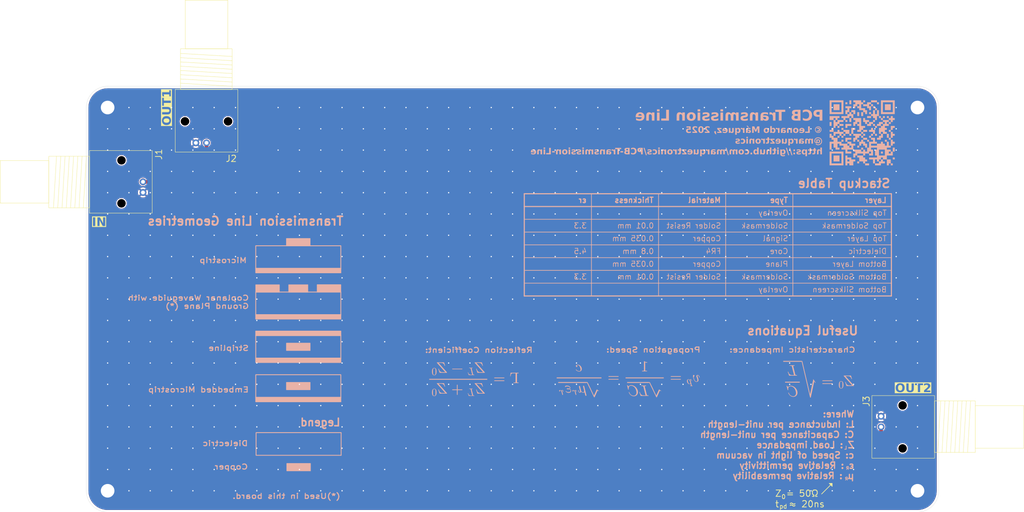
<source format=kicad_pcb>
(kicad_pcb (version 20241229) (generator "pcbnew") (generator_version "9.0")
  (title_block (title "PCB Transmission Line") (date "2025-08-12") (rev "1") (company "MarquezTronics"))
  (layers (0 "F.Cu" signal) (2 "B.Cu" signal) (13 "F.Paste" user) (15 "B.Paste" user) (5 "F.SilkS" user "F.Silkscreen") (7 "B.SilkS" user "B.Silkscreen") (1 "F.Mask" user) (3 "B.Mask" user) (25 "Edge.Cuts" user))
  (net 0 "")
  (net 1 "GND")
  (net 2 "Net-(J1-Pad1)")
  (footprint "MountingHole:MountingHole_3.2mm_M3_Pad" (layer "F.Cu") (at 55 55)
    (property "Reference" "H2" (hide yes))
    (property "Value" "MountingHole_Pad")
  )
  (footprint "Marqueztronics:CONN_BNC_THT_RA_KH-BNC50-3511" (layer "F.Cu") (at 75.7 63.3)
    (property "Reference" "J2")
    (property "Value" "KH-BNC50-3511")
  )
  (footprint "MountingHole:MountingHole_3.2mm_M3_Pad" (layer "F.Cu") (at 55 145)
    (property "Reference" "H1" (hide yes))
    (property "Value" "MountingHole_Pad")
  )
  (footprint "MountingHole:MountingHole_3.2mm_M3_Pad" (layer "F.Cu") (at 245 145)
    (property "Reference" "H4" (hide yes))
    (property "Value" "MountingHole_Pad")
  )
  (footprint "MountingHole:MountingHole_3.2mm_M3_Pad" (layer "F.Cu") (at 245 55)
    (property "Reference" "H3" (hide yes))
    (property "Value" "MountingHole_Pad")
  )
  (footprint "Marqueztronics:CONN_BNC_THT_RA_KH-BNC50-3511" (layer "F.Cu") (at 236.45 127.5 -90)
    (property "Reference" "J3")
    (property "Value" "KH-BNC50-3511")
  )
  (footprint "Marqueztronics:CONN_BNC_THT_RA_KH-BNC50-3511" (layer "F.Cu") (at 63.3 74.95 90)
    (property "Reference" "J1")
    (property "Value" "KH-BNC50-3511")
  )
  (gr_poly (pts (xy 225 143.25) (xy 225 144) (xy 224.25 143.25)) (stroke (width 0.1)) (fill yes) (layer "F.SilkS"))
  (gr_line (start 222.5 145.75) (end 224.75 143.5) (stroke (width 0.16)) (layer "F.SilkS"))
  (gr_poly (pts (xy 145.772454 118.40335) (xy 145.768147 118.403689) (xy 145.763894 118.404247) (xy 145.759701 118.405017) (xy 145.755574 118.405991) (xy 145.751518 118.407165) (xy 145.74754 118.40853) (xy 145.743645 118.410081) (xy 145.73984 118.411811) (xy 145.73613 118.413713) (xy 145.732522 118.41578) (xy 145.72902 118.418007) (xy 145.725632 118.420387) (xy 145.722363 118.422912) (xy 145.719219 118.425577) (xy 145.716205 118.428374) (xy 145.713329 118.431298) (xy 145.710595 118.434342) (xy 145.708009 118.437499) (xy 145.705578 118.440762) (xy 145.703308 118.444125) (xy 145.701204 118.447582) (xy 145.699272 118.451125) (xy 145.697519 118.454749) (xy 145.69595 118.458446) (xy 145.69457 118.46221) (xy 145.693387 118.466035) (xy 145.692405 118.469914) (xy 145.691632 118.47384) (xy 145.691072 118.477807) (xy 145.690732 118.481808) (xy 145.690617 118.485836) (xy 145.690701 118.490813) (xy 145.690953 118.495641) (xy 145.691374 118.500321) (xy 145.691964 118.504852) (xy 145.692721 118.509233) (xy 145.693647 118.513463) (xy 145.694741 118.517542) (xy 145.696004 118.521469) (xy 145.697435 118.525244) (xy 145.699034 118.528865) (xy 145.700802 118.532333) (xy 145.702738 118.535645) (xy 145.704842 118.538803) (xy 145.707115 118.541805) (xy 145.709556 118.54465) (xy 145.712165 118.547339) (xy 145.714943 118.549869) (xy 145.717889 118.552241) (xy 145.721003 118.554453) (xy 145.724286 118.556506) (xy 145.727737 118.558399) (xy 145.731356 118.56013) (xy 145.735144 118.5617) (xy 145.7391 118.563107) (xy 145.743224 118.564351) (xy 145.747517 118.565431) (xy 145.751978 118.566347) (xy 145.756608 118.567098) (xy 145.761406 118.567683) (xy 145.766372 118.568102) (xy 145.771506 118.568354) (xy 145.776809 118.568438) (xy 147.996277 118.568438) (xy 148.00158 118.568354) (xy 148.006714 118.568102) (xy 148.011681 118.567683) (xy 148.016478 118.567098) (xy 148.021108 118.566347) (xy 148.025569 118.565431) (xy 148.029862 118.564351) (xy 148.033986 118.563107) (xy 148.037943 118.5617) (xy 148.04173 118.56013) (xy 148.04535 118.558399) (xy 148.048801 118.556506) (xy 148.052084 118.554453) (xy 148.055198 118.552241) (xy 148.058144 118.549869) (xy 148.060922 118.547339) (xy 148.063531 118.54465) (xy 148.065972 118.541805) (xy 148.068245 118.538803) (xy 148.070349 118.535645) (xy 148.072285 118.532333) (xy 148.074053 118.528865) (xy 148.075652 118.525244) (xy 148.077083 118.521469) (xy 148.078345 118.517542) (xy 148.07944 118.513463) (xy 148.080366 118.509233) (xy 148.081123 118.504852) (xy 148.081712 118.500321) (xy 148.082133 118.495641) (xy 148.082386 118.490813) (xy 148.08247 118.485836) (xy 148.082386 118.48086) (xy 148.082133 118.476031) (xy 148.081712 118.471351) (xy 148.081123 118.46682) (xy 148.080366 118.462439) (xy 148.07944 118.458209) (xy 148.078345 118.45413) (xy 148.077083 118.450203) (xy 148.075652 118.446429) (xy 148.074053 118.442807) (xy 148.072285 118.43934) (xy 148.070349 118.436027) (xy 148.068245 118.432869) (xy 148.065972 118.429868) (xy 148.063531 118.427022) (xy 148.060922 118.424334) (xy 148.058144 118.421804) (xy 148.055198 118.419432) (xy 148.052084 118.417219) (xy 148.048801 118.415166) (xy 148.04535 118.413274) (xy 148.04173 118.411543) (xy 148.037943 118.409973) (xy 148.033986 118.408566) (xy 148.029862 118.407322) (xy 148.025569 118.406241) (xy 148.021108 118.405326) (xy 148.016478 118.404575) (xy 148.011681 118.403989) (xy 148.006714 118.403571) (xy 148.00158 118.403319) (xy 147.996277 118.403235) (xy 145.776809 118.403235)) (fill yes) (layer "B.SilkS"))
  (gr_poly (pts (xy 224.841668 61.639063) (xy 225.304688 61.639063) (xy 225.304688 62.102083) (xy 225.767709 62.102083) (xy 226.23073 62.102083) (xy 226.23073 62.565104) (xy 226.23073 63.028125) (xy 226.693751 63.028125) (xy 227.156772 63.028125) (xy 227.156772 63.491146) (xy 227.619792 63.491146) (xy 228.082813 63.491146) (xy 228.545834 63.491146) (xy 228.545834 63.028125) (xy 229.008855 63.028125) (xy 229.471876 63.028125) (xy 229.471876 63.491146) (xy 229.934896 63.491146) (xy 230.397917 63.491146) (xy 230.397917 63.954166) (xy 229.934896 63.954166) (xy 229.934896 64.417188) (xy 229.934896 64.880208) (xy 229.471876 64.880208) (xy 229.008855 64.880208) (xy 228.545834 64.880208) (xy 228.545834 65.343229) (xy 229.008855 65.343229) (xy 229.471876 65.343229) (xy 229.471876 65.806249) (xy 229.008855 65.806249) (xy 228.545834 65.806249) (xy 228.082813 65.806249) (xy 228.082813 65.343229) (xy 228.082813 64.880208) (xy 227.619792 64.880208) (xy 227.156772 64.880208) (xy 227.156772 64.417188) (xy 227.619792 64.417188) (xy 229.008855 64.417188) (xy 229.471876 64.417188) (xy 229.471876 63.954166) (xy 229.008855 63.954166) (xy 229.008855 64.417188) (xy 227.619792 64.417188) (xy 227.619792 63.954166) (xy 228.545834 63.954166) (xy 229.008855 63.954166) (xy 229.008855 63.491146) (xy 228.545834 63.491146) (xy 228.545834 63.954166) (xy 227.619792 63.954166) (xy 227.156772 63.954166) (xy 226.693751 63.954166) (xy 226.693751 63.491146) (xy 226.23073 63.491146) (xy 226.23073 63.954166) (xy 226.23073 64.417188) (xy 226.693751 64.417188) (xy 226.693751 64.880208) (xy 226.23073 64.880208) (xy 225.767709 64.880208) (xy 225.767709 64.417188) (xy 225.304688 64.417188) (xy 225.304688 63.954166) (xy 225.304688 63.491146) (xy 224.841668 63.491146) (xy 224.841668 63.954166) (xy 224.841668 64.417188) (xy 224.841668 64.880208) (xy 224.378647 64.880208) (xy 224.378647 64.417188) (xy 224.378647 63.954166) (xy 224.378647 63.491146) (xy 224.378647 63.028125) (xy 224.841668 63.028125) (xy 225.304688 63.028125) (xy 225.304688 62.565104) (xy 224.841668 62.565104) (xy 224.841668 62.102083) (xy 224.378647 62.102083) (xy 224.378647 61.639063) (xy 224.378647 61.176041) (xy 224.841668 61.176041)) (fill yes) (layer "B.SilkS"))
  (gr_poly (pts (xy 160.71051 119.675639) (xy 167.43693 119.675639) (xy 167.43693 119.460136) (xy 160.71051 119.460136)) (fill yes) (layer "B.SilkS"))
  (gr_poly (pts (xy 238.732292 60.713021) (xy 238.269271 60.713021) (xy 238.269271 60.25) (xy 238.732292 60.25)) (fill yes) (layer "B.SilkS"))
  (gr_poly (pts (xy 235.028125 55.156771) (xy 234.565105 55.156771) (xy 234.565105 54.69375) (xy 235.028125 54.69375)) (fill yes) (layer "B.SilkS"))
  (gr_poly (pts (xy 229.471876 53.767709) (xy 229.471876 54.230729) (xy 229.008855 54.230729) (xy 229.008855 53.767709) (xy 229.008855 53.304688) (xy 229.471876 53.304688)) (fill yes) (layer "B.SilkS"))
  (gr_poly (pts (xy 213.931008 119.606697) (xy 217.379052 119.606697) (xy 217.379052 119.391194) (xy 213.931008 119.391194)) (fill yes) (layer "B.SilkS"))
  (gr_poly (pts (xy 141.155459 114.840763) (xy 141.152069 114.840976) (xy 141.148803 114.841274) (xy 141.145661 114.84166) (xy 141.142642 114.842133) (xy 141.139745 114.842694) (xy 141.13697 114.843344) (xy 141.134316 114.844083) (xy 141.131782 114.844912) (xy 141.129368 114.845832) (xy 141.127072 114.846844) (xy 141.124896 114.847947) (xy 141.122837 114.849144) (xy 141.120895 114.850433) (xy 141.119069 114.851817) (xy 141.117359 114.853295) (xy 141.115764 114.854869) (xy 141.114284 114.856539) (xy 141.112917 114.858305) (xy 141.111664 114.860169) (xy 141.110523 114.862131) (xy 141.109493 114.864191) (xy 141.108575 114.866351) (xy 141.107768 114.86861) (xy 141.10707 114.870971) (xy 141.106481 114.873432) (xy 141.106001 114.875996) (xy 141.105629 114.878662) (xy 141.105364 114.881431) (xy 141.105205 114.884304) (xy 141.105152 114.887282) (xy 141.105321 114.890642) (xy 141.105826 114.895306) (xy 141.106668 114.901233) (xy 141.107846 114.908381) (xy 141.109361 114.916707) (xy 141.111213 114.92617) (xy 141.113402 114.936726) (xy 141.115927 114.948335) (xy 143.080407 117.142663) (xy 142.505788 117.142663) (xy 142.452844 117.141947) (xy 142.401757 117.139794) (xy 142.352533 117.1362) (xy 142.305176 117.13116) (xy 142.259692 117.124667) (xy 142.216086 117.116717) (xy 142.174363 117.107305) (xy 142.134529 117.096424) (xy 142.096589 117.084071) (xy 142.060549 117.07024) (xy 142.026412 117.054925) (xy 141.994185 117.038121) (xy 141.963873 117.019823) (xy 141.935482 117.000025) (xy 141.909015 116.978724) (xy 141.88448 116.955912) (xy 141.86251 116.933606) (xy 141.84104 116.909785) (xy 141.820064 116.884449) (xy 141.799578 116.857598) (xy 141.779575 116.829232) (xy 141.760052 116.799351) (xy 141.741001 116.767954) (xy 141.722419 116.735043) (xy 141.7043 116.700616) (xy 141.686639 116.664674) (xy 141.66943 116.627217) (xy 141.652668 116.588245) (xy 141.636348 116.547758) (xy 141.620465 116.505756) (xy 141.605013 116.462239) (xy 141.589988 116.417206) (xy 141.585906 116.404832) (xy 141.581746 116.393294) (xy 141.577512 116.382587) (xy 141.573209 116.372707) (xy 141.571034 116.368075) (xy 141.568844 116.363647) (xy 141.566639 116.359423) (xy 141.56442 116.355402) (xy 141.562189 116.351584) (xy 141.559944 116.347968) (xy 141.557688 116.344553) (xy 141.555421 116.341338) (xy 141.553143 116.338324) (xy 141.550855 116.335509) (xy 141.548559 116.332892) (xy 141.546253 116.330473) (xy 141.54394 116.328252) (xy 141.541619 116.326227) (xy 141.539292 116.324398) (xy 141.536959 116.322764) (xy 141.534621 116.321325) (xy 141.532278 116.32008) (xy 141.529931 116.319029) (xy 141.527581 116.31817) (xy 141.525228 116.317503) (xy 141.522873 116.317027) (xy 141.520517 116.316743) (xy 141.51816 116.316648) (xy 141.514509 116.3167) (xy 141.510964 116.316858) (xy 141.507526 116.317121) (xy 141.504195 116.31749) (xy 141.500971 116.317963) (xy 141.497856 116.318542) (xy 141.49485 116.319226) (xy 141.491954 116.320015) (xy 141.489169 116.320909) (xy 141.486495 116.321909) (xy 141.483932 116.323013) (xy 141.481482 116.324223) (xy 141.479145 116.325539) (xy 141.476922 116.326959) (xy 141.474813 116.328485) (xy 141.472819 116.330115) (xy 141.470941 116.331851) (xy 141.469179 116.333693) (xy 141.467535 116.335639) (xy 141.466008 116.337691) (xy 141.4646 116.339848) (xy 141.46331 116.34211) (xy 141.46214 116.344477) (xy 141.461091 116.34695) (xy 141.460163 116.349528) (xy 141.459356 116.352211) (xy 141.458671 116.354999) (xy 141.45811 116.357892) (xy 141.457672 116.360891) (xy 141.457358 116.363995) (xy 141.45717 116.367204) (xy 141.457107 116.370518) (xy 141.457229 116.373333) (xy 141.457577 116.376368) (xy 141.458125 116.379593) (xy 141.458846 116.382976) (xy 141.459715 116.386485) (xy 141.460705 116.390089) (xy 141.462943 116.397454) (xy 141.467713 116.411931) (xy 141.469824 116.418539) (xy 141.471473 116.424389) (xy 141.722869 117.210899) (xy 141.726805 117.224256) (xy 141.730627 117.236102) (xy 141.734469 117.246528) (xy 141.738469 117.255623) (xy 141.740571 117.259699) (xy 141.742763 117.263477) (xy 141.745064 117.266966) (xy 141.747489 117.270178) (xy 141.750057 117.273125) (xy 141.752783 117.275817) (xy 141.755686 117.278265) (xy 141.758782 117.280482) (xy 141.762089 117.282478) (xy 141.765623 117.284264) (xy 141.769402 117.285851) (xy 141.773442 117.287251) (xy 141.777762 117.288475) (xy 141.782377 117.289533) (xy 141.792564 117.2912) (xy 141.804139 117.292341) (xy 141.81724 117.293045) (xy 141.832004 117.293402) (xy 141.848566 117.293501) (xy 143.432361 117.293501) (xy 143.439557 117.293332) (xy 143.442996 117.293119) (xy 143.446327 117.29282) (xy 143.44955 117.292435) (xy 143.452665 117.291962) (xy 143.455671 117.291401) (xy 143.458567 117.290751) (xy 143.461353 117.290012) (xy 143.464027 117.289183) (xy 143.466589 117.288262) (xy 143.46904 117.287251) (xy 143.471377 117.286147) (xy 143.4736 117.284951) (xy 143.475709 117.283661) (xy 143.477702 117.282278) (xy 143.47958 117.280799) (xy 143.481342 117.279226) (xy 143.482987 117.277556) (xy 143.484513 117.275789) (xy 143.485922 117.273926) (xy 143.487211 117.271964) (xy 143.488381 117.269904) (xy 143.489431 117.267744) (xy 143.490359 117.265484) (xy 143.491166 117.263124) (xy 143.49185 117.260663) (xy 143.492412 117.258099) (xy 143.49285 117.255433) (xy 143.493163 117.252664) (xy 143.493352 117.249791) (xy 143.493415 117.246813) (xy 143.47905 117.174986) (xy 141.514569 114.980658) (xy 142.060457 114.980658) (xy 142.105573 114.981206) (xy 142.149337 114.982853) (xy 142.191743 114.985605) (xy 142.232787 114.989468) (xy 142.272463 114.994445) (xy 142.310766 115.000543) (xy 142.347691 115.007767) (xy 142.383232 115.016122) (xy 142.417384 115.025614) (xy 142.450142 115.036247) (xy 142.481501 115.048026) (xy 142.511455 115.060958) (xy 142.539999 115.075048) (xy 142.567128 115.0903) (xy 142.592837 115.106719) (xy 142.61712 115.124312) (xy 142.640394 115.143334) (xy 142.663078 115.164028) (xy 142.685174 115.186385) (xy 142.70668 115.210393) (xy 142.727597 115.236043) (xy 142.747925 115.263324) (xy 142.767663 115.292225) (xy 142.786813 115.322736) (xy 142.805373 115.354846) (xy 142.823344 115.388545) (xy 142.840725 115.423822) (xy 142.857518 115.460667) (xy 142.873721 115.499069) (xy 142.889335 115.539018) (xy 142.90436 115.580502) (xy 142.918795 115.623513) (xy 142.922835 115.628732) (xy 142.926869 115.633614) (xy 142.930893 115.638159) (xy 142.9349 115.642368) (xy 142.938887 115.64624) (xy 142.942848 115.649775) (xy 142.946777 115.652974) (xy 142.950669 115.655835) (xy 142.954519 115.658361) (xy 142.958321 115.660549) (xy 142.962071 115.662401) (xy 142.965764 115.663916) (xy 142.969393 115.665094) (xy 142.972953 115.665936) (xy 142.974706 115.666231) (xy 142.97644 115.666441) (xy 142.978154 115.666567) (xy 142.979848 115.66661) (xy 142.983458 115.666547) (xy 142.986886 115.66636) (xy 142.990137 115.666053) (xy 142.993218 115.665627) (xy 142.996136 115.665086) (xy 142.998898 115.664432) (xy 143.00151 115.663667) (xy 143.003978 115.662794) (xy 143.00631 115.661816) (xy 143.008511 115.660735) (xy 143.010589 115.659554) (xy 143.01255 115.658276) (xy 143.0144 115.656904) (xy 143.016146 115.655439) (xy 143.017796 115.653885) (xy 143.019354 115.652244) (xy 143.020828 115.650519) (xy 143.022224 115.648712) (xy 143.024811 115.644865) (xy 143.027166 115.640723) (xy 143.029342 115.636307) (xy 143.031392 115.631639) (xy 143.033368 115.62674) (xy 143.037311 115.61633) (xy 143.034561 115.602301) (xy 143.033081 115.594992) (xy 143.031475 115.587599) (xy 143.0297 115.580206) (xy 143.027715 115.572897) (xy 143.02663 115.5693) (xy 143.025477 115.565756) (xy 143.024251 115.562276) (xy 143.022945 115.558868) (xy 142.829011 114.923196) (xy 142.825075 114.910431) (xy 142.82126 114.899024) (xy 142.817435 114.8889) (xy 142.813467 114.879987) (xy 142.811389 114.875961) (xy 142.809226 114.87221) (xy 142.806962 114.868724) (xy 142.80458 114.865495) (xy 142.802064 114.862513) (xy 142.799397 114.85977) (xy 142.796563 114.857255) (xy 142.793546 114.854959) (xy 142.790329 114.852875) (xy 142.786896 114.850991) (xy 142.783229 114.8493) (xy 142.779314 114.847791) (xy 142.775133 114.846456) (xy 142.77067 114.845285) (xy 142.765908 114.844269) (xy 142.760831 114.8434) (xy 142.749667 114.842062) (xy 142.737045 114.841197) (xy 142.722835 114.840733) (xy 142.706905 114.840594) (xy 141.162614 114.840594)) (fill yes) (layer "B.SilkS"))
  (gr_poly (pts (xy 229.471876 57.934896) (xy 229.471876 58.397917) (xy 229.008855 58.397917) (xy 229.008855 57.934896) (xy 229.008855 57.471875) (xy 229.471876 57.471875)) (fill yes) (layer "B.SilkS"))
  (gr_poly (pts (xy 132.284771 114.840763) (xy 132.281381 114.840976) (xy 132.278115 114.841274) (xy 132.274973 114.84166) (xy 132.271954 114.842133) (xy 132.269057 114.842694) (xy 132.266282 114.843344) (xy 132.263627 114.844083) (xy 132.261094 114.844912) (xy 132.258679 114.845832) (xy 132.256384 114.846844) (xy 132.254208 114.847947) (xy 132.252148 114.849144) (xy 132.250206 114.850433) (xy 132.248381 114.851817) (xy 132.246671 114.853295) (xy 132.245076 114.854869) (xy 132.243596 114.856539) (xy 132.242229 114.858305) (xy 132.240976 114.860169) (xy 132.239835 114.862131) (xy 132.238805 114.864191) (xy 132.237887 114.866351) (xy 132.237079 114.86861) (xy 132.236382 114.870971) (xy 132.235793 114.873432) (xy 132.235313 114.875996) (xy 132.234941 114.878662) (xy 132.234675 114.881431) (xy 132.234517 114.884304) (xy 132.234464 114.887282) (xy 132.234632 114.890642) (xy 132.235138 114.895306) (xy 132.235979 114.901233) (xy 132.237158 114.908381) (xy 132.238673 114.916707) (xy 132.240525 114.92617) (xy 132.242714 114.936726) (xy 132.245239 114.948335) (xy 134.209719 117.142663) (xy 133.635099 117.142663) (xy 133.582156 117.141947) (xy 133.531069 117.139794) (xy 133.481844 117.1362) (xy 133.434488 117.13116) (xy 133.389004 117.124667) (xy 133.345398 117.116717) (xy 133.303675 117.107305) (xy 133.263841 117.096424) (xy 133.225901 117.084071) (xy 133.189861 117.07024) (xy 133.155724 117.054925) (xy 133.123497 117.038121) (xy 133.093186 117.019823) (xy 133.064794 117.000025) (xy 133.038328 116.978724) (xy 133.013792 116.955912) (xy 132.991822 116.933606) (xy 132.970352 116.909785) (xy 132.949377 116.884449) (xy 132.92889 116.857598) (xy 132.908888 116.829232) (xy 132.889364 116.799351) (xy 132.870314 116.767954) (xy 132.851732 116.735043) (xy 132.833613 116.700616) (xy 132.815951 116.664674) (xy 132.798743 116.627217) (xy 132.781981 116.588245) (xy 132.765661 116.547758) (xy 132.749778 116.505756) (xy 132.734326 116.462239) (xy 132.7193 116.417206) (xy 132.715218 116.404832) (xy 132.711058 116.393294) (xy 132.706824 116.382587) (xy 132.702521 116.372707) (xy 132.700346 116.368075) (xy 132.698155 116.363647) (xy 132.695951 116.359423) (xy 132.693732 116.355402) (xy 132.6915 116.351584) (xy 132.689256 116.347968) (xy 132.687 116.344553) (xy 132.684732 116.341338) (xy 132.682455 116.338324) (xy 132.680167 116.335509) (xy 132.67787 116.332892) (xy 132.675565 116.330473) (xy 132.673251 116.328252) (xy 132.670931 116.326227) (xy 132.668604 116.324398) (xy 132.666271 116.322764) (xy 132.663932 116.321325) (xy 132.66159 116.32008) (xy 132.659243 116.319029) (xy 132.656893 116.31817) (xy 132.65454 116.317503) (xy 132.652185 116.317027) (xy 132.649829 116.316743) (xy 132.647473 116.316648) (xy 132.643822 116.3167) (xy 132.640277 116.316858) (xy 132.636838 116.317121) (xy 132.633507 116.31749) (xy 132.630284 116.317963) (xy 132.627169 116.318542) (xy 132.624163 116.319226) (xy 132.621267 116.320015) (xy 132.618481 116.320909) (xy 132.615807 116.321909) (xy 132.613244 116.323013) (xy 132.610794 116.324223) (xy 132.608457 116.325539) (xy 132.606234 116.326959) (xy 132.604125 116.328485) (xy 132.602131 116.330115) (xy 132.600253 116.331851) (xy 132.598492 116.333693) (xy 132.596847 116.335639) (xy 132.59532 116.337691) (xy 132.593912 116.339848) (xy 132.592622 116.34211) (xy 132.591452 116.344477) (xy 132.590403 116.34695) (xy 132.589474 116.349528) (xy 132.588668 116.352211) (xy 132.587983 116.354999) (xy 132.587422 116.357892) (xy 132.586984 116.360891) (xy 132.58667 116.363995) (xy 132.586482 116.367204) (xy 132.586419 116.370518) (xy 132.58654 116.373333) (xy 132.586889 116.376368) (xy 132.587437 116.379593) (xy 132.588158 116.382976) (xy 132.589027 116.386485) (xy 132.590017 116.390089) (xy 132.592255 116.397454) (xy 132.597024 116.411931) (xy 132.599136 116.418539) (xy 132.600784 116.424389) (xy 132.85218 117.210899) (xy 132.856117 117.224256) (xy 132.859938 117.236102) (xy 132.86378 117.246528) (xy 132.86778 117.255623) (xy 132.869882 117.259699) (xy 132.872075 117.263477) (xy 132.874375 117.266966) (xy 132.876801 117.270178) (xy 132.879368 117.273125) (xy 132.882095 117.275817) (xy 132.884998 117.278265) (xy 132.888094 117.280482) (xy 132.891401 117.282478) (xy 132.894935 117.284264) (xy 132.898713 117.285851) (xy 132.902754 117.287251) (xy 132.907073 117.288475) (xy 132.911689 117.289533) (xy 132.921875 117.2912) (xy 132.933451 117.292341) (xy 132.946552 117.293045) (xy 132.961315 117.293402) (xy 132.977878 117.293501) (xy 134.561673 117.293501) (xy 134.568869 117.293332) (xy 134.572307 117.293119) (xy 134.575639 117.29282) (xy 134.578862 117.292435) (xy 134.581977 117.291962) (xy 134.584983 117.291401) (xy 134.587879 117.290751) (xy 134.590664 117.290012) (xy 134.593339 117.289183) (xy 134.595901 117.288262) (xy 134.598352 117.287251) (xy 134.600689 117.286147) (xy 134.602912 117.284951) (xy 134.605021 117.283661) (xy 134.607015 117.282278) (xy 134.608893 117.280799) (xy 134.610654 117.279226) (xy 134.612299 117.277556) (xy 134.613826 117.275789) (xy 134.615234 117.273926) (xy 134.616524 117.271964) (xy 134.617694 117.269904) (xy 134.618743 117.267744) (xy 134.619671 117.265484) (xy 134.620478 117.263124) (xy 134.621163 117.260663) (xy 134.621724 117.258099) (xy 134.622162 117.255433) (xy 134.622476 117.252664) (xy 134.622664 117.249791) (xy 134.622727 117.246813) (xy 134.608361 117.174986) (xy 132.643881 114.980658) (xy 133.18977 114.980658) (xy 133.234885 114.981206) (xy 133.278649 114.982853) (xy 133.321055 114.985605) (xy 133.362099 114.989468) (xy 133.401775 114.994445) (xy 133.440078 115.000543) (xy 133.477003 115.007767) (xy 133.512544 115.016122) (xy 133.546696 115.025614) (xy 133.579454 115.036247) (xy 133.610813 115.048026) (xy 133.640767 115.060958) (xy 133.669311 115.075048) (xy 133.69644 115.0903) (xy 133.722149 115.106719) (xy 133.746432 115.124312) (xy 133.769705 115.143334) (xy 133.79239 115.164028) (xy 133.814485 115.186385) (xy 133.835991 115.210393) (xy 133.856908 115.236043) (xy 133.877236 115.263324) (xy 133.896975 115.292225) (xy 133.916124 115.322736) (xy 133.934684 115.354846) (xy 133.952655 115.388545) (xy 133.970037 115.423822) (xy 133.986829 115.460667) (xy 134.003032 115.499069) (xy 134.018646 115.539018) (xy 134.033671 115.580502) (xy 134.048107 115.623513) (xy 134.052146 115.628732) (xy 134.05618 115.633614) (xy 134.060204 115.638159) (xy 134.064212 115.642368) (xy 134.068199 115.64624) (xy 134.07216 115.649775) (xy 134.076089 115.652974) (xy 134.079981 115.655835) (xy 134.083831 115.658361) (xy 134.087633 115.660549) (xy 134.091384 115.662401) (xy 134.095076 115.663916) (xy 134.098705 115.665094) (xy 134.102266 115.665936) (xy 134.104019 115.666231) (xy 134.105753 115.666441) (xy 134.107467 115.666567) (xy 134.109161 115.66661) (xy 134.112771 115.666547) (xy 134.116198 115.66636) (xy 134.119449 115.666053) (xy 134.12253 115.665627) (xy 134.125448 115.665086) (xy 134.12821 115.664432) (xy 134.130822 115.663667) (xy 134.13329 115.662794) (xy 134.135622 115.661816) (xy 134.137823 115.660735) (xy 134.139901 115.659554) (xy 134.141862 115.658276) (xy 134.143712 115.656904) (xy 134.145458 115.655439) (xy 134.147108 115.653885) (xy 134.148666 115.652244) (xy 134.15014 115.650519) (xy 134.151536 115.648712) (xy 134.154123 115.644865) (xy 134.156478 115.640723) (xy 134.158654 115.636307) (xy 134.160704 115.631639) (xy 134.162681 115.62674) (xy 134.166623 115.61633) (xy 134.163873 115.602301) (xy 134.162393 115.594992) (xy 134.160787 115.587599) (xy 134.159012 115.580206) (xy 134.157027 115.572897) (xy 134.155942 115.5693) (xy 134.154789 115.565756) (xy 134.153562 115.562276) (xy 134.152256 115.558868) (xy 133.958323 114.923196) (xy 133.954387 114.910431) (xy 133.950572 114.899024) (xy 133.946747 114.8889) (xy 133.942779 114.879987) (xy 133.940701 114.875961) (xy 133.938538 114.87221) (xy 133.936274 114.868724) (xy 133.933892 114.865495) (xy 133.931376 114.862513) (xy 133.928709 114.85977) (xy 133.925875 114.857255) (xy 133.922858 114.854959) (xy 133.919641 114.852875) (xy 133.916208 114.850991) (xy 133.912541 114.8493) (xy 133.908626 114.847791) (xy 133.904445 114.846456) (xy 133.899982 114.845285) (xy 133.89522 114.844269) (xy 133.890143 114.8434) (xy 133.878979 114.842062) (xy 133.866357 114.841197) (xy 133.852147 114.840733) (xy 133.836216 114.840594) (xy 132.291926 114.840594)) (fill yes) (layer "B.SilkS"))
  (gr_poly (pts (xy 224.841668 58.860937) (xy 224.841668 59.323958) (xy 224.378647 59.323958) (xy 224.378647 58.860937) (xy 224.378647 58.397917) (xy 224.841668 58.397917)) (fill yes) (layer "B.SilkS"))
  (gr_poly (pts (xy 236.880208 58.860937) (xy 236.417188 58.860937) (xy 236.417188 59.323958) (xy 235.954167 59.323958) (xy 235.491147 59.323958) (xy 235.491147 58.860937) (xy 235.954167 58.860937) (xy 235.954167 58.397917) (xy 236.417188 58.397917) (xy 236.880208 58.397917)) (fill yes) (layer "B.SilkS"))
  (gr_poly (pts (xy 109.704235 123.07113) (xy 89.75 123.07113) (xy 89.75 117.75) (xy 109.704235 117.75)) (stroke (width 0.2)) (fill no) (layer "B.SilkS"))
  (gr_poly (pts (xy 232.25 62.102083) (xy 231.78698 62.102083) (xy 231.78698 61.639063) (xy 232.25 61.639063)) (fill yes) (layer "B.SilkS"))
  (gr_poly (pts (xy 239.195313 68.584374) (xy 238.732292 68.584374) (xy 238.732292 68.121354) (xy 239.195313 68.121354)) (fill yes) (layer "B.SilkS"))
  (gr_poly (pts (xy 132.284771 119.732212) (xy 132.281381 119.732424) (xy 132.278115 119.732723) (xy 132.274973 119.733108) (xy 132.271954 119.733581) (xy 132.269057 119.734142) (xy 132.266282 119.734792) (xy 132.263627 119.735531) (xy 132.261094 119.736361) (xy 132.258679 119.737281) (xy 132.256384 119.738292) (xy 132.254208 119.739396) (xy 132.252148 119.740592) (xy 132.250206 119.741882) (xy 132.248381 119.743265) (xy 132.246671 119.744744) (xy 132.245076 119.746317) (xy 132.243596 119.747987) (xy 132.242229 119.749754) (xy 132.240976 119.751617) (xy 132.239835 119.753579) (xy 132.238805 119.755639) (xy 132.237887 119.757799) (xy 132.237079 119.760059) (xy 132.236382 119.762419) (xy 132.235793 119.76488) (xy 132.235313 119.767444) (xy 132.234941 119.77011) (xy 132.234675 119.772879) (xy 132.234517 119.775752) (xy 132.234464 119.77873) (xy 132.234632 119.78209) (xy 132.235138 119.786755) (xy 132.235979 119.792682) (xy 132.237158 119.799829) (xy 132.238673 119.808156) (xy 132.240525 119.817618) (xy 132.242714 119.828175) (xy 132.245239 119.839783) (xy 134.209719 122.034111) (xy 133.635099 122.034111) (xy 133.582156 122.033395) (xy 133.531069 122.031242) (xy 133.481844 122.027648) (xy 133.434488 122.022608) (xy 133.389004 122.016115) (xy 133.345398 122.008165) (xy 133.303675 121.998753) (xy 133.263841 121.987873) (xy 133.225901 121.975519) (xy 133.189861 121.961688) (xy 133.155724 121.946373) (xy 133.123497 121.929569) (xy 133.093186 121.911271) (xy 133.064794 121.891474) (xy 133.038328 121.870172) (xy 133.013792 121.84736) (xy 132.991822 121.825054) (xy 132.970352 121.801233) (xy 132.949377 121.775897) (xy 132.92889 121.749046) (xy 132.908888 121.72068) (xy 132.889364 121.690799) (xy 132.870314 121.659402) (xy 132.851732 121.626491) (xy 132.833613 121.592064) (xy 132.815951 121.556122) (xy 132.798743 121.518666) (xy 132.781981 121.479694) (xy 132.765661 121.439206) (xy 132.749778 121.397204) (xy 132.734326 121.353687) (xy 132.7193 121.308654) (xy 132.715218 121.29628) (xy 132.711058 121.284742) (xy 132.706824 121.274036) (xy 132.702521 121.264155) (xy 132.700346 121.259523) (xy 132.698155 121.255095) (xy 132.695951 121.250871) (xy 132.693732 121.246851) (xy 132.6915 121.243032) (xy 132.689256 121.239416) (xy 132.687 121.236001) (xy 132.684732 121.232787) (xy 132.682455 121.229772) (xy 132.680167 121.226957) (xy 132.67787 121.22434) (xy 132.675565 121.221921) (xy 132.673251 121.2197) (xy 132.670931 121.217675) (xy 132.668604 121.215846) (xy 132.666271 121.214213) (xy 132.663932 121.212774) (xy 132.66159 121.211529) (xy 132.659243 121.210477) (xy 132.656893 121.209618) (xy 132.65454 121.208951) (xy 132.652185 121.208476) (xy 132.649829 121.208191) (xy 132.647473 121.208096) (xy 132.643822 121.208149) (xy 132.640277 121.208306) (xy 132.636838 121.208569) (xy 132.633507 121.208938) (xy 132.630284 121.209411) (xy 132.627169 121.20999) (xy 132.624163 121.210674) (xy 132.621267 121.211463) (xy 132.618481 121.212357) (xy 132.615807 121.213357) (xy 132.613244 121.214462) (xy 132.610794 121.215672) (xy 132.608457 121.216987) (xy 132.606234 121.218407) (xy 132.604125 121.219933) (xy 132.602131 121.221564) (xy 132.600253 121.2233) (xy 132.598492 121.225141) (xy 132.596847 121.227088) (xy 132.59532 121.229139) (xy 132.593912 121.231296) (xy 132.592622 121.233559) (xy 132.591452 121.235926) (xy 132.590403 121.238398) (xy 132.589474 121.240976) (xy 132.588668 121.243659) (xy 132.587983 121.246448) (xy 132.587422 121.249341) (xy 132.586984 121.25234) (xy 132.58667 121.255443) (xy 132.586482 121.258653) (xy 132.586419 121.261967) (xy 132.58654 121.264781) (xy 132.586889 121.267817) (xy 132.587437 121.271042) (xy 132.588158 121.274424) (xy 132.589027 121.277933) (xy 132.590017 121.281537) (xy 132.592255 121.288902) (xy 132.597024 121.30338) (xy 132.599136 121.309987) (xy 132.600784 121.315837) (xy 132.85218 122.102347) (xy 132.856117 122.115704) (xy 132.859938 122.12755) (xy 132.86378 122.137976) (xy 132.86778 122.147071) (xy 132.869882 122.151148) (xy 132.872075 122.154925) (xy 132.874375 122.158414) (xy 132.876801 122.161626) (xy 132.879368 122.164573) (xy 132.882095 122.167265) (xy 132.884998 122.169714) (xy 132.888094 122.17193) (xy 132.891401 122.173926) (xy 132.894935 122.175712) (xy 132.898713 122.177299) (xy 132.902754 122.178699) (xy 132.907073 122.179923) (xy 132.911689 122.180982) (xy 132.921875 122.182649) (xy 132.933451 122.183789) (xy 132.946552 122.184493) (xy 132.961315 122.18485) (xy 132.977878 122.184949) (xy 134.561673 122.184949) (xy 134.568869 122.18478) (xy 134.572307 122.184568) (xy 134.575639 122.184269) (xy 134.578862 122.183883) (xy 134.581977 122.183411) (xy 134.584983 122.182849) (xy 134.587879 122.1822) (xy 134.590664 122.18146) (xy 134.593339 122.180631) (xy 134.595901 122.179711) (xy 134.598352 122.178699) (xy 134.600689 122.177596) (xy 134.602912 122.176399) (xy 134.605021 122.17511) (xy 134.607015 122.173726) (xy 134.608893 122.172248) (xy 134.610654 122.170674) (xy 134.612299 122.169004) (xy 134.613826 122.167238) (xy 134.615234 122.165374) (xy 134.616524 122.163412) (xy 134.617694 122.161352) (xy 134.618743 122.159192) (xy 134.619671 122.156932) (xy 134.620478 122.154572) (xy 134.621163 122.152111) (xy 134.621724 122.149547) (xy 134.622162 122.146881) (xy 134.622476 122.144112) (xy 134.622664 122.141239) (xy 134.622727 122.138261) (xy 134.608361 122.066434) (xy 132.643881 119.872106) (xy 133.18977 119.872106) (xy 133.234885 119.872654) (xy 133.278649 119.874301) (xy 133.321055 119.877054) (xy 133.362099 119.880916) (xy 133.401775 119.885894) (xy 133.440078 119.891992) (xy 133.477003 119.899216) (xy 133.512544 119.907571) (xy 133.546696 119.917062) (xy 133.579454 119.927695) (xy 133.610813 119.939475) (xy 133.640767 119.952407) (xy 133.669311 119.966496) (xy 133.69644 119.981748) (xy 133.722149 119.998168) (xy 133.746432 120.015761) (xy 133.769705 120.034782) (xy 133.79239 120.055476) (xy 133.814485 120.077833) (xy 133.835991 120.101841) (xy 133.856908 120.127491) (xy 133.877236 120.154772) (xy 133.896975 120.183673) (xy 133.916124 120.214184) (xy 133.934684 120.246294) (xy 133.952655 120.279993) (xy 133.970037 120.31527) (xy 133.986829 120.352115) (xy 134.003032 120.390517) (xy 134.018646 120.430466) (xy 134.033671 120.471951) (xy 134.048107 120.514961) (xy 134.052146 120.52018) (xy 134.05618 120.525062) (xy 134.060204 120.529607) (xy 134.064212 120.533816) (xy 134.068199 120.537688) (xy 134.07216 120.541223) (xy 134.076089 120.544422) (xy 134.079981 120.547284) (xy 134.083831 120.549809) (xy 134.087633 120.551997) (xy 134.091384 120.553849) (xy 134.095076 120.555364) (xy 134.098705 120.556543) (xy 134.102266 120.557384) (xy 134.104019 120.557679) (xy 134.105753 120.557889) (xy 134.107467 120.558016) (xy 134.109161 120.558058) (xy 134.112771 120.557995) (xy 134.116198 120.557809) (xy 134.119449 120.557501) (xy 134.12253 120.557076) (xy 134.125448 120.556534) (xy 134.12821 120.55588) (xy 134.130822 120.555115) (xy 134.13329 120.554242) (xy 134.135622 120.553264) (xy 134.137823 120.552183) (xy 134.139901 120.551002) (xy 134.141862 120.549725) (xy 134.143712 120.548352) (xy 134.145458 120.546887) (xy 134.147108 120.545333) (xy 134.148666 120.543692) (xy 134.15014 120.541967) (xy 134.151536 120.54016) (xy 134.154123 120.536313) (xy 134.156478 120.532171) (xy 134.158654 120.527756) (xy 134.160704 120.523088) (xy 134.162681 120.518188) (xy 134.166623 120.507779) (xy 134.163873 120.49375) (xy 134.162393 120.486441) (xy 134.160787 120.479048) (xy 134.159012 120.471654) (xy 134.157027 120.464345) (xy 134.155942 120.460749) (xy 134.154789 120.457205) (xy 134.153562 120.453724) (xy 134.152256 120.450316) (xy 133.958323 119.814644) (xy 133.954387 119.801879) (xy 133.950572 119.790472) (xy 133.946747 119.780349) (xy 133.942779 119.771435) (xy 133.940701 119.767409) (xy 133.938538 119.763658) (xy 133.936274 119.760172) (xy 133.933892 119.756943) (xy 133.931376 119.753962) (xy 133.928709 119.751218) (xy 133.925875 119.748703) (xy 133.922858 119.746408) (xy 133.919641 119.744323) (xy 133.916208 119.742439) (xy 133.912541 119.740748) (xy 133.908626 119.739239) (xy 133.904445 119.737904) (xy 133.899982 119.736733) (xy 133.89522 119.735718) (xy 133.890143 119.734848) (xy 133.878979 119.73351) (xy 133.866357 119.732646) (xy 133.852147 119.732181) (xy 133.836216 119.732042) (xy 132.291926 119.732042)) (fill yes) (layer "B.SilkS"))
  (gr_poly (pts (xy 232.713022 57.934896) (xy 233.176042 57.934896) (xy 233.639063 57.934896) (xy 233.639063 58.397917) (xy 233.176042 58.397917) (xy 233.176042 58.860937) (xy 232.713022 58.860937) (xy 232.713022 58.397917) (xy 232.25 58.397917) (xy 232.25 57.934896) (xy 232.25 57.471875) (xy 232.713022 57.471875)) (fill yes) (layer "B.SilkS"))
  (gr_poly (pts (xy 235.028125 56.082813) (xy 235.028125 56.545833) (xy 235.491147 56.545833) (xy 235.491147 56.082813) (xy 235.491147 55.619792) (xy 235.954167 55.619792) (xy 235.954167 56.082813) (xy 235.954167 56.545833) (xy 235.954167 57.008854) (xy 235.491147 57.008854) (xy 235.491147 57.471875) (xy 235.491147 57.934896) (xy 235.028125 57.934896) (xy 235.028125 57.471875) (xy 234.565105 57.471875) (xy 234.565105 57.008854) (xy 234.102084 57.008854) (xy 234.102084 56.545833) (xy 234.565105 56.545833) (xy 234.565105 56.082813) (xy 234.565105 55.619792) (xy 235.028125 55.619792)) (fill yes) (layer "B.SilkS"))
  (gr_poly (pts (xy 234.565105 60.25) (xy 235.028125 60.25) (xy 235.028125 60.713021) (xy 235.028125 61.176041) (xy 234.565105 61.176041) (xy 234.565105 60.713021) (xy 234.102084 60.713021) (xy 233.639063 60.713021) (xy 233.639063 60.25) (xy 234.102084 60.25) (xy 234.102084 59.786979) (xy 234.565105 59.786979)) (fill yes) (layer "B.SilkS"))
  (gr_poly (pts (xy 232.25 66.732291) (xy 232.713022 66.732291) (xy 232.713022 67.195312) (xy 233.176042 67.195312) (xy 233.176042 67.658333) (xy 232.713022 67.658333) (xy 232.713022 68.121354) (xy 232.25 68.121354) (xy 232.25 67.658333) (xy 231.78698 67.658333) (xy 231.323959 67.658333) (xy 231.323959 67.195312) (xy 231.323959 66.732291) (xy 230.860938 66.732291) (xy 230.860938 66.269271) (xy 231.323959 66.269271) (xy 231.78698 66.269271) (xy 232.25 66.269271)) (fill yes) (layer "B.SilkS"))
  (gr_poly (pts (xy 233.176042 60.713021) (xy 232.713022 60.713021) (xy 232.25 60.713021) (xy 232.25 60.25) (xy 232.713022 60.25) (xy 233.176042 60.25)) (fill yes) (layer "B.SilkS"))
  (gr_poly (pts (xy 239.658333 59.786979) (xy 239.195313 59.786979) (xy 239.195313 60.25) (xy 238.732292 60.25) (xy 238.732292 59.786979) (xy 238.732292 59.323958) (xy 239.195313 59.323958) (xy 239.658333 59.323958)) (fill yes) (layer "B.SilkS"))
  (gr_poly (pts (xy 229.471876 62.565104) (xy 229.008855 62.565104) (xy 228.545834 62.565104) (xy 228.545834 63.028125) (xy 228.082813 63.028125) (xy 228.082813 62.565104) (xy 228.082813 62.102083) (xy 228.545834 62.102083) (xy 229.008855 62.102083) (xy 229.471876 62.102083)) (fill yes) (layer "B.SilkS"))
  (gr_poly (pts (xy 192.474822 117.801822) (xy 192.465175 117.803087) (xy 192.455846 117.804858) (xy 192.446835 117.807138) (xy 192.438143 117.809926) (xy 192.42977 117.813222) (xy 192.421718 117.817029) (xy 192.413987 117.821346) (xy 192.406577 117.826174) (xy 192.39949 117.831513) (xy 192.392725 117.837365) (xy 192.386284 117.843729) (xy 192.380168 117.850608) (xy 192.374376 117.858) (xy 192.36891 117.865908) (xy 192.363769 117.874331) (xy 192.358956 117.88327) (xy 192.350313 117.9027) (xy 192.342985 117.924203) (xy 192.336978 117.947784) (xy 192.332296 117.973449) (xy 192.328945 118.001202) (xy 192.326931 118.031049) (xy 192.326259 118.062995) (xy 192.326932 118.093678) (xy 192.328952 118.126466) (xy 192.337034 118.198354) (xy 192.350502 118.278661) (xy 192.369358 118.367386) (xy 192.393602 118.46453) (xy 192.423233 118.570092) (xy 192.458252 118.684072) (xy 192.498657 118.806472) (xy 192.517674 118.859023) (xy 192.539674 118.912569) (xy 192.564609 118.966505) (xy 192.592433 119.020225) (xy 192.623098 119.073125) (xy 192.656557 119.124599) (xy 192.692761 119.174042) (xy 192.731665 119.22085) (xy 192.752115 119.243076) (xy 192.773221 119.264416) (xy 192.794978 119.284795) (xy 192.817381 119.304137) (xy 192.840422 119.322367) (xy 192.864097 119.339407) (xy 192.8884 119.355184) (xy 192.913323 119.369622) (xy 192.938863 119.382644) (xy 192.965012 119.394175) (xy 192.991765 119.404139) (xy 193.019115 119.412462) (xy 193.047058 119.419066) (xy 193.075586 119.423878) (xy 193.104695 119.42682) (xy 193.134377 119.427817) (xy 193.153865 119.427523) (xy 193.173268 119.426639) (xy 193.192587 119.425166) (xy 193.211822 119.423103) (xy 193.230973 119.420452) (xy 193.25004 119.417211) (xy 193.269022 119.413381) (xy 193.28792 119.408962) (xy 193.306734 119.403954) (xy 193.325464 119.398356) (xy 193.34411 119.39217) (xy 193.362671 119.385394) (xy 193.381148 119.378029) (xy 193.399541 119.370076) (xy 193.41785 119.361533) (xy 193.436075 119.352401) (xy 193.458256 119.338932) (xy 193.479006 119.324116) (xy 193.498326 119.307954) (xy 193.516214 119.290444) (xy 193.532671 119.271588) (xy 193.547697 119.251384) (xy 193.561291 119.229834) (xy 193.573455 119.206936) (xy 193.584188 119.182692) (xy 193.59349 119.157101) (xy 193.601361 119.130163) (xy 193.6078 119.101879) (xy 193.612809 119.072247) (xy 193.616387 119.041269) (xy 193.618533 119.008944) (xy 193.619249 118.975272) (xy 193.61845 118.949091) (xy 193.616057 118.920374) (xy 193.612075 118.889111) (xy 193.60651 118.855291) (xy 193.590649 118.779937) (xy 193.568517 118.69423) (xy 193.540155 118.598083) (xy 193.505607 118.491414) (xy 193.464913 118.374137) (xy 193.418117 118.246169) (xy 193.404304 118.208283) (xy 193.398143 118.19021) (xy 193.39247 118.172711) (xy 193.387282 118.15578) (xy 193.382572 118.139411) (xy 193.378336 118.123601) (xy 193.374568 118.108342) (xy 193.371263 118.093631) (xy 193.368416 118.079462) (xy 193.366022 118.065829) (xy 193.364074 118.052728) (xy 193.362568 118.040153) (xy 193.3615 118.0281) (xy 193.360862 118.016562) (xy 193.360651 118.005534) (xy 193.360724 117.999242) (xy 193.360945 117.993159) (xy 193.361311 117.987285) (xy 193.361822 117.98162) (xy 193.362478 117.976163) (xy 193.363279 117.970913) (xy 193.364222 117.965869) (xy 193.365309 117.961031) (xy 193.366537 117.956398) (xy 193.367907 117.95197) (xy 193.369417 117.947745) (xy 193.371068 117.943724) (xy 193.372858 117.939906) (xy 193.374787 117.936289) (xy 193.376853 117.932873) (xy 193.379058 117.929658) (xy 193.381399 117.926643) (xy 193.383876 117.923828) (xy 193.386489 117.921211) (xy 193.389236 117.918791) (xy 193.392118 117.91657) (xy 193.395133 117.914544) (xy 193.398281 117.912715) (xy 193.401562 117.911081) (xy 193.404973 117.909642) (xy 193.408516 117.908397) (xy 193.412189 117.907345) (xy 193.415991 117.906486) (xy 193.419922 117.905819) (xy 193.423982 117.905343) (xy 193.428169 117.905058) (xy 193.432483 117.904964) (xy 193.459715 117.906647) (xy 193.473047 117.908752) (xy 193.48619 117.911698) (xy 193.511906 117.920116) (xy 193.536865 117.931901) (xy 193.561067 117.947054) (xy 193.584511 117.965573) (xy 193.607197 117.98746) (xy 193.629126 118.012714) (xy 193.650297 118.041335) (xy 193.67071 118.073323) (xy 193.690366 118.108678) (xy 193.709264 118.1474) (xy 193.727405 118.18949) (xy 193.744788 118.234946) (xy 193.761413 118.283769) (xy 193.777281 118.33596) (xy 193.782423 118.353484) (xy 193.784912 118.361262) (xy 193.787438 118.368398) (xy 193.79007 118.374903) (xy 193.791447 118.377921) (xy 193.792875 118.380786) (xy 193.794364 118.383499) (xy 193.795922 118.38606) (xy 193.797558 118.388471) (xy 193.79928 118.390734) (xy 193.801096 118.392849) (xy 193.803016 118.394818) (xy 193.805048 118.396643) (xy 193.8072 118.398324) (xy 193.80948 118.399863) (xy 193.811899 118.401261) (xy 193.814463 118.40252) (xy 193.817182 118.403641) (xy 193.820064 118.404625) (xy 193.823117 118.405474) (xy 193.826351 118.406188) (xy 193.829773 118.40677) (xy 193.833393 118.40722) (xy 193.837219 118.40754) (xy 193.841259 118.407731) (xy 193.845522 118.407794) (xy 193.849163 118.407742) (xy 193.852678 118.407585) (xy 193.856068 118.407324) (xy 193.859334 118.406959) (xy 193.862477 118.406493) (xy 193.865496 118.405924) (xy 193.868393 118.405254) (xy 193.871168 118.404483) (xy 193.873823 118.403613) (xy 193.876357 118.402643) (xy 193.878771 118.401574) (xy 193.881066 118.400408) (xy 193.883243 118.399144) (xy 193.885302 118.397783) (xy 193.887245 118.396327) (xy 193.88907 118.394775) (xy 193.89078 118.393128) (xy 193.892375 118.391388) (xy 193.893856 118.389554) (xy 193.895222 118.387627) (xy 193.896476 118.385608) (xy 193.897617 118.383497) (xy 193.898646 118.381296) (xy 193.899564 118.379005) (xy 193.900372 118.376624) (xy 193.90107 118.374155) (xy 193.901659 118.371597) (xy 193.902139 118.368952) (xy 193.902511 118.366219) (xy 193.902776 118.363401) (xy 193.902935 118.360497) (xy 193.902988 118.357509) (xy 193.902567 118.348205) (xy 193.901304 118.337797) (xy 193.8992 118.326273) (xy 193.896253 118.313623) (xy 193.892465 118.299837) (xy 193.887836 118.284904) (xy 193.876051 118.251555) (xy 193.860898 118.213493) (xy 193.842379 118.170632) (xy 193.820493 118.12289) (xy 193.795239 118.070182) (xy 193.777983 118.037563) (xy 193.759891 118.007048) (xy 193.740967 117.978638) (xy 193.721217 117.952332) (xy 193.700647 117.928131) (xy 193.679261 117.906034) (xy 193.657065 117.886042) (xy 193.634064 117.868154) (xy 193.610263 117.85237) (xy 193.585668 117.838691) (xy 193.560284 117.827117) (xy 193.534116 117.817647) (xy 193.507169 117.810281) (xy 193.479448 117.80502) (xy 193.45096 117.801863) (xy 193.421709 117.800811) (xy 193.405043 117.801177) (xy 193.388726 117.802266) (xy 193.37277 117.804066) (xy 193.357185 117.806563) (xy 193.341985 117.809744) (xy 193.327181 117.813595) (xy 193.312784 117.818104) (xy 193.298807 117.823258) (xy 193.285262 117.829043) (xy 193.272159 117.835446) (xy 193.259512 117.842454) (xy 193.247332 117.850054) (xy 193.23563 117.858233) (xy 193.224419 117.866977) (xy 193.213711 117.876273) (xy 193.203516 117.886109) (xy 193.193848 117.896471) (xy 193.184718 117.907347) (xy 193.176138 117.918721) (xy 193.168119 117.930583) (xy 193.160674 117.942918) (xy 193.153814 117.955713) (xy 193.147551 117.968956) (xy 193.141897 117.982632) (xy 193.136864 117.99673) (xy 193.132464 118.011235) (xy 193.128708 118.026135) (xy 193.125609 118.041417) (xy 193.123177 118.057066) (xy 193.121426 118.073071) (xy 193.120367 118.089418) (xy 193.120011 118.106093) (xy 193.120179 118.114384) (xy 193.120684 118.123091) (xy 193.121526 118.132207) (xy 193.122705 118.14173) (xy 193.126072 118.161968) (xy 193.130786 118.183765) (xy 193.136847 118.207076) (xy 193.144255 118.231859) (xy 193.153009 118.258073) (xy 193.163111 118.285674) (xy 193.211093 118.413965) (xy 193.252677 118.532154) (xy 193.287864 118.640241) (xy 193.303058 118.690497) (xy 193.316653 118.738226) (xy 193.328649 118.783431) (xy 193.339045 118.82611) (xy 193.347842 118.866263) (xy 193.355039 118.903892) (xy 193.360637 118.938995) (xy 193.364635 118.971572) (xy 193.367034 119.001624) (xy 193.367834 119.029151) (xy 193.367592 119.047376) (xy 193.366866 119.065012) (xy 193.365656 119.08206) (xy 193.363962 119.09852) (xy 193.361784 119.114395) (xy 193.359122 119.129683) (xy 193.355975 119.144386) (xy 193.352345 119.158504) (xy 193.348231 119.172039) (xy 193.343633 119.18499) (xy 193.33855 119.197359) (xy 193.332984 119.209145) (xy 193.326934 119.22035) (xy 193.320399 119.230975) (xy 193.313381 119.241019) (xy 193.305878 119.250484) (xy 193.297892 119.25937) (xy 193.289421 119.267679) (xy 193.280467 119.275409) (xy 193.271028 119.282564) (xy 193.261106 119.289142) (xy 193.250699 119.295144) (xy 193.239808 119.300572) (xy 193.228434 119.305426) (xy 193.216575 119.309706) (xy 193.204232 119.313413) (xy 193.191405 119.316548) (xy 193.178094 119.319112) (xy 193.1643 119.321105) (xy 193.150021 119.322527) (xy 193.135258 119.323381) (xy 193.120011 119.323665) (xy 193.100262 119.322959) (xy 193.080755 119.32088) (xy 193.061501 119.317486) (xy 193.04251 119.312834) (xy 193.023792 119.306983) (xy 193.005359 119.29999) (xy 192.98722 119.291913) (xy 192.969387 119.28281) (xy 192.951868 119.272739) (xy 192.934677 119.261759) (xy 192.917822 119.249925) (xy 192.901314 119.237298) (xy 192.869382 119.20989) (xy 192.838965 119.18) (xy 192.810148 119.148089) (xy 192.783014 119.114621) (xy 192.757648 119.080058) (xy 192.734134 119.044864) (xy 192.712557 119.009501) (xy 192.692999 118.974433) (xy 192.675546 118.940122) (xy 192.660282 118.907031) (xy 192.623741 118.817465) (xy 192.607351 118.775208) (xy 192.592209 118.734634) (xy 192.578308 118.695743) (xy 192.565643 118.658536) (xy 192.55421 118.623013) (xy 192.544002 118.589173) (xy 192.535015 118.557017) (xy 192.527243 118.526544) (xy 192.520682 118.497754) (xy 192.515325 118.470648) (xy 192.511168 118.445225) (xy 192.508205 118.421486) (xy 192.506431 118.39943) (xy 192.505841 118.379058) (xy 192.506177 118.361675) (xy 192.507188 118.344544) (xy 192.508871 118.327666) (xy 192.511228 118.311041) (xy 192.514259 118.294669) (xy 192.517963 118.278549) (xy 192.52234 118.262681) (xy 192.527391 118.247066) (xy 192.533115 118.231704) (xy 192.539513 118.216594) (xy 192.546584 118.201736) (xy 192.554328 118.187131) (xy 192.562746 118.172779) (xy 192.571837 118.158679) (xy 192.581602 118.144831) (xy 192.592041 118.131236) (xy 192.612398 118.105463) (xy 192.621666 118.093434) (xy 192.630314 118.081962) (xy 192.63833 118.071038) (xy 192.645704 118.060651) (xy 192.652426 118.05079) (xy 192.658485 118.041444) (xy 192.663871 118.032604) (xy 192.668573 118.024259) (xy 192.67258 118.016397) (xy 192.675882 118.009009) (xy 192.678469 118.002085) (xy 192.68033 117.995613) (xy 192.680984 117.992543) (xy 192.681454 117.989583) (xy 192.681736 117.986731) (xy 192.681831 117.983985) (xy 192.68155 117.97556) (xy 192.68072 117.967131) (xy 192.67936 117.958717) (xy 192.677489 117.950335) (xy 192.675126 117.942003) (xy 192.67229 117.933738) (xy 192.669 117.925559) (xy 192.665276 117.917484) (xy 192.661136 117.909529) (xy 192.656599 117.901713) (xy 192.651685 117.894054) (xy 192.646413 117.886569) (xy 192.640801 117.879276) (xy 192.634869 117.872193) (xy 192.62212 117.858727) (xy 192.608319 117.846313) (xy 192.601072 117.840545) (xy 192.593619 117.835093) (xy 192.585979 117.829976) (xy 192.578171 117.82521) (xy 192.570215 117.820814) (xy 192.562129 117.816805) (xy 192.553932 117.813201) (xy 192.545645 117.810021) (xy 192.537284 117.807281) (xy 192.528871 117.804999) (xy 192.520423 117.803193) (xy 192.511961 117.801882) (xy 192.503502 117.801082) (xy 192.495066 117.800811)) (fill yes) (layer "B.SilkS"))
  (gr_poly (pts (xy 225.304688 60.25) (xy 225.304688 60.713021) (xy 224.841668 60.713021) (xy 224.378647 60.713021) (xy 224.378647 60.25) (xy 224.841668 60.25) (xy 224.841668 59.786979) (xy 225.304688 59.786979)) (fill yes) (layer "B.SilkS"))
  (gr_poly (pts (xy 238.269271 57.471875) (xy 237.80625 57.471875) (xy 237.80625 57.008854) (xy 238.269271 57.008854)) (fill yes) (layer "B.SilkS"))
  (gr_poly (pts (xy 237.34323 57.471875) (xy 236.880208 57.471875) (xy 236.880208 57.008854) (xy 237.34323 57.008854)) (fill yes) (layer "B.SilkS"))
  (gr_poly (pts (xy 222.754364 119.754059) (xy 222.750057 119.754369) (xy 222.745803 119.754881) (xy 222.741609 119.755589) (xy 222.737481 119.756489) (xy 222.733425 119.757577) (xy 222.729446 119.758847) (xy 222.725551 119.760296) (xy 222.721746 119.761918) (xy 222.718035 119.76371) (xy 222.714426 119.765665) (xy 222.710925 119.767781) (xy 222.707536 119.770052) (xy 222.704266 119.772473) (xy 222.701122 119.775041) (xy 222.698108 119.777749) (xy 222.695231 119.780595) (xy 222.692497 119.783573) (xy 222.689911 119.786678) (xy 222.68748 119.789906) (xy 222.685209 119.793253) (xy 222.683105 119.796714) (xy 222.681173 119.800283) (xy 222.67942 119.803958) (xy 222.67785 119.807732) (xy 222.676471 119.811601) (xy 222.675287 119.815562) (xy 222.674306 119.819608) (xy 222.673532 119.823736) (xy 222.672972 119.827941) (xy 222.672632 119.832218) (xy 222.672517 119.836563) (xy 222.672601 119.841541) (xy 222.672854 119.84637) (xy 222.673275 119.851051) (xy 222.673864 119.855582) (xy 222.674622 119.859963) (xy 222.675548 119.864194) (xy 222.676642 119.868274) (xy 222.677905 119.872201) (xy 222.679336 119.875976) (xy 222.680935 119.879598) (xy 222.682703 119.883065) (xy 222.684639 119.886379) (xy 222.686744 119.889537) (xy 222.689017 119.892539) (xy 222.691458 119.895384) (xy 222.694067 119.898073) (xy 222.696845 119.900603) (xy 222.699792 119.902975) (xy 222.702906 119.905188) (xy 222.70619 119.907241) (xy 222.709641 119.909133) (xy 222.713261 119.910865) (xy 222.717049 119.912434) (xy 222.721006 119.913842) (xy 222.725131 119.915086) (xy 222.729424 119.916166) (xy 222.733886 119.917082) (xy 222.738516 119.917833) (xy 222.743314 119.918418) (xy 222.748281 119.918837) (xy 222.753416 119.919089) (xy 222.75872 119.919173) (xy 224.978396 119.919173) (xy 224.983699 119.919089) (xy 224.988835 119.918837) (xy 224.993801 119.918418) (xy 224.9986 119.917833) (xy 225.00323 119.917082) (xy 225.007692 119.916166) (xy 225.011985 119.915086) (xy 225.01611 119.913842) (xy 225.020066 119.912434) (xy 225.023855 119.910865) (xy 225.027474 119.909133) (xy 225.030926 119.907241) (xy 225.034209 119.905188) (xy 225.037324 119.902975) (xy 225.04027 119.900603) (xy 225.043048 119.898073) (xy 225.045658 119.895384) (xy 225.048099 119.892539) (xy 225.050372 119.889537) (xy 225.052476 119.886379) (xy 225.054413 119.883065) (xy 225.05618 119.879598) (xy 225.05778 119.875976) (xy 225.059211 119.872201) (xy 225.060474 119.868274) (xy 225.061568 119.864194) (xy 225.062494 119.859963) (xy 225.063251 119.855582) (xy 225.063841 119.851051) (xy 225.064262 119.84637) (xy 225.064514 119.841541) (xy 225.064598 119.836563) (xy 225.064514 119.831587) (xy 225.064262 119.826758) (xy 225.063841 119.822077) (xy 225.063251 119.817546) (xy 225.062494 119.813165) (xy 225.061568 119.808935) (xy 225.060474 119.804855) (xy 225.059211 119.800928) (xy 225.05778 119.797153) (xy 225.05618 119.793532) (xy 225.054413 119.790064) (xy 225.052476 119.786751) (xy 225.050372 119.783593) (xy 225.048099 119.780591) (xy 225.045658 119.777745) (xy 225.043048 119.775056) (xy 225.04027 119.772526) (xy 225.037324 119.770154) (xy 225.034209 119.767941) (xy 225.030926 119.765887) (xy 225.027474 119.763995) (xy 225.023855 119.762263) (xy 225.020066 119.760693) (xy 225.01611 119.759286) (xy 225.011985 119.758042) (xy 225.007692 119.756961) (xy 225.00323 119.756045) (xy 224.9986 119.755294) (xy 224.993801 119.754709) (xy 224.988835 119.75429) (xy 224.983699 119.754038) (xy 224.978396 119.753954) (xy 222.75872 119.753954)) (fill yes) (layer "B.SilkS"))
  (gr_poly (pts (xy 234.102084 62.102083) (xy 233.639063 62.102083) (xy 233.639063 61.639063) (xy 234.102084 61.639063)) (fill yes) (layer "B.SilkS"))
  (gr_poly (pts (xy 231.78698 61.639063) (xy 231.323959 61.639063) (xy 231.323959 62.102083) (xy 230.860938 62.102083) (xy 230.860938 62.565104) (xy 230.397917 62.565104) (xy 230.397917 63.028125) (xy 229.934896 63.028125) (xy 229.934896 62.565104) (xy 229.934896 62.102083) (xy 230.397917 62.102083) (xy 230.397917 61.639063) (xy 229.934896 61.639063) (xy 229.934896 61.176041) (xy 230.397917 61.176041) (xy 230.860938 61.176041) (xy 231.323959 61.176041) (xy 231.78698 61.176041)) (fill yes) (layer "B.SilkS"))
  (gr_poly (pts (xy 229.471876 55.156771) (xy 229.008855 55.156771) (xy 229.008855 55.619792) (xy 229.008855 56.082813) (xy 228.545834 56.082813) (xy 228.545834 56.545833) (xy 228.082813 56.545833) (xy 228.082813 56.082813) (xy 228.082813 55.619792) (xy 228.545834 55.619792) (xy 228.545834 55.156771) (xy 228.082813 55.156771) (xy 228.082813 54.69375) (xy 228.545834 54.69375) (xy 229.008855 54.69375) (xy 229.471876 54.69375)) (fill yes) (layer "B.SilkS"))
  (gr_poly (pts (xy 225.767709 58.397917) (xy 226.23073 58.397917) (xy 226.23073 57.934896) (xy 226.693751 57.934896) (xy 227.156772 57.934896) (xy 227.619792 57.934896) (xy 227.619792 58.397917) (xy 227.156772 58.397917) (xy 226.693751 58.397917) (xy 226.693751 58.860937) (xy 226.23073 58.860937) (xy 226.23073 59.323958) (xy 225.767709 59.323958) (xy 225.767709 59.786979) (xy 225.304688 59.786979) (xy 225.304688 59.323958) (xy 225.304688 58.860937) (xy 225.304688 58.397917) (xy 225.304688 57.934896) (xy 225.767709 57.934896)) (fill yes) (layer "B.SilkS"))
  (gr_poly (pts (xy 236.880208 65.806249) (xy 236.417188 65.806249) (xy 236.417188 65.343229) (xy 236.880208 65.343229)) (fill yes) (layer "B.SilkS"))
  (gr_poly (pts (xy 187.180475 118.070297) (xy 187.176168 118.070636) (xy 187.171914 118.071194) (xy 187.167721 118.071964) (xy 187.163593 118.072938) (xy 187.159537 118.074112) (xy 187.155558 118.075477) (xy 187.151663 118.077028) (xy 187.147858 118.078758) (xy 187.144148 118.08066) (xy 187.140539 118.082727) (xy 187.137037 118.084954) (xy 187.133649 118.087334) (xy 187.130379 118.089859) (xy 187.127235 118.092524) (xy 187.124221 118.095322) (xy 187.121344 118.098246) (xy 187.11861 118.101289) (xy 187.116024 118.104446) (xy 187.113593 118.107709) (xy 187.111323 118.111073) (xy 187.109219 118.114529) (xy 187.107287 118.118073) (xy 187.105533 118.121696) (xy 187.103964 118.125394) (xy 187.102584 118.129158) (xy 187.101401 118.132983) (xy 187.100419 118.136862) (xy 187.099646 118.140788) (xy 187.099086 118.144755) (xy 187.098745 118.148757) (xy 187.09863 118.152785) (xy 187.098715 118.157763) (xy 187.098967 118.162592) (xy 187.099388 118.167273) (xy 187.099977 118.171804) (xy 187.100735 118.176186) (xy 187.101661 118.180417) (xy 187.102755 118.184496) (xy 187.104018 118.188424) (xy 187.105449 118.192199) (xy 187.107048 118.195821) (xy 187.108816 118.199289) (xy 187.110752 118.202602) (xy 187.112857 118.205761) (xy 187.11513 118.208763) (xy 187.117571 118.211609) (xy 187.12018 118.214297) (xy 187.122958 118.216828) (xy 187.125905 118.2192) (xy 187.129019 118.221413) (xy 187.132302 118.223467) (xy 187.135754 118.225359) (xy 187.139373 118.227091) (xy 187.143161 118.228661) (xy 187.147118 118.230068) (xy 187.151243 118.231313) (xy 187.155536 118.232393) (xy 187.159997 118.233309) (xy 187.164627 118.23406) (xy 187.169425 118.234646) (xy 187.174392 118.235064) (xy 187.179527 118.235316) (xy 187.18483 118.2354) (xy 189.404462 118.2354) (xy 189.409765 118.235316) (xy 189.4149 118.235064) (xy 189.419867 118.234646) (xy 189.424665 118.23406) (xy 189.429295 118.233309) (xy 189.433756 118.232393) (xy 189.438049 118.231313) (xy 189.442174 118.230068) (xy 189.446131 118.228661) (xy 189.449919 118.227091) (xy 189.453538 118.225359) (xy 189.45699 118.223467) (xy 189.460273 118.221413) (xy 189.463387 118.2192) (xy 189.466334 118.216828) (xy 189.469112 118.214297) (xy 189.471721 118.211609) (xy 189.474162 118.208763) (xy 189.476435 118.205761) (xy 189.47854 118.202602) (xy 189.480476 118.199289) (xy 189.482244 118.195821) (xy 189.483843 118.192199) (xy 189.485274 118.188424) (xy 189.486537 118.184496) (xy 189.487631 118.180417) (xy 189.488557 118.176186) (xy 189.489315 118.171804) (xy 189.489904 118.167273) (xy 189.490325 118.162592) (xy 189.490577 118.157763) (xy 189.490662 118.152785) (xy 189.490577 118.147809) (xy 189.490325 118.142981) (xy 189.489904 118.138301) (xy 189.489315 118.13377) (xy 189.488557 118.129389) (xy 189.487631 118.125159) (xy 189.486537 118.12108) (xy 189.485274 118.117153) (xy 189.483843 118.113379) (xy 189.482244 118.109757) (xy 189.480476 118.10629) (xy 189.47854 118.102977) (xy 189.476435 118.099819) (xy 189.474162 118.096817) (xy 189.471721 118.093972) (xy 189.469112 118.091283) (xy 189.466334 118.088753) (xy 189.463387 118.086381) (xy 189.460273 118.084168) (xy 189.45699 118.082115) (xy 189.453538 118.080222) (xy 189.449919 118.078491) (xy 189.446131 118.076921) (xy 189.442174 118.075514) (xy 189.438049 118.074269) (xy 189.433756 118.073189) (xy 189.429295 118.072273) (xy 189.424665 118.071522) (xy 189.419867 118.070937) (xy 189.4149 118.070518) (xy 189.409765 118.070266) (xy 189.404462 118.070182) (xy 187.18483 118.070182)) (fill yes) (layer "B.SilkS"))
  (gr_poly (pts (xy 227.619792 60.25) (xy 227.156772 60.25) (xy 227.156772 59.786979) (xy 227.619792 59.786979)) (fill yes) (layer "B.SilkS"))
  (gr_poly (pts (xy 135.9123 116.323914) (xy 135.908269 116.324164) (xy 135.904254 116.324576) (xy 135.900262 116.325149) (xy 135.896302 116.32588) (xy 135.892382 116.326766) (xy 135.888508 116.327805) (xy 135.88469 116.328993) (xy 135.880935 116.330329) (xy 135.877252 116.331809) (xy 135.873647 116.333432) (xy 135.870128 116.335194) (xy 135.866705 116.337093) (xy 135.863384 116.339125) (xy 135.860174 116.34129) (xy 135.857082 116.343583) (xy 135.854116 116.346003) (xy 135.851284 116.348546) (xy 135.848595 116.35121) (xy 135.846055 116.353992) (xy 135.843673 116.356891) (xy 135.841457 116.359902) (xy 135.839415 116.363024) (xy 135.837553 116.366254) (xy 135.835882 116.369589) (xy 135.834408 116.373026) (xy 135.833138 116.376563) (xy 135.832082 116.380198) (xy 135.831247 116.383928) (xy 135.830641 116.387749) (xy 135.830271 116.39166) (xy 135.830146 116.395658) (xy 135.83023 116.399972) (xy 135.830483 116.404159) (xy 135.830904 116.408218) (xy 135.831493 116.412149) (xy 135.832251 116.415951) (xy 135.833177 116.419624) (xy 135.834271 116.423166) (xy 135.835533 116.426577) (xy 135.836964 116.429857) (xy 135.838564 116.433005) (xy 135.840331 116.43602) (xy 135.842267 116.438902) (xy 135.844372 116.441649) (xy 135.846644 116.444262) (xy 135.849085 116.446739) (xy 135.851695 116.44908) (xy 135.854472 116.451284) (xy 135.857418 116.45335) (xy 135.860533 116.455279) (xy 135.863816 116.457069) (xy 135.867267 116.458719) (xy 135.870886 116.46023) (xy 135.874674 116.4616) (xy 135.87863 116.462828) (xy 135.882754 116.463914) (xy 135.887047 116.464858) (xy 135.896138 116.466314) (xy 135.905902 116.467192) (xy 135.916339 116.467485) (xy 138.135806 116.467485) (xy 138.141109 116.467412) (xy 138.146243 116.467192) (xy 138.15121 116.466825) (xy 138.156008 116.466314) (xy 138.160637 116.465658) (xy 138.165098 116.464858) (xy 138.169391 116.463914) (xy 138.173515 116.462828) (xy 138.177472 116.4616) (xy 138.181259 116.46023) (xy 138.184879 116.458719) (xy 138.18833 116.457069) (xy 138.191613 116.455279) (xy 138.194727 116.45335) (xy 138.197673 116.451284) (xy 138.200451 116.44908) (xy 138.20306 116.446739) (xy 138.205501 116.444262) (xy 138.207774 116.441649) (xy 138.209878 116.438902) (xy 138.211814 116.43602) (xy 138.213581 116.433005) (xy 138.215181 116.429857) (xy 138.216612 116.426577) (xy 138.217874 116.423166) (xy 138.218968 116.419624) (xy 138.219894 116.415951) (xy 138.220652 116.412149) (xy 138.221241 116.408218) (xy 138.221662 116.404159) (xy 138.221914 116.399972) (xy 138.221999 116.395658) (xy 138.221914 116.391344) (xy 138.221662 116.387157) (xy 138.221241 116.383098) (xy 138.220652 116.379167) (xy 138.219894 116.375365) (xy 138.218968 116.371692) (xy 138.217874 116.36815) (xy 138.216612 116.364739) (xy 138.215181 116.361459) (xy 138.213581 116.358311) (xy 138.211814 116.355296) (xy 138.209878 116.352414) (xy 138.207774 116.349667) (xy 138.205501 116.347054) (xy 138.20306 116.344577) (xy 138.200451 116.342236) (xy 138.197673 116.340032) (xy 138.194727 116.337965) (xy 138.191613 116.336037) (xy 138.18833 116.334247) (xy 138.184879 116.332596) (xy 138.181259 116.331086) (xy 138.177472 116.329716) (xy 138.173515 116.328488) (xy 138.169391 116.327402) (xy 138.165098 116.326458) (xy 138.156008 116.325002) (xy 138.146243 116.324124) (xy 138.135806 116.323831) (xy 135.916339 116.323831)) (fill yes) (layer "B.SilkS"))
  (gr_poly (pts (xy 231.323959 56.545833) (xy 231.323959 57.008854) (xy 230.860938 57.008854) (xy 230.860938 56.545833) (xy 230.860938 56.082813) (xy 231.323959 56.082813)) (fill yes) (layer "B.SilkS"))
  (gr_poly (pts (xy 238.269271 58.397917) (xy 237.80625 58.397917) (xy 237.80625 58.860937) (xy 238.269271 58.860937) (xy 238.269271 59.323958) (xy 237.80625 59.323958) (xy 237.34323 59.323958) (xy 237.34323 59.786979) (xy 237.80625 59.786979) (xy 237.80625 60.25) (xy 237.34323 60.25) (xy 237.34323 60.713021) (xy 237.80625 60.713021) (xy 237.80625 61.176041) (xy 237.34323 61.176041) (xy 236.880208 61.176041) (xy 236.880208 60.713021) (xy 236.417188 60.713021) (xy 236.417188 61.176041) (xy 235.954167 61.176041) (xy 235.954167 60.713021) (xy 235.954167 60.25) (xy 235.954167 59.786979) (xy 236.417188 59.786979) (xy 236.417188 59.323958) (xy 236.880208 59.323958) (xy 236.880208 58.860937) (xy 237.34323 58.860937) (xy 237.34323 58.397917) (xy 236.880208 58.397917) (xy 236.880208 57.934896) (xy 237.34323 57.934896) (xy 237.80625 57.934896) (xy 238.269271 57.934896)) (fill yes) (layer "B.SilkS"))
  (gr_poly (pts (xy 234.565105 61.639063) (xy 234.102084 61.639063) (xy 234.102084 61.176041) (xy 234.565105 61.176041)) (fill yes) (layer "B.SilkS"))
  (gr_poly (pts (xy 191.225703 118.80524) (xy 191.206648 118.806879) (xy 191.188073 118.809576) (xy 191.169989 118.813302) (xy 191.152405 118.818025) (xy 191.135331 118.823719) (xy 191.118777 118.830352) (xy 191.102752 118.837897) (xy 191.087267 118.846323) (xy 191.072331 118.855601) (xy 191.057954 118.865702) (xy 191.044145 118.876597) (xy 191.030915 118.888256) (xy 191.018273 118.900651) (xy 191.006229 118.913751) (xy 190.994793 118.927527) (xy 190.983974 118.941951) (xy 190.973782 118.956993) (xy 190.964228 118.972624) (xy 190.95532 118.988814) (xy 190.939483 119.022754) (xy 190.926351 119.05858) (xy 190.916001 119.096058) (xy 190.908512 119.134953) (xy 190.903961 119.17503) (xy 190.902426 119.216056) (xy 190.903111 119.247894) (xy 190.905164 119.279606) (xy 190.908586 119.311185) (xy 190.913377 119.342622) (xy 190.919537 119.37391) (xy 190.927065 119.405042) (xy 190.935963 119.436011) (xy 190.946229 119.466809) (xy 190.957864 119.497428) (xy 190.970868 119.527861) (xy 190.985241 119.558101) (xy 191.000982 119.58814) (xy 191.018093 119.617971) (xy 191.036572 119.647585) (xy 191.05642 119.676977) (xy 191.077637 119.706138) (xy 191.101652 119.737026) (xy 191.126087 119.765894) (xy 191.150946 119.792747) (xy 191.176233 119.817587) (xy 191.201951 119.84042) (xy 191.228105 119.861247) (xy 191.254697 119.880073) (xy 191.281732 119.896902) (xy 191.309214 119.911737) (xy 191.337145 119.924583) (xy 191.365531 119.935442) (xy 191.394374 119.944318) (xy 191.423678 119.951215) (xy 191.453447 119.956137) (xy 191.483685 119.959088) (xy 191.514395 119.960071) (xy 191.523843 119.959929) (xy 191.533142 119.959506) (xy 191.542292 119.958801) (xy 191.551294 119.957814) (xy 191.560146 119.956547) (xy 191.56885 119.954999) (xy 191.577406 119.953171) (xy 191.585812 119.951064) (xy 191.59407 119.948678) (xy 191.602179 119.946013) (xy 191.610139 119.94307) (xy 191.61795 119.93985) (xy 191.625612 119.936352) (xy 191.633126 119.932578) (xy 191.640491 119.928528) (xy 191.647707 119.924202) (xy 191.654774 119.919601) (xy 191.661693 119.914725) (xy 191.668463 119.909574) (xy 191.675084 119.90415) (xy 191.681556 119.898452) (xy 191.687879 119.892482) (xy 191.694054 119.886239) (xy 191.70008 119.879723) (xy 191.705957 119.872937) (xy 191.711685 119.865879) (xy 191.722695 119.850952) (xy 191.73311 119.834947) (xy 191.74293 119.817866) (xy 191.803873 120.059098) (xy 191.840772 120.210662) (xy 191.852705 120.264604) (xy 191.856027 120.282417) (xy 191.857198 120.292716) (xy 191.857 120.295476) (xy 191.856417 120.29805) (xy 191.855466 120.300443) (xy 191.854163 120.302662) (xy 191.852525 120.304714) (xy 191.85057 120.306606) (xy 191.848313 120.308342) (xy 191.845771 120.309931) (xy 191.842962 120.311379) (xy 191.839902 120.312692) (xy 191.833095 120.314939) (xy 191.825484 120.316725) (xy 191.817204 120.318102) (xy 191.808389 120.319122) (xy 191.799172 120.319837) (xy 191.780067 120.320561) (xy 191.74293 120.32064) (xy 191.738482 120.320677) (xy 191.734181 120.320789) (xy 191.730029 120.320975) (xy 191.726023 120.321235) (xy 191.722165 120.32157) (xy 191.718453 120.321979) (xy 191.714887 120.322463) (xy 191.711467 120.323021) (xy 191.708192 120.323654) (xy 191.705061 120.324361) (xy 191.702075 120.325142) (xy 191.699232 120.325998) (xy 191.696532 120.326928) (xy 191.693976 120.327933) (xy 191.691561 120.329012) (xy 191.689288 120.330165) (xy 191.687157 120.331393) (xy 191.685166 120.332696) (xy 191.683316 120.334072) (xy 191.681606 120.335523) (xy 191.680035 120.337049) (xy 191.678603 120.338648) (xy 191.67731 120.340323) (xy 191.676155 120.342071) (xy 191.675138 120.343894) (xy 191.674258 120.345791) (xy 191.673514 120.347763) (xy 191.672907 120.349809) (xy 191.672435 120.35193) (xy 191.672099 120.354124) (xy 191.671897 120.356394) (xy 191.67183 120.358737) (xy 191.672039 120.366116) (xy 191.672301 120.369628) (xy 191.672669 120.37302) (xy 191.673142 120.376293) (xy 191.673722 120.379447) (xy 191.674409 120.382482) (xy 191.675203 120.385398) (xy 191.676105 120.388195) (xy 191.677115 120.390873) (xy 191.678235 120.393432) (xy 191.679463 120.395872) (xy 191.680801 120.398193) (xy 191.68225 120.400395) (xy 191.683809 120.402478) (xy 191.685479 120.404442) (xy 191.687261 120.406287) (xy 191.689155 120.408013) (xy 191.691161 120.409619) (xy 191.69328 120.411107) (xy 191.695513 120.412476) (xy 191.69786 120.413726) (xy 191.700321 120.414856) (xy 191.702897 120.415868) (xy 191.705588 120.416761) (xy 191.708395 120.417534) (xy 191.711318 120.418189) (xy 191.714358 120.418725) (xy 191.717516 120.419141) (xy 191.72079 120.419439) (xy 191.724183 120.419617) (xy 191.727695 120.419677) (xy 191.976545 120.412055) (xy 192.184767 120.419677) (xy 192.189855 120.419527) (xy 192.192286 120.41934) (xy 192.194641 120.419077) (xy 192.19692 120.418738) (xy 192.199123 120.418321) (xy 192.201248 120.417828) (xy 192.203296 120.417257) (xy 192.205265 120.416608) (xy 192.207156 120.415881) (xy 192.208968 120.415074) (xy 192.2107 120.414188) (xy 192.212353 120.413222) (xy 192.213925 120.412175) (xy 192.215416 120.411048) (xy 192.216825 120.409839) (xy 192.218153 120.408549) (xy 192.219399 120.407176) (xy 192.220561 120.40572) (xy 192.221641 120.404181) (xy 192.222637 120.402558) (xy 192.223549 120.400851) (xy 192.224376 120.39906) (xy 192.225118 120.397183) (xy 192.225774 120.395221) (xy 192.226344 120.393173) (xy 192.226828 120.391038) (xy 192.227225 120.388816) (xy 192.227535 120.386507) (xy 192.227757 120.38411) (xy 192.22789 120.381625) (xy 192.227935 120.37905) (xy 192.227868 120.375531) (xy 192.227667 120.372116) (xy 192.227332 120.368806) (xy 192.226863 120.365602) (xy 192.226261 120.362504) (xy 192.225524 120.359513) (xy 192.224654 120.356628) (xy 192.22365 120.353851) (xy 192.222511 120.351182) (xy 192.221239 120.348621) (xy 192.219833 120.346169) (xy 192.218293 120.343827) (xy 192.216619 120.341594) (xy 192.214812 120.339471) (xy 192.21287 120.337459) (xy 192.210794 120.335558) (xy 192.208585 120.333769) (xy 192.206241 120.332092) (xy 192.203764 120.330528) (xy 192.201153 120.329076) (xy 192.198408 120.327738) (xy 192.195529 120.326514) (xy 192.192516 120.325404) (xy 192.189369 120.324409) (xy 192.186088 120.323529) (xy 192.182674 120.322765) (xy 192.175443 120.321587) (xy 192.167676 120.320877) (xy 192.159374 120.32064) (xy 192.141907 120.320505) (xy 192.126532 120.32004) (xy 192.113075 120.319151) (xy 192.107013 120.318518) (xy 192.101367 120.317744) (xy 192.096115 120.316818) (xy 192.091236 120.315728) (xy 192.086708 120.314462) (xy 192.082511 120.313009) (xy 192.078622 120.311357) (xy 192.075021 120.309494) (xy 192.071685 120.307409) (xy 192.068594 120.30509) (xy 192.065727 120.302526) (xy 192.063061 120.299704) (xy 192.060575 120.296614) (xy 192.058249 120.293243) (xy 192.05606 120.289581) (xy 192.053987 120.285614) (xy 192.052009 120.281333) (xy 192.050105 120.276724) (xy 192.046431 120.266481) (xy 192.042795 120.25479) (xy 192.034949 120.226695) (xy 191.896241 119.673122) (xy 191.704841 119.673122) (xy 191.704693 119.677138) (xy 191.704251 119.681568) (xy 191.703519 119.686407) (xy 191.7025 119.691651) (xy 191.699619 119.703341) (xy 191.695636 119.716609) (xy 191.690582 119.731424) (xy 191.684487 119.747756) (xy 191.67738 119.765574) (xy 191.669291 119.78485) (xy 191.663786 119.79729) (xy 191.657745 119.8089) (xy 191.651169 119.819684) (xy 191.644057 119.829646) (xy 191.636409 119.83879) (xy 191.628226 119.84712) (xy 191.619507 119.854638) (xy 191.610253 119.86135) (xy 191.600463 119.867258) (xy 191.590137 119.872366) (xy 191.579275 119.876678) (xy 191.567878 119.880198) (xy 191.555946 119.882929) (xy 191.543477 119.884875) (xy 191.530473 119.88604) (xy 191.516934 119.886428) (xy 191.507886 119.886161) (xy 191.498831 119.885362) (xy 191.489762 119.884034) (xy 191.48067 119.882183) (xy 191.471548 119.87981) (xy 191.462389 119.87692) (xy 191.453185 119.873518) (xy 191.443929 119.869605) (xy 191.434614 119.865187) (xy 191.425232 119.860266) (xy 191.415775 119.854847) (xy 191.406237 119.848934) (xy 191.396609 119.842529) (xy 191.386885 119.835638) (xy 191.377056 119.828262) (xy 191.367116 119.820407) (xy 191.35063 119.805765) (xy 191.334502 119.789449) (xy 191.318731 119.771451) (xy 191.303316 119.751766) (xy 191.288259 119.730384) (xy 191.273559 119.707298) (xy 191.259216 119.682502) (xy 191.24523 119.655987) (xy 191.231601 119.627746) (xy 191.21833 119.597771) (xy 191.205415 119.566056) (xy 191.192857 119.532592) (xy 191.180657 119.497372) (xy 191.168813 119.460389) (xy 191.157327 119.421635) (xy 191.146198 119.381103) (xy 191.136323 119.339327) (xy 191.127669 119.299692) (xy 191.120264 119.2622) (xy 191.114139 119.226849) (xy 191.109323 119.19364) (xy 191.105847 119.162574) (xy 191.103739 119.13365) (xy 191.103208 119.119991) (xy 191.10303 119.106868) (xy 191.103178 119.093038) (xy 191.103624 119.079639) (xy 191.104367 119.066673) (xy 191.105405 119.054141) (xy 191.10674 119.042041) (xy 191.108369 119.030376) (xy 191.110294 119.019144) (xy 191.112512 119.008348) (xy 191.115025 118.997987) (xy 191.117831 118.988061) (xy 191.12093 118.978572) (xy 191.124321 118.969519) (xy 191.128004 118.960904) (xy 191.131979 118.952726) (xy 191.136245 118.944986) (xy 191.140802 118.937684) (xy 191.145648 118.930822) (xy 191.150785 118.924398) (xy 191.15621 118.918415) (xy 191.161925 118.912872) (xy 191.167927 118.90777) (xy 191.174217 118.903109) (xy 191.180795 118.89889) (xy 191.18766 118.895113) (xy 191.194811 118.891778) (xy 191.202248 118.888887) (xy 191.20997 118.886439) (xy 191.217977 118.884436) (xy 191.226269 118.882876) (xy 191.234845 118.881762) (xy 191.243705 118.881093) (xy 191.252848 118.88087) (xy 191.263859 118.881226) (xy 191.274992 118.882293) (xy 191.286252 118.884066) (xy 191.297643 118.886543) (xy 191.309167 118.889718) (xy 191.320828 118.893589) (xy 191.332632 118.898152) (xy 191.34458 118.903403) (xy 191.356677 118.909339) (xy 191.368926 118.915955) (xy 191.381332 118.923249) (xy 191.393898 118.931216) (xy 191.406627 118.939853) (xy 191.419524 118.949156) (xy 191.432591 118.959121) (xy 191.445834 118.969745) (xy 191.458866 118.980694) (xy 191.471291 118.99164) (xy 191.483099 119.002579) (xy 191.494279 119.013506) (xy 191.504818 119.024419) (xy 191.514707 119.035313) (xy 191.523934 119.046186) (xy 191.532487 119.057032) (xy 191.540356 119.067848) (xy 191.547529 119.078631) (xy 191.553996 119.089376) (xy 191.559745 119.100081) (xy 191.564764 119.11074) (xy 191.569044 119.121352) (xy 191.572572 119.13191) (xy 191.575337 119.142413) (xy 191.704841 119.673122) (xy 191.896241 119.673122) (xy 191.755627 119.111938) (xy 191.751218 119.094925) (xy 191.747493 119.078178) (xy 191.744423 119.061727) (xy 191.741978 119.045603) (xy 191.740128 119.029836) (xy 191.738844 119.014456) (xy 191.738095 118.999493) (xy 191.737852 118.984977) (xy 191.737919 118.978646) (xy 191.73812 118.972509) (xy 191.738455 118.966567) (xy 191.738923 118.960819) (xy 191.739526 118.955266) (xy 191.740262 118.94991) (xy 191.741133 118.944749) (xy 191.742137 118.939786) (xy 191.743275 118.935019) (xy 191.744547 118.93045) (xy 191.745953 118.926079) (xy 191.747493 118.921907) (xy 191.749167 118.917934) (xy 191.750975 118.91416) (xy 191.752917 118.910586) (xy 191.754992 118.907213) (xy 191.757202 118.90404) (xy 191.759545 118.901069) (xy 191.762022 118.898299) (xy 191.764633 118.895732) (xy 191.767379 118.893368) (xy 191.770258 118.891206) (xy 191.773271 118.889249) (xy 191.776417 118.887495) (xy 191.779698 118.885946) (xy 191.783113 118.884602) (xy 191.786661 118.883464) (xy 191.790344 118.882531) (xy 191.79416 118.881805) (xy 191.798111 118.881286) (xy 191.802195 118.880974) (xy 191.806413 118.88087) (xy 191.819148 118.882001) (xy 191.831642 118.885393) (xy 191.84389 118.891047) (xy 191.855889 118.898963) (xy 191.867635 118.90914) (xy 191.879125 118.921579) (xy 191.890354 118.936279) (xy 191.901319 118.953241) (xy 191.912016 118.972464) (xy 191.922441 118.993949) (xy 191.932592 119.017695) (xy 191.942463 119.043703) (xy 191.952052 119.071972) (xy 191.961354 119.102503) (xy 191.970366 119.135295) (xy 191.979084 119.170348) (xy 191.97962 119.173682) (xy 191.980275 119.177023) (xy 191.981048 119.180379) (xy 191.981941 119.183757) (xy 191.982953 119.187165) (xy 191.984083 119.19061) (xy 191.985333 119.1941) (xy 191.986702 119.197642) (xy 191.98819 119.201244) (xy 191.989797 119.204913) (xy 191.993368 119.21248) (xy 191.997415 119.220405) (xy 192.001938 119.228747) (xy 192.003368 119.22967) (xy 192.004805 119.230534) (xy 192.006256 119.231338) (xy 192.007731 119.232082) (xy 192.009235 119.232767) (xy 192.010776 119.233392) (xy 192.012362 119.233958) (xy 192.014 119.234464) (xy 192.015697 119.23491) (xy 192.017461 119.235297) (xy 192.0193 119.235625) (xy 192.021221 119.235893) (xy 192.023231 119.236101) (xy 192.025337 119.23625) (xy 192.027548 119.236339) (xy 192.02987 119.236369) (xy 192.032444 119.236332) (xy 192.03493 119.236221) (xy 192.037327 119.236036) (xy 192.039636 119.235779) (xy 192.041857 119.235449) (xy 192.043992 119.235046) (xy 192.04604 119.234572) (xy 192.048002 119.234027) (xy 192.049879 119.233412) (xy 192.051671 119.232726) (xy 192.053378 119.23197) (xy 192.055 119.231145) (xy 192.056539 119.230252) (xy 192.057995 119.22929) (xy 192.059368 119.22826) (xy 192.060659 119.227162) (xy 192.061868 119.225998) (xy 192.062996 119.224768) (xy 192.064042 119.223471) (xy 192.065009 119.222109) (xy 192.065895 119.220682) (xy 192.066702 119.21919) (xy 192.06743 119.217634) (xy 192.068079 119.216014) (xy 192.06865 119.214332) (xy 192.069143 119.212586) (xy 192.069559 119.210779) (xy 192.069899 119.208909) (xy 192.070162 119.206979) (xy 192.07035 119.204987) (xy 192.070462 119.202936) (xy 192.070499 119.200824) (xy 192.069904 119.193555) (xy 192.068118 119.183163) (xy 192.065143 119.169617) (xy 192.060977 119.152887) (xy 192.05562 119.132945) (xy 192.049074 119.109759) (xy 192.032409 119.053538) (xy 192.022142 119.023543) (xy 192.011331 118.995456) (xy 191.99997 118.969281) (xy 191.988051 118.945021) (xy 191.975567 118.922682) (xy 191.96911 118.912233) (xy 191.96251 118.902265) (xy 191.955764 118.892779) (xy 191.948872 118.883775) (xy 191.941833 118.875254) (xy 191.934647 118.867216) (xy 191.927312 118.859661) (xy 191.919826 118.852591) (xy 191.912191 118.846005) (xy 191.904404 118.839904) (xy 191.896464 118.834288) (xy 191.888371 118.829158) (xy 191.880123 118.824515) (xy 191.87172 118.820358) (xy 191.863161 118.816689) (xy 191.854445 118.813508) (xy 191.84557 118.810814) (xy 191.836537 118.808609) (xy 191.827344 118.806894) (xy 191.81799 118.805668) (xy 191.808473 118.804932) (xy 191.798795 118.804687) (xy 191.776002 118.805371) (xy 191.76501 118.806227) (xy 191.754288 118.807425) (xy 191.743838 118.808965) (xy 191.73366 118.810847) (xy 191.723755 118.813071) (xy 191.714125 118.815638) (xy 191.704771 118.818547) (xy 191.695692 118.821798) (xy 191.686891 118.825392) (xy 191.678367 118.829327) (xy 191.670123 118.833605) (xy 191.662158 118.838225) (xy 191.654474 118.843187) (xy 191.647072 118.848492) (xy 191.639953 118.854138) (xy 191.633118 118.860127) (xy 191.626567 118.866458) (xy 191.620301 118.873131) (xy 191.614322 118.880146) (xy 191.60863 118.887504) (xy 191.603226 118.895203) (xy 191.598112 118.903245) (xy 191.593288 118.911629) (xy 191.588755 118.920355) (xy 191.584513 118.929423) (xy 191.580565 118.938833) (xy 191.576911 118.948586) (xy 191.573551 118.95868) (xy 191.570487 118.969117) (xy 191.56772 118.979896) (xy 191.548169 118.95868) (xy 191.528554 118.938833) (xy 191.508873 118.920355) (xy 191.489121 118.903245) (xy 191.469294 118.887504) (xy 191.44939 118.873131) (xy 191.429403 118.860127) (xy 191.409331 118.848492) (xy 191.38917 118.838225) (xy 191.368916 118.829327) (xy 191.348565 118.821798) (xy 191.328114 118.815638) (xy 191.307558 118.810847) (xy 191.286895 118.807425) (xy 191.26612 118.805371) (xy 191.24523 118.804687)) (fill yes) (layer "B.SilkS"))
  (gr_poly (pts (xy 232.25 61.176041) (xy 231.78698 61.176041) (xy 231.78698 60.713021) (xy 232.25 60.713021)) (fill yes) (layer "B.SilkS"))
  (gr_poly (pts (xy 109.706832 114.87681) (xy 89.749998 114.87681) (xy 89.749998 113.853864) (xy 109.706832 113.853864)) (stroke (width 0.2)) (fill yes) (layer "B.SilkS"))
  (gr_poly (pts (xy 239.195313 61.176041) (xy 239.658333 61.176041) (xy 239.658333 61.639063) (xy 239.195313 61.639063) (xy 239.195313 62.102083) (xy 238.732292 62.102083) (xy 238.732292 61.639063) (xy 238.732292 61.176041) (xy 238.732292 60.713021) (xy 239.195313 60.713021)) (fill yes) (layer "B.SilkS"))
  (gr_poly (pts (xy 231.78698 53.767709) (xy 232.25 53.767709) (xy 232.25 54.230729) (xy 231.78698 54.230729) (xy 231.78698 54.69375) (xy 231.78698 55.156771) (xy 232.25 55.156771) (xy 232.713022 55.156771) (xy 232.713022 55.619792) (xy 233.176042 55.619792) (xy 233.176042 56.082813) (xy 233.176042 56.545833) (xy 232.713022 56.545833) (xy 232.713022 56.082813) (xy 232.25 56.082813) (xy 232.25 55.619792) (xy 231.78698 55.619792) (xy 231.323959 55.619792) (xy 231.323959 55.156771) (xy 230.860938 55.156771) (xy 230.860938 54.69375) (xy 231.323959 54.69375) (xy 231.323959 54.230729) (xy 230.860938 54.230729) (xy 230.860938 54.69375) (xy 230.397917 54.69375) (xy 230.397917 55.156771) (xy 229.934896 55.156771) (xy 229.934896 54.69375) (xy 229.934896 54.230729) (xy 230.397917 54.230729) (xy 230.397917 53.767709) (xy 229.934896 53.767709) (xy 229.934896 53.304688) (xy 230.397917 53.304688) (xy 230.860938 53.304688) (xy 231.323959 53.304688) (xy 231.78698 53.304688)) (fill yes) (layer "B.SilkS"))
  (gr_poly (pts (xy 109.702932 98.324948) (xy 104.164055 98.324948) (xy 104.164055 96.605949) (xy 109.702932 96.605949)) (stroke (width 0.160047)) (fill yes) (layer "B.SilkS"))
  (gr_poly (pts (xy 226.693751 57.471875) (xy 226.23073 57.471875) (xy 226.23073 57.934896) (xy 225.767709 57.934896) (xy 225.767709 57.471875) (xy 225.304688 57.471875) (xy 225.304688 57.934896) (xy 224.841668 57.934896) (xy 224.378647 57.934896) (xy 224.378647 57.471875) (xy 224.378647 57.008854) (xy 224.841668 57.008854) (xy 225.304688 57.008854) (xy 225.767709 57.008854) (xy 226.23073 57.008854) (xy 226.693751 57.008854)) (fill yes) (layer "B.SilkS"))
  (gr_poly (pts (xy 228.545834 66.732291) (xy 229.008855 66.732291) (xy 229.471876 66.732291) (xy 229.471876 67.195312) (xy 229.934896 67.195312) (xy 230.397917 67.195312) (xy 230.397917 67.658333) (xy 229.934896 67.658333) (xy 229.934896 68.121354) (xy 229.934896 68.584374) (xy 229.471876 68.584374) (xy 229.008855 68.584374) (xy 229.008855 68.121354) (xy 228.545834 68.121354) (xy 228.545834 68.584374) (xy 228.082813 68.584374) (xy 228.082813 68.121354) (xy 228.082813 67.658333) (xy 228.545834 67.658333) (xy 229.008855 67.658333) (xy 229.008855 67.195312) (xy 228.545834 67.195312) (xy 228.545834 67.658333) (xy 228.082813 67.658333) (xy 228.082813 67.195312) (xy 228.082813 66.732291) (xy 228.082813 66.269271) (xy 228.545834 66.269271)) (fill yes) (layer "B.SilkS"))
  (gr_poly (pts (xy 214.340739 120.328678) (xy 214.33753 120.328835) (xy 214.334425 120.329096) (xy 214.331426 120.32946) (xy 214.328533 120.329927) (xy 214.325744 120.330496) (xy 214.323061 120.331166) (xy 214.320483 120.331937) (xy 214.31801 120.332807) (xy 214.315642 120.333777) (xy 214.31338 120.334846) (xy 214.311223 120.336013) (xy 214.309171 120.337277) (xy 214.307224 120.338637) (xy 214.305383 120.340094) (xy 214.303647 120.341646) (xy 214.302016 120.343293) (xy 214.30049 120.345034) (xy 214.299069 120.346868) (xy 214.297754 120.348795) (xy 214.296544 120.350814) (xy 214.295439 120.352924) (xy 214.294439 120.355125) (xy 214.293545 120.357417) (xy 214.292756 120.359797) (xy 214.292072 120.362267) (xy 214.291493 120.364824) (xy 214.291019 120.367469) (xy 214.290651 120.370201) (xy 214.290388 120.373019) (xy 214.29023 120.375922) (xy 214.290178 120.37891) (xy 214.512865 121.287617) (xy 214.515734 121.297044) (xy 214.518982 121.306471) (xy 214.520761 121.311184) (xy 214.52265 121.315898) (xy 214.524656 121.320612) (xy 214.526782 121.325326) (xy 214.529035 121.33004) (xy 214.53142 121.334754) (xy 214.533941 121.339468) (xy 214.536604 121.344182) (xy 214.539415 121.348897) (xy 214.542378 121.353611) (xy 214.545499 121.358325) (xy 214.548783 121.363039) (xy 214.552991 121.36438) (xy 214.557537 121.365678) (xy 214.562419 121.366892) (xy 214.567638 121.36798) (xy 214.573193 121.3689) (xy 214.576098 121.369283) (xy 214.579086 121.369609) (xy 214.582158 121.369871) (xy 214.585315 121.370065) (xy 214.588556 121.370185) (xy 214.591881 121.370226) (xy 214.596185 121.370174) (xy 214.600342 121.370017) (xy 214.604353 121.369756) (xy 214.608219 121.369391) (xy 214.61194 121.368924) (xy 214.615517 121.368356) (xy 214.618951 121.367685) (xy 214.622242 121.366915) (xy 214.625391 121.366044) (xy 214.628399 121.365074) (xy 214.631266 121.364005) (xy 214.633993 121.362838) (xy 214.63658 121.361574) (xy 214.639029 121.360214) (xy 214.641339 121.358757) (xy 214.643513 121.357205) (xy 214.645549 121.355558) (xy 214.647449 121.353817) (xy 214.649214 121.351983) (xy 214.650844 121.350056) (xy 214.652339 121.348037) (xy 214.653701 121.345927) (xy 214.654931 121.343726) (xy 214.656028 121.341435) (xy 214.656994 121.339054) (xy 214.657828 121.336585) (xy 214.658533 121.334027) (xy 214.659108 121.331382) (xy 214.659554 121.32865) (xy 214.659872 121.325832) (xy 214.660062 121.322929) (xy 214.660125 121.319941) (xy 214.64935 121.140354) (xy 214.651499 121.068887) (xy 214.654186 121.034151) (xy 214.657951 121.000124) (xy 214.662794 120.966839) (xy 214.668717 120.934328) (xy 214.675722 120.902625) (xy 214.683808 120.871763) (xy 214.692979 120.841774) (xy 214.703235 120.812691) (xy 214.714577 120.784547) (xy 214.727007 120.757376) (xy 214.740526 120.731209) (xy 214.755136 120.70608) (xy 214.770837 120.682021) (xy 214.787631 120.659067) (xy 214.80552 120.637248) (xy 214.824504 120.616599) (xy 214.844585 120.597153) (xy 214.865765 120.578941) (xy 214.888044 120.561997) (xy 214.911424 120.546354) (xy 214.935906 120.532045) (xy 214.961492 120.519103) (xy 214.988183 120.507559) (xy 215.01598 120.497449) (xy 215.044885 120.488803) (xy 215.074898 120.481656) (xy 215.106021 120.47604) (xy 215.138256 120.471988) (xy 215.171604 120.469532) (xy 215.206065 120.468706) (xy 215.239282 120.469321) (xy 215.272251 120.471138) (xy 215.304954 120.474119) (xy 215.337373 120.478226) (xy 215.369493 120.483419) (xy 215.401296 120.489659) (xy 215.432765 120.496909) (xy 215.463883 120.505128) (xy 215.524997 120.524323) (xy 215.5845 120.546931) (xy 215.642257 120.572644) (xy 215.69813 120.60115) (xy 215.751983 120.63214) (xy 215.803679 120.665303) (xy 215.853081 120.700328) (xy 215.900052 120.736905) (xy 215.944456 120.774724) (xy 215.986155 120.813474) (xy 216.025013 120.852845) (xy 216.060893 120.892527) (xy 216.102983 120.943403) (xy 216.144225 120.998847) (xy 216.184363 121.058542) (xy 216.223138 121.122172) (xy 216.260292 121.189422) (xy 216.295568 121.259976) (xy 216.328709 121.333518) (xy 216.359455 121.409733) (xy 216.387549 121.488306) (xy 216.412734 121.568919) (xy 216.434752 121.651259) (xy 216.453344 121.735008) (xy 216.468254 121.819852) (xy 216.479223 121.905474) (xy 216.485993 121.991559) (xy 216.488307 122.077791) (xy 216.487573 122.117783) (xy 216.485378 122.156927) (xy 216.481737 122.195194) (xy 216.476662 122.232558) (xy 216.470167 122.268991) (xy 216.462264 122.304465) (xy 216.452967 122.338952) (xy 216.442288 122.372425) (xy 216.430242 122.404856) (xy 216.416841 122.436218) (xy 216.402098 122.466483) (xy 216.386027 122.495623) (xy 216.368641 122.523611) (xy 216.349952 122.55042) (xy 216.329975 122.57602) (xy 216.308721 122.600386) (xy 216.286205 122.623489) (xy 216.262439 122.645301) (xy 216.237437 122.665796) (xy 216.211212 122.684945) (xy 216.183776 122.702721) (xy 216.155144 122.719096) (xy 216.125328 122.734043) (xy 216.094341 122.747533) (xy 216.062196 122.75954) (xy 216.028908 122.770036) (xy 215.994488 122.778992) (xy 215.95895 122.786382) (xy 215.922308 122.792178) (xy 215.884573 122.796352) (xy 215.84576 122.798877) (xy 215.805882 122.799725) (xy 215.764213 122.798716) (xy 215.722718 122.795691) (xy 215.681402 122.790657) (xy 215.64027 122.783618) (xy 215.599327 122.77458) (xy 215.558579 122.763548) (xy 215.518031 122.750527) (xy 215.477688 122.735523) (xy 215.437556 122.71854) (xy 215.39764 122.699585) (xy 215.357944 122.678662) (xy 215.318475 122.655776) (xy 215.279237 122.630934) (xy 215.240235 122.604139) (xy 215.201476 122.575398) (xy 215.162964 122.544716) (xy 215.133164 122.519169) (xy 215.104374 122.492369) (xy 215.076594 122.464328) (xy 215.049825 122.435056) (xy 215.024065 122.404563) (xy 214.999316 122.372861) (xy 214.975577 122.339958) (xy 214.952848 122.305867) (xy 214.93113 122.270596) (xy 214.910421 122.234158) (xy 214.890723 122.196563) (xy 214.872035 122.15782) (xy 214.854357 122.117941) (xy 214.83769 122.076935) (xy 214.822032 122.034815) (xy 214.807385 121.991589) (xy 214.805911 121.985738) (xy 214.804179 121.980302) (xy 214.802184 121.975277) (xy 214.801086 121.972916) (xy 214.79992 121.970657) (xy 214.798687 121.968497) (xy 214.797384 121.966436) (xy 214.796011 121.964474) (xy 214.794568 121.96261) (xy 214.793054 121.960844) (xy 214.791468 121.959174) (xy 214.78981 121.9576) (xy 214.788079 121.956121) (xy 214.786274 121.954738) (xy 214.784395 121.953448) (xy 214.782441 121.952251) (xy 214.780412 121.951148) (xy 214.778306 121.950136) (xy 214.776123 121.949216) (xy 214.773862 121.948386) (xy 214.771524 121.947647) (xy 214.769106 121.946997) (xy 214.766609 121.946436) (xy 214.761373 121.945577) (xy 214.755812 121.945066) (xy 214.749918 121.944897) (xy 214.746277 121.944949) (xy 214.742762 121.945107) (xy 214.739371 121.945368) (xy 214.736105 121.945732) (xy 214.732962 121.946199) (xy 214.729943 121.946768) (xy 214.727046 121.947438) (xy 214.72427 121.948209) (xy 214.721616 121.949079) (xy 214.719081 121.950049) (xy 214.716667 121.951118) (xy 214.714371 121.952285) (xy 214.712194 121.953549) (xy 214.710135 121.954909) (xy 214.708193 121.956366) (xy 214.706367 121.957918) (xy 214.704657 121.959565) (xy 214.703062 121.961306) (xy 214.701581 121.96314) (xy 214.700215 121.965067) (xy 214.698961 121.967086) (xy 214.69782 121.969196) (xy 214.696791 121.971397) (xy 214.695872 121.973689) (xy 214.695065 121.976069) (xy 214.694367 121.978539) (xy 214.693778 121.981096) (xy 214.693298 121.983741) (xy 214.692925 121.986473) (xy 214.69266 121.989291) (xy 214.692502 121.992194) (xy 214.692449 121.995182) (xy 214.693037 122.008484) (xy 214.694799 122.022807) (xy 214.697729 122.038161) (xy 214.701821 122.054557) (xy 214.707071 122.072006) (xy 214.713473 122.090517) (xy 214.721023 122.110101) (xy 214.729713 122.130769) (xy 214.739541 122.152532) (xy 214.750499 122.175399) (xy 214.775788 122.22449) (xy 214.805539 122.278127) (xy 214.839709 122.336394) (xy 214.852673 122.357143) (xy 214.865973 122.377629) (xy 214.879611 122.397841) (xy 214.893585 122.417769) (xy 214.907896 122.437403) (xy 214.922544 122.456731) (xy 214.937528 122.475743) (xy 214.952849 122.494429) (xy 214.968507 122.512779) (xy 214.984501 122.530781) (xy 215.000832 122.548425) (xy 215.0175 122.565702) (xy 215.034505 122.582599) (xy 215.051846 122.599107) (xy 215.069524 122.615215) (xy 215.087539 122.630913) (xy 215.131607 122.66812) (xy 215.176265 122.702965) (xy 215.221512 122.735442) (xy 215.267348 122.765547) (xy 215.313774 122.793273) (xy 215.360789 122.818616) (xy 215.408393 122.84157) (xy 215.456587 122.86213) (xy 215.505369 122.880291) (xy 215.554742 122.896048) (xy 215.604703 122.909395) (xy 215.655253 122.920327) (xy 215.706393 122.928839) (xy 215.758122 122.934925) (xy 215.810441 122.938581) (xy 215.863348 122.939801) (xy 215.916594 122.938706) (xy 215.968582 122.935423) (xy 216.019317 122.929951) (xy 216.068806 122.922291) (xy 216.117053 122.912442) (xy 216.164063 122.900404) (xy 216.209843 122.886178) (xy 216.254396 122.869763) (xy 216.297729 122.851159) (xy 216.339846 122.830366) (xy 216.380754 122.807385) (xy 216.420456 122.782215) (xy 216.458959 122.754857) (xy 216.496268 122.72531) (xy 216.532387 122.693574) (xy 216.567323 122.659649) (xy 216.600575 122.624081) (xy 216.631644 122.587408) (xy 216.660535 122.54962) (xy 216.687252 122.510706) (xy 216.711802 122.470655) (xy 216.73419 122.429457) (xy 216.754421 122.387102) (xy 216.772499 122.343578) (xy 216.788432 122.298877) (xy 216.802222 122.252986) (xy 216.813877 122.205895) (xy 216.823401 122.157595) (xy 216.830799 122.108074) (xy 216.836077 122.057323) (xy 216.83924 122.005329) (xy 216.840293 121.952084) (xy 216.839746 121.913739) (xy 216.838105 121.875479) (xy 216.835369 121.837303) (xy 216.831538 121.799211) (xy 216.826614 121.761203) (xy 216.820595 121.723279) (xy 216.813482 121.68544) (xy 216.805274 121.647685) (xy 216.795972 121.610013) (xy 216.785576 121.572427) (xy 216.774086 121.534924) (xy 216.761501 121.497505) (xy 216.747821 121.46017) (xy 216.733048 121.42292) (xy 216.71718 121.385754) (xy 216.700218 121.348671) (xy 216.663977 121.274508) (xy 216.625289 121.20287) (xy 216.58415 121.133758) (xy 216.540554 121.067171) (xy 216.494496 121.00311) (xy 216.44597 120.941574) (xy 216.394971 120.882563) (xy 216.341494 120.826078) (xy 216.285534 120.772119) (xy 216.227086 120.720684) (xy 216.166143 120.671776) (xy 216.102702 120.625392) (xy 216.036756 120.581534) (xy 215.968301 120.540202) (xy 215.897331 120.501395) (xy 215.82384 120.465113) (xy 215.786841 120.448782) (xy 215.749915 120.433467) (xy 215.713053 120.419172) (xy 215.676243 120.405904) (xy 215.639475 120.393667) (xy 215.602739 120.382466) (xy 215.566024 120.372307) (xy 215.52932 120.363195) (xy 215.492615 120.355136) (xy 215.4559 120.348134) (xy 215.419164 120.342195) (xy 215.382396 120.337324) (xy 215.345586 120.333526) (xy 215.308724 120.330807) (xy 215.271798 120.329171) (xy 215.234799 120.328625) (xy 215.187657 120.329845) (xy 215.141863 120.333501) (xy 215.097416 120.339587) (xy 215.054315 120.348099) (xy 215.012561 120.359032) (xy 214.99219 120.365404) (xy 214.972155 120.372379) (xy 214.952456 120.379957) (xy 214.933095 120.388136) (xy 214.91407 120.396917) (xy 214.895382 120.406297) (xy 214.87703 120.416278) (xy 214.859016 120.426858) (xy 214.841338 120.438036) (xy 214.823996 120.449812) (xy 214.806992 120.462185) (xy 214.790324 120.475155) (xy 214.757999 120.502881) (xy 214.72702 120.532985) (xy 214.697389 120.565462) (xy 214.669104 120.600306) (xy 214.642166 120.637512) (xy 214.408704 120.375317) (xy 214.403401 120.369466) (xy 214.398266 120.36403) (xy 214.393299 120.359005) (xy 214.388501 120.354385) (xy 214.383871 120.350164) (xy 214.37941 120.346338) (xy 214.375117 120.342902) (xy 214.370992 120.33985) (xy 214.367035 120.337176) (xy 214.363247 120.334876) (xy 214.359628 120.332944) (xy 214.356176 120.331375) (xy 214.352893 120.330164) (xy 214.351315 120.329691) (xy 214.349778 120.329306) (xy 214.348284 120.329007) (xy 214.346832 120.328794) (xy 214.345422 120.328667) (xy 214.344054 120.328625)) (fill yes) (layer "B.SilkS"))
  (gr_poly (pts (xy 227.619792 65.806249) (xy 227.619792 66.269271) (xy 227.619792 66.732291) (xy 227.619792 67.195312) (xy 227.619792 67.658333) (xy 227.619792 68.121354) (xy 227.619792 68.584374) (xy 227.156772 68.584374) (xy 226.693751 68.584374) (xy 226.23073 68.584374) (xy 225.767709 68.584374) (xy 225.304688 68.584374) (xy 224.841668 68.584374) (xy 224.378647 68.584374) (xy 224.378647 68.121354) (xy 224.378647 67.658333) (xy 224.378647 67.195312) (xy 224.378647 66.732291) (xy 224.378647 66.269271) (xy 224.841668 66.269271) (xy 224.841668 66.732291) (xy 224.841668 67.195312) (xy 224.841668 67.658333) (xy 224.841668 68.121354) (xy 225.304688 68.121354) (xy 225.767709 68.121354) (xy 226.23073 68.121354) (xy 226.693751 68.121354) (xy 227.156772 68.121354) (xy 227.156772 67.658333) (xy 227.156772 67.195312) (xy 227.156772 66.732291) (xy 227.156772 66.269271) (xy 227.156772 65.806249) (xy 226.693751 65.806249) (xy 226.23073 65.806249) (xy 225.767709 65.806249) (xy 225.304688 65.806249) (xy 224.841668 65.806249) (xy 224.841668 66.269271) (xy 224.378647 66.269271) (xy 224.378647 65.806249) (xy 224.378647 65.343229) (xy 224.841668 65.343229) (xy 225.304688 65.343229) (xy 225.767709 65.343229) (xy 226.23073 65.343229) (xy 226.693751 65.343229) (xy 227.156772 65.343229) (xy 227.619792 65.343229)) (fill yes) (layer "B.SilkS"))
  (gr_poly (pts (xy 181.250316 120.271611) (xy 181.245339 120.271854) (xy 180.774834 120.282622) (xy 180.250456 120.271854) (xy 180.241955 120.272065) (xy 180.237895 120.27233) (xy 180.233964 120.272702) (xy 180.230161 120.273182) (xy 180.226488 120.273771) (xy 180.222946 120.274469) (xy 180.219534 120.275276) (xy 180.216254 120.276194) (xy 180.213105 120.277224) (xy 180.21009 120.278365) (xy 180.207209 120.279618) (xy 180.204461 120.280985) (xy 180.201848 120.282465) (xy 180.199371 120.28406) (xy 180.19703 120.28577) (xy 180.194826 120.287595) (xy 180.192759 120.289537) (xy 180.19083 120.291596) (xy 180.18904 120.293773) (xy 180.187389 120.296068) (xy 180.185879 120.298482) (xy 180.184509 120.301016) (xy 180.183281 120.30367) (xy 180.182194 120.306445) (xy 180.181251 120.309342) (xy 180.18045 120.312361) (xy 180.179794 120.315503) (xy 180.179283 120.318769) (xy 180.178916 120.322159) (xy 180.178696 120.325674) (xy 180.178623 120.329314) (xy 180.17877 120.33682) (xy 180.179212 120.343857) (xy 180.179949 120.350439) (xy 180.18098 120.356584) (xy 180.182306 120.362304) (xy 180.183926 120.367616) (xy 180.185841 120.372535) (xy 180.188051 120.377076) (xy 180.190555 120.381254) (xy 180.193354 120.385083) (xy 180.196448 120.38858) (xy 180.199836 120.39176) (xy 180.203519 120.394636) (xy 180.207496 120.397226) (xy 180.211768 120.399543) (xy 180.216335 120.401602) (xy 180.221196 120.40342) (xy 180.226352 120.405011) (xy 180.237548 120.407573) (xy 180.249922 120.409408) (xy 180.263475 120.410638) (xy 180.278206 120.411385) (xy 180.294116 120.411768) (xy 180.329472 120.411929) (xy 180.375433 120.412091) (xy 180.416344 120.412547) (xy 180.452204 120.413255) (xy 180.483014 120.414174) (xy 180.508773 120.41526) (xy 180.529481 120.416472) (xy 180.545138 120.417768) (xy 180.555744 120.419105) (xy 180.568286 120.422812) (xy 180.580317 120.427203) (xy 180.591833 120.432288) (xy 180.602828 120.438078) (xy 180.613297 120.444584) (xy 180.623235 120.451815) (xy 180.632636 120.459783) (xy 180.641495 120.468497) (xy 180.649807 120.477969) (xy 180.657566 120.48821) (xy 180.664768 120.499228) (xy 180.671406 120.511036) (xy 180.677477 120.523643) (xy 180.682974 120.53706) (xy 180.687892 120.551298) (xy 180.692226 120.566367) (xy 181.169914 122.484305) (xy 181.173779 122.500811) (xy 181.177266 122.515338) (xy 181.182934 122.538625) (xy 181.185032 122.547469) (xy 181.186582 122.554504) (xy 181.187139 122.557356) (xy 181.187543 122.559772) (xy 181.18779 122.561757) (xy 181.187873 122.563315) (xy 181.187746 122.565294) (xy 181.187361 122.567182) (xy 181.186713 122.568976) (xy 181.185797 122.570669) (xy 181.184607 122.572257) (xy 181.183138 122.573734) (xy 181.181385 122.575096) (xy 181.179343 122.576336) (xy 181.177006 122.57745) (xy 181.174369 122.578432) (xy 181.171428 122.579278) (xy 181.168175 122.579982) (xy 181.164607 122.580538) (xy 181.160719 122.580942) (xy 181.156504 122.581188) (xy 181.151957 122.581271) (xy 181.149768 122.581904) (xy 181.147243 122.582457) (xy 181.141182 122.583349) (xy 181.133774 122.583987) (xy 181.125019 122.584416) (xy 181.114917 122.584675) (xy 181.103469 122.584809) (xy 181.076532 122.584865) (xy 180.74251 122.584865) (xy 180.711837 122.584488) (xy 180.681772 122.583364) (xy 180.652314 122.581503) (xy 180.62346 122.578916) (xy 180.595208 122.575614) (xy 180.567557 122.571607) (xy 180.540504 122.566905) (xy 180.514048 122.56152) (xy 180.488186 122.555461) (xy 180.462917 122.548739) (xy 180.438239 122.541364) (xy 180.414149 122.533348) (xy 180.390645 122.524701) (xy 180.367726 122.515433) (xy 180.34539 122.505554) (xy 180.323635 122.495076) (xy 180.302458 122.484008) (xy 180.281858 122.472362) (xy 180.261833 122.460147) (xy 180.242381 122.447375) (xy 180.2235 122.434056) (xy 180.205187 122.4202) (xy 180.187441 122.405818) (xy 180.170261 122.39092) (xy 180.153643 122.375517) (xy 180.137586 122.35962) (xy 180.122088 122.343239) (xy 180.107147 122.326384) (xy 180.078929 122.291295) (xy 180.052915 122.254439) (xy 180.032221 122.221116) (xy 180.010601 122.183164) (xy 179.98814 122.140667) (xy 179.96492 122.093709) (xy 179.941027 122.042374) (xy 179.916545 121.986746) (xy 179.891558 121.926909) (xy 179.86615 121.862948) (xy 179.862779 121.853734) (xy 179.859381 121.844962) (xy 179.85593 121.836653) (xy 179.852401 121.828828) (xy 179.848766 121.821508) (xy 179.845 121.814714) (xy 179.84306 121.811521) (xy 179.841076 121.808468) (xy 179.839047 121.805556) (xy 179.836968 121.80279) (xy 179.834837 121.80017) (xy 179.83265 121.797701) (xy 179.830403 121.795384) (xy 179.828094 121.793222) (xy 179.82572 121.791219) (xy 179.823276 121.789375) (xy 179.82076 121.787695) (xy 179.818168 121.78618) (xy 179.815498 121.784834) (xy 179.812745 121.783659) (xy 179.809907 121.782657) (xy 179.806979 121.781832) (xy 179.80396 121.781185) (xy 179.800846 121.78072) (xy 179.797632 121.780439) (xy 179.794317 121.780345) (xy 179.790676 121.780398) (xy 179.787161 121.780555) (xy 179.783771 121.780818) (xy 179.780505 121.781187) (xy 179.777363 121.78166) (xy 179.774343 121.782239) (xy 179.771446 121.782923) (xy 179.768671 121.783712) (xy 179.766016 121.784606) (xy 179.763482 121.785606) (xy 179.761068 121.78671) (xy 179.758773 121.78792) (xy 179.756596 121.789235) (xy 179.754536 121.790656) (xy 179.752594 121.792181) (xy 179.750769 121.793812) (xy 179.749059 121.795548) (xy 179.747464 121.797389) (xy 179.745983 121.799335) (xy 179.744616 121.801387) (xy 179.743363 121.803544) (xy 179.742222 121.805806) (xy 179.741192 121.808173) (xy 179.740274 121.810645) (xy 179.739466 121.813223) (xy 179.738768 121.815906) (xy 179.73818 121.818694) (xy 179.7377 121.821587) (xy 179.737327 121.824586) (xy 179.737062 121.827689) (xy 179.736903 121.830898) (xy 179.736851 121.834212) (xy 179.737026 121.838591) (xy 179.73758 121.843643) (xy 179.738555 121.849368) (xy 179.739994 121.855766) (xy 179.741937 121.862837) (xy 179.744427 121.870582) (xy 179.747507 121.879) (xy 179.74928 121.883461) (xy 179.751217 121.888091) (xy 180.031366 122.656699) (xy 180.035894 122.668711) (xy 180.040148 122.679224) (xy 180.044277 122.688337) (xy 180.048426 122.696151) (xy 180.050554 122.699602) (xy 180.052744 122.702765) (xy 180.055012 122.705654) (xy 180.057377 122.70828) (xy 180.059858 122.710656) (xy 180.062473 122.712795) (xy 180.065241 122.714709) (xy 180.06818 122.71641) (xy 180.071308 122.717912) (xy 180.074644 122.719226) (xy 180.078206 122.720365) (xy 180.082013 122.721342) (xy 180.090435 122.722858) (xy 180.100056 122.723874) (xy 180.111023 122.724491) (xy 180.123485 122.724807) (xy 180.153481 122.72494) (xy 181.794859 122.72494) (xy 181.801814 122.724888) (xy 181.808539 122.72473) (xy 181.815033 122.724467) (xy 181.821298 122.724099) (xy 181.827334 122.723625) (xy 181.833142 122.723047) (xy 181.838723 122.722363) (xy 181.844076 122.721573) (xy 181.849203 122.720679) (xy 181.854105 122.71968) (xy 181.858781 122.718575) (xy 181.863234 122.717365) (xy 181.867463 122.716049) (xy 181.871468 122.714629) (xy 181.875252 122.713103) (xy 181.878814 122.711472) (xy 181.882155 122.709736) (xy 181.885275 122.707894) (xy 181.888176 122.705948) (xy 181.890858 122.703896) (xy 181.893322 122.701738) (xy 181.895568 122.699476) (xy 181.897597 122.697108) (xy 181.89941 122.694635) (xy 181.901006 122.692057) (xy 181.902388 122.689373) (xy 181.903556 122.686585) (xy 181.904509 122.683691) (xy 181.90525 122.680691) (xy 181.905778 122.677587) (xy 181.906095 122.674377) (xy 181.9062 122.671062) (xy 181.905778 122.660624) (xy 181.90525 122.655658) (xy 181.904509 122.65086) (xy 181.903556 122.646231) (xy 181.902388 122.64177) (xy 181.901006 122.637477) (xy 181.89941 122.633352) (xy 181.897597 122.629396) (xy 181.895568 122.625608) (xy 181.893322 122.621988) (xy 181.890858 122.618537) (xy 181.888176 122.615254) (xy 181.885275 122.61214) (xy 181.882155 122.609193) (xy 181.878814 122.606415) (xy 181.875252 122.603806) (xy 181.871468 122.601365) (xy 181.867463 122.599092) (xy 181.863234 122.596987) (xy 181.858781 122.595051) (xy 181.854105 122.593283) (xy 181.849203 122.591684) (xy 181.844076 122.590253) (xy 181.833142 122.587895) (xy 181.821298 122.586212) (xy 181.808539 122.585201) (xy 181.794859 122.584865) (xy 181.755288 122.584696) (xy 181.720052 122.584191) (xy 181.68911 122.583349) (xy 181.662418 122.582171) (xy 181.639935 122.580656) (xy 181.630259 122.579773) (xy 181.621619 122.578806) (xy 181.614011 122.577754) (xy 181.607428 122.576619) (xy 181.601866 122.575399) (xy 181.59732 122.574096) (xy 181.587428 122.570389) (xy 181.577951 122.566005) (xy 181.568886 122.560936) (xy 181.560225 122.555178) (xy 181.551964 122.548726) (xy 181.544098 122.541575) (xy 181.536621 122.533719) (xy 181.529528 122.525152) (xy 181.522814 122.515871) (xy 181.516473 122.505868) (xy 181.510501 122.49514) (xy 181.504891 122.483681) (xy 181.49964 122.471485) (xy 181.49474 122.458548) (xy 181.490189 122.444863) (xy 181.485979 122.430427) (xy 181.011883 120.523269) (xy 181.009946 120.516702) (xy 181.008172 120.510471) (xy 181.006556 120.504578) (xy 181.005092 120.499022) (xy 181.002602 120.488919) (xy 181.000659 120.480165) (xy 180.999221 120.472757) (xy 180.998246 120.466698) (xy 180.997919 120.464173) (xy 180.997692 120.461986) (xy 180.997559 120.460135) (xy 180.997516 120.458621) (xy 180.997548 120.456958) (xy 180.997642 120.455337) (xy 180.997797 120.453758) (xy 180.998014 120.452221) (xy 180.998292 120.450726) (xy 180.998629 120.449274) (xy 180.999025 120.447863) (xy 180.99948 120.446495) (xy 180.999993 120.445169) (xy 181.000563 120.443885) (xy 181.00119 120.442643) (xy 181.001872 120.441444) (xy 181.00261 120.440286) (xy 181.003402 120.439171) (xy 181.004249 120.438097) (xy 181.005148 120.437066) (xy 181.0061 120.436077) (xy 181.007105 120.43513) (xy 181.00816 120.434225) (xy 181.009266 120.433363) (xy 181.010422 120.432542) (xy 181.011627 120.431763) (xy 181.012881 120.431027) (xy 181.014184 120.430332) (xy 181.015533 120.42968) (xy 181.016929 120.42907) (xy 181.019859 120.427975) (xy 181.022967 120.427049) (xy 181.026249 120.426292) (xy 181.035018 120.42479) (xy 181.047911 120.423037) (xy 181.065013 120.421116) (xy 181.086409 120.41911) (xy 181.112182 120.417105) (xy 181.142416 120.415184) (xy 181.177196 120.413431) (xy 181.216606 120.411929) (xy 181.223832 120.411768) (xy 181.231983 120.411312) (xy 181.240976 120.410603) (xy 181.250727 120.409683) (xy 181.295622 120.404742) (xy 181.297611 120.404364) (xy 181.299536 120.403902) (xy 181.301399 120.403359) (xy 181.303198 120.402736) (xy 181.304934 120.402033) (xy 181.306607 120.401254) (xy 181.308217 120.400397) (xy 181.309764 120.399466) (xy 181.311247 120.398462) (xy 181.312668 120.397385) (xy 181.314025 120.396237) (xy 181.31532 120.395019) (xy 181.316551 120.393733) (xy 181.317719 120.39238) (xy 181.318824 120.390961) (xy 181.319865 120.389477) (xy 181.32176 120.386322) (xy 181.323401 120.382926) (xy 181.32479 120.379297) (xy 181.325927 120.375448) (xy 181.326811 120.371388) (xy 181.327442 120.367128) (xy 181.327821 120.362679) (xy 181.327947 120.35805) (xy 181.327863 120.352421) (xy 181.327611 120.346981) (xy 181.327192 120.341731) (xy 181.326607 120.33667) (xy 181.325856 120.331798) (xy 181.32494 120.327116) (xy 181.32386 120.322623) (xy 181.322616 120.31832) (xy 181.321209 120.314205) (xy 181.319639 120.310281) (xy 181.317907 120.306545) (xy 181.316015 120.302999) (xy 181.313962 120.299643) (xy 181.311749 120.296475) (xy 181.309377 120.293498) (xy 181.306846 120.290709) (xy 181.304158 120.28811) (xy 181.301312 120.2857) (xy 181.29831 120.28348) (xy 181.295152 120.281449) (xy 181.291839 120.279608) (xy 181.288372 120.277956) (xy 181.28475 120.276493) (xy 181.280975 120.27522) (xy 181.277048 120.274136) (xy 181.272969 120.273242) (xy 181.268738 120.272537) (xy 181.264357 120.272021) (xy 181.259826 120.271695) (xy 181.255145 120.271559)) (fill yes) (layer "B.SilkS"))
  (gr_poly (pts (xy 131.60537 121.03303) (xy 131.586038 121.034276) (xy 131.56684 121.036347) (xy 131.547783 121.03924) (xy 131.528875 121.042951) (xy 131.510123 121.047477) (xy 131.491535 121.052814) (xy 131.473118 121.058958) (xy 131.454879 121.065905) (xy 131.436826 121.073652) (xy 131.418967 121.082195) (xy 131.401309 121.09153) (xy 131.383859 121.101653) (xy 131.366624 121.112562) (xy 131.349613 121.124251) (xy 131.332833 121.136718) (xy 131.303762 121.162068) (xy 131.276541 121.19051) (xy 131.251171 121.222038) (xy 131.227658 121.25665) (xy 131.206004 121.294342) (xy 131.186214 121.335109) (xy 131.168291 121.378949) (xy 131.152238 121.425857) (xy 131.138061 121.47583) (xy 131.125761 121.528864) (xy 131.115344 121.584956) (xy 131.106812 121.644101) (xy 131.10017 121.706296) (xy 131.095421 121.771537) (xy 131.092569 121.839821) (xy 131.091617 121.911143) (xy 131.092138 121.964568) (xy 131.0937 122.016298) (xy 131.096306 122.066331) (xy 131.099953 122.114668) (xy 131.104645 122.161309) (xy 131.11038 122.206254) (xy 131.117159 122.249503) (xy 131.124983 122.291056) (xy 131.133852 122.330913) (xy 131.143766 122.369074) (xy 131.154727 122.405539) (xy 131.166734 122.440307) (xy 131.179788 122.47338) (xy 131.19389 122.504757) (xy 131.20904 122.534438) (xy 131.225238 122.562422) (xy 131.242485 122.588711) (xy 131.260781 122.613303) (xy 131.280127 122.6362) (xy 131.300523 122.6574) (xy 131.32197 122.676905) (xy 131.344468 122.694713) (xy 131.368018 122.710825) (xy 131.39262 122.725242) (xy 131.418275 122.737962) (xy 131.444982 122.748986) (xy 131.472743 122.758315) (xy 131.501559 122.765947) (xy 131.531428 122.771883) (xy 131.562352 122.776123) (xy 131.594332 122.778667) (xy 131.627368 122.779515) (xy 131.664864 122.77835) (xy 131.700724 122.774896) (xy 131.734975 122.769213) (xy 131.767648 122.761364) (xy 131.798772 122.75141) (xy 131.828377 122.739413) (xy 131.85649 122.725432) (xy 131.883143 122.709531) (xy 131.908363 122.69177) (xy 131.932181 122.672211) (xy 131.954625 122.650915) (xy 131.975726 122.627943) (xy 131.995511 122.603357) (xy 132.014011 122.577218) (xy 132.031255 122.549588) (xy 132.047271 122.520527) (xy 132.075741 122.458361) (xy 132.099655 122.391212) (xy 132.119247 122.319569) (xy 132.134751 122.243924) (xy 132.146402 122.164768) (xy 132.154434 122.082592) (xy 132.159081 121.997887) (xy 132.160578 121.911143) (xy 132.160285 121.880674) (xy 131.934599 121.880674) (xy 131.934083 122.018261) (xy 131.933394 122.077415) (xy 131.932377 122.130141) (xy 131.931003 122.17644) (xy 131.929243 122.216311) (xy 131.927066 122.249756) (xy 131.924442 122.276773) (xy 131.920841 122.310308) (xy 131.916696 122.342358) (xy 131.912001 122.372928) (xy 131.906749 122.402022) (xy 131.90093 122.429643) (xy 131.894539 122.455794) (xy 131.887568 122.480481) (xy 131.880009 122.503705) (xy 131.871855 122.525471) (xy 131.863098 122.545784) (xy 131.853732 122.564645) (xy 131.843748 122.58206) (xy 131.833139 122.598032) (xy 131.821898 122.612564) (xy 131.816038 122.619291) (xy 131.810017 122.62566) (xy 131.803834 122.631671) (xy 131.797489 122.637325) (xy 131.787432 122.64518) (xy 131.777265 122.652555) (xy 131.766993 122.659446) (xy 131.756624 122.66585) (xy 131.746166 122.671764) (xy 131.735627 122.677182) (xy 131.725013 122.682102) (xy 131.714332 122.686521) (xy 131.703592 122.690433) (xy 131.692799 122.693835) (xy 131.681962 122.696725) (xy 131.671088 122.699097) (xy 131.660184 122.700949) (xy 131.649258 122.702276) (xy 131.638316 122.703075) (xy 131.627368 122.703342) (xy 131.613026 122.703045) (xy 131.599041 122.702152) (xy 131.585413 122.700664) (xy 131.572143 122.698582) (xy 131.559229 122.695904) (xy 131.546672 122.692631) (xy 131.534473 122.688762) (xy 131.52263 122.684299) (xy 131.511145 122.679241) (xy 131.500017 122.673587) (xy 131.489245 122.667339) (xy 131.478831 122.660495) (xy 131.468774 122.653056) (xy 131.459074 122.645022) (xy 131.44973 122.636393) (xy 131.440744 122.627169) (xy 131.432115 122.61735) (xy 131.423844 122.606936) (xy 131.415929 122.595926) (xy 131.408371 122.584322) (xy 131.394327 122.559328) (xy 131.38171 122.531953) (xy 131.370523 122.502198) (xy 131.360763 122.470062) (xy 131.352432 122.435546) (xy 131.345529 122.39865) (xy 131.339226 122.353898) (xy 131.333667 122.303434) (xy 131.328881 122.247256) (xy 131.324899 122.185366) (xy 131.32175 122.117762) (xy 131.319464 122.044446) (xy 131.31807 121.965416) (xy 131.317599 121.880674) (xy 131.317961 121.795574) (xy 131.319067 121.717378) (xy 131.320947 121.646085) (xy 131.32363 121.581695) (xy 131.327145 121.524208) (xy 131.331524 121.473624) (xy 131.336796 121.429944) (xy 131.339775 121.410692) (xy 131.342989 121.393166) (xy 131.348972 121.365285) (xy 131.356458 121.337936) (xy 131.365462 121.311293) (xy 131.375997 121.285532) (xy 131.38808 121.260828) (xy 131.401725 121.237354) (xy 131.409138 121.226134) (xy 131.416948 121.215286) (xy 131.425155 121.204834) (xy 131.433762 121.194799) (xy 131.44277 121.185203) (xy 131.452183 121.176068) (xy 131.462 121.167415) (xy 131.472225 121.159267) (xy 131.482859 121.151645) (xy 131.493904 121.144571) (xy 131.505362 121.138067) (xy 131.517235 121.132155) (xy 131.529524 121.126857) (xy 131.542231 121.122194) (xy 131.555359 121.118189) (xy 131.568909 121.114863) (xy 131.582883 121.112238) (xy 131.597283 121.110336) (xy 131.612111 121.109178) (xy 131.627368 121.108788) (xy 131.635522 121.108966) (xy 131.643798 121.109502) (xy 131.652201 121.110394) (xy 131.660734 121.111644) (xy 131.669401 121.113251) (xy 131.678205 121.115215) (xy 131.687151 121.117536) (xy 131.696242 121.120213) (xy 131.705481 121.123248) (xy 131.714873 121.126641) (xy 131.724422 121.13039) (xy 131.73413 121.134496) (xy 131.744002 121.138959) (xy 131.754041 121.143779) (xy 131.764251 121.148957) (xy 131.774636 121.154491) (xy 131.787669 121.162227) (xy 131.800111 121.171154) (xy 131.811965 121.181271) (xy 131.823236 121.192578) (xy 131.833926 121.205075) (xy 131.844039 121.218762) (xy 131.85358 121.23364) (xy 131.862552 121.249707) (xy 131.870959 121.266965) (xy 131.878803 121.285413) (xy 131.88609 121.305052) (xy 131.892823 121.32588) (xy 131.899006 121.347899) (xy 131.904641 121.371108) (xy 131.909734 121.395507) (xy 131.914287 121.421096) (xy 131.918804 121.45584) (xy 131.922816 121.49719) (xy 131.926292 121.545086) (xy 131.929203 121.599468) (xy 131.931519 121.660278) (xy 131.93321 121.727455) (xy 131.934599 121.880674) (xy 132.160285 121.880674) (xy 132.160057 121.857018) (xy 132.158495 121.804619) (xy 132.15589 121.753945) (xy 132.152242 121.704995) (xy 132.147551 121.657769) (xy 132.141816 121.612266) (xy 132.135037 121.568487) (xy 132.127213 121.52643) (xy 132.118344 121.486095) (xy 132.10843 121.447482) (xy 132.097469 121.410589) (xy 132.085462 121.375418) (xy 132.072408 121.341967) (xy 132.058306 121.310235) (xy 132.043157 121.280223) (xy 132.026959 121.251929) (xy 132.009712 121.225354) (xy 131.991416 121.200497) (xy 131.97207 121.177357) (xy 131.951674 121.155934) (xy 131.930227 121.136228) (xy 131.907729 121.118238) (xy 131.884179 121.101963) (xy 131.859577 121.087403) (xy 131.833922 121.074558) (xy 131.807215 121.063428) (xy 131.779454 121.054011) (xy 131.750638 121.046307) (xy 131.720769 121.040316) (xy 131.689844 121.036037) (xy 131.657864 121.03347) (xy 131.624829 121.032614)) (fill yes) (layer "B.SilkS"))
  (gr_poly (pts (xy 228.082813 61.639063) (xy 227.619792 61.639063) (xy 227.619792 61.176041) (xy 228.082813 61.176041)) (fill yes) (layer "B.SilkS"))
  (gr_poly (pts (xy 109.702932 92.782192) (xy 89.748697 92.782192) (xy 89.748697 87.461062) (xy 109.702932 87.461062)) (stroke (width 0.2)) (fill no) (layer "B.SilkS"))
  (gr_poly (pts (xy 227.737938 117.943903) (xy 227.734547 117.944115) (xy 227.731281 117.944414) (xy 227.728139 117.9448) (xy 227.72512 117.945273) (xy 227.722223 117.945834) (xy 227.719447 117.946484) (xy 227.716793 117.947223) (xy 227.714259 117.948052) (xy 227.711844 117.948973) (xy 227.709549 117.949984) (xy 227.707372 117.951088) (xy 227.705313 117.952284) (xy 227.703371 117.953574) (xy 227.701545 117.954958) (xy 227.699835 117.956437) (xy 227.69824 117.95801) (xy 227.696759 117.95968) (xy 227.695393 117.961447) (xy 227.694139 117.963311) (xy 227.692998 117.965273) (xy 227.691969 117.967333) (xy 227.69105 117.969493) (xy 227.690243 117.971753) (xy 227.689545 117.974113) (xy 227.688956 117.976575) (xy 227.688476 117.979139) (xy 227.688104 117.981805) (xy 227.687838 117.984574) (xy 227.68768 117.987448) (xy 227.687627 117.990425) (xy 227.687795 117.993785) (xy 227.6883 117.998449) (xy 227.689142 118.004377) (xy 227.69032 118.011525) (xy 227.691836 118.019852) (xy 227.693687 118.029316) (xy 227.695876 118.039874) (xy 227.698402 118.051485) (xy 229.663069 120.246022) (xy 229.088395 120.246022) (xy 229.035446 120.245305) (xy 228.984355 120.243152) (xy 228.935125 120.239558) (xy 228.887764 120.234517) (xy 228.842275 120.228023) (xy 228.798665 120.220072) (xy 228.756939 120.210659) (xy 228.717101 120.199777) (xy 228.679157 120.187423) (xy 228.643113 120.17359) (xy 228.608973 120.158273) (xy 228.576743 120.141467) (xy 228.546428 120.123167) (xy 228.518034 120.103367) (xy 228.491565 120.082063) (xy 228.467027 120.059248) (xy 228.445055 120.036941) (xy 228.423583 120.013118) (xy 228.402605 119.98778) (xy 228.382117 119.960926) (xy 228.362113 119.932557) (xy 228.342587 119.902673) (xy 228.323535 119.871274) (xy 228.304952 119.838359) (xy 228.286831 119.80393) (xy 228.269168 119.767985) (xy 228.251958 119.730524) (xy 228.235194 119.691549) (xy 228.218873 119.651058) (xy 228.202988 119.609052) (xy 228.187535 119.565531) (xy 228.172508 119.520495) (xy 228.168426 119.50812) (xy 228.164265 119.496581) (xy 228.160031 119.485873) (xy 228.155728 119.475991) (xy 228.153553 119.471359) (xy 228.151362 119.46693) (xy 228.149157 119.462706) (xy 228.146938 119.458685) (xy 228.144706 119.454866) (xy 228.142462 119.451249) (xy 228.140205 119.447834) (xy 228.137938 119.444619) (xy 228.13566 119.441604) (xy 228.133372 119.438788) (xy 228.131075 119.436171) (xy 228.128769 119.433752) (xy 228.126455 119.43153) (xy 228.124135 119.429505) (xy 228.121807 119.427676) (xy 228.119474 119.426042) (xy 228.117135 119.424603) (xy 228.114792 119.423357) (xy 228.112445 119.422306) (xy 228.110094 119.421447) (xy 228.107741 119.420779) (xy 228.105386 119.420304) (xy 228.10303 119.420019) (xy 228.100673 119.419924) (xy 228.097022 119.419977) (xy 228.093477 119.420135) (xy 228.090038 119.420398) (xy 228.086706 119.420766) (xy 228.083483 119.42124) (xy 228.080367 119.421818) (xy 228.077361 119.422502) (xy 228.074465 119.423292) (xy 228.071679 119.424186) (xy 228.069005 119.425186) (xy 228.066442 119.426291) (xy 228.063991 119.427501) (xy 228.061654 119.428817) (xy 228.059431 119.430237) (xy 228.057322 119.431763) (xy 228.055328 119.433394) (xy 228.053449 119.435131) (xy 228.051688 119.436972) (xy 228.050043 119.438919) (xy 228.048516 119.440971) (xy 228.047107 119.443129) (xy 228.045817 119.445391) (xy 228.044647 119.447759) (xy 228.043598 119.450232) (xy 228.042669 119.45281) (xy 228.041862 119.455493) (xy 228.041178 119.458282) (xy 228.040616 119.461176) (xy 228.040178 119.464175) (xy 228.039865 119.467279) (xy 228.039676 119.470488) (xy 228.039613 119.473803) (xy 228.039735 119.476618) (xy 228.040083 119.479654) (xy 228.040631 119.482879) (xy 228.041353 119.486262) (xy 228.042222 119.489771) (xy 228.043212 119.493374) (xy 228.045451 119.500739) (xy 228.050221 119.515217) (xy 228.052333 119.521825) (xy 228.053981 119.527676) (xy 228.305402 120.314263) (xy 228.309339 120.327621) (xy 228.31316 120.339468) (xy 228.317003 120.349896) (xy 228.321003 120.358992) (xy 228.323105 120.363068) (xy 228.325298 120.366846) (xy 228.327598 120.370335) (xy 228.330024 120.373548) (xy 228.332592 120.376495) (xy 228.335318 120.379187) (xy 228.338222 120.381636) (xy 228.341318 120.383853) (xy 228.344625 120.385849) (xy 228.348159 120.387635) (xy 228.351938 120.389222) (xy 228.355979 120.390622) (xy 228.360299 120.391846) (xy 228.364914 120.392904) (xy 228.375102 120.394571) (xy 228.386678 120.395712) (xy 228.399781 120.396416) (xy 228.414546 120.396773) (xy 228.43111 120.396872) (xy 230.015055 120.396872) (xy 230.022252 120.396703) (xy 230.025691 120.39649) (xy 230.029023 120.396191) (xy 230.032246 120.395806) (xy 230.035362 120.395333) (xy 230.038368 120.394772) (xy 230.041264 120.394122) (xy 230.04405 120.393382) (xy 230.046725 120.392553) (xy 230.049287 120.391633) (xy 230.051738 120.390621) (xy 230.054075 120.389517) (xy 230.056299 120.388321) (xy 230.058408 120.387031) (xy 230.060401 120.385647) (xy 230.06228 120.384169) (xy 230.064041 120.382595) (xy 230.065686 120.380925) (xy 230.067213 120.379158) (xy 230.068622 120.377294) (xy 230.069911 120.375333) (xy 230.071081 120.373272) (xy 230.072131 120.371112) (xy 230.073059 120.368852) (xy 230.073866 120.366492) (xy 230.07455 120.36403) (xy 230.075112 120.361467) (xy 230.07555 120.358801) (xy 230.075863 120.356031) (xy 230.076052 120.353158) (xy 230.076115 120.35018) (xy 230.06175 120.278345) (xy 228.097082 118.083809) (xy 228.643023 118.083809) (xy 228.688143 118.084357) (xy 228.731911 118.086005) (xy 228.774321 118.088757) (xy 228.815369 118.09262) (xy 228.855049 118.097598) (xy 228.893355 118.103697) (xy 228.930283 118.110921) (xy 228.965828 118.119277) (xy 228.999983 118.12877) (xy 229.032744 118.139404) (xy 229.064106 118.151185) (xy 229.094063 118.164118) (xy 229.12261 118.178208) (xy 229.149741 118.193462) (xy 229.175452 118.209883) (xy 229.199738 118.227478) (xy 229.223014 118.246502) (xy 229.245701 118.267198) (xy 229.267798 118.289556) (xy 229.289306 118.313567) (xy 229.310225 118.339219) (xy 229.330555 118.366502) (xy 229.350295 118.395406) (xy 229.369447 118.42592) (xy 229.388008 118.458033) (xy 229.405981 118.491735) (xy 229.423364 118.527015) (xy 229.440158 118.563864) (xy 229.456363 118.602269) (xy 229.471978 118.642222) (xy 229.487004 118.683712) (xy 229.501441 118.726727) (xy 229.505481 118.731945) (xy 229.509515 118.736827) (xy 229.513539 118.741373) (xy 229.517548 118.745582) (xy 229.521535 118.749454) (xy 229.525496 118.752989) (xy 229.529425 118.756188) (xy 229.533318 118.75905) (xy 229.537168 118.761575) (xy 229.540971 118.763764) (xy 229.544722 118.765616) (xy 229.548415 118.767131) (xy 229.552044 118.76831) (xy 229.555605 118.769152) (xy 229.557359 118.769446) (xy 229.559093 118.769657) (xy 229.560807 118.769783) (xy 229.562501 118.769825) (xy 229.566112 118.769763) (xy 229.569539 118.769576) (xy 229.57279 118.769269) (xy 229.575872 118.768843) (xy 229.57879 118.768302) (xy 229.581552 118.767647) (xy 229.584164 118.766882) (xy 229.586633 118.766009) (xy 229.588964 118.765031) (xy 229.591166 118.76395) (xy 229.593244 118.76277) (xy 229.595205 118.761492) (xy 229.597055 118.760119) (xy 229.598802 118.758654) (xy 229.600451 118.7571) (xy 229.602009 118.755459) (xy 229.603484 118.753733) (xy 229.60488 118.751927) (xy 229.607467 118.748079) (xy 229.609822 118.743936) (xy 229.611999 118.73952) (xy 229.614049 118.734851) (xy 229.616025 118.729951) (xy 229.619968 118.71954) (xy 229.617218 118.705512) (xy 229.615738 118.698202) (xy 229.614131 118.690809) (xy 229.612356 118.683415) (xy 229.610371 118.676105) (xy 229.609286 118.672508) (xy 229.608132 118.668963) (xy 229.606905 118.665481) (xy 229.6056 118.662073) (xy 229.411648 118.026343) (xy 229.407712 118.013577) (xy 229.403897 118.002169) (xy 229.400071 117.992044) (xy 229.396103 117.98313) (xy 229.394025 117.979103) (xy 229.391862 117.975352) (xy 229.389598 117.971866) (xy 229.387216 117.968637) (xy 229.384699 117.965655) (xy 229.382032 117.962911) (xy 229.379198 117.960396) (xy 229.376181 117.9581) (xy 229.372964 117.956015) (xy 229.36953 117.954131) (xy 229.365863 117.95244) (xy 229.361948 117.950931) (xy 229.357766 117.949596) (xy 229.353302 117.948425) (xy 229.34854 117.947409) (xy 229.343463 117.946539) (xy 229.332298 117.945201) (xy 229.319675 117.944337) (xy 229.305463 117.943872) (xy 229.289531 117.943734) (xy 227.745094 117.943734)) (fill yes) (layer "B.SilkS"))
  (gr_poly (pts (xy 182.127169 119.46022) (xy 182.122035 119.460472) (xy 182.117068 119.460893) (xy 182.11227 119.461483) (xy 182.10764 119.46224) (xy 182.103179 119.463166) (xy 182.098886 119.464261) (xy 182.094761 119.465524) (xy 182.090805 119.466955) (xy 182.087017 119.468554) (xy 182.083397 119.470322) (xy 182.079946 119.472259) (xy 182.076663 119.474363) (xy 182.073548 119.476636) (xy 182.070602 119.479078) (xy 182.067824 119.481688) (xy 182.065214 119.484466) (xy 182.062773 119.487412) (xy 182.0605 119.490527) (xy 182.058396 119.493811) (xy 182.05646 119.497262) (xy 182.054692 119.500882) (xy 182.053093 119.504671) (xy 182.051662 119.508628) (xy 182.050399 119.512753) (xy 182.049305 119.517047) (xy 182.048379 119.521508) (xy 182.047621 119.526139) (xy 182.047032 119.530937) (xy 182.046611 119.535905) (xy 182.046358 119.54104) (xy 182.046274 119.546344) (xy 182.046358 119.548489) (xy 182.046611 119.550888) (xy 182.047032 119.553538) (xy 182.047621 119.556442) (xy 182.049304 119.563007) (xy 182.051661 119.570582) (xy 182.054692 119.579169) (xy 182.058395 119.588766) (xy 182.062773 119.599373) (xy 182.067823 119.610992) (xy 183.702018 123.001498) (xy 183.705513 123.007389) (xy 183.709265 123.012937) (xy 183.71328 123.018139) (xy 183.717564 123.022988) (xy 183.722121 123.027479) (xy 183.726957 123.031608) (xy 183.732077 123.035368) (xy 183.737486 123.038755) (xy 183.74319 123.041763) (xy 183.749194 123.044387) (xy 183.755503 123.046621) (xy 183.762123 123.048462) (xy 183.769058 123.049902) (xy 183.776314 123.050938) (xy 183.783896 123.051563) (xy 183.79181 123.051772) (xy 183.795146 123.051709) (xy 183.798419 123.051521) (xy 183.80163 123.051207) (xy 183.80478 123.050769) (xy 183.80787 123.050208) (xy 183.8109 123.049523) (xy 183.813871 123.048716) (xy 183.816783 123.047788) (xy 183.819637 123.046738) (xy 183.822434 123.045569) (xy 183.825175 123.044279) (xy 183.827859 123.042871) (xy 183.830489 123.041344) (xy 183.833063 123.039699) (xy 183.835584 123.037937) (xy 183.838052 123.036059) (xy 183.84283 123.031957) (xy 183.847403 123.027396) (xy 183.851776 123.022384) (xy 183.855954 123.016924) (xy 183.859943 123.011022) (xy 183.863748 123.004684) (xy 183.867373 122.997914) (xy 183.870826 122.990718) (xy 184.567604 121.457095) (xy 184.740002 121.582797) (xy 184.750279 121.590373) (xy 184.755051 121.593783) (xy 184.759587 121.59694) (xy 184.763892 121.599844) (xy 184.76797 121.602496) (xy 184.771828 121.604896) (xy 184.775469 121.607043) (xy 184.778901 121.608937) (xy 184.782127 121.610579) (xy 184.785153 121.611969) (xy 184.787984 121.613106) (xy 184.790626 121.61399) (xy 184.793084 121.614621) (xy 184.795363 121.615) (xy 184.796437 121.615095) (xy 184.797468 121.615127) (xy 184.800456 121.615074) (xy 184.80336 121.614916) (xy 184.806178 121.614653) (xy 184.80891 121.614285) (xy 184.811555 121.613811) (xy 184.814112 121.613232) (xy 184.816581 121.612548) (xy 184.818962 121.611758) (xy 184.821253 121.610863) (xy 184.823454 121.609864) (xy 184.825564 121.608758) (xy 184.827583 121.607548) (xy 184.82951 121.606232) (xy 184.831344 121.604811) (xy 184.833085 121.603285) (xy 184.834731 121.601654) (xy 184.836283 121.599918) (xy 184.83774 121.598076) (xy 184.8391 121.596129) (xy 184.840364 121.594077) (xy 184.841531 121.59192) (xy 184.842599 121.589657) (xy 184.843569 121.587289) (xy 184.84444 121.584817) (xy 184.84521 121.582239) (xy 184.84588 121.579555) (xy 184.846449 121.576767) (xy 184.846916 121.573874) (xy 184.84728 121.570875) (xy 184.847541 121.567771) (xy 184.847698 121.564562) (xy 184.847751 121.561248) (xy 184.847581 121.557879) (xy 184.84707 121.5545) (xy 184.846212 121.5511) (xy 184.845001 121.547669) (xy 184.843432 121.544195) (xy 184.8415 121.540669) (xy 184.8392 121.537079) (xy 184.836527 121.533416) (xy 184.833475 121.529668) (xy 184.830038 121.525826) (xy 184.826212 121.521879) (xy 184.821992 121.517815) (xy 184.817372 121.513626) (xy 184.812347 121.509299) (xy 184.806911 121.504825) (xy 184.80106 121.500194) (xy 184.449079 121.234405) (xy 184.443776 121.23049) (xy 184.438648 121.226829) (xy 184.433698 121.22342) (xy 184.428932 121.220264) (xy 184.424356 121.21736) (xy 184.419974 121.214709) (xy 184.415793 121.212311) (xy 184.411816 121.210165) (xy 184.40805 121.208271) (xy 184.404499 121.20663) (xy 184.40117 121.205242) (xy 184.398067 121.204106) (xy 184.395195 121.203222) (xy 184.39256 121.202591) (xy 184.390167 121.202213) (xy 184.388021 121.202087) (xy 184.384022 121.202298) (xy 184.380102 121.202935) (xy 184.376255 121.204004) (xy 184.372477 121.205509) (xy 184.368761 121.207457) (xy 184.365104 121.209851) (xy 184.361499 121.212698) (xy 184.357942 121.216003) (xy 184.354426 121.21977) (xy 184.350948 121.224006) (xy 184.347501 121.228715) (xy 184.34408 121.233903) (xy 184.34068 121.239575) (xy 184.337296 121.245736) (xy 184.333923 121.252392) (xy 184.330555 121.259547) (xy 183.709202 122.631557) (xy 183.386572 121.958012) (xy 183.156539 121.472356) (xy 183.076141 121.299775) (xy 183.018766 121.173913) (xy 182.984372 121.094687) (xy 182.97578 121.072535) (xy 182.972917 121.062011) (xy 182.972917 121.058417) (xy 182.781213 120.665131) (xy 182.204306 119.506827) (xy 182.201487 119.500977) (xy 182.19842 119.495542) (xy 182.195112 119.490518) (xy 182.191567 119.485898) (xy 182.18779 119.481677) (xy 182.183787 119.477852) (xy 182.179563 119.474415) (xy 182.175124 119.471362) (xy 182.170474 119.468688) (xy 182.165618 119.466388) (xy 182.160563 119.464456) (xy 182.155313 119.462886) (xy 182.149874 119.461675) (xy 182.144251 119.460816) (xy 182.138448 119.460305) (xy 182.132473 119.460136)) (fill yes) (layer "B.SilkS"))
  (gr_poly (pts (xy 232.713022 53.767709) (xy 232.25 53.767709) (xy 232.25 53.304688) (xy 232.713022 53.304688)) (fill yes) (layer "B.SilkS"))
  (gr_poly (pts (xy 109.706835 124.094077) (xy 89.75 124.094077) (xy 89.75 123.07113) (xy 109.706835 123.07113)) (stroke (width 0.2)) (fill yes) (layer "B.SilkS"))
  (gr_poly (pts (xy 239.658333 67.195312) (xy 239.195313 67.195312) (xy 239.195313 66.732291) (xy 239.658333 66.732291)) (fill yes) (layer "B.SilkS"))
  (gr_poly (pts (xy 238.732292 58.860937) (xy 238.269271 58.860937) (xy 238.269271 58.397917) (xy 238.732292 58.397917)) (fill yes) (layer "B.SilkS"))
  (gr_poly (pts (xy 216.082032 115.515496) (xy 216.077055 115.515738) (xy 215.60654 115.526512) (xy 215.082152 115.515738) (xy 215.07365 115.515949) (xy 215.069591 115.516214) (xy 215.065659 115.516587) (xy 215.061857 115.517067) (xy 215.058184 115.517655) (xy 215.054641 115.518353) (xy 215.051229 115.519161) (xy 215.047949 115.520079) (xy 215.044801 115.521108) (xy 215.041786 115.522249) (xy 215.038904 115.523503) (xy 215.036156 115.524869) (xy 215.033543 115.52635) (xy 215.031066 115.527945) (xy 215.028725 115.529655) (xy 215.026521 115.53148) (xy 215.024454 115.533422) (xy 215.022525 115.535482) (xy 215.020735 115.537658) (xy 215.019084 115.539954) (xy 215.017573 115.542368) (xy 215.016204 115.544902) (xy 215.014975 115.547557) (xy 215.013889 115.550332) (xy 215.012945 115.553229) (xy 215.012145 115.556249) (xy 215.011489 115.559391) (xy 215.010977 115.562657) (xy 215.010611 115.566048) (xy 215.010391 115.569563) (xy 215.010317 115.573204) (xy 215.010464 115.580709) (xy 215.010906 115.587746) (xy 215.011643 115.594328) (xy 215.012674 115.600472) (xy 215.014 115.606192) (xy 215.01562 115.611504) (xy 215.017535 115.616422) (xy 215.019745 115.620963) (xy 215.022249 115.62514) (xy 215.025048 115.62897) (xy 215.028142 115.632466) (xy 215.03153 115.635645) (xy 215.035213 115.638522) (xy 215.039191 115.641111) (xy 215.043463 115.643428) (xy 215.048029 115.645487) (xy 215.052891 115.647305) (xy 215.058047 115.648896) (xy 215.069243 115.651457) (xy 215.081617 115.653292) (xy 215.09517 115.654523) (xy 215.109902 115.655269) (xy 215.125812 115.655652) (xy 215.161167 115.655814) (xy 215.207131 115.655975) (xy 215.248043 115.656431) (xy 215.283904 115.65714) (xy 215.314715 115.658059) (xy 215.340474 115.659146) (xy 215.361182 115.660359) (xy 215.376839 115.661656) (xy 215.387446 115.662995) (xy 215.399988 115.666701) (xy 215.41202 115.671091) (xy 215.423536 115.676176) (xy 215.434532 115.681965) (xy 215.445001 115.68847) (xy 215.454939 115.695701) (xy 215.46434 115.703669) (xy 215.473199 115.712383) (xy 215.481511 115.721855) (xy 215.48927 115.732096) (xy 215.496472 115.743114) (xy 215.503111 115.754923) (xy 215.509181 115.76753) (xy 215.514678 115.780948) (xy 215.519597 115.795187) (xy 215.523931 115.810257) (xy 216.00163 117.72823) (xy 216.005495 117.744736) (xy 216.008982 117.759264) (xy 216.01465 117.782555) (xy 216.016747 117.791401) (xy 216.018298 117.798438) (xy 216.018855 117.801291) (xy 216.019259 117.803707) (xy 216.019505 117.805692) (xy 216.019589 117.807251) (xy 216.019462 117.809229) (xy 216.019077 117.811116) (xy 216.018429 117.812909) (xy 216.017512 117.814602) (xy 216.016322 117.81619) (xy 216.014854 117.817668) (xy 216.013101 117.819029) (xy 216.011059 117.82027) (xy 216.008722 117.821384) (xy 216.006085 117.822367) (xy 216.003143 117.823213) (xy 215.999891 117.823917) (xy 215.996323 117.824473) (xy 215.992433 117.824877) (xy 215.988218 117.825124) (xy 215.983671 117.825207) (xy 215.981483 117.82584) (xy 215.978957 117.826393) (xy 215.972897 117.827285) (xy 215.965489 117.827923) (xy 215.956734 117.828351) (xy 215.946632 117.828611) (xy 215.935182 117.828744) (xy 215.908243 117.8288) (xy 215.574216 117.8288) (xy 215.543542 117.828423) (xy 215.513477 117.827299) (xy 215.484018 117.825439) (xy 215.455163 117.822852) (xy 215.426911 117.819549) (xy 215.399259 117.815542) (xy 215.372206 117.81084) (xy 215.345749 117.805454) (xy 215.319887 117.799395) (xy 215.294617 117.792673) (xy 215.269938 117.785298) (xy 215.245847 117.777282) (xy 215.222343 117.768634) (xy 215.199424 117.759366) (xy 215.177088 117.749487) (xy 215.155332 117.739008) (xy 215.134155 117.72794) (xy 215.113555 117.716293) (xy 215.093529 117.704078) (xy 215.074077 117.691306) (xy 215.055195 117.677986) (xy 215.036882 117.664129) (xy 215.019136 117.649747) (xy 215.001955 117.634849) (xy 214.985337 117.619445) (xy 214.96928 117.603547) (xy 214.953782 117.587166) (xy 214.93884 117.57031) (xy 214.910621 117.535221) (xy 214.884607 117.498364) (xy 214.863912 117.465042) (xy 214.842292 117.427091) (xy 214.819829 117.384593) (xy 214.796609 117.337634) (xy 214.772716 117.286298) (xy 214.748233 117.230669) (xy 214.723245 117.17083) (xy 214.697836 117.106867) (xy 214.694465 117.097653) (xy 214.691068 117.08888) (xy 214.687617 117.080571) (xy 214.684088 117.072745) (xy 214.680454 117.065425) (xy 214.676688 117.058631) (xy 214.674747 117.055438) (xy 214.672764 117.052384) (xy 214.670735 117.049472) (xy 214.668656 117.046706) (xy 214.666525 117.044086) (xy 214.664337 117.041616) (xy 214.662091 117.039299) (xy 214.659782 117.037137) (xy 214.657407 117.035133) (xy 214.654964 117.03329) (xy 214.652448 117.031609) (xy 214.649856 117.030094) (xy 214.647185 117.028748) (xy 214.644432 117.027572) (xy 214.641594 117.026571) (xy 214.638667 117.025745) (xy 214.635648 117.025098) (xy 214.632533 117.024633) (xy 214.62932 117.024352) (xy 214.626005 117.024258) (xy 214.622363 117.024311) (xy 214.618848 117.024468) (xy 214.615457 117.024731) (xy 214.612191 117.0251) (xy 214.609049 117.025573) (xy 214.606029 117.026152) (xy 214.603132 117.026836) (xy 214.600356 117.027625) (xy 214.597702 117.028519) (xy 214.595168 117.029519) (xy 214.592753 117.030623) (xy 214.590458 117.031833) (xy 214.588281 117.033149) (xy 214.586221 117.034569) (xy 214.584279 117.036095) (xy 214.582453 117.037725) (xy 214.580743 117.039462) (xy 214.579148 117.041303) (xy 214.577668 117.043249) (xy 214.576301 117.045301) (xy 214.575047 117.047458) (xy 214.573906 117.049721) (xy 214.572877 117.052088) (xy 214.571959 117.054561) (xy 214.571151 117.057139) (xy 214.570453 117.059822) (xy 214.569864 117.06261) (xy 214.569384 117.065504) (xy 214.569012 117.068503) (xy 214.568746 117.071607) (xy 214.568588 117.074816) (xy 214.568535 117.078131) (xy 214.568711 117.082508) (xy 214.569265 117.087559) (xy 214.57024 117.093284) (xy 214.571679 117.099682) (xy 214.573622 117.106754) (xy 214.576113 117.114499) (xy 214.579192 117.122918) (xy 214.580966 117.12738) (xy 214.582903 117.13201) (xy 214.863057 117.900635) (xy 214.867585 117.912647) (xy 214.87184 117.92316) (xy 214.875968 117.932273) (xy 214.880117 117.940087) (xy 214.882245 117.943538) (xy 214.884435 117.946701) (xy 214.886703 117.94959) (xy 214.889068 117.952216) (xy 214.891549 117.954592) (xy 214.894164 117.956731) (xy 214.896932 117.958645) (xy 214.899871 117.960346) (xy 214.902999 117.961848) (xy 214.906335 117.963162) (xy 214.909898 117.964301) (xy 214.913705 117.965278) (xy 214.922126 117.966794) (xy 214.931747 117.96781) (xy 214.942716 117.968426) (xy 214.955178 117.968743) (xy 214.985174 117.968876) (xy 216.626586 117.968876) (xy 216.633542 117.968824) (xy 216.640267 117.968666) (xy 216.646762 117.968403) (xy 216.653027 117.968034) (xy 216.659063 117.967561) (xy 216.664871 117.966982) (xy 216.670452 117.966298) (xy 216.675805 117.965509) (xy 216.680932 117.964615) (xy 216.685834 117.963616) (xy 216.690511 117.962511) (xy 216.694964 117.961301) (xy 216.699193 117.959986) (xy 216.703199 117.958565) (xy 216.706982 117.957039) (xy 216.710544 117.955409) (xy 216.713885 117.953673) (xy 216.717006 117.951831) (xy 216.719907 117.949885) (xy 216.722589 117.947833) (xy 216.725053 117.945676) (xy 216.727299 117.943414) (xy 216.729328 117.941046) (xy 216.731141 117.938573) (xy 216.732738 117.935995) (xy 216.73412 117.933312) (xy 216.735287 117.930524) (xy 216.736241 117.92763) (xy 216.736982 117.924631) (xy 216.73751 117.921527) (xy 216.737826 117.918318) (xy 216.737932 117.915003) (xy 216.73751 117.904564) (xy 216.736982 117.899597) (xy 216.736241 117.894798) (xy 216.735287 117.890168) (xy 216.73412 117.885706) (xy 216.732738 117.881413) (xy 216.731141 117.877288) (xy 216.729328 117.873331) (xy 216.727299 117.869543) (xy 216.725053 117.865923) (xy 216.722589 117.862472) (xy 216.719907 117.859189) (xy 216.717006 117.856074) (xy 216.713885 117.853128) (xy 216.710544 117.85035) (xy 216.706982 117.84774) (xy 216.703199 117.845299) (xy 216.699193 117.843026) (xy 216.694964 117.840922) (xy 216.690511 117.838986) (xy 216.685834 117.837218) (xy 216.680932 117.835619) (xy 216.675805 117.834188) (xy 216.664871 117.831831) (xy 216.653027 117.830147) (xy 216.640267 117.829137) (xy 216.626586 117.8288) (xy 216.587015 117.828632) (xy 216.551778 117.828127) (xy 216.520835 117.827285) (xy 216.494143 117.826106) (xy 216.47166 117.824591) (xy 216.461983 117.823707) (xy 216.453344 117.822739) (xy 216.445735 117.821687) (xy 216.439152 117.820551) (xy 216.433591 117.81933) (xy 216.429044 117.818026) (xy 216.419152 117.814321) (xy 216.409675 117.809937) (xy 216.400609 117.804869) (xy 216.391948 117.799112) (xy 216.383687 117.79266) (xy 216.37582 117.785509) (xy 216.368343 117.777653) (xy 216.36125 117.769087) (xy 216.354536 117.759805) (xy 216.348195 117.749802) (xy 216.342222 117.739074) (xy 216.336612 117.727614) (xy 216.331361 117.715418) (xy 216.326461 117.702479) (xy 216.321909 117.688794) (xy 216.317699 117.674357) (xy 215.843593 115.767159) (xy 215.841656 115.760593) (xy 215.839882 115.754363) (xy 215.838266 115.74847) (xy 215.836803 115.742914) (xy 215.834313 115.732812) (xy 215.83237 115.724056) (xy 215.830932 115.716648) (xy 215.829957 115.710586) (xy 215.82963 115.708061) (xy 215.829403 115.705872) (xy 215.829271 115.70402) (xy 215.829228 115.702505) (xy 215.829259 115.700843) (xy 215.829353 115.699223) (xy 215.829509 115.697645) (xy 215.829726 115.696108) (xy 215.830003 115.694614) (xy 215.83034 115.693162) (xy 215.830737 115.691752) (xy 215.831192 115.690384) (xy 215.831705 115.689058) (xy 215.832275 115.687775) (xy 215.832901 115.686533) (xy 215.833584 115.685333) (xy 215.834322 115.684176) (xy 215.835114 115.68306) (xy 215.83596 115.681987) (xy 215.83686 115.680955) (xy 215.837812 115.679966) (xy 215.838816 115.679019) (xy 215.839872 115.678114) (xy 215.840978 115.677251) (xy 215.842134 115.67643) (xy 215.843339 115.675652) (xy 215.844593 115.674915) (xy 215.845895 115.674221) (xy 215.847245 115.673568) (xy 215.848641 115.672958) (xy 215.85157 115.671864) (xy 215.854679 115.670939) (xy 215.857961 115.670182) (xy 215.86673 115.66868) (xy 215.879624 115.666926) (xy 215.896727 115.665004) (xy 215.918123 115.662998) (xy 215.943896 115.660991) (xy 215.974131 115.659069) (xy 216.008912 115.657315) (xy 216.048322 115.655814) (xy 216.055548 115.655652) (xy 216.063699 115.655196) (xy 216.072692 115.654487) (xy 216.082443 115.653568) (xy 216.127341 115.648632) (xy 216.129329 115.648254) (xy 216.131255 115.647792) (xy 216.133117 115.647249) (xy 216.134917 115.646625) (xy 216.136653 115.645923) (xy 216.138326 115.645143) (xy 216.139936 115.644287) (xy 216.141482 115.643356) (xy 216.142966 115.642351) (xy 216.144386 115.641274) (xy 216.145744 115.640125) (xy 216.147038 115.638907) (xy 216.148269 115.637621) (xy 216.149437 115.636268) (xy 216.150542 115.634849) (xy 216.151583 115.633365) (xy 216.153477 115.63021) (xy 216.155119 115.626813) (xy 216.156508 115.623185) (xy 216.157644 115.619335) (xy 216.158528 115.615276) (xy 216.159159 115.611016) (xy 216.159538 115.606568) (xy 216.159664 115.60194) (xy 216.15958 115.596311) (xy 216.159329 115.59087) (xy 216.15891 115.58562) (xy 216.158325 115.580558) (xy 216.157574 115.575686) (xy 216.156658 115.571003) (xy 216.155577 115.56651) (xy 216.154333 115.562206) (xy 216.152926 115.558092) (xy 216.151356 115.554167) (xy 216.149625 115.550431) (xy 216.147732 115.546885) (xy 216.145679 115.543528) (xy 216.143466 115.540361) (xy 216.141094 115.537383) (xy 216.138563 115.534594) (xy 216.135875 115.531995) (xy 216.133029 115.529585) (xy 216.130027 115.527365) (xy 216.126869 115.525334) (xy 216.123556 115.523492) (xy 216.120088 115.52184) (xy 216.116467 115.520378) (xy 216.112692 115.519104) (xy 216.108764 115.518021) (xy 216.104685 115.517126) (xy 216.100454 115.516421) (xy 216.096073 115.515906) (xy 216.091542 115.51558) (xy 216.086861 115.515443)) (fill yes) (layer "B.SilkS"))
  (gr_poly (pts (xy 149.432107 118.105151) (xy 149.550623 118.105151) (xy 149.561958 118.016482) (xy 149.57262 117.937872) (xy 149.578119 117.901799) (xy 149.583955 117.867594) (xy 149.590296 117.835041) (xy 149.59731 117.803925) (xy 149.605167 117.774028) (xy 149.614033 117.745137) (xy 149.624077 117.717035) (xy 149.635469 117.689506) (xy 149.648375 117.662335) (xy 149.662965 117.635305) (xy 149.679407 117.608203) (xy 149.697869 117.580811) (xy 149.71361 117.56124) (xy 149.731208 117.542933) (xy 149.750669 117.525888) (xy 149.771997 117.510106) (xy 149.795198 117.495586) (xy 149.820277 117.482328) (xy 149.84724 117.470334) (xy 149.876091 117.459602) (xy 149.906836 117.450132) (xy 149.93948 117.441926) (xy 149.974028 117.434981) (xy 150.010487 117.4293) (xy 150.04886 117.424881) (xy 150.089153 117.421724) (xy 150.131372 117.41983) (xy 150.175521 117.419199) (xy 150.541841 117.419199) (xy 150.587814 117.419444) (xy 150.607101 117.420028) (xy 150.624106 117.421163) (xy 150.631795 117.421995) (xy 150.638964 117.423035) (xy 150.645631 117.424305) (xy 150.651813 117.425828) (xy 150.657526 117.427627) (xy 150.662789 117.429725) (xy 150.667617 117.432145) (xy 150.672028 117.434911) (xy 150.67604 117.438045) (xy 150.679669 117.44157) (xy 150.682932 117.44551) (xy 150.685847 117.449887) (xy 150.68843 117.454724) (xy 150.690699 117.460045) (xy 150.692671 117.465872) (xy 150.694362 117.472228) (xy 150.695791 117.479136) (xy 150.696973 117.48662) (xy 150.697927 117.494703) (xy 150.698669 117.503407) (xy 150.699586 117.522771) (xy 150.699862 117.544897) (xy 150.699862 119.426776) (xy 150.699693 119.44361) (xy 150.699188 119.459098) (xy 150.698809 119.466337) (xy 150.698346 119.473239) (xy 150.697799 119.479804) (xy 150.697168 119.486033) (xy 150.696453 119.491925) (xy 150.695653 119.497481) (xy 150.694769 119.5027) (xy 150.693801 119.507582) (xy 150.692749 119.512127) (xy 150.691613 119.516336) (xy 150.690392 119.520207) (xy 150.689087 119.523743) (xy 150.68471 119.530898) (xy 150.678313 119.537554) (xy 150.669896 119.543715) (xy 150.659459 119.549387) (xy 150.647001 119.554575) (xy 150.632523 119.559285) (xy 150.616025 119.56352) (xy 150.597507 119.567288) (xy 150.576969 119.570593) (xy 150.554411 119.57344) (xy 150.529833 119.575834) (xy 150.503234 119.577782) (xy 150.443976 119.580356) (xy 150.376638 119.581205) (xy 150.247349 119.581205) (xy 150.247349 119.721268) (xy 150.337638 119.716554) (xy 150.468667 119.713188) (xy 150.640772 119.711167) (xy 150.85429 119.710494) (xy 151.04424 119.711167) (xy 151.199511 119.713188) (xy 151.264247 119.714703) (xy 151.320439 119.716554) (xy 151.36813 119.718743) (xy 151.407362 119.721268) (xy 151.407362 119.581205) (xy 151.306803 119.581205) (xy 151.262023 119.580861) (xy 151.241401 119.580423) (xy 151.221957 119.579802) (xy 151.203692 119.578991) (xy 151.186605 119.577985) (xy 151.170696 119.576779) (xy 151.155966 119.575369) (xy 151.142414 119.573748) (xy 151.130041 119.571911) (xy 151.118846 119.569853) (xy 151.108829 119.567569) (xy 151.099991 119.565053) (xy 151.092331 119.562301) (xy 151.08585 119.559307) (xy 151.083051 119.557717) (xy 151.080547 119.556065) (xy 151.07596 119.552405) (xy 151.071632 119.54816) (xy 151.067566 119.543337) (xy 151.063769 119.53794) (xy 151.060245 119.531975) (xy 151.057 119.525447) (xy 151.054039 119.518362) (xy 151.051367 119.510724) (xy 151.04899 119.502539) (xy 151.046913 119.493812) (xy 151.045141 119.484549) (xy 151.043679 119.474754) (xy 151.042533 119.464433) (xy 151.041708 119.453592) (xy 151.041209 119.442235) (xy 151.041042 119.430367) (xy 151.041042 117.570037) (xy 151.041209 117.558169) (xy 151.041708 117.546812) (xy 151.042533 117.53597) (xy 151.043679 117.525649) (xy 151.045141 117.515855) (xy 151.046913 117.506591) (xy 151.04899 117.497864) (xy 151.051367 117.48968) (xy 151.054039 117.482042) (xy 151.057 117.474956) (xy 151.058587 117.471622) (xy 151.060245 117.468429) (xy 151.061972 117.465375) (xy 151.063769 117.462464) (xy 151.065633 117.459694) (xy 151.067566 117.457067) (xy 151.069566 117.454583) (xy 151.071632 117.452244) (xy 151.073763 117.450049) (xy 151.07596 117.447999) (xy 151.078222 117.446096) (xy 151.080547 117.444339) (xy 151.08585 117.441097) (xy 151.092331 117.438103) (xy 151.099991 117.43535) (xy 151.108829 117.432835) (xy 151.118846 117.430551) (xy 151.130041 117.428493) (xy 151.155966 117.425035) (xy 151.186605 117.422419) (xy 151.221957 117.420602) (xy 151.262023 117.419543) (xy 151.306803 117.419199) (xy 151.407362 117.419199) (xy 151.407362 117.279135) (xy 149.536257 117.279135)) (fill yes) (layer "B.SilkS"))
  (gr_poly (pts (xy 227.619792 63.028125) (xy 227.156772 63.028125) (xy 227.156772 62.565104) (xy 227.619792 62.565104)) (fill yes) (layer "B.SilkS"))
  (gr_poly (pts (xy 239.195313 63.028125) (xy 239.658333 63.028125) (xy 239.658333 63.491146) (xy 239.195313 63.491146) (xy 239.195313 63.954166) (xy 238.732292 63.954166) (xy 238.732292 63.491146) (xy 238.732292 63.028125) (xy 238.732292 62.565104) (xy 239.195313 62.565104)) (fill yes) (layer "B.SilkS"))
  (gr_poly (pts (xy 239.195313 57.471875) (xy 239.658333 57.471875) (xy 239.658333 57.934896) (xy 239.195313 57.934896) (xy 239.195313 58.397917) (xy 238.732292 58.397917) (xy 238.732292 57.934896) (xy 238.269271 57.934896) (xy 238.269271 57.471875) (xy 238.732292 57.471875) (xy 238.732292 57.008854) (xy 239.195313 57.008854)) (fill yes) (layer "B.SilkS"))
  (gr_poly (pts (xy 187.180475 118.745511) (xy 187.176168 118.745821) (xy 187.171914 118.746333) (xy 187.167721 118.747041) (xy 187.163593 118.747941) (xy 187.159537 118.749029) (xy 187.155558 118.7503) (xy 187.151663 118.751749) (xy 187.147858 118.753371) (xy 187.144148 118.755163) (xy 187.140539 118.757119) (xy 187.137037 118.759235) (xy 187.133649 118.761506) (xy 187.130379 118.763927) (xy 187.127235 118.766495) (xy 187.124221 118.769204) (xy 187.121344 118.77205) (xy 187.11861 118.775028) (xy 187.116024 118.778134) (xy 187.113593 118.781362) (xy 187.111323 118.784709) (xy 187.109219 118.78817) (xy 187.107287 118.79174) (xy 187.105533 118.795414) (xy 187.103964 118.799189) (xy 187.102584 118.803059) (xy 187.101401 118.807019) (xy 187.100419 118.811066) (xy 187.099646 118.815194) (xy 187.099086 118.819399) (xy 187.098745 118.823676) (xy 187.09863 118.828021) (xy 187.098715 118.832997) (xy 187.098967 118.837826) (xy 187.099388 118.842506) (xy 187.099977 118.847036) (xy 187.100735 118.851417) (xy 187.101661 118.855647) (xy 187.102755 118.859726) (xy 187.104018 118.863653) (xy 187.105449 118.867428) (xy 187.107048 118.871049) (xy 187.108816 118.874517) (xy 187.110752 118.87783) (xy 187.112857 118.880987) (xy 187.11513 118.883989) (xy 187.117571 118.886835) (xy 187.12018 118.889523) (xy 187.122958 118.892054) (xy 187.125905 118.894426) (xy 187.129019 118.896639) (xy 187.132302 118.898692) (xy 187.135754 118.900584) (xy 187.139373 118.902316) (xy 187.143161 118.903886) (xy 187.147118 118.905293) (xy 187.151243 118.906537) (xy 187.155536 118.907618) (xy 187.159997 118.908534) (xy 187.164627 118.909285) (xy 187.169425 118.90987) (xy 187.174392 118.910289) (xy 187.179527 118.91054) (xy 187.18483 118.910625) (xy 189.404462 118.910625) (xy 189.409765 118.91054) (xy 189.4149 118.910289) (xy 189.419867 118.90987) (xy 189.424665 118.909285) (xy 189.429295 118.908534) (xy 189.433756 118.907618) (xy 189.438049 118.906537) (xy 189.442174 118.905293) (xy 189.446131 118.903886) (xy 189.449919 118.902316) (xy 189.453538 118.900584) (xy 189.45699 118.898692) (xy 189.460273 118.896639) (xy 189.463387 118.894426) (xy 189.466334 118.892054) (xy 189.469112 118.889523) (xy 189.471721 118.886835) (xy 189.474162 118.883989) (xy 189.476435 118.880987) (xy 189.47854 118.87783) (xy 189.480476 118.874517) (xy 189.482244 118.871049) (xy 189.483843 118.867428) (xy 189.485274 118.863653) (xy 189.486537 118.859726) (xy 189.487631 118.855647) (xy 189.488557 118.851417) (xy 189.489315 118.847036) (xy 189.489904 118.842506) (xy 189.490325 118.837826) (xy 189.490577 118.832997) (xy 189.490662 118.828021) (xy 189.490577 118.823044) (xy 189.490325 118.818214) (xy 189.489904 118.813534) (xy 189.489315 118.809002) (xy 189.488557 118.804621) (xy 189.487631 118.80039) (xy 189.486537 118.79631) (xy 189.485274 118.792382) (xy 189.483843 118.788607) (xy 189.482244 118.784985) (xy 189.480476 118.781517) (xy 189.47854 118.778204) (xy 189.476435 118.775046) (xy 189.474162 118.772044) (xy 189.471721 118.769198) (xy 189.469112 118.766509) (xy 189.466334 118.763978) (xy 189.463387 118.761606) (xy 189.460273 118.759393) (xy 189.45699 118.75734) (xy 189.453538 118.755447) (xy 189.449919 118.753715) (xy 189.446131 118.752145) (xy 189.442174 118.750738) (xy 189.438049 118.749494) (xy 189.433756 118.748413) (xy 189.429295 118.747497) (xy 189.424665 118.746746) (xy 189.419867 118.746161) (xy 189.4149 118.745742) (xy 189.409765 118.74549) (xy 189.404462 118.745406) (xy 187.18483 118.745406)) (fill yes) (layer "B.SilkS"))
  (gr_poly (pts (xy 109.705532 104.669023) (xy 89.748697 104.669023) (xy 89.748697 103.646079) (xy 109.705532 103.646079)) (stroke (width 0.2)) (fill yes) (layer "B.SilkS"))
  (gr_poly (pts (xy 236.880208 67.658333) (xy 237.34323 67.658333) (xy 237.34323 68.121354) (xy 236.880208 68.121354) (xy 236.417188 68.121354) (xy 236.417188 68.584374) (xy 235.954167 68.584374) (xy 235.491147 68.584374) (xy 235.028125 68.584374) (xy 235.028125 68.121354) (xy 235.491147 68.121354) (xy 235.954167 68.121354) (xy 235.954167 67.658333) (xy 236.417188 67.658333) (xy 236.417188 67.195312) (xy 236.880208 67.195312)) (fill yes) (layer "B.SilkS"))
  (gr_poly (pts (xy 234.102084 54.230729) (xy 233.639063 54.230729) (xy 233.639063 54.69375) (xy 234.102084 54.69375) (xy 234.102084 55.156771) (xy 234.102084 55.619792) (xy 233.639063 55.619792) (xy 233.639063 55.156771) (xy 233.176042 55.156771) (xy 233.176042 54.69375) (xy 232.713022 54.69375) (xy 232.25 54.69375) (xy 232.25 54.230729) (xy 232.713022 54.230729) (xy 233.176042 54.230729) (xy 233.176042 53.767709) (xy 233.639063 53.767709) (xy 234.102084 53.767709)) (fill yes) (layer "B.SilkS"))
  (gr_poly (pts (xy 235.491147 55.619792) (xy 235.028125 55.619792) (xy 235.028125 55.156771) (xy 235.491147 55.156771)) (fill yes) (layer "B.SilkS"))
  (gr_poly (pts (xy 226.693751 60.713021) (xy 227.156772 60.713021) (xy 227.619792 60.713021) (xy 227.619792 60.25) (xy 228.082813 60.25) (xy 228.545834 60.25) (xy 229.008855 60.25) (xy 229.008855 60.713021) (xy 229.008855 61.176041) (xy 228.545834 61.176041) (xy 228.082813 61.176041) (xy 228.082813 60.713021) (xy 227.619792 60.713021) (xy 227.619792 61.176041) (xy 227.156772 61.176041) (xy 227.156772 61.639063) (xy 226.693751 61.639063) (xy 226.693751 61.176041) (xy 226.23073 61.176041) (xy 225.767709 61.176041) (xy 225.767709 61.639063) (xy 225.304688 61.639063) (xy 225.304688 61.176041) (xy 225.304688 60.713021) (xy 225.767709 60.713021) (xy 226.23073 60.713021) (xy 226.23073 60.25) (xy 226.693751 60.25)) (fill yes) (layer "B.SilkS"))
  (gr_poly (pts (xy 235.028125 62.565104) (xy 235.028125 63.028125) (xy 235.491147 63.028125) (xy 235.491147 63.491146) (xy 235.028125 63.491146) (xy 234.565105 63.491146) (xy 234.102084 63.491146) (xy 234.102084 63.954166) (xy 234.565105 63.954166) (xy 235.028125 63.954166) (xy 235.491147 63.954166) (xy 235.491147 63.491146) (xy 235.954167 63.491146) (xy 236.417188 63.491146) (xy 236.417188 63.028125) (xy 236.880208 63.028125) (xy 236.880208 63.491146) (xy 237.34323 63.491146) (xy 237.34323 63.954166) (xy 237.80625 63.954166) (xy 237.80625 63.491146) (xy 237.80625 63.028125) (xy 238.269271 63.028125) (xy 238.269271 63.491146) (xy 238.269271 63.954166) (xy 238.732292 63.954166) (xy 238.732292 64.417188) (xy 238.269271 64.417188) (xy 237.80625 64.417188) (xy 237.80625 64.880208) (xy 238.269271 64.880208) (xy 238.732292 64.880208) (xy 238.732292 65.343229) (xy 238.269271 65.343229) (xy 238.269271 65.806249) (xy 238.732292 65.806249) (xy 238.732292 65.343229) (xy 239.195313 65.343229) (xy 239.195313 65.806249) (xy 239.195313 66.269271) (xy 238.732292 66.269271) (xy 238.269271 66.269271) (xy 237.80625 66.269271) (xy 237.80625 66.732291) (xy 237.80625 67.195312) (xy 237.34323 67.195312) (xy 236.880208 67.195312) (xy 236.880208 66.732291) (xy 236.417188 66.732291) (xy 236.417188 67.195312) (xy 235.954167 67.195312) (xy 235.954167 67.658333) (xy 235.491147 67.658333) (xy 235.491147 67.195312) (xy 235.028125 67.195312) (xy 235.028125 67.658333) (xy 235.028125 68.121354) (xy 234.565105 68.121354) (xy 234.565105 67.658333) (xy 234.565105 67.195312) (xy 234.102084 67.195312) (xy 233.639063 67.195312) (xy 233.639063 66.732291) (xy 234.102084 66.732291) (xy 234.565105 66.732291) (xy 235.028125 66.732291) (xy 235.491147 66.732291) (xy 235.491147 66.269271) (xy 235.028125 66.269271) (xy 235.028125 65.806249) (xy 235.028125 65.343229) (xy 235.954167 65.343229) (xy 235.954167 65.806249) (xy 235.954167 66.269271) (xy 236.417188 66.269271) (xy 236.880208 66.269271) (xy 237.34323 66.269271) (xy 237.34323 65.806249) (xy 237.34323 65.343229) (xy 237.34323 64.880208) (xy 236.880208 64.880208) (xy 236.417188 64.880208) (xy 235.954167 64.880208) (xy 235.954167 65.343229) (xy 235.028125 65.343229) (xy 235.028125 64.880208) (xy 235.491147 64.880208) (xy 235.491147 64.417188) (xy 235.028125 64.417188) (xy 234.565105 64.417188) (xy 234.102084 64.417188) (xy 234.102084 64.880208) (xy 234.565105 64.880208) (xy 234.565105 65.343229) (xy 234.565105 65.806249) (xy 234.565105 66.269271) (xy 234.102084 66.269271) (xy 233.639063 66.269271) (xy 233.639063 65.806249) (xy 234.102084 65.806249) (xy 234.102084 65.343229) (xy 233.639063 65.343229) (xy 233.639063 65.806249) (xy 233.176042 65.806249) (xy 232.713022 65.806249) (xy 232.713022 66.269271) (xy 232.25 66.269271) (xy 232.25 65.806249) (xy 231.78698 65.806249) (xy 231.323959 65.806249) (xy 230.860938 65.806249) (xy 230.860938 66.269271) (xy 230.397917 66.269271) (xy 230.397917 66.732291) (xy 229.934896 66.732291) (xy 229.934896 66.269271) (xy 229.934896 65.806249) (xy 230.397917 65.806249) (xy 230.397917 65.343229) (xy 229.934896 65.343229) (xy 229.934896 64.880208) (xy 230.397917 64.880208) (xy 230.860938 64.880208) (xy 231.323959 64.880208) (xy 231.78698 64.880208) (xy 231.78698 65.343229) (xy 232.25 65.343229) (xy 232.25 64.880208) (xy 232.713022 64.880208) (xy 232.713022 65.343229) (xy 233.176042 65.343229) (xy 233.176042 64.880208) (xy 233.176042 64.417188) (xy 233.639063 64.417188) (xy 233.639063 63.954166) (xy 233.639063 63.491146) (xy 233.639063 63.028125) (xy 234.102084 63.028125) (xy 234.565105 63.028125) (xy 234.565105 62.565104) (xy 234.102084 62.565104) (xy 234.102084 62.102083) (xy 234.565105 62.102083) (xy 235.028125 62.102083)) (fill yes) (layer "B.SilkS"))
  (gr_poly (pts (xy 166.639601 120.336923) (xy 166.632772 120.337451) (xy 166.626175 120.338192) (xy 166.619809 120.339145) (xy 166.613674 120.340312) (xy 166.607771 120.341694) (xy 166.602099 120.343291) (xy 166.596659 120.345103) (xy 166.591451 120.347132) (xy 166.586474 120.349378) (xy 166.581728 120.351841) (xy 166.577214 120.354523) (xy 166.572932 120.357424) (xy 166.56888 120.360545) (xy 166.565061 120.363885) (xy 166.561473 120.367447) (xy 166.558116 120.371231) (xy 166.554991 120.375236) (xy 166.552097 120.379465) (xy 166.549435 120.383917) (xy 166.547005 120.388594) (xy 166.544805 120.393496) (xy 166.542838 120.398623) (xy 166.541101 120.403976) (xy 166.539597 120.409556) (xy 166.538324 120.415364) (xy 166.537282 120.421401) (xy 166.536472 120.427666) (xy 166.535893 120.43416) (xy 166.535546 120.440885) (xy 166.53543 120.447841) (xy 166.542837 120.484766) (xy 166.554284 120.535836) (xy 166.569773 120.600374) (xy 166.589303 120.677707) (xy 166.740153 121.273921) (xy 166.75144 121.322085) (xy 166.761085 121.366965) (xy 166.769131 121.408646) (xy 166.775619 121.447212) (xy 166.780593 121.482748) (xy 166.784093 121.515338) (xy 166.786162 121.545066) (xy 166.786842 121.572017) (xy 166.7866 121.590242) (xy 166.785874 121.607879) (xy 166.784664 121.624928) (xy 166.78297 121.64139) (xy 166.780792 121.657265) (xy 166.77813 121.672554) (xy 166.774984 121.687258) (xy 166.771354 121.701377) (xy 166.767239 121.714912) (xy 166.762641 121.727864) (xy 166.757559 121.740233) (xy 166.751993 121.752019) (xy 166.745942 121.763225) (xy 166.739408 121.77385) (xy 166.73239 121.783894) (xy 166.724887 121.79336) (xy 166.716901 121.802246) (xy 166.70843 121.810555) (xy 166.699476 121.818286) (xy 166.690037 121.82544) (xy 166.680115 121.832018) (xy 166.669708 121.838021) (xy 166.658818 121.843449) (xy 166.647443 121.848303) (xy 166.635584 121.852583) (xy 166.623242 121.85629) (xy 166.610415 121.859425) (xy 166.597104 121.861989) (xy 166.583309 121.863982) (xy 166.56903 121.865405) (xy 166.554267 121.866258) (xy 166.539021 121.866542) (xy 166.519658 121.86612) (xy 166.500628 121.864851) (xy 166.481923 121.86273) (xy 166.46354 121.85975) (xy 166.445472 121.855908) (xy 166.427714 121.851198) (xy 166.410262 121.845614) (xy 166.39311 121.839152) (xy 166.376252 121.831806) (xy 166.359684 121.82357) (xy 166.3434 121.81444) (xy 166.327394 121.804411) (xy 166.311662 121.793476) (xy 166.296199 121.781632) (xy 166.280999 121.768872) (xy 166.266056 121.755191) (xy 166.24518 121.735408) (xy 166.22565 121.716462) (xy 166.207467 121.698348) (xy 166.190631 121.681059) (xy 166.175142 121.664591) (xy 166.161 121.648938) (xy 166.148205 121.634095) (xy 166.136756 121.620058) (xy 166.126655 121.60682) (xy 166.1179 121.594376) (xy 166.110492 121.582722) (xy 166.104432 121.571852) (xy 166.101906 121.566709) (xy 166.099717 121.56176) (xy 166.097866 121.557005) (xy 166.09635 121.552442) (xy 166.095172 121.548071) (xy 166.09433 121.543892) (xy 166.093825 121.539904) (xy 166.093657 121.536105) (xy 165.83506 120.508895) (xy 165.830683 120.492606) (xy 165.825632 120.477405) (xy 165.819908 120.463289) (xy 165.816793 120.456635) (xy 165.81351 120.450251) (xy 165.810059 120.444135) (xy 165.806439 120.438286) (xy 165.802651 120.432705) (xy 165.798694 120.427389) (xy 165.79457 120.42234) (xy 165.790276 120.417556) (xy 165.785815 120.413036) (xy 165.781185 120.408779) (xy 165.776387 120.404786) (xy 165.77142 120.401055) (xy 165.766285 120.397586) (xy 165.760982 120.394378) (xy 165.75551 120.39143) (xy 165.74987 120.388742) (xy 165.744061 120.386314) (xy 165.738085 120.384143) (xy 165.731939 120.382231) (xy 165.725626 120.380575) (xy 165.719144 120.379177) (xy 165.712494 120.378033) (xy 165.705675 120.377146) (xy 165.698689 120.376512) (xy 165.691533 120.376133) (xy 165.68421 120.376006) (xy 165.669857 120.376428) (xy 165.663028 120.376956) (xy 165.656431 120.377697) (xy 165.650065 120.37865) (xy 165.64393 120.379818) (xy 165.638027 120.381199) (xy 165.632356 120.382796) (xy 165.626916 120.384608) (xy 165.621707 120.386637) (xy 165.61673 120.388883) (xy 165.611985 120.391346) (xy 165.60747 120.394028) (xy 165.603188 120.396929) (xy 165.599137 120.40005) (xy 165.595317 120.40339) (xy 165.591729 120.406952) (xy 165.588372 120.410736) (xy 165.585247 120.414741) (xy 165.582354 120.41897) (xy 165.579691 120.423422) (xy 165.577261 120.428099) (xy 165.575062 120.433001) (xy 165.573094 120.438128) (xy 165.571358 120.443481) (xy 165.569853 120.449061) (xy 165.56858 120.454869) (xy 165.567538 120.460906) (xy 165.566728 120.467171) (xy 165.566149 120.473665) (xy 165.565802 120.48039) (xy 165.565686 120.487346) (xy 165.565855 120.490539) (xy 165.56636 120.494699) (xy 165.567201 120.499785) (xy 165.56838 120.505755) (xy 165.569895 120.512566) (xy 165.571747 120.520178) (xy 165.573935 120.528546) (xy 165.576461 120.537631) (xy 165.59801 120.638202) (xy 165.606422 120.679063) (xy 165.615464 120.71862) (xy 165.625096 120.757587) (xy 165.635275 120.796681) (xy 165.657106 120.878109) (xy 165.680619 120.968627) (xy 165.781184 121.352931) (xy 165.797522 121.417573) (xy 165.811545 121.476786) (xy 165.823295 121.530528) (xy 165.832814 121.578756) (xy 165.840145 121.621428) (xy 165.845329 121.658502) (xy 165.847129 121.674926) (xy 165.848408 121.689935) (xy 165.849172 121.703524) (xy 165.849425 121.715686) (xy 165.849331 121.724967) (xy 165.849047 121.733954) (xy 165.848576 121.742646) (xy 165.847917 121.751043) (xy 165.847072 121.759145) (xy 165.84604 121.766953) (xy 165.844823 121.774467) (xy 165.843421 121.781685) (xy 165.841835 121.788609) (xy 165.840065 121.795239) (xy 165.838113 121.801574) (xy 165.835978 121.807614) (xy 165.833662 121.813359) (xy 165.831165 121.81881) (xy 165.828488 121.823966) (xy 165.825631 121.828828) (xy 165.822596 121.833395) (xy 165.819382 121.837667) (xy 165.815991 121.841645) (xy 165.812422 121.845328) (xy 165.808678 121.848716) (xy 165.804758 121.85181) (xy 165.800663 121.854609) (xy 165.796394 121.857113) (xy 165.791951 121.859323) (xy 165.787335 121.861238) (xy 165.782547 121.862859) (xy 165.777587 121.864185) (xy 165.772456 121.865216) (xy 165.767155 121.865953) (xy 165.761684 121.866395) (xy 165.756044 121.866542) (xy 165.737989 121.864858) (xy 165.720191 121.859807) (xy 165.702656 121.851389) (xy 165.68539 121.839604) (xy 165.668397 121.824451) (xy 165.651683 121.805932) (xy 165.635253 121.784044) (xy 165.619113 121.75879) (xy 165.603267 121.730168) (xy 165.587721 121.69818) (xy 165.57248 121.662824) (xy 165.557549 121.6241) (xy 165.542934 121.58201) (xy 165.52864 121.536552) (xy 165.514672 121.487727) (xy 165.501036 121.435535) (xy 165.49889 121.427035) (xy 165.496497 121.419046) (xy 165.493862 121.411572) (xy 165.492456 121.40803) (xy 165.490991 121.404619) (xy 165.489468 121.401339) (xy 165.487887 121.398192) (xy 165.486251 121.395177) (xy 165.484558 121.392295) (xy 165.48281 121.389548) (xy 165.481008 121.386936) (xy 165.479151 121.384459) (xy 165.477242 121.382118) (xy 165.475279 121.379914) (xy 165.473265 121.377847) (xy 165.4712 121.375918) (xy 165.469083 121.374128) (xy 165.466917 121.372478) (xy 165.464702 121.370967) (xy 165.462438 121.369598) (xy 165.460125 121.368369) (xy 165.457766 121.367283) (xy 165.45536 121.366339) (xy 165.452907 121.365539) (xy 165.45041 121.364883) (xy 165.447867 121.364371) (xy 165.445281 121.364005) (xy 165.442651 121.363785) (xy 165.439979 121.363711) (xy 165.436338 121.363764) (xy 165.432823 121.363921) (xy 165.429432 121.364182) (xy 165.426166 121.364546) (xy 165.423024 121.365013) (xy 165.420005 121.365582) (xy 165.417107 121.366251) (xy 165.414332 121.367022) (xy 165.411678 121.367892) (xy 165.409144 121.368862) (xy 165.406729 121.369931) (xy 165.404434 121.371097) (xy 165.402257 121.372361) (xy 165.400198 121.373721) (xy 165.398256 121.375177) (xy 165.39643 121.376729) (xy 165.39472 121.378375) (xy 165.393125 121.380116) (xy 165.391644 121.38195) (xy 165.390278 121.383876) (xy 165.389024 121.385895) (xy 165.387883 121.388004) (xy 165.386854 121.390205) (xy 165.385935 121.392496) (xy 165.385128 121.394876) (xy 165.38443 121.397345) (xy 165.383841 121.399902) (xy 165.383361 121.402546) (xy 165.382989 121.405278) (xy 165.382723 121.408095) (xy 165.382565 121.410998) (xy 165.382512 121.413985) (xy 165.405205 121.514217) (xy 165.417749 121.564059) (xy 165.431392 121.613101) (xy 165.446361 121.66088) (xy 165.462882 121.706933) (xy 165.471796 121.729168) (xy 165.481182 121.750798) (xy 165.491069 121.771765) (xy 165.501486 121.792011) (xy 165.51246 121.811478) (xy 165.52402 121.830109) (xy 165.536195 121.847845) (xy 165.549012 121.864629) (xy 165.562499 121.880403) (xy 165.576686 121.895109) (xy 165.591601 121.908689) (xy 165.60727 121.921085) (xy 165.623724 121.93224) (xy 165.64099 121.942095) (xy 165.659097 121.950593) (xy 165.678072 121.957675) (xy 165.697944 121.963284) (xy 165.718742 121.967363) (xy 165.740493 121.969852) (xy 165.763226 121.970695) (xy 165.778903 121.970381) (xy 165.794281 121.969452) (xy 165.809354 121.967922) (xy 165.824116 121.965805) (xy 165.838562 121.963118) (xy 165.852688 121.959875) (xy 165.866487 121.956092) (xy 165.879955 121.951783) (xy 165.893086 121.946964) (xy 165.905875 121.941649) (xy 165.918317 121.935855) (xy 165.930406 121.929595) (xy 165.942138 121.922886) (xy 165.953507 121.915742) (xy 165.964507 121.908178) (xy 165.975134 121.90021) (xy 165.985382 121.891853) (xy 165.995245 121.883122) (xy 166.00472 121.874031) (xy 166.0138 121.864596) (xy 166.02248 121.854833) (xy 166.030755 121.844756) (xy 166.03862 121.83438) (xy 166.046069 121.823721) (xy 166.053097 121.812794) (xy 166.059698 121.801613) (xy 166.065869 121.790195) (xy 166.071603 121.778553) (xy 166.076895 121.766704) (xy 166.081739 121.754662) (xy 166.086131 121.742442) (xy 166.090066 121.73006) (xy 166.111289 121.754069) (xy 166.133249 121.777521) (xy 166.156009 121.800279) (xy 166.179632 121.822205) (xy 166.204181 121.843164) (xy 166.229718 121.863017) (xy 166.256309 121.881629) (xy 166.284014 121.898863) (xy 166.312898 121.914581) (xy 166.343023 121.928648) (xy 166.374454 121.940925) (xy 166.407252 121.951278) (xy 166.441481 121.959567) (xy 166.477204 121.965658) (xy 166.514485 121.969413) (xy 166.553386 121.970695) (xy 166.578682 121.970316) (xy 166.603388 121.969179) (xy 166.627506 121.967285) (xy 166.651034 121.964633) (xy 166.673973 121.961223) (xy 166.696322 121.957056) (xy 166.718083 121.952131) (xy 166.739254 121.946449) (xy 166.759836 121.940009) (xy 166.779829 121.932811) (xy 166.799232 121.924856) (xy 166.818046 121.916143) (xy 166.836271 121.906673) (xy 166.853907 121.896445) (xy 166.870953 121.88546) (xy 166.88741 121.873717) (xy 167.022994 122.412469) (xy 167.060144 122.556585) (xy 167.071354 122.597328) (xy 167.077765 122.617194) (xy 167.085217 122.626999) (xy 167.092763 122.636209) (xy 167.100415 122.64482) (xy 167.108182 122.652826) (xy 167.116076 122.660222) (xy 167.124106 122.667003) (xy 167.132284 122.673162) (xy 167.14062 122.678696) (xy 167.149124 122.683599) (xy 167.157806 122.687865) (xy 167.166678 122.691489) (xy 167.17575 122.694466) (xy 167.185033 122.696791) (xy 167.194536 122.698458) (xy 167.204271 122.699462) (xy 167.214248 122.699798) (xy 167.227968 122.699376) (xy 167.234511 122.698848) (xy 167.240842 122.698107) (xy 167.246959 122.697153) (xy 167.252863 122.695985) (xy 167.258552 122.694603) (xy 167.264026 122.693006) (xy 167.269284 122.691194) (xy 167.274327 122.689164) (xy 167.279152 122.686918) (xy 167.283759 122.684454) (xy 167.288148 122.681772) (xy 167.292318 122.678871) (xy 167.296269 122.67575) (xy 167.299999 122.672409) (xy 167.303508 122.668847) (xy 167.306795 122.665063) (xy 167.30986 122.661058) (xy 167.312703 122.656829) (xy 167.315321 122.652376) (xy 167.317716 122.6477) (xy 167.319885 122.642798) (xy 167.321829 122.637671) (xy 167.323547 122.632318) (xy 167.325038 122.626738) (xy 167.326301 122.620931) (xy 167.327336 122.614895) (xy 167.328142 122.608631) (xy 167.328719 122.602137) (xy 167.329065 122.595413) (xy 167.329181 122.588458) (xy 167.329012 122.584072) (xy 167.328507 122.578971) (xy 167.327666 122.573113) (xy 167.326487 122.566455) (xy 167.324972 122.558956) (xy 167.32312 122.550573) (xy 167.320932 122.541264) (xy 167.318406 122.530986) (xy 166.808394 120.476577) (xy 166.803385 120.459615) (xy 166.79778 120.443747) (xy 166.791577 120.428973) (xy 166.784768 120.415294) (xy 166.781135 120.408865) (xy 166.777348 120.402709) (xy 166.773408 120.396827) (xy 166.769314 120.391218) (xy 166.765064 120.385883) (xy 166.760658 120.380822) (xy 166.756096 120.376034) (xy 166.751376 120.37152) (xy 166.746499 120.36728) (xy 166.741463 120.363313) (xy 166.736269 120.359619) (xy 166.730914 120.356199) (xy 166.725399 120.353053) (xy 166.719723 120.35018) (xy 166.713884 120.347581) (xy 166.707884 120.345256) (xy 166.70172 120.343204) (xy 166.695393 120.341426) (xy 166.688901 120.339921) (xy 166.682245 120.33869) (xy 166.675422 120.337732) (xy 166.668433 120.337048) (xy 166.661277 120.336638) (xy 166.653954 120.336501)) (fill yes) (layer "B.SilkS"))
  (gr_poly (pts (xy 226.693751 54.69375) (xy 226.693751 55.156771) (xy 226.693751 55.619792) (xy 226.23073 55.619792) (xy 225.767709 55.619792) (xy 225.304688 55.619792) (xy 225.304688 55.156771) (xy 225.304688 54.69375) (xy 225.304688 54.230729) (xy 225.767709 54.230729) (xy 226.23073 54.230729) (xy 226.693751 54.230729)) (fill yes) (layer "B.SilkS"))
  (gr_poly (pts (xy 232.25 64.880208) (xy 231.78698 64.880208) (xy 231.78698 64.417188) (xy 232.25 64.417188)) (fill yes) (layer "B.SilkS"))
  (gr_poly (pts (xy 234.102084 57.471875) (xy 233.639063 57.471875) (xy 233.176042 57.471875) (xy 233.176042 57.008854) (xy 233.639063 57.008854) (xy 234.102084 57.008854)) (fill yes) (layer "B.SilkS"))
  (gr_poly (pts (xy 176.511559 118.598155) (xy 185.469105 118.598155) (xy 185.469105 118.382651) (xy 176.511559 118.382651)) (fill yes) (layer "B.SilkS"))
  (gr_poly (pts (xy 238.732292 67.658333) (xy 238.732292 68.121354) (xy 238.269271 68.121354) (xy 238.269271 68.584374) (xy 237.80625 68.584374) (xy 237.80625 68.121354) (xy 237.80625 67.658333) (xy 237.80625 67.195312) (xy 238.269271 67.195312) (xy 238.732292 67.195312)) (fill yes) (layer "B.SilkS"))
  (gr_poly (pts (xy 109.704232 113.853864) (xy 89.749998 113.853864) (xy 89.749998 108.532733) (xy 109.704232 108.532733)) (stroke (width 0.2)) (fill no) (layer "B.SilkS"))
  (gr_poly (pts (xy 95.290172 98.344923) (xy 89.751296 98.344923) (xy 89.751296 96.625925) (xy 95.290172 96.625925)) (stroke (width 0.160047)) (fill yes) (layer "B.SilkS"))
  (gr_poly (pts (xy 176.921285 120.192885) (xy 176.918076 120.193042) (xy 176.914971 120.193303) (xy 176.911972 120.193667) (xy 176.909079 120.194134) (xy 176.90629 120.194703) (xy 176.903607 120.195373) (xy 176.901029 120.196144) (xy 176.898556 120.197015) (xy 176.896189 120.197986) (xy 176.893926 120.199054) (xy 176.891769 120.200221) (xy 176.889717 120.201485) (xy 176.88777 120.202846) (xy 176.885929 120.204303) (xy 176.884193 120.205855) (xy 176.882562 120.207502) (xy 176.881036 120.209243) (xy 176.879615 120.211078) (xy 176.8783 120.213005) (xy 176.87709 120.215024) (xy 176.875985 120.217134) (xy 176.874985 120.219335) (xy 176.874091 120.221626) (xy 176.873302 120.224007) (xy 176.872618 120.226476) (xy 176.872039 120.229033) (xy 176.871566 120.231678) (xy 176.871197 120.234409) (xy 176.870934 120.237227) (xy 176.870776 120.24013) (xy 176.870724 120.243117) (xy 177.093406 121.151801) (xy 177.096275 121.16123) (xy 177.099523 121.170658) (xy 177.101302 121.175372) (xy 177.103192 121.180087) (xy 177.105197 121.184801) (xy 177.107324 121.189515) (xy 177.109577 121.194229) (xy 177.111961 121.198944) (xy 177.114482 121.203658) (xy 177.117145 121.208372) (xy 177.119955 121.213086) (xy 177.122918 121.217801) (xy 177.126039 121.222515) (xy 177.129323 121.227229) (xy 177.133532 121.22857) (xy 177.138077 121.229868) (xy 177.142959 121.231082) (xy 177.148178 121.23217) (xy 177.153734 121.23309) (xy 177.156638 121.233473) (xy 177.159626 121.233798) (xy 177.162699 121.234061) (xy 177.165855 121.234255) (xy 177.169096 121.234375) (xy 177.172421 121.234416) (xy 177.176725 121.234364) (xy 177.180882 121.234206) (xy 177.184894 121.233945) (xy 177.188759 121.233581) (xy 177.19248 121.233114) (xy 177.196058 121.232545) (xy 177.199491 121.231875) (xy 177.202782 121.231104) (xy 177.205931 121.230233) (xy 177.208939 121.229263) (xy 177.211806 121.228194) (xy 177.214532 121.227027) (xy 177.21712 121.225763) (xy 177.219568 121.224402) (xy 177.221879 121.222945) (xy 177.224051 121.221393) (xy 177.226088 121.219746) (xy 177.227988 121.218005) (xy 177.229752 121.216171) (xy 177.231382 121.214244) (xy 177.232878 121.212225) (xy 177.23424 121.210114) (xy 177.235469 121.207913) (xy 177.236566 121.205622) (xy 177.237531 121.203242) (xy 177.238366 121.200772) (xy 177.239071 121.198215) (xy 177.239645 121.19557) (xy 177.240091 121.192839) (xy 177.240409 121.190021) (xy 177.240599 121.187118) (xy 177.240663 121.184131) (xy 177.229888 121.00455) (xy 177.232036 120.933084) (xy 177.234724 120.898348) (xy 177.238488 120.864321) (xy 177.243331 120.831037) (xy 177.249254 120.798526) (xy 177.256259 120.766824) (xy 177.264345 120.735962) (xy 177.273516 120.705973) (xy 177.283771 120.67689) (xy 177.295113 120.648747) (xy 177.307543 120.621575) (xy 177.321062 120.595409) (xy 177.335671 120.57028) (xy 177.351372 120.546222) (xy 177.368166 120.523267) (xy 177.386054 120.501449) (xy 177.405038 120.4808) (xy 177.425119 120.461354) (xy 177.446298 120.443142) (xy 177.468577 120.426198) (xy 177.491957 120.410555) (xy 177.516439 120.396246) (xy 177.542024 120.383304) (xy 177.568714 120.371761) (xy 177.59651 120.36165) (xy 177.625414 120.353005) (xy 177.655427 120.345858) (xy 177.68655 120.340241) (xy 177.718784 120.336189) (xy 177.752131 120.333734) (xy 177.786592 120.332908) (xy 177.819808 120.333522) (xy 177.852775 120.335339) (xy 177.885477 120.338321) (xy 177.917896 120.342427) (xy 177.950016 120.34762) (xy 177.981818 120.353861) (xy 178.013286 120.36111) (xy 178.044403 120.36933) (xy 178.105515 120.388524) (xy 178.165018 120.411132) (xy 178.222773 120.436845) (xy 178.278646 120.465352) (xy 178.332498 120.496341) (xy 178.384192 120.529504) (xy 178.433593 120.564529) (xy 178.480564 120.601107) (xy 178.524966 120.638926) (xy 178.566665 120.677676) (xy 178.605523 120.717047) (xy 178.641402 120.756728) (xy 178.683491 120.807603) (xy 178.724732 120.863044) (xy 178.764869 120.922737) (xy 178.803643 120.986365) (xy 178.840796 121.053613) (xy 178.876072 121.124166) (xy 178.909211 121.197706) (xy 178.939956 121.27392) (xy 178.96805 121.35249) (xy 178.993235 121.433102) (xy 179.015252 121.515439) (xy 179.033844 121.599186) (xy 179.048753 121.684027) (xy 179.059722 121.769647) (xy 179.066492 121.855729) (xy 179.068806 121.941958) (xy 179.068072 121.981949) (xy 179.065877 122.021092) (xy 179.062236 122.059359) (xy 179.057161 122.096722) (xy 179.050666 122.133154) (xy 179.042763 122.168627) (xy 179.033466 122.203113) (xy 179.022788 122.236586) (xy 179.010742 122.269017) (xy 178.997342 122.300379) (xy 178.982599 122.330643) (xy 178.966529 122.359783) (xy 178.949143 122.387771) (xy 178.930454 122.414579) (xy 178.910477 122.44018) (xy 178.889224 122.464546) (xy 178.866709 122.487649) (xy 178.842943 122.509461) (xy 178.817942 122.529956) (xy 178.791717 122.549105) (xy 178.764282 122.566881) (xy 178.73565 122.583256) (xy 178.705835 122.598203) (xy 178.674849 122.611694) (xy 178.642705 122.623701) (xy 178.609417 122.634196) (xy 178.574998 122.643153) (xy 178.539461 122.650543) (xy 178.502819 122.656339) (xy 178.465086 122.660514) (xy 178.426274 122.663038) (xy 178.386396 122.663886) (xy 178.344729 122.662877) (xy 178.303234 122.659852) (xy 178.261919 122.654818) (xy 178.220788 122.647779) (xy 178.179846 122.63874) (xy 178.139099 122.627708) (xy 178.098552 122.614687) (xy 178.05821 122.599682) (xy 178.018079 122.582699) (xy 177.978163 122.563744) (xy 177.938468 122.542821) (xy 177.899 122.519935) (xy 177.859763 122.495093) (xy 177.820762 122.468299) (xy 177.782004 122.439559) (xy 177.743493 122.408877) (xy 177.713694 122.383331) (xy 177.684904 122.356533) (xy 177.657125 122.328492) (xy 177.630356 122.299221) (xy 177.604597 122.268729) (xy 177.579848 122.237026) (xy 177.55611 122.204125) (xy 177.533381 122.170034) (xy 177.511663 122.134764) (xy 177.490955 122.098326) (xy 177.471257 122.060731) (xy 177.452569 122.021989) (xy 177.434892 121.982111) (xy 177.418224 121.941106) (xy 177.402567 121.898986) (xy 177.387919 121.855762) (xy 177.386445 121.849911) (xy 177.384713 121.844476) (xy 177.382719 121.839452) (xy 177.381621 121.837091) (xy 177.380455 121.834832) (xy 177.379222 121.832672) (xy 177.377919 121.830612) (xy 177.376546 121.82865) (xy 177.375103 121.826786) (xy 177.373589 121.825019) (xy 177.372004 121.823349) (xy 177.370346 121.821775) (xy 177.368615 121.820296) (xy 177.36681 121.818912) (xy 177.364931 121.817622) (xy 177.362977 121.816426) (xy 177.360948 121.815322) (xy 177.358842 121.81431) (xy 177.356659 121.81339) (xy 177.354398 121.81256) (xy 177.35206 121.811821) (xy 177.349642 121.81117) (xy 177.347145 121.810609) (xy 177.341909 121.80975) (xy 177.336347 121.809239) (xy 177.330453 121.80907) (xy 177.326812 121.809122) (xy 177.323297 121.809279) (xy 177.319907 121.80954) (xy 177.316641 121.809904) (xy 177.313498 121.810371) (xy 177.310479 121.81094) (xy 177.307582 121.81161) (xy 177.304806 121.81238) (xy 177.302152 121.813251) (xy 177.299618 121.814221) (xy 177.297204 121.815289) (xy 177.294908 121.816456) (xy 177.292731 121.81772) (xy 177.290672 121.81908) (xy 177.28873 121.820537) (xy 177.286904 121.822089) (xy 177.285194 121.823735) (xy 177.283599 121.825476) (xy 177.282119 121.82731) (xy 177.280752 121.829237) (xy 177.279498 121.831256) (xy 177.278357 121.833366) (xy 177.277328 121.835568) (xy 177.27641 121.837859) (xy 177.275602 121.84024) (xy 177.274904 121.842709) (xy 177.274315 121.845267) (xy 177.273835 121.847912) (xy 177.273463 121.850644) (xy 177.273198 121.853463) (xy 177.273039 121.856366) (xy 177.272986 121.859355) (xy 177.273575 121.872657) (xy 177.275336 121.88698) (xy 177.278266 121.902334) (xy 177.282358 121.918729) (xy 177.287608 121.936177) (xy 177.29401 121.954687) (xy 177.301559 121.974271) (xy 177.310249 121.994939) (xy 177.320076 122.016701) (xy 177.331035 122.039568) (xy 177.356323 122.088658) (xy 177.386074 122.142294) (xy 177.420243 122.200561) (xy 177.433207 122.221309) (xy 177.446507 122.241794) (xy 177.460144 122.262006) (xy 177.474118 122.281934) (xy 177.488429 122.301567) (xy 177.503076 122.320895) (xy 177.51806 122.339907) (xy 177.533381 122.358594) (xy 177.549038 122.376943) (xy 177.565032 122.394945) (xy 177.581363 122.412589) (xy 177.598031 122.429865) (xy 177.615035 122.446762) (xy 177.632376 122.46327) (xy 177.650054 122.479377) (xy 177.668068 122.495074) (xy 177.712136 122.532281) (xy 177.756793 122.567125) (xy 177.802039 122.599602) (xy 177.847874 122.629706) (xy 177.894299 122.657432) (xy 177.941313 122.682775) (xy 177.988916 122.705729) (xy 178.037108 122.726289) (xy 178.08589 122.744451) (xy 178.13526 122.760208) (xy 178.185221 122.773555) (xy 178.23577 122.784487) (xy 178.286909 122.793) (xy 178.338636 122.799086) (xy 178.390954 122.802742) (xy 178.44386 122.803962) (xy 178.497104 122.802867) (xy 178.549091 122.799584) (xy 178.599826 122.794113) (xy 178.649314 122.786452) (xy 178.69756 122.776603) (xy 178.74457 122.764566) (xy 178.790348 122.750339) (xy 178.834901 122.733924) (xy 178.878233 122.71532) (xy 178.92035 122.694528) (xy 178.961256 122.671547) (xy 179.000958 122.646377) (xy 179.03946 122.619018) (xy 179.076768 122.589471) (xy 179.112887 122.557735) (xy 179.147822 122.52381) (xy 179.181074 122.488243) (xy 179.212142 122.45157) (xy 179.241032 122.413782) (xy 179.267749 122.374868) (xy 179.292299 122.334818) (xy 179.314686 122.29362) (xy 179.334916 122.251266) (xy 179.352994 122.207743) (xy 179.368926 122.163042) (xy 179.382717 122.117152) (xy 179.394371 122.070063) (xy 179.403895 122.021764) (xy 179.411293 121.972244) (xy 179.41657 121.921493) (xy 179.419733 121.869501) (xy 179.420786 121.816257) (xy 179.420239 121.777913) (xy 179.418598 121.739654) (xy 179.415862 121.701479) (xy 179.412032 121.663388) (xy 179.407107 121.625381) (xy 179.401089 121.587458) (xy 179.393976 121.54962) (xy 179.385768 121.511865) (xy 179.376466 121.474195) (xy 179.36607 121.436609) (xy 179.35458 121.399106) (xy 179.341995 121.361688) (xy 179.328316 121.324354) (xy 179.313542 121.287104) (xy 179.297674 121.249938) (xy 179.280712 121.212855) (xy 179.244472 121.138694) (xy 179.205786 121.067059) (xy 179.164648 120.997948) (xy 179.121053 120.931363) (xy 179.074995 120.867303) (xy 179.026471 120.805768) (xy 178.975473 120.746759) (xy 178.921997 120.690275) (xy 178.866039 120.636317) (xy 178.807591 120.584883) (xy 178.74665 120.535975) (xy 178.683209 120.489592) (xy 178.617265 120.445735) (xy 178.548811 120.404403) (xy 178.477841 120.365596) (xy 178.404352 120.329314) (xy 178.367354 120.312985) (xy 178.330429 120.29767) (xy 178.293568 120.283376) (xy 178.256759 120.270109) (xy 178.219992 120.257872) (xy 178.183257 120.246672) (xy 178.146542 120.236513) (xy 178.109838 120.227402) (xy 178.073135 120.219343) (xy 178.03642 120.212341) (xy 177.999685 120.206402) (xy 177.962918 120.201531) (xy 177.926109 120.197733) (xy 177.889248 120.195014) (xy 177.852323 120.193378) (xy 177.815325 120.192832) (xy 177.768185 120.194052) (xy 177.722391 120.197708) (xy 177.677945 120.203794) (xy 177.634845 120.212307) (xy 177.593093 120.223239) (xy 177.572721 120.229611) (xy 177.552687 120.236586) (xy 177.532989 120.244164) (xy 177.513628 120.252343) (xy 177.494603 120.261124) (xy 177.475916 120.270505) (xy 177.457565 120.280485) (xy 177.43955 120.291065) (xy 177.421873 120.302243) (xy 177.404532 120.314019) (xy 177.387528 120.326392) (xy 177.37086 120.339362) (xy 177.338535 120.367088) (xy 177.307557 120.397192) (xy 177.277926 120.429669) (xy 177.249642 120.464513) (xy 177.222704 120.50172) (xy 176.989247 120.239524) (xy 176.983944 120.233674) (xy 176.978809 120.228239) (xy 176.973843 120.223214) (xy 176.969044 120.218594) (xy 176.964415 120.214374) (xy 176.959953 120.210548) (xy 176.95566 120.207111) (xy 176.951535 120.204059) (xy 176.947579 120.201385) (xy 176.943791 120.199084) (xy 176.940172 120.197152) (xy 176.936721 120.195583) (xy 176.933438 120.194372) (xy 176.93186 120.193898) (xy 176.930323 120.193513) (xy 176.928829 120.193214) (xy 176.927377 120.193001) (xy 176.925967 120.192874) (xy 176.9246 120.192832)) (fill yes) (layer "B.SilkS"))
  (gr_poly (pts (xy 141.155459 119.732212) (xy 141.152069 119.732424) (xy 141.148803 119.732723) (xy 141.145661 119.733108) (xy 141.142642 119.733581) (xy 141.139745 119.734142) (xy 141.13697 119.734792) (xy 141.134316 119.735531) (xy 141.131782 119.736361) (xy 141.129368 119.737281) (xy 141.127072 119.738292) (xy 141.124896 119.739396) (xy 141.122837 119.740592) (xy 141.120895 119.741882) (xy 141.119069 119.743265) (xy 141.117359 119.744744) (xy 141.115764 119.746317) (xy 141.114284 119.747987) (xy 141.112917 119.749754) (xy 141.111664 119.751617) (xy 141.110523 119.753579) (xy 141.109493 119.755639) (xy 141.108575 119.757799) (xy 141.107768 119.760059) (xy 141.10707 119.762419) (xy 141.106481 119.76488) (xy 141.106001 119.767444) (xy 141.105629 119.77011) (xy 141.105364 119.772879) (xy 141.105205 119.775752) (xy 141.105152 119.77873) (xy 141.105321 119.78209) (xy 141.105826 119.786755) (xy 141.106668 119.792682) (xy 141.107846 119.799829) (xy 141.109361 119.808156) (xy 141.111213 119.817618) (xy 141.113402 119.828175) (xy 141.115927 119.839783) (xy 143.080407 122.034111) (xy 142.505788 122.034111) (xy 142.452844 122.033395) (xy 142.401757 122.031242) (xy 142.352533 122.027648) (xy 142.305176 122.022608) (xy 142.259692 122.016115) (xy 142.216086 122.008165) (xy 142.174363 121.998753) (xy 142.134529 121.987873) (xy 142.096589 121.975519) (xy 142.060549 121.961688) (xy 142.026412 121.946373) (xy 141.994185 121.929569) (xy 141.963873 121.911271) (xy 141.935482 121.891474) (xy 141.909015 121.870172) (xy 141.88448 121.84736) (xy 141.86251 121.825054) (xy 141.84104 121.801233) (xy 141.820064 121.775897) (xy 141.799578 121.749046) (xy 141.779575 121.72068) (xy 141.760052 121.690799) (xy 141.741001 121.659402) (xy 141.722419 121.626491) (xy 141.7043 121.592064) (xy 141.686639 121.556122) (xy 141.66943 121.518666) (xy 141.652668 121.479694) (xy 141.636348 121.439206) (xy 141.620465 121.397204) (xy 141.605013 121.353687) (xy 141.589988 121.308654) (xy 141.585906 121.29628) (xy 141.581746 121.284742) (xy 141.577512 121.274036) (xy 141.573209 121.264155) (xy 141.571034 121.259523) (xy 141.568844 121.255095) (xy 141.566639 121.250871) (xy 141.56442 121.246851) (xy 141.562189 121.243032) (xy 141.559944 121.239416) (xy 141.557688 121.236001) (xy 141.555421 121.232787) (xy 141.553143 121.229772) (xy 141.550855 121.226957) (xy 141.548559 121.22434) (xy 141.546253 121.221921) (xy 141.54394 121.2197) (xy 141.541619 121.217675) (xy 141.539292 121.215846) (xy 141.536959 121.214213) (xy 141.534621 121.212774) (xy 141.532278 121.211529) (xy 141.529931 121.210477) (xy 141.527581 121.209618) (xy 141.525228 121.208951) (xy 141.522873 121.208476) (xy 141.520517 121.208191) (xy 141.51816 121.208096) (xy 141.514509 121.208149) (xy 141.510964 121.208306) (xy 141.507526 121.208569) (xy 141.504195 121.208938) (xy 141.500971 121.209411) (xy 141.497856 121.20999) (xy 141.49485 121.210674) (xy 141.491954 121.211463) (xy 141.489169 121.212357) (xy 141.486495 121.213357) (xy 141.483932 121.214462) (xy 141.481482 121.215672) (xy 141.479145 121.216987) (xy 141.476922 121.218407) (xy 141.474813 121.219933) (xy 141.472819 121.221564) (xy 141.470941 121.2233) (xy 141.469179 121.225141) (xy 141.467535 121.227088) (xy 141.466008 121.229139) (xy 141.4646 121.231296) (xy 141.46331 121.233559) (xy 141.46214 121.235926) (xy 141.461091 121.238398) (xy 141.460163 121.240976) (xy 141.459356 121.243659) (xy 141.458671 121.246448) (xy 141.45811 121.249341) (xy 141.457672 121.25234) (xy 141.457358 121.255443) (xy 141.45717 121.258653) (xy 141.457107 121.261967) (xy 141.457229 121.264781) (xy 141.457577 121.267817) (xy 141.458125 121.271042) (xy 141.458846 121.274424) (xy 141.459715 121.277933) (xy 141.460705 121.281537) (xy 141.462943 121.288902) (xy 141.467713 121.30338) (xy 141.469824 121.309987) (xy 141.471473 121.315837) (xy 141.722869 122.102347) (xy 141.726805 122.115704) (xy 141.730627 122.12755) (xy 141.734469 122.137976) (xy 141.738469 122.147071) (xy 141.740571 122.151148) (xy 141.742763 122.154925) (xy 141.745064 122.158414) (xy 141.747489 122.161626) (xy 141.750057 122.164573) (xy 141.752783 122.167265) (xy 141.755686 122.169714) (xy 141.758782 122.17193) (xy 141.762089 122.173926) (xy 141.765623 122.175712) (xy 141.769402 122.177299) (xy 141.773442 122.178699) (xy 141.777762 122.179923) (xy 141.782377 122.180982) (xy 141.792564 122.182649) (xy 141.804139 122.183789) (xy 141.81724 122.184493) (xy 141.832004 122.18485) (xy 141.848566 122.184949) (xy 143.432361 122.184949) (xy 143.439557 122.18478) (xy 143.442996 122.184568) (xy 143.446327 122.184269) (xy 143.44955 122.183883) (xy 143.452665 122.183411) (xy 143.455671 122.182849) (xy 143.458567 122.1822) (xy 143.461353 122.18146) (xy 143.464027 122.180631) (xy 143.466589 122.179711) (xy 143.46904 122.178699) (xy 143.471377 122.177596) (xy 143.4736 122.176399) (xy 143.475709 122.17511) (xy 143.477702 122.173726) (xy 143.47958 122.172248) (xy 143.481342 122.170674) (xy 143.482987 122.169004) (xy 143.484513 122.167238) (xy 143.485922 122.165374) (xy 143.487211 122.163412) (xy 143.488381 122.161352) (xy 143.489431 122.159192) (xy 143.490359 122.156932) (xy 143.491166 122.154572) (xy 143.49185 122.152111) (xy 143.492412 122.149547) (xy 143.49285 122.146881) (xy 143.493163 122.144112) (xy 143.493352 122.141239) (xy 143.493415 122.138261) (xy 143.47905 122.066434) (xy 141.514569 119.872106) (xy 142.060457 119.872106) (xy 142.105573 119.872654) (xy 142.149337 119.874301) (xy 142.191743 119.877054) (xy 142.232787 119.880916) (xy 142.272463 119.885894) (xy 142.310766 119.891992) (xy 142.347691 119.899216) (xy 142.383232 119.907571) (xy 142.417384 119.917062) (xy 142.450142 119.927695) (xy 142.481501 119.939475) (xy 142.511455 119.952407) (xy 142.539999 119.966496) (xy 142.567128 119.981748) (xy 142.592837 119.998168) (xy 142.61712 120.015761) (xy 142.640394 120.034782) (xy 142.663078 120.055476) (xy 142.685174 120.077833) (xy 142.70668 120.101841) (xy 142.727597 120.127491) (xy 142.747925 120.154772) (xy 142.767663 120.183673) (xy 142.786813 120.214184) (xy 142.805373 120.246294) (xy 142.823344 120.279993) (xy 142.840725 120.31527) (xy 142.857518 120.352115) (xy 142.873721 120.390517) (xy 142.889335 120.430466) (xy 142.90436 120.471951) (xy 142.918795 120.514961) (xy 142.922835 120.52018) (xy 142.926869 120.525062) (xy 142.930893 120.529607) (xy 142.9349 120.533816) (xy 142.938887 120.537688) (xy 142.942848 120.541223) (xy 142.946777 120.544422) (xy 142.950669 120.547284) (xy 142.954519 120.549809) (xy 142.958321 120.551997) (xy 142.962071 120.553849) (xy 142.965764 120.555364) (xy 142.969393 120.556543) (xy 142.972953 120.557384) (xy 142.974706 120.557679) (xy 142.97644 120.557889) (xy 142.978154 120.558016) (xy 142.979848 120.558058) (xy 142.983458 120.557995) (xy 142.986886 120.557809) (xy 142.990137 120.557501) (xy 142.993218 120.557076) (xy 142.996136 120.556534) (xy 142.998898 120.55588) (xy 143.00151 120.555115) (xy 143.003978 120.554242) (xy 143.00631 120.553264) (xy 143.008511 120.552183) (xy 143.010589 120.551002) (xy 143.01255 120.549725) (xy 143.0144 120.548352) (xy 143.016146 120.546887) (xy 143.017796 120.545333) (xy 143.019354 120.543692) (xy 143.020828 120.541967) (xy 143.022224 120.54016) (xy 143.024811 120.536313) (xy 143.027166 120.532171) (xy 143.029342 120.527756) (xy 143.031392 120.523088) (xy 143.033368 120.518188) (xy 143.037311 120.507779) (xy 143.034561 120.49375) (xy 143.033081 120.486441) (xy 143.031475 120.479048) (xy 143.0297 120.471654) (xy 143.027715 120.464345) (xy 143.02663 120.460749) (xy 143.025477 120.457205) (xy 143.024251 120.453724) (xy 143.022945 120.450316) (xy 142.829011 119.814644) (xy 142.825075 119.801879) (xy 142.82126 119.790472) (xy 142.817435 119.780349) (xy 142.813467 119.771435) (xy 142.811389 119.767409) (xy 142.809226 119.763658) (xy 142.806962 119.760172) (xy 142.80458 119.756943) (xy 142.802064 119.753962) (xy 142.799397 119.751218) (xy 142.796563 119.748703) (xy 142.793546 119.746408) (xy 142.790329 119.744323) (xy 142.786896 119.742439) (xy 142.783229 119.740748) (xy 142.779314 119.739239) (xy 142.775133 119.737904) (xy 142.77067 119.736733) (xy 142.765908 119.735718) (xy 142.760831 119.734848) (xy 142.749667 119.73351) (xy 142.737045 119.732646) (xy 142.722835 119.732181) (xy 142.706905 119.732042) (xy 141.162614 119.732042)) (fill yes) (layer "B.SilkS"))
  (gr_poly (pts (xy 222.754364 119.078827) (xy 222.750057 119.079167) (xy 222.745803 119.079725) (xy 222.741609 119.080495) (xy 222.737481 119.08147) (xy 222.733425 119.082643) (xy 222.729446 119.084009) (xy 222.725551 119.08556) (xy 222.721746 119.08729) (xy 222.718035 119.089192) (xy 222.714426 119.09126) (xy 222.710925 119.093487) (xy 222.707536 119.095867) (xy 222.704266 119.098392) (xy 222.701122 119.101057) (xy 222.698108 119.103855) (xy 222.695231 119.10678) (xy 222.692497 119.109824) (xy 222.689911 119.112981) (xy 222.68748 119.116244) (xy 222.685209 119.119608) (xy 222.683105 119.123065) (xy 222.681173 119.126608) (xy 222.67942 119.130232) (xy 222.67785 119.13393) (xy 222.676471 119.137694) (xy 222.675287 119.141519) (xy 222.674306 119.145398) (xy 222.673532 119.149325) (xy 222.672972 119.153292) (xy 222.672632 119.157293) (xy 222.672517 119.161322) (xy 222.672601 119.166299) (xy 222.672854 119.171129) (xy 222.673275 119.175809) (xy 222.673864 119.180341) (xy 222.674622 119.184722) (xy 222.675548 119.188953) (xy 222.676642 119.193032) (xy 222.677905 119.19696) (xy 222.679336 119.200735) (xy 222.680935 119.204356) (xy 222.682703 119.207824) (xy 222.684639 119.211137) (xy 222.686744 119.214295) (xy 222.689017 119.217297) (xy 222.691458 119.220143) (xy 222.694067 119.222831) (xy 222.696845 119.225362) (xy 222.699792 119.227734) (xy 222.702906 119.229946) (xy 222.70619 119.231999) (xy 222.709641 119.233892) (xy 222.713261 119.235623) (xy 222.717049 119.237193) (xy 222.721006 119.2386) (xy 222.725131 119.239844) (xy 222.729424 119.240925) (xy 222.733886 119.24184) (xy 222.738516 119.242591) (xy 222.743314 119.243177) (xy 222.748281 119.243595) (xy 222.753416 119.243847) (xy 222.75872 119.243931) (xy 224.978396 119.243931) (xy 224.983699 119.243847) (xy 224.988835 119.243595) (xy 224.993801 119.243177) (xy 224.9986 119.242591) (xy 225.00323 119.24184) (xy 225.007692 119.240925) (xy 225.011985 119.239844) (xy 225.01611 119.2386) (xy 225.020066 119.237193) (xy 225.023855 119.235623) (xy 225.027474 119.233892) (xy 225.030926 119.231999) (xy 225.034209 119.229946) (xy 225.037324 119.227734) (xy 225.04027 119.225362) (xy 225.043048 119.222831) (xy 225.045658 119.220143) (xy 225.048099 119.217297) (xy 225.050372 119.214295) (xy 225.052476 119.211137) (xy 225.054413 119.207824) (xy 225.05618 119.204356) (xy 225.05778 119.200735) (xy 225.059211 119.19696) (xy 225.060474 119.193032) (xy 225.061568 119.188953) (xy 225.062494 119.184722) (xy 225.063251 119.180341) (xy 225.063841 119.175809) (xy 225.064262 119.171129) (xy 225.064514 119.166299) (xy 225.064598 119.161322) (xy 225.064514 119.156345) (xy 225.064262 119.151516) (xy 225.063841 119.146836) (xy 225.063251 119.142305) (xy 225.062494 119.137924) (xy 225.061568 119.133693) (xy 225.060474 119.129614) (xy 225.059211 119.125687) (xy 225.05778 119.121912) (xy 225.05618 119.11829) (xy 225.054413 119.114822) (xy 225.052476 119.111509) (xy 225.050372 119.108351) (xy 225.048099 119.105349) (xy 225.045658 119.102503) (xy 225.043048 119.099815) (xy 225.04027 119.097284) (xy 225.037324 119.094912) (xy 225.034209 119.092699) (xy 225.030926 119.090646) (xy 225.027474 119.088753) (xy 225.023855 119.087022) (xy 225.020066 119.085452) (xy 225.01611 119.084045) (xy 225.011985 119.0828) (xy 225.007692 119.08172) (xy 225.00323 119.080804) (xy 224.9986 119.080053) (xy 224.993801 119.079467) (xy 224.988835 119.079049) (xy 224.983699 119.078797) (xy 224.978396 119.078713) (xy 222.75872 119.078713)) (fill yes) (layer "B.SilkS"))
  (gr_poly (pts (xy 227.619792 62.102083) (xy 227.156772 62.102083) (xy 227.156772 61.639063) (xy 227.619792 61.639063)) (fill yes) (layer "B.SilkS"))
  (gr_poly (pts (xy 172.571489 118.745511) (xy 172.567182 118.745821) (xy 172.562929 118.746333) (xy 172.558735 118.747041) (xy 172.554607 118.747941) (xy 172.550551 118.749029) (xy 172.546573 118.7503) (xy 172.542678 118.751749) (xy 172.538872 118.753371) (xy 172.535162 118.755163) (xy 172.531553 118.757119) (xy 172.528052 118.759235) (xy 172.524663 118.761506) (xy 172.521394 118.763927) (xy 172.518249 118.766495) (xy 172.515235 118.769204) (xy 172.512359 118.77205) (xy 172.509624 118.775028) (xy 172.507039 118.778134) (xy 172.504608 118.781362) (xy 172.502337 118.784709) (xy 172.500233 118.78817) (xy 172.498301 118.79174) (xy 172.496548 118.795414) (xy 172.494978 118.799189) (xy 172.493599 118.803059) (xy 172.492415 118.807019) (xy 172.491434 118.811066) (xy 172.49066 118.815194) (xy 172.4901 118.819399) (xy 172.48976 118.823676) (xy 172.489645 118.828021) (xy 172.489729 118.832997) (xy 172.489982 118.837826) (xy 172.490403 118.842506) (xy 172.490992 118.847036) (xy 172.491749 118.851417) (xy 172.492675 118.855647) (xy 172.49377 118.859726) (xy 172.495032 118.863653) (xy 172.496464 118.867428) (xy 172.498063 118.871049) (xy 172.499831 118.874517) (xy 172.501767 118.87783) (xy 172.503871 118.880987) (xy 172.506144 118.883989) (xy 172.508585 118.886835) (xy 172.511195 118.889523) (xy 172.513973 118.892054) (xy 172.516919 118.894426) (xy 172.520034 118.896639) (xy 172.523317 118.898692) (xy 172.526768 118.900584) (xy 172.530388 118.902316) (xy 172.534176 118.903886) (xy 172.538132 118.905293) (xy 172.542257 118.906537) (xy 172.54655 118.907618) (xy 172.551012 118.908534) (xy 172.555642 118.909285) (xy 172.56044 118.90987) (xy 172.565407 118.910289) (xy 172.570541 118.91054) (xy 172.575845 118.910625) (xy 174.795478 118.910625) (xy 174.800781 118.91054) (xy 174.805916 118.910289) (xy 174.810882 118.90987) (xy 174.81568 118.909285) (xy 174.82031 118.908534) (xy 174.824771 118.907618) (xy 174.829064 118.906537) (xy 174.833189 118.905293) (xy 174.837145 118.903886) (xy 174.840933 118.902316) (xy 174.844552 118.900584) (xy 174.848004 118.898692) (xy 174.851287 118.896639) (xy 174.854401 118.894426) (xy 174.857347 118.892054) (xy 174.860125 118.889523) (xy 174.862735 118.886835) (xy 174.865176 118.883989) (xy 174.867449 118.880987) (xy 174.869553 118.87783) (xy 174.871489 118.874517) (xy 174.873257 118.871049) (xy 174.874856 118.867428) (xy 174.876287 118.863653) (xy 174.87755 118.859726) (xy 174.878644 118.855647) (xy 174.87957 118.851417) (xy 174.880328 118.847036) (xy 174.880917 118.842506) (xy 174.881338 118.837826) (xy 174.881591 118.832997) (xy 174.881675 118.828021) (xy 174.881591 118.823044) (xy 174.881338 118.818214) (xy 174.880917 118.813534) (xy 174.880328 118.809002) (xy 174.87957 118.804621) (xy 174.878644 118.80039) (xy 174.87755 118.79631) (xy 174.876287 118.792382) (xy 174.874856 118.788607) (xy 174.873257 118.784985) (xy 174.871489 118.781517) (xy 174.869553 118.778204) (xy 174.867449 118.775046) (xy 174.865176 118.772044) (xy 174.862735 118.769198) (xy 174.860125 118.766509) (xy 174.857347 118.763978) (xy 174.854401 118.761606) (xy 174.851287 118.759393) (xy 174.848004 118.75734) (xy 174.844552 118.755447) (xy 174.840933 118.753715) (xy 174.837145 118.752145) (xy 174.833189 118.750738) (xy 174.829064 118.749494) (xy 174.824771 118.748413) (xy 174.82031 118.747497) (xy 174.81568 118.746746) (xy 174.810882 118.746161) (xy 174.805916 118.745742) (xy 174.800781 118.74549) (xy 174.795478 118.745406) (xy 172.575845 118.745406)) (fill yes) (layer "B.SilkS"))
  (gr_poly (pts (xy 137.020769 120.091264) (xy 137.015635 120.091516) (xy 137.010669 120.091937) (xy 137.005871 120.092526) (xy 137.001241 120.093284) (xy 136.99678 120.09421) (xy 136.992487 120.095304) (xy 136.988363 120.096567) (xy 136.984407 120.097997) (xy 136.980619 120.099597) (xy 136.977 120.101364) (xy 136.973549 120.1033) (xy 136.970266 120.105405) (xy 136.967151 120.107677) (xy 136.964205 120.110118) (xy 136.961428 120.112728) (xy 136.958818 120.115505) (xy 136.956377 120.118451) (xy 136.954105 120.121566) (xy 136.952001 120.124849) (xy 136.950065 120.1283) (xy 136.948297 120.131919) (xy 136.946698 120.135707) (xy 136.945267 120.139663) (xy 136.944004 120.143787) (xy 136.94291 120.14808) (xy 136.941984 120.152541) (xy 136.941227 120.157171) (xy 136.940637 120.161969) (xy 136.940216 120.166935) (xy 136.939964 120.17207) (xy 136.93988 120.177372) (xy 136.93988 121.200913) (xy 135.916339 121.200913) (xy 135.911984 121.201028) (xy 135.907677 121.201368) (xy 135.903424 121.201928) (xy 135.899231 121.202702) (xy 135.895103 121.203684) (xy 135.891048 121.204867) (xy 135.88707 121.206246) (xy 135.883175 121.207816) (xy 135.87937 121.209569) (xy 135.87566 121.211501) (xy 135.872051 121.213605) (xy 135.86855 121.215875) (xy 135.865162 121.218306) (xy 135.861892 121.220891) (xy 135.858748 121.223625) (xy 135.855735 121.226502) (xy 135.852858 121.229515) (xy 135.850124 121.23266) (xy 135.847539 121.235929) (xy 135.845108 121.239317) (xy 135.842838 121.242818) (xy 135.840734 121.246427) (xy 135.838802 121.250137) (xy 135.837048 121.253942) (xy 135.835479 121.257837) (xy 135.8341 121.261815) (xy 135.832916 121.265871) (xy 135.831935 121.269998) (xy 135.831161 121.274191) (xy 135.830601 121.278444) (xy 135.830261 121.282751) (xy 135.830146 121.287106) (xy 135.83023 121.292409) (xy 135.830483 121.297543) (xy 135.830904 121.30251) (xy 135.831493 121.307308) (xy 135.832251 121.311937) (xy 135.833177 121.316398) (xy 135.834271 121.320691) (xy 135.835533 121.324816) (xy 135.836964 121.328772) (xy 135.838564 121.332559) (xy 135.840331 121.336179) (xy 135.842267 121.33963) (xy 135.844372 121.342913) (xy 135.846644 121.346027) (xy 135.849085 121.348973) (xy 135.851695 121.351751) (xy 135.854472 121.35436) (xy 135.857418 121.356801) (xy 135.860533 121.359074) (xy 135.863816 121.361178) (xy 135.867267 121.363114) (xy 135.870886 121.364882) (xy 135.874674 121.366481) (xy 135.87863 121.367912) (xy 135.882754 121.369175) (xy 135.887047 121.370269) (xy 135.891508 121.371195) (xy 135.896138 121.371953) (xy 135.900935 121.372542) (xy 135.905902 121.372963) (xy 135.911036 121.373215) (xy 135.916339 121.373299) (xy 136.93988 121.373299) (xy 136.93988 122.39684) (xy 136.939964 122.402143) (xy 136.940216 122.407278) (xy 136.940637 122.412244) (xy 136.941227 122.417042) (xy 136.941984 122.421671) (xy 136.94291 122.426132) (xy 136.944004 122.430425) (xy 136.945267 122.434549) (xy 136.946698 122.438506) (xy 136.948297 122.442293) (xy 136.950065 122.445913) (xy 136.952001 122.449364) (xy 136.954105 122.452647) (xy 136.956377 122.455761) (xy 136.958818 122.458707) (xy 136.961428 122.461485) (xy 136.964205 122.464094) (xy 136.967151 122.466535) (xy 136.970266 122.468808) (xy 136.973549 122.470912) (xy 136.977 122.472848) (xy 136.980619 122.474616) (xy 136.984407 122.476215) (xy 136.988363 122.477646) (xy 136.992487 122.478908) (xy 136.99678 122.480003) (xy 137.001241 122.480929) (xy 137.005871 122.481686) (xy 137.010669 122.482275) (xy 137.015635 122.482696) (xy 137.020769 122.482949) (xy 137.026072 122.483033) (xy 137.031375 122.482949) (xy 137.03651 122.482696) (xy 137.041476 122.482275) (xy 137.046274 122.481686) (xy 137.050903 122.480929) (xy 137.055365 122.480003) (xy 137.059657 122.478908) (xy 137.063782 122.477646) (xy 137.067738 122.476215) (xy 137.071526 122.474616) (xy 137.075145 122.472848) (xy 137.078596 122.470912) (xy 137.081879 122.468808) (xy 137.084993 122.466535) (xy 137.087939 122.464094) (xy 137.090717 122.461485) (xy 137.093326 122.458707) (xy 137.095767 122.455761) (xy 137.09804 122.452647) (xy 137.100144 122.449364) (xy 137.10208 122.445913) (xy 137.103848 122.442293) (xy 137.105447 122.438506) (xy 137.106878 122.434549) (xy 137.108141 122.430425) (xy 137.109235 122.426132) (xy 137.110161 122.421671) (xy 137.110918 122.417042) (xy 137.111507 122.412244) (xy 137.111928 122.407278) (xy 137.112181 122.402143) (xy 137.112265 122.39684) (xy 137.112265 121.373299) (xy 138.135806 121.373299) (xy 138.141109 121.373215) (xy 138.146243 121.372963) (xy 138.15121 121.372542) (xy 138.156008 121.371953) (xy 138.160637 121.371195) (xy 138.165098 121.370269) (xy 138.169391 121.369175) (xy 138.173515 121.367912) (xy 138.177472 121.366481) (xy 138.181259 121.364882) (xy 138.184879 121.363114) (xy 138.18833 121.361178) (xy 138.191613 121.359074) (xy 138.194727 121.356801) (xy 138.197673 121.35436) (xy 138.200451 121.351751) (xy 138.20306 121.348973) (xy 138.205501 121.346027) (xy 138.207774 121.342913) (xy 138.209878 121.33963) (xy 138.211814 121.336179) (xy 138.213581 121.332559) (xy 138.215181 121.328772) (xy 138.216612 121.324816) (xy 138.217874 121.320691) (xy 138.218968 121.316398) (xy 138.219894 121.311937) (xy 138.220652 121.307308) (xy 138.221241 121.30251) (xy 138.221662 121.297543) (xy 138.221914 121.292409) (xy 138.221999 121.287106) (xy 138.221914 121.281803) (xy 138.221662 121.276669) (xy 138.221241 121.271702) (xy 138.220652 121.266905) (xy 138.219894 121.262275) (xy 138.218968 121.257814) (xy 138.217874 121.253521) (xy 138.216612 121.249397) (xy 138.215181 121.245441) (xy 138.213581 121.241653) (xy 138.211814 121.238034) (xy 138.209878 121.234582) (xy 138.207774 121.2313) (xy 138.205501 121.228185) (xy 138.20306 121.225239) (xy 138.200451 121.222462) (xy 138.197673 121.219852) (xy 138.194727 121.217411) (xy 138.191613 121.215139) (xy 138.18833 121.213034) (xy 138.184879 121.211098) (xy 138.181259 121.209331) (xy 138.177472 121.207731) (xy 138.173515 121.2063) (xy 138.169391 121.205038) (xy 138.165098 121.203944) (xy 138.160637 121.203018) (xy 138.156008 121.20226) (xy 138.15121 121.201671) (xy 138.146243 121.20125) (xy 138.141109 121.200998) (xy 138.135806 121.200913) (xy 137.112265 121.200913) (xy 137.112265 120.177372) (xy 137.112181 120.17207) (xy 137.111928 120.166935) (xy 137.111507 120.161969) (xy 137.110918 120.157171) (xy 137.110161 120.152541) (xy 137.109235 120.14808) (xy 137.108141 120.143787) (xy 137.106878 120.139663) (xy 137.105447 120.135707) (xy 137.103848 120.131919) (xy 137.10208 120.1283) (xy 137.100144 120.124849) (xy 137.09804 120.121566) (xy 137.095767 120.118451) (xy 137.093326 120.115505) (xy 137.090717 120.112728) (xy 137.087939 120.110118) (xy 137.084993 120.107677) (xy 137.081879 120.105405) (xy 137.078596 120.1033) (xy 137.075145 120.101364) (xy 137.071526 120.099597) (xy 137.067738 120.097997) (xy 137.063782 120.096567) (xy 137.059657 120.095304) (xy 137.055365 120.09421) (xy 137.050903 120.093284) (xy 137.046274 120.092526) (xy 137.041476 120.091937) (xy 137.03651 120.091516) (xy 137.031375 120.091264) (xy 137.026072 120.091179)) (fill yes) (layer "B.SilkS"))
  (gr_poly (pts (xy 109.786728 136.669215) (xy 89.832493 136.669215) (xy 89.832493 131.348088) (xy 109.786728 131.348088)) (stroke (width 0.2)) (fill no) (layer "B.SilkS"))
  (gr_poly (pts (xy 167.517826 119.46022) (xy 167.512691 119.460472) (xy 167.507725 119.460893) (xy 167.502926 119.461483) (xy 167.498297 119.46224) (xy 167.493835 119.463166) (xy 167.489542 119.464261) (xy 167.485417 119.465524) (xy 167.481461 119.466955) (xy 167.477673 119.468554) (xy 167.474053 119.470322) (xy 167.470601 119.472259) (xy 167.467318 119.474363) (xy 167.464204 119.476636) (xy 167.461258 119.479078) (xy 167.45848 119.481688) (xy 167.45587 119.484466) (xy 167.453429 119.487412) (xy 167.451156 119.490527) (xy 167.449052 119.493811) (xy 167.447115 119.497262) (xy 167.445348 119.500882) (xy 167.443748 119.504671) (xy 167.442317 119.508628) (xy 167.441054 119.512753) (xy 167.43996 119.517047) (xy 167.439034 119.521508) (xy 167.438277 119.526139) (xy 167.437687 119.530937) (xy 167.437266 119.535905) (xy 167.437014 119.54104) (xy 167.43693 119.546344) (xy 167.437014 119.548489) (xy 167.437266 119.550888) (xy 167.437687 119.553538) (xy 167.438277 119.556442) (xy 167.43996 119.563007) (xy 167.442317 119.570582) (xy 167.445348 119.579169) (xy 167.449052 119.588766) (xy 167.453429 119.599373) (xy 167.458479 119.610992) (xy 169.092675 123.001498) (xy 169.096169 123.007389) (xy 169.099921 123.012937) (xy 169.103936 123.018139) (xy 169.108219 123.022988) (xy 169.112776 123.027479) (xy 169.117612 123.031608) (xy 169.122731 123.035368) (xy 169.128141 123.038755) (xy 169.133845 123.041763) (xy 169.139849 123.044387) (xy 169.146158 123.046621) (xy 169.152777 123.048462) (xy 169.159713 123.049902) (xy 169.166969 123.050938) (xy 169.174552 123.051563) (xy 169.182466 123.051772) (xy 169.185801 123.051709) (xy 169.189075 123.051521) (xy 169.192286 123.051207) (xy 169.195436 123.050769) (xy 169.198526 123.050208) (xy 169.201556 123.049523) (xy 169.204527 123.048716) (xy 169.207439 123.047788) (xy 169.210293 123.046738) (xy 169.21309 123.045569) (xy 169.215831 123.044279) (xy 169.218515 123.042871) (xy 169.221145 123.041344) (xy 169.22372 123.039699) (xy 169.22624 123.037937) (xy 169.228708 123.036059) (xy 169.233486 123.031957) (xy 169.238059 123.027396) (xy 169.242431 123.022384) (xy 169.24661 123.016924) (xy 169.250598 123.011022) (xy 169.254403 123.004684) (xy 169.258029 122.997914) (xy 169.261481 122.990718) (xy 169.958258 121.457095) (xy 170.130657 121.582797) (xy 170.140934 121.590373) (xy 170.145707 121.593783) (xy 170.150243 121.59694) (xy 170.154548 121.599844) (xy 170.158626 121.602496) (xy 170.162483 121.604896) (xy 170.166125 121.607043) (xy 170.169556 121.608937) (xy 170.172782 121.610579) (xy 170.175808 121.611969) (xy 170.17864 121.613106) (xy 170.181282 121.61399) (xy 170.183739 121.614621) (xy 170.186018 121.615) (xy 170.187092 121.615095) (xy 170.188124 121.615127) (xy 170.191112 121.615074) (xy 170.194015 121.614916) (xy 170.196833 121.614653) (xy 170.199565 121.614285) (xy 170.20221 121.613811) (xy 170.204767 121.613232) (xy 170.207236 121.612548) (xy 170.209617 121.611758) (xy 170.211908 121.610863) (xy 170.214109 121.609864) (xy 170.216219 121.608758) (xy 170.218238 121.607548) (xy 170.220165 121.606232) (xy 170.221999 121.604811) (xy 170.22374 121.603285) (xy 170.225386 121.601654) (xy 170.226938 121.599918) (xy 170.228395 121.598076) (xy 170.229755 121.596129) (xy 170.231019 121.594077) (xy 170.232186 121.59192) (xy 170.233255 121.589657) (xy 170.234224 121.587289) (xy 170.235095 121.584817) (xy 170.235866 121.582239) (xy 170.236536 121.579555) (xy 170.237105 121.576767) (xy 170.237571 121.573874) (xy 170.237936 121.570875) (xy 170.238197 121.567771) (xy 170.238354 121.564562) (xy 170.238406 121.561248) (xy 170.238237 121.557879) (xy 170.237726 121.5545) (xy 170.236867 121.5511) (xy 170.235657 121.547669) (xy 170.234088 121.544195) (xy 170.232156 121.540669) (xy 170.229856 121.537079) (xy 170.227183 121.533416) (xy 170.22413 121.529668) (xy 170.220694 121.525826) (xy 170.216868 121.521879) (xy 170.212648 121.517815) (xy 170.208027 121.513626) (xy 170.203002 121.509299) (xy 170.197566 121.504825) (xy 170.191714 121.500194) (xy 169.839734 121.234405) (xy 169.834432 121.23049) (xy 169.829303 121.226829) (xy 169.824353 121.22342) (xy 169.819587 121.220264) (xy 169.815011 121.21736) (xy 169.810629 121.214709) (xy 169.806448 121.212311) (xy 169.802471 121.210165) (xy 169.798705 121.208271) (xy 169.795155 121.20663) (xy 169.791825 121.205242) (xy 169.788722 121.204106) (xy 169.78585 121.203222) (xy 169.783216 121.202591) (xy 169.780823 121.202213) (xy 169.778677 121.202087) (xy 169.774678 121.202298) (xy 169.770757 121.202935) (xy 169.766911 121.204004) (xy 169.763132 121.205509) (xy 169.759417 121.207457) (xy 169.75576 121.209851) (xy 169.752155 121.212698) (xy 169.748597 121.216003) (xy 169.745082 121.21977) (xy 169.741603 121.224006) (xy 169.738156 121.228715) (xy 169.734736 121.233903) (xy 169.731336 121.239575) (xy 169.727952 121.245736) (xy 169.724579 121.252392) (xy 169.72121 121.259547) (xy 169.099856 122.631557) (xy 168.777227 121.958012) (xy 168.547194 121.472356) (xy 168.466797 121.299775) (xy 168.409422 121.173913) (xy 168.375027 121.094687) (xy 168.366435 121.072535) (xy 168.363572 121.062011) (xy 168.363572 121.058417) (xy 168.171869 120.665131) (xy 167.594961 119.506827) (xy 167.592142 119.500977) (xy 167.589076 119.495542) (xy 167.585768 119.490518) (xy 167.582223 119.485898) (xy 167.578446 119.481677) (xy 167.574443 119.477852) (xy 167.570219 119.474415) (xy 167.56578 119.471362) (xy 167.56113 119.468688) (xy 167.556275 119.466388) (xy 167.551219 119.464456) (xy 167.54597 119.462886) (xy 167.540531 119.461675) (xy 167.534907 119.460816) (xy 167.529105 119.460305) (xy 167.523129 119.460136)) (fill yes) (layer "B.SilkS"))
  (gr_poly (pts (xy 235.028125 59.323958) (xy 234.565105 59.323958) (xy 234.565105 58.860937) (xy 235.028125 58.860937)) (fill yes) (layer "B.SilkS"))
  (gr_poly (pts (xy 233.639063 63.028125) (xy 233.176042 63.028125) (xy 233.176042 62.565104) (xy 233.639063 62.565104)) (fill yes) (layer "B.SilkS"))
  (gr_poly (pts (xy 233.639063 68.584374) (xy 233.176042 68.584374) (xy 232.713022 68.584374) (xy 232.713022 68.121354) (xy 233.176042 68.121354) (xy 233.639063 68.121354)) (fill yes) (layer "B.SilkS"))
  (gr_poly (pts (xy 238.732292 62.565104) (xy 238.269271 62.565104) (xy 238.269271 62.102083) (xy 238.732292 62.102083)) (fill yes) (layer "B.SilkS"))
  (gr_poly (pts (xy 229.471876 56.545833) (xy 229.934896 56.545833) (xy 229.934896 57.008854) (xy 229.934896 57.471875) (xy 229.471876 57.471875) (xy 229.471876 57.008854) (xy 229.008855 57.008854) (xy 229.008855 57.471875) (xy 228.545834 57.471875) (xy 228.082813 57.471875) (xy 228.082813 57.934896) (xy 227.619792 57.934896) (xy 227.619792 57.471875) (xy 227.156772 57.471875) (xy 227.156772 57.008854) (xy 227.619792 57.008854) (xy 228.082813 57.008854) (xy 228.545834 57.008854) (xy 228.545834 56.545833) (xy 229.008855 56.545833) (xy 229.008855 56.082813) (xy 229.471876 56.082813)) (fill yes) (layer "B.SilkS"))
  (gr_poly (pts (xy 164.250911 121.34057) (xy 164.240524 121.341144) (xy 164.230217 121.342097) (xy 164.220007 121.343422) (xy 164.209913 121.345116) (xy 164.199952 121.347173) (xy 164.190142 121.349589) (xy 164.180499 121.352359) (xy 164.171043 121.355479) (xy 164.161791 121.358944) (xy 164.152759 121.36275) (xy 164.143967 121.366891) (xy 164.135432 121.371363) (xy 164.12717 121.376162) (xy 164.119201 121.381282) (xy 164.111541 121.38672) (xy 164.104209 121.39247) (xy 164.097222 121.398528) (xy 164.090597 121.404889) (xy 164.084353 121.411548) (xy 164.078506 121.418502) (xy 164.073076 121.425744) (xy 164.068079 121.433272) (xy 164.063532 121.441079) (xy 164.059455 121.449161) (xy 164.055863 121.457515) (xy 164.052776 121.466134) (xy 164.050211 121.475014) (xy 164.048185 121.484151) (xy 164.046715 121.493541) (xy 164.045821 121.503177) (xy 164.045519 121.513057) (xy 164.045704 121.520881) (xy 164.046252 121.528634) (xy 164.047157 121.536304) (xy 164.04841 121.543879) (xy 164.050004 121.551349) (xy 164.05193 121.558701) (xy 164.05418 121.565923) (xy 164.056747 121.573005) (xy 164.059623 121.579934) (xy 164.0628 121.586699) (xy 164.06627 121.593289) (xy 164.070024 121.59969) (xy 164.074056 121.605893) (xy 164.078357 121.611886) (xy 164.082919 121.617656) (xy 164.087735 121.623192) (xy 164.092796 121.628483) (xy 164.098095 121.633516) (xy 164.103623 121.638281) (xy 164.109374 121.642766) (xy 164.115338 121.646958) (xy 164.121508 121.650847) (xy 164.127876 121.654421) (xy 164.134435 121.657668) (xy 164.141175 121.660576) (xy 164.14809 121.663134) (xy 164.155171 121.665331) (xy 164.162411 121.667154) (xy 164.169802 121.668593) (xy 164.177335 121.669634) (xy 164.185004 121.670268) (xy 164.192799 121.670482) (xy 164.199129 121.670385) (xy 164.205266 121.670095) (xy 164.211209 121.669611) (xy 164.216957 121.668935) (xy 164.222509 121.668064) (xy 164.227866 121.667001) (xy 164.233026 121.665744) (xy 164.23799 121.664293) (xy 164.242757 121.662649) (xy 164.247326 121.660812) (xy 164.251697 121.658781) (xy 164.255869 121.656557) (xy 164.259843 121.65414) (xy 164.263617 121.651529) (xy 164.26719 121.648725) (xy 164.270564 121.645727) (xy 164.273737 121.642536) (xy 164.276708 121.639151) (xy 164.279478 121.635573) (xy 164.282045 121.631802) (xy 164.28441 121.627837) (xy 164.286571 121.623678) (xy 164.288529 121.619327) (xy 164.290283 121.614781) (xy 164.291832 121.610043) (xy 164.293176 121.605111) (xy 164.294314 121.599985) (xy 164.295247 121.594666) (xy 164.295973 121.589154) (xy 164.296492 121.583448) (xy 164.296804 121.577549) (xy 164.296908 121.571456) (xy 164.296462 121.55884) (xy 164.295904 121.552713) (xy 164.295123 121.546708) (xy 164.294119 121.540825) (xy 164.292891 121.535066) (xy 164.291441 121.529432) (xy 164.289767 121.523923) (xy 164.28787 121.518541) (xy 164.28575 121.513286) (xy 164.283406 121.508159) (xy 164.28084 121.503162) (xy 164.27805 121.498295) (xy 164.275037 121.493559) (xy 164.271801 121.488955) (xy 164.268342 121.484484) (xy 164.264659 121.480147) (xy 164.260754 121.475944) (xy 164.256625 121.471878) (xy 164.252273 121.467948) (xy 164.247698 121.464156) (xy 164.2429 121.460503) (xy 164.237878 121.456988) (xy 164.232634 121.453615) (xy 164.227166 121.450382) (xy 164.221475 121.447292) (xy 164.209423 121.441543) (xy 164.196479 121.436374) (xy 164.182642 121.431792) (xy 164.186957 121.429501) (xy 164.191336 121.427385) (xy 164.195782 121.425439) (xy 164.200298 121.423661) (xy 164.204889 121.422046) (xy 164.209557 121.420592) (xy 164.214308 121.419293) (xy 164.219144 121.418147) (xy 164.224069 121.417149) (xy 164.229088 121.416297) (xy 164.234203 121.415585) (xy 164.239419 121.415012) (xy 164.244738 121.414572) (xy 164.250166 121.414263) (xy 164.255705 121.41408) (xy 164.26136 121.41402) (xy 164.272892 121.414256) (xy 164.284163 121.414956) (xy 164.295178 121.416108) (xy 164.305946 121.417699) (xy 164.316472 121.419719) (xy 164.326762 121.422154) (xy 164.336824 121.424993) (xy 164.346663 121.428223) (xy 164.356287 121.431833) (xy 164.365702 121.43581) (xy 164.374913 121.440142) (xy 164.383929 121.444817) (xy 164.392755 121.449824) (xy 164.401398 121.455149) (xy 164.41816 121.466708) (xy 164.434267 121.479398) (xy 164.449772 121.493122) (xy 164.464726 121.507784) (xy 164.479182 121.523286) (xy 164.493192 121.539533) (xy 164.506807 121.556427) (xy 164.52008 121.573871) (xy 164.533063 121.591769) (xy 164.544842 121.609153) (xy 164.5554 121.625137) (xy 164.564709 121.639752) (xy 164.572739 121.653028) (xy 164.576264 121.659173) (xy 164.579458 121.664994) (xy 164.582318 121.670496) (xy 164.584839 121.675681) (xy 164.587018 121.680554) (xy 164.588851 121.685118) (xy 164.590335 121.689378) (xy 164.591465 121.693336) (xy 164.670183 122.018371) (xy 164.689229 122.096449) (xy 164.72351 122.231666) (xy 164.771755 122.414496) (xy 164.775267 122.423722) (xy 164.77914 122.432352) (xy 164.783378 122.440387) (xy 164.787983 122.447827) (xy 164.792961 122.454671) (xy 164.79559 122.45787) (xy 164.798314 122.460921) (xy 164.801133 122.463822) (xy 164.804047 122.466575) (xy 164.807056 122.469179) (xy 164.810162 122.471634) (xy 164.813365 122.47394) (xy 164.816665 122.476098) (xy 164.820062 122.478107) (xy 164.823558 122.479967) (xy 164.827152 122.481678) (xy 164.830846 122.48324) (xy 164.834638 122.484654) (xy 164.838531 122.485918) (xy 164.842524 122.487034) (xy 164.846618 122.488001) (xy 164.855111 122.489489) (xy 164.864013 122.490382) (xy 164.873327 122.49068) (xy 164.878252 122.490605) (xy 164.883027 122.490382) (xy 164.887653 122.49001) (xy 164.892128 122.489489) (xy 164.896453 122.48882) (xy 164.900627 122.488001) (xy 164.904649 122.487034) (xy 164.908519 122.485918) (xy 164.912237 122.484654) (xy 164.915802 122.48324) (xy 164.919213 122.481678) (xy 164.92247 122.479967) (xy 164.925573 122.478107) (xy 164.928522 122.476098) (xy 164.931314 122.47394) (xy 164.933952 122.471634) (xy 164.936433 122.469179) (xy 164.938757 122.466575) (xy 164.940924 122.463822) (xy 164.942933 122.460921) (xy 164.944785 122.45787) (xy 164.946477 122.454671) (xy 164.948011 122.451323) (xy 164.949386 122.447827) (xy 164.9506 122.444181) (xy 164.951654 122.440387) (xy 164.952547 122.436444) (xy 164.953279 122.432352) (xy 164.953849 122.428111) (xy 164.954256 122.423722) (xy 164.954501 122.419184) (xy 164.954583 122.414496) (xy 164.95441 122.411513) (xy 164.953914 122.407406) (xy 164.952084 122.396328) (xy 164.949361 122.382273) (xy 164.946014 122.366254) (xy 164.938516 122.332369) (xy 164.931732 122.302768) (xy 164.78699 121.726352) (xy 164.778063 121.688978) (xy 164.770327 121.654936) (xy 164.76378 121.624227) (xy 164.758424 121.59685) (xy 164.754258 121.572806) (xy 164.751282 121.552094) (xy 164.750241 121.542988) (xy 164.749497 121.534714) (xy 164.74905 121.527274) (xy 164.748901 121.520667) (xy 164.748968 121.514105) (xy 164.749169 121.507752) (xy 164.749502 121.501607) (xy 164.749968 121.495671) (xy 164.750566 121.489942) (xy 164.751295 121.484422) (xy 164.752156 121.479111) (xy 164.753147 121.474007) (xy 164.754268 121.469112) (xy 164.755519 121.464426) (xy 164.7569 121.459947) (xy 164.758409 121.455677) (xy 164.760046 121.451615) (xy 164.761812 121.447762) (xy 164.763704 121.444117) (xy 164.765724 121.44068) (xy 164.76787 121.437452) (xy 164.770143 121.434431) (xy 164.77254 121.43162) (xy 164.775063 121.429016) (xy 164.77771 121.426621) (xy 164.780482 121.424434) (xy 164.783377 121.422455) (xy 164.786395 121.420685) (xy 164.789537 121.419122) (xy 164.7928 121.417769) (xy 164.796185 121.416623) (xy 164.799692 121.415686) (xy 164.803319 121.414957) (xy 164.807067 121.414436) (xy 164.810935 121.414124) (xy 164.814922 121.41402) (xy 164.827658 121.41515) (xy 164.840152 121.418543) (xy 164.8524 121.424197) (xy 164.864399 121.432113) (xy 164.876146 121.44229) (xy 164.887635 121.454729) (xy 164.898864 121.469429) (xy 164.90983 121.486391) (xy 164.920527 121.505614) (xy 164.930953 121.527099) (xy 164.941103 121.550845) (xy 164.950975 121.576853) (xy 164.960564 121.605122) (xy 164.969866 121.635653) (xy 164.978878 121.668445) (xy 164.987597 121.703498) (xy 164.988132 121.706832) (xy 164.988786 121.710173) (xy 164.98956 121.713529) (xy 164.990452 121.716907) (xy 164.991464 121.720315) (xy 164.992595 121.72376) (xy 164.993845 121.72725) (xy 164.995213 121.730792) (xy 164.996701 121.734394) (xy 164.998308 121.738062) (xy 165.001878 121.74563) (xy 165.005925 121.753555) (xy 165.010448 121.761897) (xy 165.011877 121.76282) (xy 165.013315 121.763684) (xy 165.014767 121.764487) (xy 165.016241 121.765232) (xy 165.017745 121.765916) (xy 165.019286 121.766542) (xy 165.020872 121.767107) (xy 165.02251 121.767613) (xy 165.024208 121.76806) (xy 165.025972 121.768447) (xy 165.027811 121.768775) (xy 165.029731 121.769043) (xy 165.031741 121.769251) (xy 165.033847 121.7694) (xy 165.036058 121.769489) (xy 165.03838 121.769519) (xy 165.040954 121.769482) (xy 165.043439 121.769371) (xy 165.045836 121.769186) (xy 165.048145 121.768929) (xy 165.050367 121.768599) (xy 165.052501 121.768197) (xy 165.05455 121.767723) (xy 165.056512 121.767179) (xy 165.058389 121.766563) (xy 165.06018 121.765878) (xy 165.061887 121.765123) (xy 165.06351 121.764298) (xy 165.065049 121.763405) (xy 165.066505 121.762443) (xy 165.067878 121.761413) (xy 165.069169 121.760316) (xy 165.070378 121.759152) (xy 165.071506 121.757922) (xy 165.072552 121.756626) (xy 165.073519 121.755264) (xy 165.074405 121.753836) (xy 165.075212 121.752345) (xy 165.075939 121.750789) (xy 165.076589 121.749169) (xy 165.07716 121.747486) (xy 165.077653 121.74574) (xy 165.078069 121.743932) (xy 165.078409 121.742062) (xy 165.078672 121.740131) (xy 165.07886 121.738139) (xy 165.078972 121.736086) (xy 165.079009 121.733974) (xy 165.078414 121.726705) (xy 165.076628 121.716313) (xy 165.073653 121.702767) (xy 165.069487 121.686037) (xy 165.06413 121.666094) (xy 165.057584 121.642908) (xy 165.04092 121.586688) (xy 165.030653 121.556723) (xy 165.019843 121.528718) (xy 165.008482 121.502669) (xy 164.996563 121.478573) (xy 164.990391 121.467256) (xy 164.984078 121.456426) (xy 164.977622 121.446082) (xy 164.971021 121.436223) (xy 164.964275 121.426851) (xy 164.957383 121.417963) (xy 164.950345 121.409559) (xy 164.943158 121.40164) (xy 164.935823 121.394204) (xy 164.928338 121.387251) (xy 164.920702 121.380781) (xy 164.912915 121.374793) (xy 164.904975 121.369287) (xy 164.896882 121.364262) (xy 164.888634 121.359717) (xy 164.880231 121.355653) (xy 164.871672 121.352069) (xy 164.862956 121.348964) (xy 164.854081 121.346339) (xy 164.845048 121.344191) (xy 164.835855 121.342522) (xy 164.826501 121.34133) (xy 164.816985 121.340615) (xy 164.807306 121.340377) (xy 164.796215 121.340606) (xy 164.785322 121.341285) (xy 164.774633 121.342405) (xy 164.764153 121.343953) (xy 164.753887 121.34592) (xy 164.743839 121.348295) (xy 164.734016 121.351067) (xy 164.724422 121.354225) (xy 164.715062 121.357759) (xy 164.705942 121.361658) (xy 164.697066 121.365911) (xy 164.68844 121.370508) (xy 164.680069 121.375437) (xy 164.671958 121.380689) (xy 164.664112 121.386253) (xy 164.656536 121.392117) (xy 164.649235 121.398271) (xy 164.642214 121.404705) (xy 164.635479 121.411408) (xy 164.629035 121.418368) (xy 164.622886 121.425576) (xy 164.617039 121.433021) (xy 164.611497 121.440691) (xy 164.606266 121.448577) (xy 164.601351 121.456667) (xy 164.596758 121.464951) (xy 164.592491 121.473418) (xy 164.588555 121.482058) (xy 164.584956 121.490859) (xy 164.581699 121.499811) (xy 164.578788 121.508904) (xy 164.57623 121.518127) (xy 164.559833 121.496464) (xy 164.543016 121.476226) (xy 164.525775 121.457408) (xy 164.508106 121.440007) (xy 164.490006 121.42402) (xy 164.47147 121.409442) (xy 164.452496 121.396269) (xy 164.433078 121.3845) (xy 164.413215 121.374128) (xy 164.392901 121.365152) (xy 164.372134 121.357566) (xy 164.350909 121.351368) (xy 164.329223 121.346554) (xy 164.307072 121.34312) (xy 164.284452 121.341062) (xy 164.26136 121.340377)) (fill yes) (layer "B.SilkS"))
  (gr_poly (pts (xy 165.256734 115.373203) (xy 165.236607 115.374207) (xy 165.216577 115.375873) (xy 165.196683 115.378198) (xy 165.176962 115.381175) (xy 165.157454 115.384799) (xy 165.138195 115.389065) (xy 165.119224 115.393968) (xy 165.100579 115.399502) (xy 165.082299 115.405662) (xy 165.064421 115.412442) (xy 165.046984 115.419839) (xy 165.030026 115.427845) (xy 165.013584 115.436457) (xy 164.997698 115.445668) (xy 164.982405 115.455474) (xy 164.967743 115.46587) (xy 164.953751 115.476849) (xy 164.940466 115.488407) (xy 164.927927 115.500538) (xy 164.916172 115.513238) (xy 164.905239 115.5265) (xy 164.895167 115.54032) (xy 164.885992 115.554693) (xy 164.877754 115.569613) (xy 164.870491 115.585075) (xy 164.864241 115.601073) (xy 164.859041 115.617603) (xy 164.854931 115.634658) (xy 164.851947 115.652235) (xy 164.850129 115.670327) (xy 164.849515 115.68893) (xy 164.849756 115.700996) (xy 164.850474 115.712939) (xy 164.851663 115.724744) (xy 164.853317 115.736391) (xy 164.855428 115.747865) (xy 164.857991 115.759149) (xy 164.860998 115.770225) (xy 164.864442 115.781075) (xy 164.868319 115.791684) (xy 164.87262 115.802034) (xy 164.877339 115.812107) (xy 164.882471 115.821887) (xy 164.888007 115.831357) (xy 164.893942 115.840499) (xy 164.900268 115.849297) (xy 164.90698 115.857733) (xy 164.914071 115.86579) (xy 164.921534 115.873451) (xy 164.929363 115.8807) (xy 164.937551 115.887518) (xy 164.946091 115.893889) (xy 164.954978 115.899795) (xy 164.964203 115.905221) (xy 164.973762 115.910147) (xy 164.983646 115.914559) (xy 164.993851 115.918437) (xy 165.004368 115.921766) (xy 165.015191 115.924528) (xy 165.026315 115.926706) (xy 165.037732 115.928283) (xy 165.049436 115.929241) (xy 165.061419 115.929565) (xy 165.070364 115.929428) (xy 165.079014 115.929018) (xy 165.087371 115.928336) (xy 165.095435 115.927383) (xy 165.103207 115.926158) (xy 165.110688 115.924664) (xy 165.117878 115.922899) (xy 165.124778 115.920866) (xy 165.131389 115.918564) (xy 165.137711 115.915995) (xy 165.143745 115.913159) (xy 165.149492 115.910056) (xy 165.154952 115.906688) (xy 165.160126 115.903054) (xy 165.165014 115.899156) (xy 165.169618 115.894995) (xy 165.173938 115.89057) (xy 165.177974 115.885883) (xy 165.181727 115.880935) (xy 165.185198 115.875725) (xy 165.188388 115.870255) (xy 165.191297 115.864525) (xy 165.193926 115.858535) (xy 165.196275 115.852288) (xy 165.198345 115.845783) (xy 165.200138 115.83902) (xy 165.201652 115.832001) (xy 165.20289 115.824726) (xy 165.203852 115.817196) (xy 165.204538 115.809412) (xy 165.204949 115.801374) (xy 165.205086 115.793082) (xy 165.204804 115.782109) (xy 165.20397 115.771411) (xy 165.202597 115.760993) (xy 165.200701 115.750855) (xy 165.198298 115.741002) (xy 165.195403 115.731436) (xy 165.192029 115.722158) (xy 165.188194 115.713173) (xy 165.183911 115.704483) (xy 165.179196 115.696089) (xy 165.174065 115.687995) (xy 165.168531 115.680204) (xy 165.162611 115.672718) (xy 165.156319 115.66554) (xy 165.149671 115.658672) (xy 165.142681 115.652117) (xy 165.135365 115.645877) (xy 165.127739 115.639956) (xy 165.119816 115.634356) (xy 165.111612 115.62908) (xy 165.094423 115.619507) (xy 165.076292 115.611261) (xy 165.057341 115.604361) (xy 165.037689 115.598829) (xy 165.017459 115.594686) (xy 164.996772 115.591952) (xy 165.006705 115.578231) (xy 165.017648 115.565358) (xy 165.029602 115.553337) (xy 165.042565 115.542173) (xy 165.056539 115.531872) (xy 165.071523 115.52244) (xy 165.087517 115.513881) (xy 165.104521 115.5062) (xy 165.122536 115.499404) (xy 165.14156 115.493497) (xy 165.161595 115.488484) (xy 165.18264 115.484371) (xy 165.204695 115.481162) (xy 165.22776 115.478864) (xy 165.251835 115.477481) (xy 165.27692 115.477019) (xy 165.2967 115.47756) (xy 165.316299 115.479155) (xy 165.335705 115.481766) (xy 165.354904 115.485353) (xy 165.373886 115.489877) (xy 165.392637 115.495297) (xy 165.411144 115.501575) (xy 165.429395 115.508671) (xy 165.447379 115.516546) (xy 165.465081 115.52516) (xy 165.48249 115.534474) (xy 165.499593 115.544447) (xy 165.532833 115.566218) (xy 165.564699 115.590157) (xy 165.595092 115.615948) (xy 165.623912 115.643274) (xy 165.651059 115.671822) (xy 165.676433 115.701274) (xy 165.699933 115.731316) (xy 165.721461 115.761631) (xy 165.740917 115.791903) (xy 165.758199 115.821818) (xy 165.774542 115.852688) (xy 165.791127 115.88712) (xy 165.807775 115.924718) (xy 165.824307 115.96509) (xy 165.840545 116.00784) (xy 165.856309 116.052573) (xy 165.871421 116.098895) (xy 165.885701 116.146411) (xy 165.898972 116.194728) (xy 165.911053 116.243449) (xy 165.921766 116.292181) (xy 165.930933 116.340528) (xy 165.938374 116.388097) (xy 165.94391 116.434493) (xy 165.947363 116.47932) (xy 165.948554 116.522185) (xy 165.947375 116.56722) (xy 165.945899 116.588663) (xy 165.943833 116.609388) (xy 165.941175 116.629395) (xy 165.937924 116.648683) (xy 165.93408 116.667251) (xy 165.929642 116.6851) (xy 165.92461 116.702228) (xy 165.918982 116.718634) (xy 165.912759 116.734319) (xy 165.905939 116.74928) (xy 165.898522 116.763519) (xy 165.890507 116.777033) (xy 165.881894 116.789822) (xy 165.872681 116.801886) (xy 165.862869 116.813224) (xy 165.852456 116.823835) (xy 165.841443 116.833719) (xy 165.829827 116.842875) (xy 165.817609 116.851303) (xy 165.804788 116.859) (xy 165.791364 116.865968) (xy 165.777335 116.872206) (xy 165.762701 116.877712) (xy 165.747461 116.882485) (xy 165.731615 116.886527) (xy 165.715162 116.889835) (xy 165.698101 116.892409) (xy 165.680432 116.894248) (xy 165.662153 116.895352) (xy 165.643266 116.895721) (xy 165.619345 116.895047) (xy 165.59332 116.893026) (xy 165.565106 116.889658) (xy 165.534619 116.884943) (xy 165.501775 116.878882) (xy 165.46649 116.871474) (xy 165.42868 116.862721) (xy 165.38826 116.852622) (xy 165.356863 116.843868) (xy 165.325982 116.833766) (xy 165.295627 116.822318) (xy 165.265808 116.809522) (xy 165.236537 116.79538) (xy 165.207823 116.779891) (xy 165.179677 116.763055) (xy 165.15211 116.744872) (xy 165.125133 116.725342) (xy 165.098755 116.704465) (xy 165.072987 116.682241) (xy 165.04784 116.658671) (xy 165.023324 116.633754) (xy 164.999451 116.60749) (xy 164.976229 116.579879) (xy 164.953671 116.550922) (xy 164.949671 116.545702) (xy 164.945751 116.540819) (xy 164.941904 116.536273) (xy 164.938126 116.532064) (xy 164.934411 116.528192) (xy 164.930753 116.524657) (xy 164.927148 116.521458) (xy 164.923591 116.518596) (xy 164.920076 116.516071) (xy 164.916598 116.513883) (xy 164.913151 116.512031) (xy 164.911438 116.511232) (xy 164.90973 116.510516) (xy 164.908028 116.509885) (xy 164.906331 116.509338) (xy 164.904638 116.508875) (xy 164.902947 116.508496) (xy 164.90126 116.508202) (xy 164.899574 116.507991) (xy 164.89789 116.507865) (xy 164.896207 116.507823) (xy 164.892566 116.507886) (xy 164.889051 116.508075) (xy 164.885661 116.508388) (xy 164.882395 116.508826) (xy 164.879252 116.509388) (xy 164.876233 116.510072) (xy 164.873336 116.510879) (xy 164.87056 116.511807) (xy 164.867906 116.512857) (xy 164.865372 116.514027) (xy 164.862958 116.515316) (xy 164.860662 116.516725) (xy 164.858485 116.518252) (xy 164.856426 116.519896) (xy 164.854484 116.521658) (xy 164.852658 116.523536) (xy 164.850948 116.52553) (xy 164.849353 116.527638) (xy 164.847873 116.529862) (xy 164.846506 116.532199) (xy 164.845252 116.534649) (xy 164.844111 116.537211) (xy 164.843082 116.539886) (xy 164.842164 116.542671) (xy 164.841356 116.545567) (xy 164.840658 116.548573) (xy 164.840069 116.551688) (xy 164.839589 116.554912) (xy 164.838952 116.561681) (xy 164.83874 116.568877) (xy 164.838867 116.571065) (xy 164.839252 116.573579) (xy 164.8399 116.576409) (xy 164.840817 116.579543) (xy 164.842007 116.582972) (xy 164.843475 116.586685) (xy 164.845228 116.590672) (xy 164.84727 116.594921) (xy 164.849607 116.599423) (xy 164.852243 116.604167) (xy 164.855185 116.609142) (xy 164.858437 116.614338) (xy 164.862005 116.619744) (xy 164.865894 116.625349) (xy 164.870109 116.631145) (xy 164.874655 116.637118) (xy 164.885809 116.651261) (xy 164.89772 116.665404) (xy 164.910389 116.679547) (xy 164.923815 116.693689) (xy 164.938 116.707832) (xy 164.952941 116.721974) (xy 164.968641 116.736117) (xy 164.985098 116.750259) (xy 165.002312 116.764401) (xy 165.020285 116.778543) (xy 165.039015 116.792685) (xy 165.058502 116.806827) (xy 165.078747 116.820968) (xy 165.09975 116.835109) (xy 165.144029 116.863391) (xy 165.171892 116.879721) (xy 165.20026 116.895035) (xy 165.229133 116.909329) (xy 165.258512 116.922597) (xy 165.288395 116.934833) (xy 165.318784 116.946033) (xy 165.349677 116.956192) (xy 165.381076 116.965303) (xy 165.41298 116.973363) (xy 165.445389 116.980365) (xy 165.478303 116.986304) (xy 165.511722 116.991175) (xy 165.545646 116.994972) (xy 165.580076 116.997692) (xy 165.61501 116.999327) (xy 165.65045 116.999873) (xy 165.683097 116.999121) (xy 165.715029 116.996883) (xy 165.746224 116.993191) (xy 165.776662 116.988074) (xy 165.806321 116.981564) (xy 165.83518 116.973689) (xy 165.863219 116.964481) (xy 165.890416 116.953969) (xy 165.91675 116.942184) (xy 165.9422 116.929156) (xy 165.966745 116.914915) (xy 165.990364 116.899492) (xy 166.013037 116.882916) (xy 166.034741 116.865219) (xy 166.055456 116.84643) (xy 166.075161 116.82658) (xy 166.093834 116.805698) (xy 166.111456 116.783815) (xy 166.128004 116.760962) (xy 166.143458 116.737168) (xy 166.157796 116.712464) (xy 166.170999 116.68688) (xy 166.183043 116.660446) (xy 166.193909 116.633193) (xy 166.203576 116.605151) (xy 166.212022 116.576349) (xy 166.219226 116.546819) (xy 166.225168 116.516591) (xy 166.229826 116.485694) (xy 166.233179 116.454159) (xy 166.235206 116.422017) (xy 166.235887 116.389297) (xy 166.23475 116.342368) (xy 166.231341 116.295865) (xy 166.225659 116.249793) (xy 166.217704 116.204158) (xy 166.207476 116.158965) (xy 166.194976 116.11422) (xy 166.180202 116.069926) (xy 166.163156 116.026091) (xy 166.143837 115.982719) (xy 166.122245 115.939815) (xy 166.09838 115.897385) (xy 166.072242 115.855433) (xy 166.043832 115.813966) (xy 166.013149 115.772989) (xy 165.980192 115.732506) (xy 165.944963 115.692523) (xy 165.908222 115.654011) (xy 165.870739 115.617946) (xy 165.832529 115.584333) (xy 165.79361 115.553177) (xy 165.753995 115.524483) (xy 165.713703 115.498257) (xy 165.672747 115.474504) (xy 165.631144 115.453229) (xy 165.58891 115.434437) (xy 165.546061 115.418133) (xy 165.502611 115.404324) (xy 165.458578 115.393013) (xy 165.413976 115.384207) (xy 165.368822 115.37791) (xy 165.323132 115.374128) (xy 165.27692 115.372867)) (fill yes) (layer "B.SilkS"))
  (gr_poly (pts (xy 239.658333 53.767709) (xy 239.658333 54.230729) (xy 239.658333 54.69375) (xy 239.658333 55.156771) (xy 239.658333 55.619792) (xy 239.658333 56.082813) (xy 239.658333 56.545833) (xy 239.195313 56.545833) (xy 238.732292 56.545833) (xy 238.269271 56.545833) (xy 237.80625 56.545833) (xy 237.34323 56.545833) (xy 236.880208 56.545833) (xy 236.417188 56.545833) (xy 236.417188 56.082813) (xy 236.417188 55.619792) (xy 236.417188 55.156771) (xy 236.417188 54.69375) (xy 236.417188 54.230729) (xy 236.880208 54.230729) (xy 236.880208 54.69375) (xy 236.880208 55.156771) (xy 236.880208 55.619792) (xy 236.880208 56.082813) (xy 237.34323 56.082813) (xy 237.80625 56.082813) (xy 238.269271 56.082813) (xy 238.732292 56.082813) (xy 239.195313 56.082813) (xy 239.195313 55.619792) (xy 239.195313 55.156771) (xy 239.195313 54.69375) (xy 239.195313 54.230729) (xy 239.195313 53.767709) (xy 238.732292 53.767709) (xy 238.269271 53.767709) (xy 237.80625 53.767709) (xy 237.34323 53.767709) (xy 236.880208 53.767709) (xy 236.880208 54.230729) (xy 236.417188 54.230729) (xy 236.417188 53.767709) (xy 236.417188 53.304688) (xy 236.880208 53.304688) (xy 237.34323 53.304688) (xy 237.80625 53.304688) (xy 238.269271 53.304688) (xy 238.732292 53.304688) (xy 239.195313 53.304688) (xy 239.658333 53.304688)) (fill yes) (layer "B.SilkS"))
  (gr_poly (pts (xy 232.713022 61.639063) (xy 232.25 61.639063) (xy 232.25 61.176041) (xy 232.713022 61.176041)) (fill yes) (layer "B.SilkS"))
  (gr_poly (pts (xy 229.471876 59.323958) (xy 229.008855 59.323958) (xy 228.545834 59.323958) (xy 228.545834 59.786979) (xy 228.082813 59.786979) (xy 228.082813 59.323958) (xy 228.082813 58.860937) (xy 228.545834 58.860937) (xy 229.008855 58.860937) (xy 229.471876 58.860937)) (fill yes) (layer "B.SilkS"))
  (gr_poly (pts (xy 227.619792 59.323958) (xy 227.156772 59.323958) (xy 226.693751 59.323958) (xy 226.693751 58.860937) (xy 227.156772 58.860937) (xy 227.619792 58.860937)) (fill yes) (layer "B.SilkS"))
  (gr_poly (pts (xy 235.491147 59.786979) (xy 235.028125 59.786979) (xy 235.028125 59.323958) (xy 235.491147 59.323958)) (fill yes) (layer "B.SilkS"))
  (gr_poly (pts (xy 226.693751 66.732291) (xy 226.693751 67.195312) (xy 226.693751 67.658333) (xy 226.23073 67.658333) (xy 225.767709 67.658333) (xy 225.304688 67.658333) (xy 225.304688 67.195312) (xy 225.304688 66.732291) (xy 225.304688 66.269271) (xy 225.767709 66.269271) (xy 226.23073 66.269271) (xy 226.693751 66.269271)) (fill yes) (layer "B.SilkS"))
  (gr_poly (pts (xy 231.323959 63.028125) (xy 230.860938 63.028125) (xy 230.860938 62.565104) (xy 231.323959 62.565104)) (fill yes) (layer "B.SilkS"))
  (gr_poly (pts (xy 102.496552 87.481038) (xy 96.957676 87.481038) (xy 96.957676 85.762039) (xy 102.496552 85.762039)) (stroke (width 0.160047)) (fill yes) (layer "B.SilkS"))
  (gr_poly (pts (xy 229.471876 61.639063) (xy 229.008855 61.639063) (xy 229.008855 61.176041) (xy 229.471876 61.176041)) (fill yes) (layer "B.SilkS"))
  (gr_poly (pts (xy 231.323959 68.121354) (xy 230.860938 68.121354) (xy 230.860938 67.658333) (xy 231.323959 67.658333)) (fill yes) (layer "B.SilkS"))
  (gr_poly (pts (xy 131.60537 116.141582) (xy 131.586038 116.142827) (xy 131.56684 116.144899) (xy 131.547783 116.147792) (xy 131.528875 116.151503) (xy 131.510123 116.156029) (xy 131.491535 116.161366) (xy 131.473118 116.167509) (xy 131.454879 116.174457) (xy 131.436826 116.182203) (xy 131.418967 116.190746) (xy 131.401309 116.200081) (xy 131.383859 116.210205) (xy 131.366624 116.221113) (xy 131.349613 116.232803) (xy 131.332833 116.245269) (xy 131.303762 116.27062) (xy 131.276541 116.299061) (xy 131.251171 116.33059) (xy 131.227658 116.365202) (xy 131.206004 116.402894) (xy 131.186214 116.443661) (xy 131.168291 116.487501) (xy 131.152238 116.534409) (xy 131.138061 116.584382) (xy 131.125761 116.637416) (xy 131.115344 116.693508) (xy 131.106812 116.752653) (xy 131.10017 116.814848) (xy 131.095421 116.880089) (xy 131.092569 116.948372) (xy 131.091617 117.019695) (xy 131.092138 117.07312) (xy 131.093701 117.124849) (xy 131.096306 117.174882) (xy 131.099953 117.223219) (xy 131.104645 117.269861) (xy 131.11038 117.314806) (xy 131.117159 117.358055) (xy 131.124983 117.399608) (xy 131.133852 117.439464) (xy 131.143766 117.477625) (xy 131.154727 117.51409) (xy 131.166734 117.548859) (xy 131.179788 117.581932) (xy 131.19389 117.613309) (xy 131.20904 117.642989) (xy 131.225238 117.670974) (xy 131.242485 117.697262) (xy 131.260781 117.721855) (xy 131.280127 117.744752) (xy 131.300523 117.765952) (xy 131.32197 117.785457) (xy 131.344468 117.803265) (xy 131.368018 117.819377) (xy 131.39262 117.833794) (xy 131.418275 117.846514) (xy 131.444982 117.857538) (xy 131.472743 117.866866) (xy 131.501559 117.874499) (xy 131.531428 117.880435) (xy 131.562352 117.884675) (xy 131.594332 117.887219) (xy 131.627368 117.888067) (xy 131.664864 117.886902) (xy 131.700724 117.883447) (xy 131.734975 117.877765) (xy 131.767648 117.869916) (xy 131.798772 117.859962) (xy 131.828377 117.847965) (xy 131.85649 117.833984) (xy 131.883143 117.818083) (xy 131.908363 117.800322) (xy 131.932181 117.780763) (xy 131.954625 117.759466) (xy 131.975726 117.736495) (xy 131.995511 117.711909) (xy 132.014011 117.68577) (xy 132.031255 117.658139) (xy 132.047271 117.629079) (xy 132.075741 117.566913) (xy 132.099655 117.499763) (xy 132.119247 117.42812) (xy 132.134751 117.352476) (xy 132.146402 117.27332) (xy 132.154434 117.191144) (xy 132.159081 117.106438) (xy 132.160578 117.019695) (xy 132.160285 116.989225) (xy 131.934599 116.989225) (xy 131.934083 117.126813) (xy 131.933394 117.185966) (xy 131.932377 117.238692) (xy 131.931003 117.284991) (xy 131.929243 117.324863) (xy 131.927066 117.358307) (xy 131.924442 117.385325) (xy 131.920841 117.41886) (xy 131.916696 117.45091) (xy 131.912001 117.48148) (xy 131.906749 117.510574) (xy 131.90093 117.538195) (xy 131.894539 117.564346) (xy 131.887568 117.589033) (xy 131.880009 117.612257) (xy 131.871855 117.634024) (xy 131.863098 117.654336) (xy 131.853732 117.673197) (xy 131.843748 117.690612) (xy 131.833139 117.706584) (xy 131.821898 117.721116) (xy 131.816038 117.727844) (xy 131.810017 117.734213) (xy 131.803834 117.740224) (xy 131.797489 117.745877) (xy 131.787432 117.753732) (xy 131.777265 117.761107) (xy 131.766993 117.767998) (xy 131.756624 117.774402) (xy 131.746166 117.780316) (xy 131.735627 117.785734) (xy 131.725013 117.790654) (xy 131.714332 117.795072) (xy 131.703592 117.798984) (xy 131.692799 117.802387) (xy 131.681962 117.805276) (xy 131.671088 117.807649) (xy 131.660184 117.8095) (xy 131.649258 117.810828) (xy 131.638316 117.811627) (xy 131.627368 117.811894) (xy 131.613026 117.811596) (xy 131.599041 117.810704) (xy 131.585413 117.809216) (xy 131.572143 117.807133) (xy 131.559229 117.804455) (xy 131.546672 117.801182) (xy 131.534473 117.797314) (xy 131.52263 117.792851) (xy 131.511145 117.787792) (xy 131.500017 117.782139) (xy 131.489245 117.77589) (xy 131.478831 117.769047) (xy 131.468774 117.761608) (xy 131.459074 117.753574) (xy 131.44973 117.744945) (xy 131.440744 117.735721) (xy 131.432115 117.725902) (xy 131.423844 117.715487) (xy 131.415929 117.704478) (xy 131.408371 117.692874) (xy 131.394327 117.667879) (xy 131.38171 117.640505) (xy 131.370523 117.61075) (xy 131.360763 117.578614) (xy 131.352432 117.544098) (xy 131.345529 117.507202) (xy 131.339226 117.46245) (xy 131.333667 117.411986) (xy 131.328881 117.355808) (xy 131.324899 117.293918) (xy 131.32175 117.226314) (xy 131.319464 117.152997) (xy 131.31807 117.073968) (xy 131.317599 116.989225) (xy 131.317961 116.904126) (xy 131.319067 116.82593) (xy 131.320947 116.754636) (xy 131.32363 116.690246) (xy 131.327145 116.63276) (xy 131.331524 116.582176) (xy 131.336796 116.538496) (xy 131.339775 116.519244) (xy 131.342989 116.501718) (xy 131.348972 116.473837) (xy 131.356458 116.446488) (xy 131.365462 116.419845) (xy 131.375997 116.394084) (xy 131.38808 116.369379) (xy 131.401725 116.345906) (xy 131.409138 116.334685) (xy 131.416948 116.323838) (xy 131.425155 116.313386) (xy 131.433762 116.303351) (xy 131.44277 116.293755) (xy 131.452183 116.28462) (xy 131.462 116.275967) (xy 131.472225 116.267819) (xy 131.482859 116.260197) (xy 131.493904 116.253123) (xy 131.505362 116.246619) (xy 131.517235 116.240707) (xy 131.529524 116.235409) (xy 131.542231 116.230746) (xy 131.555359 116.22674) (xy 131.568909 116.223414) (xy 131.582883 116.220789) (xy 131.597283 116.218887) (xy 131.612111 116.21773) (xy 131.627368 116.217339) (xy 131.635522 116.217518) (xy 131.643798 116.218053) (xy 131.652201 116.218946) (xy 131.660734 116.220196) (xy 131.669401 116.221802) (xy 131.678205 116.223766) (xy 131.687151 116.226087) (xy 131.696242 116.228765) (xy 131.705481 116.2318) (xy 131.714873 116.235192) (xy 131.724422 116.238941) (xy 131.73413 116.243047) (xy 131.744002 116.247511) (xy 131.754041 116.252331) (xy 131.764251 116.257508) (xy 131.774636 116.263043) (xy 131.787669 116.270779) (xy 131.800111 116.279706) (xy 131.811965 116.289822) (xy 131.823236 116.301129) (xy 131.833926 116.313626) (xy 131.844039 116.327314) (xy 131.85358 116.342191) (xy 131.862552 116.358259) (xy 131.870959 116.375517) (xy 131.878803 116.393965) (xy 131.88609 116.413603) (xy 131.892823 116.434432) (xy 131.899006 116.456451) (xy 131.904641 116.47966) (xy 131.909734 116.504059) (xy 131.914287 116.529648) (xy 131.918804 116.564392) (xy 131.922816 116.605742) (xy 131.926292 116.653638) (xy 131.929203 116.70802) (xy 131.931519 116.76883) (xy 131.93321 116.836007) (xy 131.934599 116.989225) (xy 132.160285 116.989225) (xy 132.160057 116.96557) (xy 132.158495 116.913171) (xy 132.15589 116.862497) (xy 132.152242 116.813547) (xy 132.147551 116.766321) (xy 132.141816 116.720818) (xy 132.135037 116.677038) (xy 132.127213 116.634981) (xy 132.118344 116.594646) (xy 132.10843 116.556033) (xy 132.097469 116.519141) (xy 132.085462 116.483969) (xy 132.072408 116.450518) (xy 132.058306 116.418787) (xy 132.043157 116.388774) (xy 132.026959 116.360481) (xy 132.009712 116.333906) (xy 131.991416 116.309049) (xy 131.97207 116.285909) (xy 131.951674 116.264486) (xy 131.930227 116.24478) (xy 131.907729 116.226789) (xy 131.884179 116.210515) (xy 131.859577 116.195955) (xy 131.833922 116.18311) (xy 131.807215 116.171979) (xy 131.779454 116.162562) (xy 131.750638 116.154858) (xy 131.720769 116.148867) (xy 131.689844 116.144589) (xy 131.657864 116.142022) (xy 131.624829 116.141166)) (fill yes) (layer "B.SilkS"))
  (gr_poly (pts (xy 234.565105 54.69375) (xy 234.102084 54.69375) (xy 234.102084 54.230729) (xy 234.565105 54.230729)) (fill yes) (layer "B.SilkS"))
  (gr_poly (pts (xy 176.870724 119.675639) (xy 182.046274 119.675639) (xy 182.046274 119.460147) (xy 176.870724 119.460147)) (fill yes) (layer "B.SilkS"))
  (gr_poly (pts (xy 226.693751 62.102083) (xy 226.23073 62.102083) (xy 226.23073 61.639063) (xy 226.693751 61.639063)) (fill yes) (layer "B.SilkS"))
  (gr_poly (pts (xy 102.579048 140.313924) (xy 97.040172 140.313924) (xy 97.040172 138.594923) (xy 102.579048 138.594923)) (stroke (width 0.160047)) (fill yes) (layer "B.SilkS"))
  (gr_poly (pts (xy 228.545834 58.397917) (xy 228.082813 58.397917) (xy 228.082813 57.934896) (xy 228.545834 57.934896)) (fill yes) (layer "B.SilkS"))
  (gr_poly (pts (xy 232.25 56.545833) (xy 232.25 57.008854) (xy 231.78698 57.008854) (xy 231.78698 56.545833) (xy 231.78698 56.082813) (xy 232.25 56.082813)) (fill yes) (layer "B.SilkS"))
  (gr_poly (pts (xy 231.78698 57.934896) (xy 231.78698 58.397917) (xy 231.78698 58.860937) (xy 231.78698 59.323958) (xy 232.25 59.323958) (xy 232.713022 59.323958) (xy 232.713022 59.786979) (xy 232.25 59.786979) (xy 232.25 60.25) (xy 231.78698 60.25) (xy 231.78698 60.713021) (xy 231.323959 60.713021) (xy 230.860938 60.713021) (xy 230.860938 60.25) (xy 231.323959 60.25) (xy 231.323959 59.786979) (xy 231.323959 59.323958) (xy 230.860938 59.323958) (xy 230.860938 58.860937) (xy 231.323959 58.860937) (xy 231.323959 58.397917) (xy 230.860938 58.397917) (xy 230.860938 58.860937) (xy 230.397917 58.860937) (xy 230.397917 59.323958) (xy 229.934896 59.323958) (xy 229.934896 58.860937) (xy 229.934896 58.397917) (xy 230.397917 58.397917) (xy 230.397917 57.934896) (xy 229.934896 57.934896) (xy 229.934896 57.471875) (xy 230.397917 57.471875) (xy 230.860938 57.471875) (xy 231.323959 57.471875) (xy 231.78698 57.471875)) (fill yes) (layer "B.SilkS"))
  (gr_poly (pts (xy 236.880208 57.934896) (xy 236.417188 57.934896) (xy 236.417188 57.471875) (xy 236.880208 57.471875)) (fill yes) (layer "B.SilkS"))
  (gr_poly (pts (xy 226.693751 59.786979) (xy 226.23073 59.786979) (xy 226.23073 59.323958) (xy 226.693751 59.323958)) (fill yes) (layer "B.SilkS"))
  (gr_poly (pts (xy 235.028125 58.397917) (xy 234.565105 58.397917) (xy 234.565105 57.934896) (xy 235.028125 57.934896)) (fill yes) (layer "B.SilkS"))
  (gr_poly (pts (xy 238.732292 54.69375) (xy 238.732292 55.156771) (xy 238.732292 55.619792) (xy 238.269271 55.619792) (xy 237.80625 55.619792) (xy 237.34323 55.619792) (xy 237.34323 55.156771) (xy 237.34323 54.69375) (xy 237.34323 54.230729) (xy 237.80625 54.230729) (xy 238.269271 54.230729) (xy 238.732292 54.230729)) (fill yes) (layer "B.SilkS"))
  (gr_poly (pts (xy 160.351346 118.598155) (xy 170.85976 118.598155) (xy 170.85976 118.382651) (xy 160.351346 118.382651)) (fill yes) (layer "B.SilkS"))
  (gr_poly (pts (xy 161.133726 121.34057) (xy 161.123339 121.341144) (xy 161.113032 121.342097) (xy 161.102823 121.343422) (xy 161.092729 121.345116) (xy 161.082767 121.347173) (xy 161.072957 121.349589) (xy 161.063315 121.352359) (xy 161.053859 121.355479) (xy 161.044606 121.358944) (xy 161.035575 121.36275) (xy 161.026782 121.366891) (xy 161.018247 121.371363) (xy 161.009986 121.376162) (xy 161.002016 121.381282) (xy 160.994357 121.38672) (xy 160.987024 121.39247) (xy 160.980037 121.398528) (xy 160.973412 121.404889) (xy 160.967168 121.411548) (xy 160.961322 121.418502) (xy 160.955891 121.425744) (xy 160.950894 121.433272) (xy 160.946348 121.441079) (xy 160.94227 121.449161) (xy 160.938679 121.457515) (xy 160.935592 121.466134) (xy 160.933026 121.475014) (xy 160.931 121.484151) (xy 160.929531 121.493541) (xy 160.928636 121.503177) (xy 160.928334 121.513057) (xy 160.928519 121.520881) (xy 160.929068 121.528634) (xy 160.929973 121.536304) (xy 160.931226 121.543879) (xy 160.932819 121.551349) (xy 160.934745 121.558701) (xy 160.936996 121.565923) (xy 160.939563 121.573005) (xy 160.942439 121.579934) (xy 160.945615 121.586699) (xy 160.949085 121.593289) (xy 160.95284 121.59969) (xy 160.956871 121.605893) (xy 160.961172 121.611886) (xy 160.965735 121.617656) (xy 160.97055 121.623192) (xy 160.975612 121.628483) (xy 160.98091 121.633516) (xy 160.986439 121.638281) (xy 160.992189 121.642766) (xy 160.998153 121.646958) (xy 161.004323 121.650847) (xy 161.010692 121.654421) (xy 161.01725 121.657668) (xy 161.02399 121.660576) (xy 161.030905 121.663134) (xy 161.037987 121.665331) (xy 161.045227 121.667154) (xy 161.052617 121.668593) (xy 161.060151 121.669634) (xy 161.067819 121.670268) (xy 161.075614 121.670482) (xy 161.081945 121.670385) (xy 161.088082 121.670095) (xy 161.094024 121.669611) (xy 161.099772 121.668935) (xy 161.105325 121.668064) (xy 161.110681 121.667001) (xy 161.115842 121.665744) (xy 161.120806 121.664293) (xy 161.125572 121.662649) (xy 161.130141 121.660812) (xy 161.134512 121.658781) (xy 161.138685 121.656557) (xy 161.142658 121.65414) (xy 161.146432 121.651529) (xy 161.150006 121.648725) (xy 161.153379 121.645727) (xy 161.156552 121.642536) (xy 161.159524 121.639151) (xy 161.162293 121.635573) (xy 161.164861 121.631802) (xy 161.167225 121.627837) (xy 161.169387 121.623678) (xy 161.171344 121.619327) (xy 161.173098 121.614781) (xy 161.174647 121.610043) (xy 161.175991 121.605111) (xy 161.17713 121.599985) (xy 161.178062 121.594666) (xy 161.178789 121.589154) (xy 161.179308 121.583448) (xy 161.17962 121.577549) (xy 161.179724 121.571456) (xy 161.179277 121.55884) (xy 161.178719 121.552713) (xy 161.177938 121.546708) (xy 161.176934 121.540825) (xy 161.175707 121.535066) (xy 161.174256 121.529432) (xy 161.172582 121.523923) (xy 161.170685 121.518541) (xy 161.168565 121.513286) (xy 161.166222 121.508159) (xy 161.163655 121.503162) (xy 161.160865 121.498295) (xy 161.157852 121.493559) (xy 161.154616 121.488955) (xy 161.151157 121.484484) (xy 161.147475 121.480147) (xy 161.143569 121.475944) (xy 161.13944 121.471878) (xy 161.135088 121.467948) (xy 161.130513 121.464156) (xy 161.125715 121.460503) (xy 161.120694 121.456988) (xy 161.115449 121.453615) (xy 161.109981 121.450382) (xy 161.10429 121.447292) (xy 161.092239 121.441543) (xy 161.079294 121.436374) (xy 161.065457 121.431792) (xy 161.069773 121.429501) (xy 161.074151 121.427385) (xy 161.078597 121.425439) (xy 161.083113 121.423661) (xy 161.087704 121.422046) (xy 161.092373 121.420592) (xy 161.097123 121.419293) (xy 161.101959 121.418147) (xy 161.106885 121.417149) (xy 161.111903 121.416297) (xy 161.117018 121.415585) (xy 161.122234 121.415012) (xy 161.127554 121.414572) (xy 161.132981 121.414263) (xy 161.138521 121.41408) (xy 161.144176 121.41402) (xy 161.155707 121.414256) (xy 161.166978 121.414956) (xy 161.177994 121.416108) (xy 161.188761 121.417699) (xy 161.199287 121.419719) (xy 161.209577 121.422154) (xy 161.219639 121.424993) (xy 161.229479 121.428223) (xy 161.239102 121.431833) (xy 161.248517 121.43581) (xy 161.257729 121.440142) (xy 161.266744 121.444817) (xy 161.27557 121.449824) (xy 161.284213 121.455149) (xy 161.300975 121.466708) (xy 161.317082 121.479398) (xy 161.332587 121.493122) (xy 161.347541 121.507784) (xy 161.361997 121.523286) (xy 161.376007 121.539533) (xy 161.389622 121.556427) (xy 161.402895 121.573871) (xy 161.415878 121.591769) (xy 161.427657 121.609153) (xy 161.438216 121.625137) (xy 161.447525 121.639752) (xy 161.455554 121.653028) (xy 161.459079 121.659173) (xy 161.462274 121.664994) (xy 161.465134 121.670496) (xy 161.467655 121.675681) (xy 161.469834 121.680554) (xy 161.471667 121.685118) (xy 161.47315 121.689378) (xy 161.47428 121.693336) (xy 161.552999 122.018371) (xy 161.572044 122.096449) (xy 161.606325 122.231666) (xy 161.654571 122.414496) (xy 161.658083 122.423722) (xy 161.661956 122.432352) (xy 161.666193 122.440387) (xy 161.670798 122.447827) (xy 161.675776 122.454671) (xy 161.678405 122.45787) (xy 161.681129 122.460921) (xy 161.683948 122.463822) (xy 161.686862 122.466575) (xy 161.689872 122.469179) (xy 161.692978 122.471634) (xy 161.69618 122.47394) (xy 161.69948 122.476098) (xy 161.702878 122.478107) (xy 161.706373 122.479967) (xy 161.709968 122.481678) (xy 161.713661 122.48324) (xy 161.717454 122.484654) (xy 161.721346 122.485918) (xy 161.725339 122.487034) (xy 161.729434 122.488001) (xy 161.737926 122.489489) (xy 161.746828 122.490382) (xy 161.756143 122.49068) (xy 161.761067 122.490605) (xy 161.765843 122.490382) (xy 161.770468 122.49001) (xy 161.774944 122.489489) (xy 161.779269 122.48882) (xy 161.783442 122.488001) (xy 161.787465 122.487034) (xy 161.791335 122.485918) (xy 161.795052 122.484654) (xy 161.798617 122.48324) (xy 161.802028 122.481678) (xy 161.805286 122.479967) (xy 161.808389 122.478107) (xy 161.811337 122.476098) (xy 161.81413 122.47394) (xy 161.816767 122.471634) (xy 161.819248 122.469179) (xy 161.821572 122.466575) (xy 161.823739 122.463822) (xy 161.825749 122.460921) (xy 161.8276 122.45787) (xy 161.829293 122.454671) (xy 161.830827 122.451323) (xy 161.832201 122.447827) (xy 161.833415 122.444181) (xy 161.834469 122.440387) (xy 161.835362 122.436444) (xy 161.836094 122.432352) (xy 161.836664 122.428111) (xy 161.837072 122.423722) (xy 161.837317 122.419184) (xy 161.837399 122.414496) (xy 161.837226 122.411513) (xy 161.836729 122.407406) (xy 161.834899 122.396328) (xy 161.832176 122.382273) (xy 161.828829 122.366254) (xy 161.821331 122.332369) (xy 161.814548 122.302768) (xy 161.669806 121.726352) (xy 161.660879 121.688978) (xy 161.653142 121.654936) (xy 161.646596 121.624227) (xy 161.641239 121.59685) (xy 161.637073 121.572806) (xy 161.634097 121.552094) (xy 161.633056 121.542988) (xy 161.632312 121.534714) (xy 161.631866 121.527274) (xy 161.631717 121.520667) (xy 161.631784 121.514105) (xy 161.631984 121.507752) (xy 161.632317 121.501607) (xy 161.632783 121.495671) (xy 161.633381 121.489942) (xy 161.63411 121.484422) (xy 161.634971 121.479111) (xy 161.635962 121.474007) (xy 161.637084 121.469112) (xy 161.638335 121.464426) (xy 161.639715 121.459947) (xy 161.641224 121.455677) (xy 161.642862 121.451615) (xy 161.644627 121.447762) (xy 161.64652 121.444117) (xy 161.64854 121.44068) (xy 161.650686 121.437452) (xy 161.652958 121.434431) (xy 161.655356 121.43162) (xy 161.657878 121.429016) (xy 161.660526 121.426621) (xy 161.663297 121.424434) (xy 161.666192 121.422455) (xy 161.669211 121.420685) (xy 161.672352 121.419122) (xy 161.675615 121.417769) (xy 161.679001 121.416623) (xy 161.682507 121.415686) (xy 161.686135 121.414957) (xy 161.689883 121.414436) (xy 161.69375 121.414124) (xy 161.697738 121.41402) (xy 161.710473 121.41515) (xy 161.722967 121.418543) (xy 161.735216 121.424197) (xy 161.747215 121.432113) (xy 161.758961 121.44229) (xy 161.770451 121.454729) (xy 161.78168 121.469429) (xy 161.792645 121.486391) (xy 161.803342 121.505614) (xy 161.813768 121.527099) (xy 161.823919 121.550845) (xy 161.83379 121.576853) (xy 161.843379 121.605122) (xy 161.852681 121.635653) (xy 161.861694 121.668445) (xy 161.870412 121.703498) (xy 161.870947 121.706832) (xy 161.871602 121.710173) (xy 161.872375 121.713529) (xy 161.873268 121.716907) (xy 161.874279 121.720315) (xy 161.87541 121.72376) (xy 161.87666 121.72725) (xy 161.878029 121.730792) (xy 161.879516 121.734394) (xy 161.881123 121.738062) (xy 161.884694 121.74563) (xy 161.88874 121.753555) (xy 161.893263 121.761897) (xy 161.894693 121.76282) (xy 161.89613 121.763684) (xy 161.897582 121.764487) (xy 161.899056 121.765232) (xy 161.90056 121.765916) (xy 161.902102 121.766542) (xy 161.903688 121.767107) (xy 161.905326 121.767613) (xy 161.907023 121.76806) (xy 161.908787 121.768447) (xy 161.910626 121.768775) (xy 161.912547 121.769043) (xy 161.914556 121.769251) (xy 161.916663 121.7694) (xy 161.918873 121.769489) (xy 161.921195 121.769519) (xy 161.923769 121.769482) (xy 161.926254 121.769371) (xy 161.928651 121.769186) (xy 161.93096 121.768929) (xy 161.933182 121.768599) (xy 161.935317 121.768197) (xy 161.937365 121.767723) (xy 161.939327 121.767179) (xy 161.941204 121.766563) (xy 161.942996 121.765878) (xy 161.944702 121.765123) (xy 161.946325 121.764298) (xy 161.947864 121.763405) (xy 161.94932 121.762443) (xy 161.950693 121.761413) (xy 161.951984 121.760316) (xy 161.953193 121.759152) (xy 161.954321 121.757922) (xy 161.955368 121.756626) (xy 161.956334 121.755264) (xy 161.95722 121.753836) (xy 161.958027 121.752345) (xy 161.958755 121.750789) (xy 161.959404 121.749169) (xy 161.959975 121.747486) (xy 161.960469 121.74574) (xy 161.960885 121.743932) (xy 161.961224 121.742062) (xy 161.961488 121.740131) (xy 161.961675 121.738139) (xy 161.961787 121.736086) (xy 161.961824 121.733974) (xy 161.961229 121.726705) (xy 161.959444 121.716313) (xy 161.956468 121.702767) (xy 161.952302 121.686037) (xy 161.946946 121.666094) (xy 161.940399 121.642908) (xy 161.923736 121.586688) (xy 161.913468 121.556723) (xy 161.902658 121.528718) (xy 161.891297 121.502669) (xy 161.879378 121.478573) (xy 161.873207 121.467256) (xy 161.866894 121.456426) (xy 161.860437 121.446082) (xy 161.853836 121.436223) (xy 161.84709 121.426851) (xy 161.840199 121.417963) (xy 161.83316 121.409559) (xy 161.825973 121.40164) (xy 161.818638 121.394204) (xy 161.811153 121.387251) (xy 161.803517 121.380781) (xy 161.79573 121.374793) (xy 161.78779 121.369287) (xy 161.779697 121.364262) (xy 161.771449 121.359717) (xy 161.763046 121.355653) (xy 161.754487 121.352069) (xy 161.745771 121.348964) (xy 161.736897 121.346339) (xy 161.727864 121.344191) (xy 161.71867 121.342522) (xy 161.709316 121.34133) (xy 161.6998 121.340615) (xy 161.690122 121.340377) (xy 161.67903 121.340606) (xy 161.668138 121.341285) (xy 161.657449 121.342405) (xy 161.646968 121.343953) (xy 161.636702 121.34592) (xy 161.626655 121.348295) (xy 161.616831 121.351067) (xy 161.607237 121.354225) (xy 161.597878 121.357759) (xy 161.588757 121.361658) (xy 161.579882 121.365911) (xy 161.571256 121.370508) (xy 161.562885 121.375437) (xy 161.554773 121.380689) (xy 161.546927 121.386253) (xy 161.539351 121.392117) (xy 161.53205 121.398271) (xy 161.52503 121.404705) (xy 161.518295 121.411408) (xy 161.51185 121.418368) (xy 161.505702 121.425576) (xy 161.499854 121.433021) (xy 161.494312 121.440691) (xy 161.489081 121.448577) (xy 161.484166 121.456667) (xy 161.479573 121.464951) (xy 161.475306 121.473418) (xy 161.47137 121.482058) (xy 161.467771 121.490859) (xy 161.464514 121.499811) (xy 161.461604 121.508904) (xy 161.459045 121.518127) (xy 161.442649 121.496464) (xy 161.425832 121.476226) (xy 161.408591 121.457408) (xy 161.390922 121.440007) (xy 161.372821 121.42402) (xy 161.354286 121.409442) (xy 161.335311 121.396269) (xy 161.315894 121.3845) (xy 161.29603 121.374128) (xy 161.275717 121.365152) (xy 161.254949 121.357566) (xy 161.233724 121.351368) (xy 161.212038 121.346554) (xy 161.189887 121.34312) (xy 161.167267 121.341062) (xy 161.144176 121.340377)) (fill yes) (layer "B.SilkS"))
  (gr_poly (pts (xy 102.496552 112.052799) (xy 96.957676 112.052799) (xy 96.957676 110.333798) (xy 102.496552 110.333798)) (stroke (width 0.160047)) (fill yes) (layer "B.SilkS"))
  (gr_poly (pts (xy 236.417188 57.471875) (xy 235.954167 57.471875) (xy 235.954167 57.008854) (xy 236.417188 57.008854)) (fill yes) (layer "B.SilkS"))
  (gr_poly (pts (xy 237.80625 63.028125) (xy 237.34323 63.028125) (xy 237.34323 62.565104) (xy 237.80625 62.565104)) (fill yes) (layer "B.SilkS"))
  (gr_poly (pts (xy 130.451349 118.931166) (xy 144.060852 118.931166) (xy 144.060852 118.715684) (xy 130.451349 118.715684)) (fill yes) (layer "B.SilkS"))
  (gr_poly (pts (xy 234.102084 56.545833) (xy 233.639063 56.545833) (xy 233.639063 56.082813) (xy 234.102084 56.082813)) (fill yes) (layer "B.SilkS"))
  (gr_poly (pts (xy 145.772454 119.078517) (xy 145.768147 119.078827) (xy 145.763894 119.079339) (xy 145.759701 119.080047) (xy 145.755574 119.080947) (xy 145.751518 119.082035) (xy 145.74754 119.083305) (xy 145.743645 119.084754) (xy 145.73984 119.086376) (xy 145.73613 119.088167) (xy 145.732522 119.090123) (xy 145.72902 119.092238) (xy 145.725632 119.094509) (xy 145.722363 119.09693) (xy 145.719219 119.099497) (xy 145.716205 119.102206) (xy 145.713329 119.105051) (xy 145.710595 119.108028) (xy 145.708009 119.111133) (xy 145.705578 119.114361) (xy 145.703308 119.117708) (xy 145.701204 119.121168) (xy 145.699272 119.124737) (xy 145.697519 119.128411) (xy 145.69595 119.132185) (xy 145.69457 119.136054) (xy 145.693387 119.140014) (xy 145.692405 119.14406) (xy 145.691632 119.148188) (xy 145.691072 119.152392) (xy 145.690732 119.156669) (xy 145.690617 119.161014) (xy 145.690701 119.165991) (xy 145.690953 119.170819) (xy 145.691374 119.175499) (xy 145.691964 119.18003) (xy 145.692721 119.184411) (xy 145.693647 119.188641) (xy 145.694741 119.19272) (xy 145.696004 119.196647) (xy 145.697435 119.200422) (xy 145.699034 119.204043) (xy 145.700802 119.20751) (xy 145.702738 119.210823) (xy 145.704842 119.213981) (xy 145.707115 119.216983) (xy 145.709556 119.219828) (xy 145.712165 119.222516) (xy 145.714943 119.225047) (xy 145.717889 119.227419) (xy 145.721003 119.229631) (xy 145.724286 119.231684) (xy 145.727737 119.233577) (xy 145.731356 119.235308) (xy 145.735144 119.236878) (xy 145.7391 119.238285) (xy 145.743224 119.239529) (xy 145.747517 119.240609) (xy 145.751978 119.241525) (xy 145.756608 119.242276) (xy 145.761406 119.242861) (xy 145.766372 119.24328) (xy 145.771506 119.243532) (xy 145.776809 119.243616) (xy 147.996277 119.243616) (xy 148.00158 119.243532) (xy 148.006714 119.24328) (xy 148.011681 119.242861) (xy 148.016478 119.242276) (xy 148.021108 119.241525) (xy 148.025569 119.240609) (xy 148.029862 119.239529) (xy 148.033986 119.238285) (xy 148.037943 119.236878) (xy 148.04173 119.235308) (xy 148.04535 119.233577) (xy 148.048801 119.231684) (xy 148.052084 119.229631) (xy 148.055198 119.227419) (xy 148.058144 119.225047) (xy 148.060922 119.222516) (xy 148.063531 119.219828) (xy 148.065972 119.216983) (xy 148.068245 119.213981) (xy 148.070349 119.210823) (xy 148.072285 119.20751) (xy 148.074053 119.204043) (xy 148.075652 119.200422) (xy 148.077083 119.196647) (xy 148.078345 119.19272) (xy 148.07944 119.188641) (xy 148.080366 119.184411) (xy 148.081123 119.18003) (xy 148.081712 119.175499) (xy 148.082133 119.170819) (xy 148.082386 119.165991) (xy 148.08247 119.161014) (xy 148.082386 119.156037) (xy 148.082133 119.151209) (xy 148.081712 119.146529) (xy 148.081123 119.141998) (xy 148.080366 119.137617) (xy 148.07944 119.133387) (xy 148.078345 119.129308) (xy 148.077083 119.125381) (xy 148.075652 119.121606) (xy 148.074053 119.117985) (xy 148.072285 119.114518) (xy 148.070349 119.111205) (xy 148.068245 119.108047) (xy 148.065972 119.105045) (xy 148.063531 119.1022) (xy 148.060922 119.099512) (xy 148.058144 119.096982) (xy 148.055198 119.09461) (xy 148.052084 119.092397) (xy 148.048801 119.090344) (xy 148.04535 119.088452) (xy 148.04173 119.08672) (xy 148.037943 119.085151) (xy 148.033986 119.083744) (xy 148.029862 119.0825) (xy 148.025569 119.081419) (xy 148.021108 119.080503) (xy 148.016478 119.079752) (xy 148.011681 119.079167) (xy 148.006714 119.078749) (xy 148.00158 119.078497) (xy 147.996277 119.078413) (xy 145.776809 119.078413)) (fill yes) (layer "B.SilkS"))
  (gr_poly (pts (xy 235.491147 61.639063) (xy 235.028125 61.639063) (xy 235.028125 61.176041) (xy 235.491147 61.176041)) (fill yes) (layer "B.SilkS"))
  (gr_poly (pts (xy 180.905573 114.568599) (xy 180.890959 114.56943) (xy 180.878134 114.570892) (xy 180.872356 114.57188) (xy 180.866982 114.573049) (xy 180.861997 114.574408) (xy 180.857387 114.575964) (xy 180.853138 114.577725) (xy 180.849234 114.579699) (xy 180.845662 114.581895) (xy 180.842407 114.584319) (xy 180.839454 114.586979) (xy 180.836789 114.589885) (xy 180.834398 114.593043) (xy 180.832267 114.596461) (xy 180.830379 114.600148) (xy 180.828722 114.604111) (xy 180.827281 114.608358) (xy 180.826041 114.612897) (xy 180.824987 114.617735) (xy 180.824106 114.622882) (xy 180.822803 114.63413) (xy 180.822016 114.646704) (xy 180.821628 114.660667) (xy 180.821525 114.676082) (xy 180.821525 116.665855) (xy 180.821316 116.677723) (xy 180.820697 116.68908) (xy 180.819678 116.699922) (xy 180.81827 116.710244) (xy 180.816483 116.720039) (xy 180.814328 116.729303) (xy 180.811815 116.73803) (xy 180.810427 116.74219) (xy 180.808954 116.746215) (xy 180.807397 116.750103) (xy 180.805757 116.753853) (xy 180.804036 116.757465) (xy 180.802234 116.760939) (xy 180.800354 116.764273) (xy 180.798395 116.767467) (xy 180.796361 116.77052) (xy 180.794251 116.773431) (xy 180.792068 116.776201) (xy 180.789813 116.778828) (xy 180.787486 116.781312) (xy 180.78509 116.783651) (xy 180.782625 116.785846) (xy 180.780094 116.787896) (xy 180.777496 116.7898) (xy 180.774834 116.791556) (xy 180.768732 116.79484) (xy 180.761204 116.79795) (xy 180.752256 116.80088) (xy 180.741892 116.803626) (xy 180.71694 116.808544) (xy 180.68639 116.812662) (xy 180.650284 116.815938) (xy 180.608664 116.818329) (xy 180.561573 116.819795) (xy 180.509052 116.820293) (xy 180.383345 116.820293) (xy 180.383345 116.960368) (xy 180.470218 116.955652) (xy 180.59615 116.952283) (xy 180.761141 116.950262) (xy 180.965191 116.949588) (xy 181.169241 116.950262) (xy 181.334232 116.952283) (xy 181.40208 116.953799) (xy 181.460163 116.955652) (xy 181.508482 116.957842) (xy 181.547036 116.960368) (xy 181.547036 116.820293) (xy 181.421328 116.820293) (xy 181.395023 116.820167) (xy 181.369986 116.819795) (xy 181.346222 116.81918) (xy 181.323737 116.818329) (xy 181.302535 116.817247) (xy 181.282622 116.815938) (xy 181.264004 116.814408) (xy 181.246685 116.812662) (xy 181.230671 116.810706) (xy 181.215967 116.808544) (xy 181.202578 116.806183) (xy 181.19051 116.803626) (xy 181.179767 116.80088) (xy 181.170356 116.79795) (xy 181.162281 116.79484) (xy 181.155548 116.791556) (xy 181.149696 116.787896) (xy 181.14426 116.783651) (xy 181.139235 116.778828) (xy 181.134615 116.773431) (xy 181.130394 116.767467) (xy 181.126569 116.760939) (xy 181.123132 116.753853) (xy 181.12008 116.746215) (xy 181.117406 116.73803) (xy 181.115106 116.729303) (xy 181.113174 116.720039) (xy 181.111606 116.710244) (xy 181.110395 116.699922) (xy 181.109536 116.68908) (xy 181.109025 116.677723) (xy 181.108856 116.665855) (xy 181.108856 114.848487) (xy 181.131499 114.858924) (xy 181.154979 114.868688) (xy 181.17929 114.877779) (xy 181.204427 114.886197) (xy 181.230385 114.893941) (xy 181.257158 114.901012) (xy 181.284741 114.907409) (xy 181.31313 114.913133) (xy 181.342318 114.918184) (xy 181.372301 114.922561) (xy 181.403073 114.926265) (xy 181.434628 114.929296) (xy 181.466963 114.931653) (xy 181.50007 114.933337) (xy 181.533946 114.934347) (xy 181.568585 114.934684) (xy 181.568585 114.794608) (xy 181.516184 114.793724) (xy 181.465382 114.791073) (xy 181.416179 114.786654) (xy 181.368576 114.780467) (xy 181.322572 114.772513) (xy 181.278168 114.762791) (xy 181.235363 114.751301) (xy 181.194157 114.738043) (xy 181.154551 114.723017) (xy 181.116544 114.706224) (xy 181.080137 114.687662) (xy 181.045329 114.667333) (xy 181.01212 114.645236) (xy 180.980511 114.62137) (xy 180.950501 114.595737) (xy 180.922091 114.568336)) (fill yes) (layer "B.SilkS"))
  (gr_poly (pts (xy 140.567592 120.989278) (xy 140.564073 120.989449) (xy 140.231451 120.997067) (xy 139.860742 120.989449) (xy 139.854733 120.989599) (xy 139.851863 120.989786) (xy 139.849083 120.99005) (xy 139.846395 120.990389) (xy 139.843799 120.990805) (xy 139.841294 120.991299) (xy 139.838882 120.99187) (xy 139.836563 120.992519) (xy 139.834338 120.993246) (xy 139.832206 120.994053) (xy 139.830169 120.994939) (xy 139.828227 120.995906) (xy 139.82638 120.996952) (xy 139.824629 120.99808) (xy 139.822973 120.999289) (xy 139.821415 121.000579) (xy 139.819954 121.001952) (xy 139.81859 121.003408) (xy 139.817325 121.004947) (xy 139.816158 121.00657) (xy 139.81509 121.008277) (xy 139.814122 121.010068) (xy 139.813254 121.011944) (xy 139.812486 121.013907) (xy 139.811819 121.015955) (xy 139.811253 121.018089) (xy 139.810789 121.020311) (xy 139.810427 121.02262) (xy 139.810168 121.025016) (xy 139.810013 121.027501) (xy 139.809961 121.030075) (xy 139.810065 121.035381) (xy 139.810377 121.040355) (xy 139.810898 121.045008) (xy 139.811627 121.049352) (xy 139.812564 121.053395) (xy 139.81371 121.05715) (xy 139.815064 121.060628) (xy 139.816626 121.063837) (xy 139.818396 121.06679) (xy 139.820375 121.069498) (xy 139.822562 121.071969) (xy 139.824957 121.074217) (xy 139.827561 121.07625) (xy 139.830373 121.078081) (xy 139.833393 121.079718) (xy 139.836621 121.081175) (xy 139.840058 121.08246) (xy 139.843703 121.083584) (xy 139.851618 121.085395) (xy 139.860366 121.086692) (xy 139.869947 121.087562) (xy 139.880361 121.08809) (xy 139.891608 121.08836) (xy 139.916603 121.088474) (xy 139.949095 121.088589) (xy 139.978017 121.088911) (xy 140.003369 121.089412) (xy 140.025149 121.090061) (xy 140.043359 121.09083) (xy 140.057999 121.091688) (xy 140.069068 121.092606) (xy 140.076566 121.093553) (xy 140.085432 121.096173) (xy 140.093938 121.099276) (xy 140.102079 121.10287) (xy 140.109852 121.106963) (xy 140.117253 121.111561) (xy 140.124278 121.116673) (xy 140.130924 121.122305) (xy 140.137187 121.128466) (xy 140.143063 121.135162) (xy 140.148548 121.142401) (xy 140.153639 121.150191) (xy 140.158332 121.158538) (xy 140.162624 121.167451) (xy 140.16651 121.176937) (xy 140.169987 121.187003) (xy 140.173051 121.197656) (xy 140.510752 122.553535) (xy 140.513484 122.565204) (xy 140.515949 122.575474) (xy 140.519956 122.591939) (xy 140.521439 122.598193) (xy 140.522535 122.603167) (xy 140.522929 122.605183) (xy 140.523215 122.606891) (xy 140.523389 122.608294) (xy 140.523448 122.609396) (xy 140.523358 122.610794) (xy 140.523086 122.612128) (xy 140.522628 122.613396) (xy 140.52198 122.614593) (xy 140.521139 122.615716) (xy 140.5201 122.61676) (xy 140.518861 122.617723) (xy 140.517417 122.6186) (xy 140.515765 122.619388) (xy 140.513901 122.620082) (xy 140.511821 122.620681) (xy 140.509522 122.621178) (xy 140.507 122.621572) (xy 140.504251 122.621858) (xy 140.501271 122.622032) (xy 140.498057 122.622091) (xy 140.496509 122.622538) (xy 140.494724 122.622929) (xy 140.490439 122.623559) (xy 140.485202 122.62401) (xy 140.479013 122.624313) (xy 140.471872 122.624496) (xy 140.463779 122.62459) (xy 140.444736 122.62463) (xy 140.208599 122.62463) (xy 140.186915 122.624363) (xy 140.165661 122.623569) (xy 140.144835 122.622253) (xy 140.124437 122.620425) (xy 140.104464 122.61809) (xy 140.084917 122.615257) (xy 140.065792 122.611933) (xy 140.047088 122.608126) (xy 140.028806 122.603842) (xy 140.010942 122.59909) (xy 139.993495 122.593877) (xy 139.976465 122.58821) (xy 139.959849 122.582097) (xy 139.943647 122.575544) (xy 139.927856 122.568561) (xy 139.912476 122.561153) (xy 139.897506 122.553328) (xy 139.882943 122.545095) (xy 139.868786 122.53646) (xy 139.855034 122.52743) (xy 139.841686 122.518014) (xy 139.82874 122.508219) (xy 139.816195 122.498051) (xy 139.804049 122.487519) (xy 139.792301 122.47663) (xy 139.78095 122.465391) (xy 139.769993 122.45381) (xy 139.759431 122.441895) (xy 139.739482 122.417089) (xy 139.721092 122.391033) (xy 139.706462 122.367477) (xy 139.691178 122.340648) (xy 139.675299 122.310605) (xy 139.658884 122.277408) (xy 139.641993 122.241117) (xy 139.624686 122.201791) (xy 139.607021 122.159489) (xy 139.589059 122.114271) (xy 139.586675 122.107757) (xy 139.584273 122.101556) (xy 139.581834 122.095682) (xy 139.579339 122.09015) (xy 139.576769 122.084975) (xy 139.574106 122.080172) (xy 139.572735 122.077914) (xy 139.571332 122.075756) (xy 139.569898 122.073697) (xy 139.568428 122.071741) (xy 139.566921 122.069889) (xy 139.565375 122.068143) (xy 139.563787 122.066505) (xy 139.562155 122.064977) (xy 139.560476 122.06356) (xy 139.558749 122.062257) (xy 139.55697 122.061068) (xy 139.555138 122.059998) (xy 139.55325 122.059046) (xy 139.551304 122.058215) (xy 139.549297 122.057506) (xy 139.547228 122.056923) (xy 139.545093 122.056466) (xy 139.542892 122.056137) (xy 139.54062 122.055938) (xy 139.538277 122.055871) (xy 139.535703 122.055909) (xy 139.533218 122.05602) (xy 139.530821 122.056206) (xy 139.528512 122.056467) (xy 139.52629 122.056801) (xy 139.524156 122.05721) (xy 139.522108 122.057694) (xy 139.520146 122.058252) (xy 139.518269 122.058884) (xy 139.516478 122.059591) (xy 139.514771 122.060372) (xy 139.513148 122.061227) (xy 139.511609 122.062157) (xy 139.510154 122.063162) (xy 139.508781 122.06424) (xy 139.50749 122.065393) (xy 139.506281 122.066621) (xy 139.505153 122.067922) (xy 139.504107 122.069299) (xy 139.503141 122.070749) (xy 139.502254 122.072274) (xy 139.501448 122.073873) (xy 139.50072 122.075547) (xy 139.500071 122.077295) (xy 139.4995 122.079118) (xy 139.499007 122.081015) (xy 139.49859 122.082986) (xy 139.498251 122.085032) (xy 139.497988 122.087152) (xy 139.4978 122.089346) (xy 139.497688 122.091615) (xy 139.497651 122.093958) (xy 139.497775 122.097052) (xy 139.498167 122.100623) (xy 139.498856 122.10467) (xy 139.499873 122.109193) (xy 139.501246 122.114192) (xy 139.503007 122.119667) (xy 139.505184 122.125618) (xy 139.506438 122.128772) (xy 139.507807 122.132045) (xy 139.705857 122.675412) (xy 139.709059 122.683904) (xy 139.712066 122.691336) (xy 139.714985 122.697778) (xy 139.717918 122.703302) (xy 139.719423 122.705742) (xy 139.72097 122.707978) (xy 139.722574 122.71002) (xy 139.724246 122.711877) (xy 139.726 122.713557) (xy 139.727849 122.715069) (xy 139.729805 122.716422) (xy 139.731883 122.717625) (xy 139.734094 122.718686) (xy 139.736453 122.719615) (xy 139.738971 122.72042) (xy 139.741662 122.721111) (xy 139.747616 122.722183) (xy 139.754417 122.722901) (xy 139.762171 122.723337) (xy 139.770981 122.723561) (xy 139.792186 122.723655) (xy 140.952555 122.723655) (xy 140.957472 122.723618) (xy 140.962226 122.723506) (xy 140.966817 122.72332) (xy 140.971246 122.72306) (xy 140.975514 122.722725) (xy 140.979619 122.722316) (xy 140.983564 122.721832) (xy 140.987349 122.721275) (xy 140.990973 122.720642) (xy 140.994439 122.719936) (xy 140.997745 122.719155) (xy 141.000892 122.718299) (xy 141.003882 122.717369) (xy 141.006714 122.716365) (xy 141.009388 122.715286) (xy 141.011907 122.714133) (xy 141.014268 122.712906) (xy 141.016475 122.711604) (xy 141.018525 122.710228) (xy 141.020421 122.708778) (xy 141.022163 122.707253) (xy 141.023751 122.705653) (xy 141.025185 122.70398) (xy 141.026467 122.702231) (xy 141.027596 122.700409) (xy 141.028572 122.698512) (xy 141.029398 122.696541) (xy 141.030072 122.694495) (xy 141.030595 122.692375) (xy 141.030969 122.69018) (xy 141.031193 122.687912) (xy 141.031267 122.685568) (xy 141.030969 122.678189) (xy 141.030595 122.674678) (xy 141.030072 122.671286) (xy 141.029398 122.668013) (xy 141.028572 122.664859) (xy 141.027596 122.661824) (xy 141.026467 122.658908) (xy 141.025185 122.656111) (xy 141.023751 122.653433) (xy 141.022163 122.650874) (xy 141.020421 122.648434) (xy 141.018525 122.646113) (xy 141.016475 122.643911) (xy 141.014268 122.641828) (xy 141.011907 122.639864) (xy 141.009388 122.63802) (xy 141.006714 122.636294) (xy 141.003882 122.634687) (xy 141.000892 122.633199) (xy 140.997745 122.631831) (xy 140.994439 122.630581) (xy 140.990973 122.62945) (xy 140.987349 122.628439) (xy 140.979619 122.626772) (xy 140.971246 122.625582) (xy 140.962226 122.624868) (xy 140.952555 122.62463) (xy 140.92458 122.624511) (xy 140.89967 122.624154) (xy 140.877796 122.623559) (xy 140.858926 122.622726) (xy 140.843032 122.621655) (xy 140.836191 122.62103) (xy 140.830083 122.620345) (xy 140.824704 122.619602) (xy 140.820051 122.618798) (xy 140.816119 122.617935) (xy 140.812905 122.617013) (xy 140.805912 122.614394) (xy 140.799212 122.611295) (xy 140.792803 122.607713) (xy 140.786681 122.603643) (xy 140.780841 122.599082) (xy 140.775279 122.594027) (xy 140.769994 122.588473) (xy 140.764979 122.582418) (xy 140.760233 122.575856) (xy 140.75575 122.568785) (xy 140.751528 122.5612) (xy 140.747563 122.553099) (xy 140.74385 122.544476) (xy 140.740387 122.53533) (xy 140.737169 122.525655) (xy 140.734193 122.515448) (xy 140.399032 121.167187) (xy 140.397662 121.162545) (xy 140.396408 121.158141) (xy 140.395265 121.153976) (xy 140.394231 121.150048) (xy 140.39247 121.142907) (xy 140.391096 121.136718) (xy 140.39008 121.131481) (xy 140.38939 121.127196) (xy 140.389159 121.125411) (xy 140.388998 121.123863) (xy 140.388905 121.122554) (xy 140.388874 121.121483) (xy 140.388897 121.120308) (xy 140.388963 121.119162) (xy 140.389073 121.118046) (xy 140.389227 121.11696) (xy 140.389423 121.115904) (xy 140.389661 121.114877) (xy 140.389941 121.113881) (xy 140.390263 121.112914) (xy 140.390626 121.111976) (xy 140.391029 121.111069) (xy 140.391472 121.110191) (xy 140.391954 121.109343) (xy 140.392476 121.108525) (xy 140.393036 121.107736) (xy 140.393634 121.106977) (xy 140.39427 121.106248) (xy 140.394944 121.105549) (xy 140.395653 121.10488) (xy 140.3964 121.10424) (xy 140.397182 121.10363) (xy 140.397999 121.10305) (xy 140.398851 121.102499) (xy 140.399738 121.101979) (xy 140.400658 121.101488) (xy 140.401612 121.101026) (xy 140.402599 121.100595) (xy 140.40467 121.099821) (xy 140.406867 121.099167) (xy 140.409188 121.098631) (xy 140.415387 121.09757) (xy 140.424502 121.09633) (xy 140.436592 121.094971) (xy 140.451718 121.093553) (xy 140.469938 121.092134) (xy 140.491312 121.090776) (xy 140.515899 121.089536) (xy 140.54376 121.088474) (xy 140.548868 121.08836) (xy 140.554631 121.088038) (xy 140.560989 121.087537) (xy 140.567882 121.086887) (xy 140.59962 121.083396) (xy 140.601026 121.083129) (xy 140.602388 121.082802) (xy 140.603704 121.082419) (xy 140.604976 121.081978) (xy 140.606204 121.081482) (xy 140.607386 121.08093) (xy 140.608525 121.080325) (xy 140.609618 121.079667) (xy 140.610667 121.078957) (xy 140.611671 121.078196) (xy 140.612631 121.077384) (xy 140.613546 121.076523) (xy 140.614416 121.075614) (xy 140.615242 121.074657) (xy 140.616023 121.073654) (xy 140.61676 121.072605) (xy 140.618099 121.070375) (xy 140.619259 121.067973) (xy 140.620241 121.065408) (xy 140.621044 121.062687) (xy 140.621669 121.059817) (xy 140.622116 121.056805) (xy 140.622383 121.05366) (xy 140.622473 121.050388) (xy 140.622413 121.046408) (xy 140.622235 121.042562) (xy 140.621939 121.03885) (xy 140.621525 121.035272) (xy 140.620995 121.031828) (xy 140.620347 121.028518) (xy 140.619583 121.025342) (xy 140.618704 121.022299) (xy 140.617709 121.019391) (xy 140.616599 121.016616) (xy 140.615375 121.013975) (xy 140.614037 121.011468) (xy 140.612586 121.009095) (xy 140.611021 121.006856) (xy 140.609344 121.004751) (xy 140.607556 121.00278) (xy 140.605655 121.000942) (xy 140.603643 120.999239) (xy 140.601521 120.997669) (xy 140.599289 120.996234) (xy 140.596946 120.994932) (xy 140.594495 120.993764) (xy 140.591935 120.99273) (xy 140.589266 120.99183) (xy 140.58649 120.991064) (xy 140.583606 120.990431) (xy 140.580615 120.989933) (xy 140.577518 120.989568) (xy 140.574315 120.989338) (xy 140.571006 120.989241)) (fill yes) (layer "B.SilkS"))
  (gr_poly (pts (xy 232.25 63.028125) (xy 232.713022 63.028125) (xy 232.713022 63.491146) (xy 233.176042 63.491146) (xy 233.176042 63.954166) (xy 233.176042 64.417188) (xy 232.713022 64.417188) (xy 232.713022 63.954166) (xy 232.25 63.954166) (xy 232.25 63.491146) (xy 231.78698 63.491146) (xy 231.78698 63.954166) (xy 231.323959 63.954166) (xy 231.323959 63.491146) (xy 231.323959 63.028125) (xy 231.78698 63.028125) (xy 231.78698 62.565104) (xy 232.25 62.565104)) (fill yes) (layer "B.SilkS"))
  (gr_poly (pts (xy 217.890953 114.500084) (xy 217.885818 114.500337) (xy 217.880852 114.500758) (xy 217.876054 114.501347) (xy 217.871424 114.502105) (xy 217.866962 114.503031) (xy 217.862669 114.504125) (xy 217.858544 114.505388) (xy 217.854588 114.506819) (xy 217.8508 114.508419) (xy 217.84718 114.510187) (xy 217.843729 114.512123) (xy 217.840446 114.514228) (xy 217.837331 114.516501) (xy 217.834385 114.518942) (xy 217.831607 114.521552) (xy 217.828997 114.52433) (xy 217.826556 114.527276) (xy 217.824283 114.530391) (xy 217.822179 114.533674) (xy 217.820243 114.537126) (xy 217.818475 114.540745) (xy 217.816876 114.544534) (xy 217.815444 114.54849) (xy 217.814182 114.552615) (xy 217.813087 114.556908) (xy 217.812161 114.56137) (xy 217.811404 114.566) (xy 217.810815 114.570798) (xy 217.810394 114.575765) (xy 217.810141 114.5809) (xy 217.810057 114.586203) (xy 217.810232 114.590924) (xy 217.810786 114.597034) (xy 217.811761 114.604575) (xy 217.813199 114.613589) (xy 217.815142 114.624119) (xy 217.817632 114.636205) (xy 217.820711 114.649891) (xy 217.824422 114.665219) (xy 219.781905 123.01595) (xy 219.786486 123.034876) (xy 219.790941 123.051362) (xy 219.79548 123.065574) (xy 219.800313 123.077682) (xy 219.802906 123.082999) (xy 219.805652 123.087854) (xy 219.808576 123.092266) (xy 219.811706 123.096258) (xy 219.815067 123.099849) (xy 219.818686 123.103062) (xy 219.822589 123.105917) (xy 219.826802 123.108436) (xy 219.831353 123.110638) (xy 219.836266 123.112546) (xy 219.841568 123.114181) (xy 219.847287 123.115563) (xy 219.860075 123.117653) (xy 219.874842 123.118986) (xy 219.891798 123.119729) (xy 219.911152 123.120052) (xy 219.957901 123.120108) (xy 220.776809 119.302119) (xy 221.006681 119.668473) (xy 221.015142 119.661233) (xy 221.023019 119.654324) (xy 221.030317 119.647742) (xy 221.037042 119.641481) (xy 221.043198 119.635535) (xy 221.048792 119.629899) (xy 221.053827 119.624569) (xy 221.058311 119.619538) (xy 221.062247 119.614802) (xy 221.065641 119.610356) (xy 221.068499 119.606193) (xy 221.070825 119.602309) (xy 221.071791 119.60047) (xy 221.072625 119.598699) (xy 221.07333 119.596995) (xy 221.073905 119.595357) (xy 221.074351 119.593785) (xy 221.074668 119.592278) (xy 221.074859 119.590836) (xy 221.074922 119.589457) (xy 221.074797 119.587393) (xy 221.074424 119.585234) (xy 221.073809 119.58297) (xy 221.072958 119.58059) (xy 221.071875 119.578084) (xy 221.070566 119.575441) (xy 221.069036 119.57265) (xy 221.06729 119.569702) (xy 221.063172 119.56329) (xy 221.058255 119.55612) (xy 221.046189 119.539172) (xy 220.561308 118.77414) (xy 219.796274 122.340708) (xy 217.98605 114.607752) (xy 217.982556 114.594704) (xy 217.978803 114.582498) (xy 217.974788 114.571133) (xy 217.970505 114.560611) (xy 217.968261 114.555665) (xy 217.965947 114.55093) (xy 217.963565 114.546405) (xy 217.961111 114.542091) (xy 217.958587 114.537987) (xy 217.955991 114.534094) (xy 217.953323 114.530411) (xy 217.950582 114.526938) (xy 217.947767 114.523676) (xy 217.944878 114.520625) (xy 217.941914 114.517784) (xy 217.938874 114.515153) (xy 217.935758 114.512733) (xy 217.932564 114.510523) (xy 217.929294 114.508524) (xy 217.925945 114.506735) (xy 217.922517 114.505156) (xy 217.91901 114.503788) (xy 217.915422 114.502631) (xy 217.911753 114.501684) (xy 217.908003 114.500947) (xy 217.904171 114.500421) (xy 217.900255 114.500106) (xy 217.896257 114.5)) (fill yes) (layer "B.SilkS"))
  (gr_poly (pts (xy 236.880208 61.639063) (xy 236.880208 62.102083) (xy 236.417188 62.102083) (xy 236.417188 62.565104) (xy 235.954167 62.565104) (xy 235.491147 62.565104) (xy 235.491147 62.102083) (xy 235.954167 62.102083) (xy 235.954167 61.639063) (xy 236.417188 61.639063) (xy 236.417188 61.176041) (xy 236.880208 61.176041)) (fill yes) (layer "B.SilkS"))
  (gr_poly (pts (xy 230.397917 56.082813) (xy 230.397917 56.545833) (xy 229.934896 56.545833) (xy 229.934896 56.082813) (xy 229.471876 56.082813) (xy 229.471876 55.619792) (xy 229.934896 55.619792) (xy 230.397917 55.619792)) (fill yes) (layer "B.SilkS"))
  (gr_poly (pts (xy 228.545834 54.230729) (xy 228.082813 54.230729) (xy 228.082813 53.767709) (xy 228.545834 53.767709)) (fill yes) (layer "B.SilkS"))
  (gr_poly (pts (xy 109.702932 103.646079) (xy 89.748697 103.646079) (xy 89.748697 98.324948) (xy 109.702932 98.324948)) (stroke (width 0.2)) (fill no) (layer "B.SilkS"))
  (gr_poly (pts (xy 213.5 114.715498) (xy 217.810057 114.715498) (xy 217.810057 114.5) (xy 213.5 114.5)) (fill yes) (layer "B.SilkS"))
  (gr_poly (pts (xy 101.972527 98.352571) (xy 97.481701 98.352571) (xy 97.481701 96.618277) (xy 101.972527 96.618277)) (stroke (width 0.144752)) (fill yes) (layer "B.SilkS"))
  (gr_poly (pts (xy 233.176042 62.565104) (xy 232.713022 62.565104) (xy 232.25 62.565104) (xy 232.25 62.102083) (xy 232.713022 62.102083) (xy 233.176042 62.102083)) (fill yes) (layer "B.SilkS"))
  (gr_poly (pts (xy 162.732959 120.297291) (xy 162.712215 120.298174) (xy 162.691565 120.299647) (xy 162.671016 120.301709) (xy 162.650572 120.30436) (xy 162.630238 120.3076) (xy 162.61002 120.311429) (xy 162.589923 120.315847) (xy 162.569952 120.320855) (xy 162.550113 120.326452) (xy 162.530411 120.332639) (xy 162.510851 120.339415) (xy 162.491438 120.34678) (xy 162.472178 120.354735) (xy 162.453076 120.363279) (xy 162.434136 120.372413) (xy 162.41591 120.381799) (xy 162.398936 120.391101) (xy 162.383203 120.400319) (xy 162.368702 120.409453) (xy 162.355421 120.418502) (xy 162.34335 120.427468) (xy 162.332478 120.436349) (xy 162.327489 120.440758) (xy 162.322796 120.445146) (xy 162.318398 120.449513) (xy 162.314292 120.453858) (xy 162.310479 120.458183) (xy 162.306956 120.462487) (xy 162.303723 120.466769) (xy 162.300778 120.471031) (xy 162.29812 120.475271) (xy 162.295746 120.479491) (xy 162.293658 120.483689) (xy 162.291851 120.487867) (xy 162.290327 120.492023) (xy 162.289082 120.496158) (xy 162.288117 120.500272) (xy 162.287428 120.504365) (xy 162.287017 120.508437) (xy 162.28688 120.512488) (xy 162.287036 120.517538) (xy 162.287498 120.522577) (xy 162.288256 120.527597) (xy 162.2893 120.532587) (xy 162.29062 120.537538) (xy 162.292207 120.542439) (xy 162.29405 120.547281) (xy 162.296139 120.552054) (xy 162.298466 120.556748) (xy 162.301019 120.561353) (xy 162.30379 120.565859) (xy 162.306767 120.570257) (xy 162.309942 120.574537) (xy 162.313304 120.578688) (xy 162.316844 120.582701) (xy 162.320552 120.586566) (xy 162.324417 120.590273) (xy 162.32843 120.593813) (xy 162.332582 120.597175) (xy 162.336861 120.600349) (xy 162.341259 120.603327) (xy 162.345766 120.606097) (xy 162.350371 120.60865) (xy 162.355065 120.610976) (xy 162.359838 120.613065) (xy 162.36468 120.614908) (xy 162.369581 120.616495) (xy 162.374531 120.617815) (xy 162.379521 120.618859) (xy 162.38454 120.619616) (xy 162.38958 120.620078) (xy 162.394629 120.620235) (xy 162.398081 120.620107) (xy 162.401707 120.619723) (xy 162.405511 120.619075) (xy 162.4095 120.618159) (xy 162.413678 120.61697) (xy 162.418051 120.615501) (xy 162.422624 120.613749) (xy 162.427402 120.611707) (xy 162.43239 120.609371) (xy 162.437594 120.606735) (xy 162.44302 120.603793) (xy 162.448671 120.600541) (xy 162.454554 120.596974) (xy 162.460673 120.593085) (xy 162.467035 120.58887) (xy 162.473644 120.584323) (xy 162.490689 120.57258) (xy 162.508143 120.561595) (xy 162.525998 120.551367) (xy 162.544242 120.541897) (xy 162.562865 120.533184) (xy 162.581856 120.525229) (xy 162.601205 120.518032) (xy 162.620901 120.511592) (xy 162.640934 120.505909) (xy 162.661293 120.500984) (xy 162.681968 120.496817) (xy 162.702948 120.493407) (xy 162.724223 120.490755) (xy 162.745782 120.488861) (xy 162.767614 120.487725) (xy 162.78971 120.487346) (xy 162.840715 120.488363) (xy 162.866079 120.489642) (xy 162.891342 120.491442) (xy 162.9165 120.493769) (xy 162.941547 120.496626) (xy 162.966479 120.500021) (xy 162.99129 120.503957) (xy 163.015974 120.50844) (xy 163.040527 120.513476) (xy 163.064943 120.51907) (xy 163.089218 120.525226) (xy 163.113344 120.531951) (xy 163.137319 120.539249) (xy 163.161135 120.547126) (xy 163.184789 120.555587) (xy 163.215471 120.56737) (xy 163.244212 120.579816) (xy 163.271006 120.592914) (xy 163.295848 120.606655) (xy 163.318734 120.621027) (xy 163.329441 120.628447) (xy 163.339657 120.636021) (xy 163.34938 120.643747) (xy 163.358612 120.651624) (xy 163.36735 120.659652) (xy 163.375594 120.667828) (xy 163.383344 120.676151) (xy 163.390598 120.68462) (xy 163.397356 120.693234) (xy 163.403619 120.701992) (xy 163.409383 120.710891) (xy 163.41465 120.719932) (xy 163.419419 120.729111) (xy 163.423688 120.738429) (xy 163.427458 120.747883) (xy 163.430727 120.757473) (xy 163.433495 120.767197) (xy 163.435761 120.777054) (xy 163.437525 120.787042) (xy 163.438785 120.79716) (xy 163.439542 120.807408) (xy 163.439795 120.817782) (xy 163.439289 120.832387) (xy 163.438658 120.839534) (xy 163.437774 120.846577) (xy 163.436638 120.853517) (xy 163.435249 120.860356) (xy 163.433608 120.867093) (xy 163.431714 120.873729) (xy 163.429567 120.880266) (xy 163.427168 120.886704) (xy 163.424516 120.893042) (xy 163.421612 120.899283) (xy 163.418456 120.905427) (xy 163.415046 120.911473) (xy 163.411385 120.917424) (xy 163.40747 120.92328) (xy 163.398884 120.934707) (xy 163.389288 120.945762) (xy 163.378681 120.956448) (xy 163.367065 120.966771) (xy 163.354438 120.976736) (xy 163.340801 120.986349) (xy 163.326154 120.995615) (xy 163.310496 121.004539) (xy 163.292186 120.99671) (xy 163.273619 120.989387) (xy 163.254788 120.982568) (xy 163.235689 120.976255) (xy 163.216317 120.970447) (xy 163.196665 120.965144) (xy 163.17673 120.960346) (xy 163.156505 120.956053) (xy 163.135985 120.952265) (xy 163.115166 120.948982) (xy 163.094041 120.946204) (xy 163.072606 120.943931) (xy 163.050855 120.942164) (xy 163.028783 120.940901) (xy 163.006385 120.940143) (xy 162.983656 120.939891) (xy 162.967083 120.939996) (xy 162.951037 120.940312) (xy 162.935516 120.940838) (xy 162.920522 120.941575) (xy 162.906054 120.942522) (xy 162.892112 120.94368) (xy 162.878696 120.945048) (xy 162.865806 120.946626) (xy 162.853442 120.948415) (xy 162.841605 120.950415) (xy 162.830293 120.952625) (xy 162.819508 120.955045) (xy 162.809249 120.957676) (xy 162.799516 120.960518) (xy 162.790309 120.963569) (xy 162.781628 120.966832) (xy 162.773473 120.970304) (xy 162.765844 120.973988) (xy 162.758742 120.977881) (xy 162.752165 120.981985) (xy 162.746115 120.9863) (xy 162.740591 120.990825) (xy 162.735593 120.99556) (xy 162.731121 121.000506) (xy 162.727175 121.005662) (xy 162.723755 121.011029) (xy 162.720861 121.016606) (xy 162.718494 121.022394) (xy 162.716652 121.028392) (xy 162.715337 121.0346) (xy 162.714548 121.041019) (xy 162.714285 121.047648) (xy 162.714579 121.055277) (xy 162.715463 121.062673) (xy 162.716934 121.069836) (xy 162.718992 121.076766) (xy 162.721637 121.083462) (xy 162.724868 121.089923) (xy 162.728684 121.096148) (xy 162.733085 121.102138) (xy 162.743638 121.113406) (xy 162.756521 121.123722) (xy 162.771731 121.13308) (xy 162.78926 121.141476) (xy 162.809104 121.148903) (xy 162.831258 121.155358) (xy 162.855716 121.160834) (xy 162.882473 121.165326) (xy 162.911525 121.168829) (xy 162.942865 121.171337) (xy 162.976488 121.172846) (xy 163.012389 121.17335) (xy 163.057173 121.17267) (xy 163.078807 121.171812) (xy 163.099936 121.170601) (xy 163.12056 121.169033) (xy 163.140679 121.167101) (xy 163.160292 121.164801) (xy 163.179401 121.162128) (xy 163.198005 121.159076) (xy 163.216103 121.155639) (xy 163.233696 121.151814) (xy 163.250785 121.147593) (xy 163.267368 121.142973) (xy 163.283446 121.137947) (xy 163.299019 121.132511) (xy 163.314087 121.126659) (xy 163.339967 121.139816) (xy 163.366236 121.154977) (xy 163.39261 121.172043) (xy 163.418806 121.190914) (xy 163.444538 121.211489) (xy 163.469524 121.233669) (xy 163.493478 121.257354) (xy 163.516117 121.282444) (xy 163.537156 121.308839) (xy 163.556312 121.336438) (xy 163.573301 121.365143) (xy 163.580893 121.379878) (xy 163.587837 121.394853) (xy 163.594097 121.410053) (xy 163.599638 121.425467) (xy 163.604424 121.441083) (xy 163.608419 121.456887) (xy 163.611588 121.472868) (xy 163.613896 121.489012) (xy 163.615307 121.505308) (xy 163.615785 121.521743) (xy 163.615389 121.5354) (xy 163.614219 121.548758) (xy 163.612301 121.561814) (xy 163.609661 121.574563) (xy 163.606323 121.587002) (xy 163.602313 121.599127) (xy 163.597658 121.610934) (xy 163.592383 121.622418) (xy 163.586513 121.633576) (xy 163.580074 121.644404) (xy 163.573092 121.654898) (xy 163.565593 121.665054) (xy 163.557602 121.674868) (xy 163.549144 121.684336) (xy 163.540246 121.693455) (xy 163.530932 121.702219) (xy 163.511164 121.718671) (xy 163.490043 121.73366) (xy 163.467775 121.747155) (xy 163.444565 121.759125) (xy 163.420619 121.769537) (xy 163.396142 121.77836) (xy 163.371338 121.785563) (xy 163.346414 121.791114) (xy 163.319146 121.796163) (xy 163.291247 121.80054) (xy 163.26276 121.804244) (xy 163.233725 121.807274) (xy 163.204185 121.809632) (xy 163.174182 121.811316) (xy 163.143759 121.812326) (xy 163.112957 121.812663) (xy 163.056359 121.8121) (xy 163.003622 121.810348) (xy 162.954569 121.807312) (xy 162.909019 121.802898) (xy 162.887502 121.800145) (xy 162.866794 121.797011) (xy 162.846873 121.793485) (xy 162.827716 121.789556) (xy 162.809301 121.785211) (xy 162.791605 121.780438) (xy 162.774606 121.775226) (xy 162.758282 121.769563) (xy 162.74261 121.763437) (xy 162.727569 121.756836) (xy 162.713135 121.749749) (xy 162.699286 121.742163) (xy 162.686001 121.734067) (xy 162.673256 121.725448) (xy 162.661029 121.716296) (xy 162.649298 121.706597) (xy 162.63804 121.696341) (xy 162.627234 121.685516) (xy 162.616857 121.674109) (xy 162.606886 121.662109) (xy 162.597299 121.649504) (xy 162.588073 121.636282) (xy 162.579188 121.622431) (xy 162.570619 121.60794) (xy 162.567924 121.604026) (xy 162.565225 121.600364) (xy 162.562514 121.596954) (xy 162.559788 121.593797) (xy 162.557041 121.590893) (xy 162.554267 121.588241) (xy 162.551462 121.585841) (xy 162.54862 121.583694) (xy 162.545736 121.5818) (xy 162.542805 121.580158) (xy 162.539821 121.578768) (xy 162.536779 121.577631) (xy 162.535234 121.577158) (xy 162.533673 121.576747) (xy 162.532096 121.5764) (xy 162.5305 121.576116) (xy 162.528886 121.575894) (xy 162.527253 121.575737) (xy 162.523927 121.57561) (xy 162.520612 121.575663) (xy 162.517403 121.57582) (xy 162.514299 121.576081) (xy 162.511301 121.576445) (xy 162.508407 121.576912) (xy 162.505619 121.577481) (xy 162.502936 121.578152) (xy 162.500358 121.578923) (xy 162.497885 121.579793) (xy 162.495518 121.580764) (xy 162.493255 121.581833) (xy 162.491098 121.582999) (xy 162.489046 121.584264) (xy 162.4871 121.585625) (xy 162.485258 121.587081) (xy 162.483522 121.588634) (xy 162.481891 121.590281) (xy 162.480366 121.592021) (xy 162.478945 121.593856) (xy 162.47763 121.595783) (xy 162.47642 121.597802) (xy 162.475315 121.599912) (xy 162.474315 121.602113) (xy 162.473421 121.604404) (xy 162.472632 121.606785) (xy 162.471948 121.609254) (xy 162.471369 121.611811) (xy 162.470895 121.614456) (xy 162.470527 121.617187) (xy 162.470264 121.620005) (xy 162.470106 121.622908) (xy 162.470054 121.625896) (xy 162.470979 121.640205) (xy 162.473751 121.65484) (xy 162.478364 121.669791) (xy 162.484813 121.685047) (xy 162.493093 121.700598) (xy 162.503199 121.716433) (xy 162.515125 121.732541) (xy 162.528867 121.748912) (xy 162.544418 121.765536) (xy 162.561774 121.782402) (xy 162.580929 121.7995) (xy 162.601878 121.816818) (xy 162.624616 121.834347) (xy 162.649138 121.852076) (xy 162.675437 121.869994) (xy 162.70351 121.888091) (xy 162.72607 121.90181) (xy 162.749304 121.914682) (xy 162.77321 121.926703) (xy 162.79779 121.937866) (xy 162.823044 121.948166) (xy 162.848971 121.957599) (xy 162.875572 121.966158) (xy 162.902846 121.973839) (xy 162.930793 121.980636) (xy 162.959414 121.986544) (xy 162.988708 121.991557) (xy 163.018676 121.995671) (xy 163.049317 121.99888) (xy 163.080631 122.001179) (xy 163.112619 122.002562) (xy 163.145281 122.003024) (xy 163.174147 122.002541) (xy 163.202798 122.001097) (xy 163.231189 121.998697) (xy 163.259273 121.99535) (xy 163.287005 121.99106) (xy 163.314339 121.985836) (xy 163.341228 121.979682) (xy 163.367626 121.972607) (xy 163.393487 121.964616) (xy 163.418766 121.955717) (xy 163.443416 121.945915) (xy 163.467392 121.935217) (xy 163.490646 121.92363) (xy 163.513134 121.911161) (xy 163.534809 121.897816) (xy 163.555625 121.883601) (xy 163.575536 121.868523) (xy 163.594496 121.852589) (xy 163.61246 121.835806) (xy 163.62938 121.818179) (xy 163.645211 121.799716) (xy 163.659907 121.780423) (xy 163.673422 121.760306) (xy 163.685709 121.739373) (xy 163.696724 121.71763) (xy 163.706419 121.695083) (xy 163.714749 121.671739) (xy 163.721667 121.647604) (xy 163.727129 121.622685) (xy 163.731087 121.596989) (xy 163.733495 121.570523) (xy 163.734308 121.543292) (xy 163.73384 121.523532) (xy 163.732457 121.503992) (xy 163.730192 121.484681) (xy 163.727076 121.465608) (xy 163.723142 121.446782) (xy 163.718422 121.428213) (xy 163.712949 121.409909) (xy 163.706754 121.391881) (xy 163.69987 121.374136) (xy 163.692329 121.356685) (xy 163.684163 121.339536) (xy 163.675405 121.322699) (xy 163.666086 121.306183) (xy 163.656239 121.289998) (xy 163.63509 121.258653) (xy 163.612216 121.22874) (xy 163.587873 121.200332) (xy 163.56232 121.173501) (xy 163.535816 121.148323) (xy 163.508616 121.124871) (xy 163.48098 121.103218) (xy 163.453165 121.083438) (xy 163.425429 121.065604) (xy 163.429568 121.062011) (xy 163.134506 121.062011) (xy 163.121894 121.063197) (xy 163.108355 121.064088) (xy 163.093974 121.064727) (xy 163.078836 121.065155) (xy 163.046623 121.065548) (xy 163.012389 121.065604) (xy 162.991345 121.065436) (xy 162.971311 121.064931) (xy 162.952287 121.064088) (xy 162.934273 121.062909) (xy 162.917269 121.061393) (xy 162.901275 121.05954) (xy 162.88629 121.057351) (xy 162.872316 121.054824) (xy 162.885792 121.052301) (xy 162.89931 121.050114) (xy 162.912912 121.048263) (xy 162.92664 121.046749) (xy 162.940536 121.04557) (xy 162.954643 121.044729) (xy 162.969002 121.044223) (xy 162.983656 121.044055) (xy 163.003691 121.044384) (xy 163.023389 121.045345) (xy 163.042751 121.046894) (xy 163.061775 121.04899) (xy 163.080463 121.051592) (xy 163.098814 121.054657) (xy 163.116828 121.058144) (xy 163.134506 121.062011) (xy 163.429568 121.062011) (xy 163.441087 121.052009) (xy 163.455734 121.038161) (xy 163.469371 121.024061) (xy 163.481998 121.009709) (xy 163.493614 120.995104) (xy 163.504221 120.980247) (xy 163.513817 120.965137) (xy 163.522403 120.949774) (xy 163.529979 120.934159) (xy 163.536545 120.918292) (xy 163.542101 120.902172) (xy 163.546647 120.885799) (xy 163.550182 120.869174) (xy 163.552707 120.852296) (xy 163.554222 120.835166) (xy 163.554728 120.817782) (xy 163.553591 120.787815) (xy 163.552171 120.773086) (xy 163.550182 120.758527) (xy 163.547625 120.744139) (xy 163.5445 120.729923) (xy 163.540806 120.715879) (xy 163.536545 120.702008) (xy 163.531715 120.68831) (xy 163.526317 120.674787) (xy 163.520351 120.661439) (xy 163.513816 120.648266) (xy 163.499043 120.622451) (xy 163.481997 120.597345) (xy 163.462678 120.572955) (xy 163.441086 120.549285) (xy 163.417221 120.526342) (xy 163.391083 120.50413) (xy 163.362673 120.482654) (xy 163.33199 120.46192) (xy 163.299033 120.441933) (xy 163.263804 120.422698) (xy 163.233376 120.407674) (xy 163.202705 120.393581) (xy 163.171803 120.380424) (xy 163.140679 120.368209) (xy 163.109346 120.356941) (xy 163.077812 120.346625) (xy 163.046089 120.337266) (xy 163.014187 120.328871) (xy 162.982116 120.321443) (xy 162.949888 120.314989) (xy 162.917512 120.309513) (xy 162.885 120.305021) (xy 162.852361 120.301518) (xy 162.819607 120.299009) (xy 162.786747 120.2975) (xy 162.753793 120.296996)) (fill yes) (layer "B.SilkS"))
  (gr_poly (pts (xy 234.565105 58.860937) (xy 234.102084 58.860937) (xy 234.102084 59.323958) (xy 233.639063 59.323958) (xy 233.176042 59.323958) (xy 233.176042 58.860937) (xy 233.639063 58.860937) (xy 233.639063 58.397917) (xy 234.102084 58.397917) (xy 234.565105 58.397917)) (fill yes) (layer "B.SilkS"))
  (gr_poly (pts (xy 109.705532 108.532733) (xy 89.748698 108.532733) (xy 89.748698 107.509787) (xy 109.705532 107.509787)) (stroke (width 0.2)) (fill yes) (layer "B.SilkS"))
  (gr_poly (pts (xy 140.567592 116.09783) (xy 140.564073 116.098002) (xy 140.231451 116.105619) (xy 139.860742 116.098002) (xy 139.854733 116.098151) (xy 139.851863 116.098338) (xy 139.849083 116.098602) (xy 139.846395 116.098941) (xy 139.843799 116.099357) (xy 139.841294 116.099851) (xy 139.838882 116.100422) (xy 139.836563 116.101071) (xy 139.834338 116.101798) (xy 139.832206 116.102605) (xy 139.830169 116.103491) (xy 139.828227 116.104457) (xy 139.82638 116.105504) (xy 139.824629 116.106632) (xy 139.822973 116.107841) (xy 139.821415 116.109131) (xy 139.819954 116.110504) (xy 139.81859 116.11196) (xy 139.817325 116.113499) (xy 139.816158 116.115122) (xy 139.81509 116.116828) (xy 139.814122 116.11862) (xy 139.813254 116.120496) (xy 139.812486 116.122458) (xy 139.811819 116.124506) (xy 139.811253 116.126641) (xy 139.810789 116.128862) (xy 139.810427 116.131171) (xy 139.810168 116.133568) (xy 139.810013 116.136053) (xy 139.809961 116.138627) (xy 139.810065 116.143933) (xy 139.810377 116.148907) (xy 139.810898 116.15356) (xy 139.811627 116.157903) (xy 139.812564 116.161947) (xy 139.81371 116.165702) (xy 139.815064 116.169179) (xy 139.816626 116.172389) (xy 139.818396 116.175342) (xy 139.820375 116.17805) (xy 139.822562 116.180521) (xy 139.824957 116.182769) (xy 139.827561 116.184802) (xy 139.830373 116.186633) (xy 139.833393 116.18827) (xy 139.836621 116.189727) (xy 139.840058 116.191011) (xy 139.843703 116.192136) (xy 139.851618 116.193947) (xy 139.860366 116.195244) (xy 139.869947 116.196114) (xy 139.880361 116.196641) (xy 139.891608 116.196912) (xy 139.916603 116.197026) (xy 139.949095 116.19714) (xy 139.978017 116.197463) (xy 140.003369 116.197964) (xy 140.025149 116.198613) (xy 140.043359 116.199382) (xy 140.057999 116.20024) (xy 140.069068 116.201157) (xy 140.076566 116.202104) (xy 140.085432 116.204724) (xy 140.093938 116.207827) (xy 140.102079 116.211422) (xy 140.109852 116.215514) (xy 140.117253 116.220113) (xy 140.124278 116.225224) (xy 140.130924 116.230857) (xy 140.137187 116.237017) (xy 140.143063 116.243713) (xy 140.148548 116.250953) (xy 140.153639 116.258742) (xy 140.158332 116.26709) (xy 140.162624 116.276003) (xy 140.16651 116.285488) (xy 140.169987 116.295554) (xy 140.173051 116.306208) (xy 140.510752 117.662087) (xy 140.513484 117.673756) (xy 140.515949 117.684026) (xy 140.519956 117.700491) (xy 140.521439 117.706744) (xy 140.522535 117.711718) (xy 140.522929 117.713735) (xy 140.523215 117.715443) (xy 140.523389 117.716846) (xy 140.523448 117.717947) (xy 140.523358 117.719345) (xy 140.523086 117.72068) (xy 140.522628 117.721947) (xy 140.52198 117.723144) (xy 140.521139 117.724267) (xy 140.5201 117.725312) (xy 140.518861 117.726274) (xy 140.517417 117.727151) (xy 140.515765 117.727939) (xy 140.513901 117.728634) (xy 140.511821 117.729232) (xy 140.509522 117.72973) (xy 140.507 117.730124) (xy 140.504251 117.730409) (xy 140.501271 117.730584) (xy 140.498057 117.730643) (xy 140.496509 117.73109) (xy 140.494724 117.731481) (xy 140.490439 117.732111) (xy 140.485202 117.732562) (xy 140.479013 117.732864) (xy 140.471872 117.733048) (xy 140.463779 117.733142) (xy 140.444736 117.733182) (xy 140.208599 117.733182) (xy 140.186915 117.732915) (xy 140.165661 117.73212) (xy 140.144835 117.730805) (xy 140.124437 117.728976) (xy 140.104464 117.726642) (xy 140.084917 117.723809) (xy 140.065792 117.720485) (xy 140.047088 117.716678) (xy 140.028806 117.712394) (xy 140.010942 117.707642) (xy 139.993495 117.702429) (xy 139.976465 117.696761) (xy 139.959849 117.690648) (xy 139.943647 117.684096) (xy 139.927856 117.677112) (xy 139.912476 117.669704) (xy 139.897506 117.66188) (xy 139.882943 117.653646) (xy 139.868786 117.645011) (xy 139.855034 117.635982) (xy 139.841686 117.626566) (xy 139.82874 117.61677) (xy 139.816195 117.606602) (xy 139.804049 117.59607) (xy 139.792301 117.585181) (xy 139.78095 117.573942) (xy 139.769993 117.562362) (xy 139.759431 117.550446) (xy 139.739482 117.52564) (xy 139.721092 117.499585) (xy 139.706462 117.476028) (xy 139.691178 117.449199) (xy 139.675299 117.419157) (xy 139.658884 117.38596) (xy 139.641993 117.349669) (xy 139.624686 117.310342) (xy 139.607021 117.268041) (xy 139.589059 117.222823) (xy 139.586675 117.216309) (xy 139.584273 117.210107) (xy 139.581834 117.204233) (xy 139.579339 117.198701) (xy 139.576769 117.193526) (xy 139.574106 117.188723) (xy 139.572735 117.186466) (xy 139.571332 117.184307) (xy 139.569898 117.182249) (xy 139.568428 117.180293) (xy 139.566921 117.178441) (xy 139.565375 117.176695) (xy 139.563787 117.175057) (xy 139.562155 117.173528) (xy 139.560476 117.172112) (xy 139.558749 117.170808) (xy 139.55697 117.16962) (xy 139.555138 117.168549) (xy 139.55325 117.167597) (xy 139.551304 117.166766) (xy 139.549297 117.166058) (xy 139.547228 117.165475) (xy 139.545093 117.165017) (xy 139.542892 117.164689) (xy 139.54062 117.16449) (xy 139.538277 117.164423) (xy 139.535703 117.16446) (xy 139.533218 117.164572) (xy 139.530821 117.164758) (xy 139.528512 117.165018) (xy 139.52629 117.165353) (xy 139.524156 117.165762) (xy 139.522108 117.166246) (xy 139.520146 117.166804) (xy 139.518269 117.167436) (xy 139.516478 117.168143) (xy 139.514771 117.168924) (xy 139.513148 117.169779) (xy 139.511609 117.170709) (xy 139.510154 117.171713) (xy 139.508781 117.172792) (xy 139.50749 117.173945) (xy 139.506281 117.175172) (xy 139.505153 117.176474) (xy 139.504107 117.17785) (xy 139.503141 117.179301) (xy 139.502254 117.180826) (xy 139.501448 117.182425) (xy 139.50072 117.184099) (xy 139.500071 117.185847) (xy 139.4995 117.18767) (xy 139.499007 117.189566) (xy 139.49859 117.191538) (xy 139.498251 117.193583) (xy 139.497988 117.195703) (xy 139.4978 117.197898) (xy 139.497688 117.200167) (xy 139.497651 117.20251) (xy 139.497775 117.205604) (xy 139.498167 117.209175) (xy 139.498856 117.213222) (xy 139.499873 117.217744) (xy 139.501246 117.222743) (xy 139.503007 117.228218) (xy 139.505184 117.234169) (xy 139.506438 117.237323) (xy 139.507807 117.240596) (xy 139.705857 117.783964) (xy 139.709059 117.792456) (xy 139.712066 117.799888) (xy 139.714985 117.80633) (xy 139.717918 117.811854) (xy 139.719423 117.814294) (xy 139.72097 117.81653) (xy 139.722574 117.818572) (xy 139.724246 117.820429) (xy 139.726 117.822108) (xy 139.727849 117.82362) (xy 139.729805 117.824973) (xy 139.731883 117.826176) (xy 139.734094 117.827238) (xy 139.736453 117.828167) (xy 139.738971 117.828972) (xy 139.741662 117.829663) (xy 139.747616 117.830734) (xy 139.754417 117.831453) (xy 139.762171 117.831889) (xy 139.770981 117.832112) (xy 139.792186 117.832207) (xy 140.952555 117.832207) (xy 140.957472 117.832169) (xy 140.962226 117.832058) (xy 140.966817 117.831872) (xy 140.971246 117.831611) (xy 140.975514 117.831277) (xy 140.979619 117.830868) (xy 140.983564 117.830384) (xy 140.987349 117.829826) (xy 140.990973 117.829194) (xy 140.994439 117.828487) (xy 140.997745 117.827706) (xy 141.000892 117.826851) (xy 141.003882 117.825921) (xy 141.006714 117.824917) (xy 141.009388 117.823838) (xy 141.011907 117.822685) (xy 141.014268 117.821458) (xy 141.016475 117.820156) (xy 141.018525 117.81878) (xy 141.020421 117.817329) (xy 141.022163 117.815804) (xy 141.023751 117.814205) (xy 141.025185 117.812531) (xy 141.026467 117.810783) (xy 141.027596 117.808961) (xy 141.028572 117.807064) (xy 141.029398 117.805092) (xy 141.030072 117.803047) (xy 141.030595 117.800927) (xy 141.030969 117.798732) (xy 141.031193 117.796463) (xy 141.031267 117.79412) (xy 141.030969 117.786741) (xy 141.030595 117.78323) (xy 141.030072 117.779838) (xy 141.029398 117.776565) (xy 141.028572 117.773411) (xy 141.027596 117.770376) (xy 141.026467 117.76746) (xy 141.025185 117.764663) (xy 141.023751 117.761985) (xy 141.022163 117.759426) (xy 141.020421 117.756986) (xy 141.018525 117.754665) (xy 141.016475 117.752463) (xy 141.014268 117.75038) (xy 141.011907 117.748416) (xy 141.009388 117.746572) (xy 141.006714 117.744846) (xy 141.003882 117.743239) (xy 141.000892 117.741751) (xy 140.997745 117.740382) (xy 140.994439 117.739133) (xy 140.990973 117.738002) (xy 140.987349 117.73699) (xy 140.979619 117.735324) (xy 140.971246 117.734134) (xy 140.962226 117.73342) (xy 140.952555 117.733182) (xy 140.92458 117.733063) (xy 140.89967 117.732706) (xy 140.877796 117.732111) (xy 140.858926 117.731277) (xy 140.843032 117.730206) (xy 140.836191 117.729581) (xy 140.830083 117.728897) (xy 140.824704 117.728153) (xy 140.820051 117.72735) (xy 140.816119 117.726487) (xy 140.812905 117.725565) (xy 140.805912 117.722946) (xy 140.799212 117.719847) (xy 140.792803 117.716264) (xy 140.786681 117.712195) (xy 140.780841 117.707634) (xy 140.775279 117.702579) (xy 140.769994 117.697025) (xy 140.764979 117.690969) (xy 140.760233 117.684408) (xy 140.75575 117.677336) (xy 140.751528 117.669752) (xy 140.747563 117.661651) (xy 140.74385 117.653028) (xy 140.740387 117.643882) (xy 140.737169 117.634207) (xy 140.734193 117.624) (xy 140.399032 116.275738) (xy 140.397662 116.271097) (xy 140.396408 116.266693) (xy 140.395265 116.262527) (xy 140.394231 116.2586) (xy 140.39247 116.251458) (xy 140.391096 116.245269) (xy 140.39008 116.240032) (xy 140.38939 116.235748) (xy 140.389159 116.233962) (xy 140.388998 116.232415) (xy 140.388905 116.231106) (xy 140.388874 116.230035) (xy 140.388897 116.228859) (xy 140.388963 116.227714) (xy 140.389073 116.226598) (xy 140.389227 116.225512) (xy 140.389423 116.224456) (xy 140.389661 116.223429) (xy 140.389941 116.222432) (xy 140.390263 116.221465) (xy 140.390626 116.220528) (xy 140.391029 116.21962) (xy 140.391472 116.218743) (xy 140.391954 116.217895) (xy 140.392476 116.217076) (xy 140.393036 116.216288) (xy 140.393634 116.215529) (xy 140.39427 116.2148) (xy 140.394944 116.214101) (xy 140.395653 116.213431) (xy 140.3964 116.212792) (xy 140.397182 116.212182) (xy 140.397999 116.211601) (xy 140.398851 116.211051) (xy 140.399738 116.21053) (xy 140.400658 116.210039) (xy 140.401612 116.209578) (xy 140.402599 116.209147) (xy 140.40467 116.208373) (xy 140.406867 116.207718) (xy 140.409188 116.207183) (xy 140.415387 116.206122) (xy 140.424502 116.204882) (xy 140.436592 116.203523) (xy 140.451718 116.202105) (xy 140.469938 116.200686) (xy 140.491312 116.199327) (xy 140.515899 116.198088) (xy 140.54376 116.197026) (xy 140.548868 116.196912) (xy 140.554631 116.19659) (xy 140.560989 116.196089) (xy 140.567882 116.195439) (xy 140.59962 116.191948) (xy 140.601026 116.19168) (xy 140.602388 116.191354) (xy 140.603704 116.19097) (xy 140.604976 116.19053) (xy 140.606204 116.190033) (xy 140.607386 116.189482) (xy 140.608525 116.188877) (xy 140.609618 116.188219) (xy 140.610667 116.187509) (xy 140.611671 116.186747) (xy 140.612631 116.185936) (xy 140.613546 116.185075) (xy 140.614416 116.184165) (xy 140.615242 116.183209) (xy 140.616023 116.182206) (xy 140.61676 116.181157) (xy 140.618099 116.178927) (xy 140.619259 116.176525) (xy 140.620241 116.17396) (xy 140.621044 116.171239) (xy 140.621669 116.168368) (xy 140.622116 116.165357) (xy 140.622383 116.162212) (xy 140.622473 116.15894) (xy 140.622413 116.15496) (xy 140.622235 116.151114) (xy 140.621939 116.147402) (xy 140.621525 116.143824) (xy 140.620995 116.14038) (xy 140.620347 116.13707) (xy 140.619583 116.133893) (xy 140.618704 116.130851) (xy 140.617709 116.127942) (xy 140.616599 116.125168) (xy 140.615375 116.122527) (xy 140.614037 116.12002) (xy 140.612586 116.117647) (xy 140.611021 116.115408) (xy 140.609344 116.113303) (xy 140.607556 116.111332) (xy 140.605655 116.109494) (xy 140.603643 116.107791) (xy 140.601521 116.106221) (xy 140.599289 116.104786) (xy 140.596946 116.103484) (xy 140.594495 116.102316) (xy 140.591935 116.101282) (xy 140.589266 116.100382) (xy 140.58649 116.099616) (xy 140.583606 116.098983) (xy 140.580615 116.098485) (xy 140.577518 116.098121) (xy 140.574315 116.09789) (xy 140.571006 116.097793)) (fill yes) (layer "B.SilkS"))
  (gr_poly (pts (xy 235.491147 53.767709) (xy 235.028125 53.767709) (xy 234.565105 53.767709) (xy 234.102084 53.767709) (xy 234.102084 53.304688) (xy 234.565105 53.304688) (xy 235.028125 53.304688) (xy 235.491147 53.304688)) (fill yes) (layer "B.SilkS"))
  (gr_poly (pts (xy 235.954167 54.230729) (xy 235.491147 54.230729) (xy 235.491147 53.767709) (xy 235.954167 53.767709)) (fill yes) (layer "B.SilkS"))
  (gr_poly (pts (xy 102.496552 121.270065) (xy 96.957676 121.270065) (xy 96.957676 119.551065) (xy 102.496552 119.551065)) (stroke (width 0.160047)) (fill yes) (layer "B.SilkS"))
  (gr_poly (pts (xy 172.571489 118.070297) (xy 172.567182 118.070636) (xy 172.562929 118.071194) (xy 172.558735 118.071964) (xy 172.554607 118.072938) (xy 172.550551 118.074112) (xy 172.546573 118.075477) (xy 172.542678 118.077028) (xy 172.538872 118.078758) (xy 172.535162 118.08066) (xy 172.531553 118.082727) (xy 172.528052 118.084954) (xy 172.524663 118.087334) (xy 172.521394 118.089859) (xy 172.518249 118.092524) (xy 172.515235 118.095322) (xy 172.512359 118.098246) (xy 172.509624 118.101289) (xy 172.507039 118.104446) (xy 172.504608 118.107709) (xy 172.502337 118.111073) (xy 172.500233 118.114529) (xy 172.498301 118.118073) (xy 172.496548 118.121696) (xy 172.494978 118.125394) (xy 172.493599 118.129158) (xy 172.492415 118.132983) (xy 172.491434 118.136862) (xy 172.49066 118.140788) (xy 172.4901 118.144755) (xy 172.48976 118.148757) (xy 172.489645 118.152785) (xy 172.489729 118.157763) (xy 172.489982 118.162592) (xy 172.490403 118.167273) (xy 172.490992 118.171804) (xy 172.491749 118.176186) (xy 172.492675 118.180417) (xy 172.49377 118.184496) (xy 172.495032 118.188424) (xy 172.496464 118.192199) (xy 172.498063 118.195821) (xy 172.499831 118.199289) (xy 172.501767 118.202602) (xy 172.503871 118.205761) (xy 172.506144 118.208763) (xy 172.508585 118.211609) (xy 172.511195 118.214297) (xy 172.513973 118.216828) (xy 172.516919 118.2192) (xy 172.520034 118.221413) (xy 172.523317 118.223467) (xy 172.526768 118.22536) (xy 172.530388 118.227091) (xy 172.534176 118.228661) (xy 172.538132 118.230068) (xy 172.542257 118.231313) (xy 172.54655 118.232393) (xy 172.551012 118.233309) (xy 172.555642 118.23406) (xy 172.56044 118.234646) (xy 172.565407 118.235064) (xy 172.570541 118.235316) (xy 172.575845 118.2354) (xy 174.795478 118.2354) (xy 174.800781 118.235316) (xy 174.805916 118.235064) (xy 174.810882 118.234646) (xy 174.81568 118.23406) (xy 174.82031 118.233309) (xy 174.824771 118.232393) (xy 174.829064 118.231313) (xy 174.833189 118.230068) (xy 174.837145 118.228661) (xy 174.840933 118.227091) (xy 174.844552 118.22536) (xy 174.848004 118.223467) (xy 174.851287 118.221413) (xy 174.854401 118.2192) (xy 174.857347 118.216828) (xy 174.860125 118.214297) (xy 174.862735 118.211609) (xy 174.865176 118.208763) (xy 174.867449 118.205761) (xy 174.869553 118.202602) (xy 174.871489 118.199289) (xy 174.873257 118.195821) (xy 174.874856 118.192199) (xy 174.876287 118.188424) (xy 174.87755 118.184496) (xy 174.878644 118.180417) (xy 174.87957 118.176186) (xy 174.880328 118.171804) (xy 174.880917 118.167273) (xy 174.881338 118.162592) (xy 174.881591 118.157763) (xy 174.881675 118.152785) (xy 174.881591 118.147809) (xy 174.881338 118.142981) (xy 174.880917 118.138301) (xy 174.880328 118.13377) (xy 174.87957 118.129389) (xy 174.878644 118.125159) (xy 174.87755 118.12108) (xy 174.876287 118.117153) (xy 174.874856 118.113379) (xy 174.873257 118.109757) (xy 174.871489 118.10629) (xy 174.869553 118.102977) (xy 174.867449 118.099819) (xy 174.865176 118.096817) (xy 174.862735 118.093972) (xy 174.860125 118.091283) (xy 174.857347 118.088753) (xy 174.854401 118.086381) (xy 174.851287 118.084168) (xy 174.848004 118.082115) (xy 174.844552 118.080222) (xy 174.840933 118.078491) (xy 174.837145 118.076921) (xy 174.833189 118.075514) (xy 174.829064 118.074269) (xy 174.824771 118.073189) (xy 174.82031 118.072273) (xy 174.81568 118.071522) (xy 174.810882 118.070937) (xy 174.805916 118.070518) (xy 174.800781 118.070266) (xy 174.795478 118.070182) (xy 172.575845 118.070182)) (fill yes) (layer "B.SilkS"))
  (gr_poly (pts (xy 227.058471 119.244845) (xy 227.039137 119.24609) (xy 227.019937 119.248162) (xy 227.000879 119.251055) (xy 226.981969 119.254767) (xy 226.963215 119.259293) (xy 226.944625 119.26463) (xy 226.926206 119.270775) (xy 226.907966 119.277722) (xy 226.889911 119.28547) (xy 226.87205 119.294014) (xy 226.85439 119.30335) (xy 226.836939 119.313474) (xy 226.819702 119.324383) (xy 226.802689 119.336074) (xy 226.785907 119.348542) (xy 226.756834 119.373895) (xy 226.729611 119.402339) (xy 226.704239 119.43387) (xy 226.680724 119.468486) (xy 226.659068 119.506181) (xy 226.639276 119.546952) (xy 226.621352 119.590797) (xy 226.605298 119.637709) (xy 226.591119 119.687687) (xy 226.578818 119.740727) (xy 226.5684 119.796824) (xy 226.559868 119.855975) (xy 226.553225 119.918176) (xy 226.548475 119.983424) (xy 226.545623 120.051714) (xy 226.544671 120.123043) (xy 226.545192 120.176474) (xy 226.546755 120.228207) (xy 226.54936 120.278245) (xy 226.553008 120.326587) (xy 226.5577 120.373232) (xy 226.563435 120.418181) (xy 226.570215 120.461434) (xy 226.57804 120.502991) (xy 226.586909 120.542852) (xy 226.596825 120.581016) (xy 226.607787 120.617484) (xy 226.619795 120.652256) (xy 226.63285 120.685332) (xy 226.646953 120.716712) (xy 226.662104 120.746395) (xy 226.678304 120.774382) (xy 226.695552 120.800673) (xy 226.71385 120.825268) (xy 226.733198 120.848167) (xy 226.753596 120.869369) (xy 226.775045 120.888876) (xy 226.797545 120.906686) (xy 226.821097 120.9228) (xy 226.845702 120.937217) (xy 226.871359 120.949939) (xy 226.898069 120.960964) (xy 226.925833 120.970293) (xy 226.954651 120.977926) (xy 226.984523 120.983863) (xy 227.01545 120.988103) (xy 227.047433 120.990647) (xy 227.080472 120.991495) (xy 227.117972 120.99033) (xy 227.153834 120.986876) (xy 227.188089 120.981193) (xy 227.220765 120.973343) (xy 227.251892 120.963388) (xy 227.281499 120.951389) (xy 227.309615 120.937408) (xy 227.33627 120.921505) (xy 227.361493 120.903743) (xy 227.385313 120.884182) (xy 227.407759 120.862884) (xy 227.428862 120.83991) (xy 227.448649 120.815321) (xy 227.467151 120.78918) (xy 227.484396 120.761547) (xy 227.500414 120.732484) (xy 227.528887 120.670313) (xy 227.552803 120.603157) (xy 227.572397 120.531507) (xy 227.587903 120.455856) (xy 227.599555 120.376692) (xy 227.607588 120.294508) (xy 227.612235 120.209795) (xy 227.613733 120.123043) (xy 227.613439 120.092568) (xy 227.387732 120.092568) (xy 227.387216 120.230169) (xy 227.386526 120.289328) (xy 227.38551 120.34206) (xy 227.384136 120.388363) (xy 227.382375 120.428238) (xy 227.380198 120.461686) (xy 227.377575 120.488705) (xy 227.373973 120.522243) (xy 227.369828 120.554297) (xy 227.365133 120.584871) (xy 227.359879 120.613968) (xy 227.35406 120.641591) (xy 227.347668 120.667745) (xy 227.340696 120.692433) (xy 227.333136 120.71566) (xy 227.324981 120.737428) (xy 227.316224 120.757742) (xy 227.306856 120.776605) (xy 227.296871 120.794021) (xy 227.286261 120.809994) (xy 227.275018 120.824528) (xy 227.269157 120.831256) (xy 227.263136 120.837625) (xy 227.256952 120.843637) (xy 227.250606 120.849291) (xy 227.240549 120.857147) (xy 227.230381 120.864524) (xy 227.220109 120.871416) (xy 227.20974 120.877821) (xy 227.199281 120.883735) (xy 227.188741 120.889155) (xy 227.178126 120.894076) (xy 227.167445 120.898494) (xy 227.156703 120.902407) (xy 227.14591 120.90581) (xy 227.135072 120.9087) (xy 227.124197 120.911072) (xy 227.113292 120.912924) (xy 227.102364 120.914251) (xy 227.091422 120.915051) (xy 227.080472 120.915318) (xy 227.066129 120.91502) (xy 227.052142 120.914127) (xy 227.038513 120.91264) (xy 227.025241 120.910556) (xy 227.012326 120.907878) (xy 226.999768 120.904605) (xy 226.987567 120.900736) (xy 226.975723 120.896272) (xy 226.964237 120.891213) (xy 226.953107 120.885559) (xy 226.942335 120.87931) (xy 226.931919 120.872465) (xy 226.921861 120.865026) (xy 226.91216 120.856991) (xy 226.902816 120.848361) (xy 226.893829 120.839136) (xy 226.885199 120.829316) (xy 226.876927 120.8189) (xy 226.869011 120.80789) (xy 226.861452 120.796284) (xy 226.847407 120.771287) (xy 226.834789 120.74391) (xy 226.823601 120.714152) (xy 226.81384 120.682014) (xy 226.805508 120.647495) (xy 226.798604 120.610596) (xy 226.792301 120.565841) (xy 226.786741 120.515371) (xy 226.781955 120.459188) (xy 226.777972 120.397291) (xy 226.774823 120.32968) (xy 226.772537 120.256356) (xy 226.771143 120.177319) (xy 226.770672 120.092568) (xy 226.771034 120.007462) (xy 226.77214 119.929259) (xy 226.774019 119.857959) (xy 226.776702 119.793564) (xy 226.780218 119.736071) (xy 226.784597 119.685482) (xy 226.789869 119.641797) (xy 226.792849 119.622543) (xy 226.796064 119.605015) (xy 226.802048 119.577131) (xy 226.809535 119.54978) (xy 226.818539 119.523135) (xy 226.829076 119.497372) (xy 226.841161 119.472665) (xy 226.854807 119.449189) (xy 226.862221 119.437968) (xy 226.870031 119.42712) (xy 226.878239 119.416667) (xy 226.886847 119.406631) (xy 226.895856 119.397034) (xy 226.90527 119.387898) (xy 226.915088 119.379245) (xy 226.925314 119.371096) (xy 226.935949 119.363473) (xy 226.946995 119.356399) (xy 226.958454 119.349894) (xy 226.970328 119.343982) (xy 226.982618 119.338683) (xy 226.995327 119.33402) (xy 227.008456 119.330014) (xy 227.022008 119.326688) (xy 227.035983 119.324062) (xy 227.050384 119.32216) (xy 227.065214 119.321003) (xy 227.080472 119.320612) (xy 227.088626 119.320791) (xy 227.096903 119.321326) (xy 227.105306 119.322219) (xy 227.11384 119.323468) (xy 227.122507 119.325075) (xy 227.131313 119.327039) (xy 227.140259 119.32936) (xy 227.149351 119.332038) (xy 227.158591 119.335073) (xy 227.167984 119.338465) (xy 227.177533 119.342215) (xy 227.187242 119.346321) (xy 227.197115 119.350785) (xy 227.207155 119.355606) (xy 227.217366 119.360784) (xy 227.227752 119.36632) (xy 227.240787 119.374056) (xy 227.25323 119.382983) (xy 227.265085 119.3931) (xy 227.276357 119.404408) (xy 227.287048 119.416906) (xy 227.297163 119.430595) (xy 227.306704 119.445474) (xy 227.315677 119.461543) (xy 227.324084 119.478803) (xy 227.33193 119.497253) (xy 227.339217 119.516894) (xy 227.345951 119.537724) (xy 227.352133 119.559745) (xy 227.357769 119.582957) (xy 227.362862 119.607358) (xy 227.367416 119.63295) (xy 227.371934 119.667698) (xy 227.375947 119.709051) (xy 227.379424 119.756951) (xy 227.382335 119.811338) (xy 227.384652 119.872152) (xy 227.386343 119.939335) (xy 227.387732 120.092568) (xy 227.613439 120.092568) (xy 227.613212 120.068913) (xy 227.611649 120.016509) (xy 227.609044 119.96583) (xy 227.605396 119.916875) (xy 227.600704 119.869644) (xy 227.594969 119.824137) (xy 227.588189 119.780353) (xy 227.580364 119.738292) (xy 227.571495 119.697953) (xy 227.561579 119.659336) (xy 227.550617 119.62244) (xy 227.538609 119.587266) (xy 227.525554 119.553811) (xy 227.511451 119.522076) (xy 227.4963 119.492061) (xy 227.4801 119.463765) (xy 227.462852 119.437187) (xy 227.444554 119.412328) (xy 227.425206 119.389186) (xy 227.404808 119.367761) (xy 227.383359 119.348053) (xy 227.360859 119.330061) (xy 227.337307 119.313784) (xy 227.312702 119.299223) (xy 227.287045 119.286377) (xy 227.260335 119.275245) (xy 227.232571 119.265827) (xy 227.203753 119.258123) (xy 227.173881 119.252131) (xy 227.142954 119.247852) (xy 227.110971 119.245285) (xy 227.077932 119.244429)) (fill yes) (layer "B.SilkS"))
  (gr_poly (pts (xy 227.619792 53.767709) (xy 227.619792 54.230729) (xy 227.619792 54.69375) (xy 227.619792 55.156771) (xy 227.619792 55.619792) (xy 227.619792 56.082813) (xy 227.619792 56.545833) (xy 227.156772 56.545833) (xy 226.693751 56.545833) (xy 226.23073 56.545833) (xy 225.767709 56.545833) (xy 225.304688 56.545833) (xy 224.841668 56.545833) (xy 224.378647 56.545833) (xy 224.378647 56.082813) (xy 224.378647 55.619792) (xy 224.378647 55.156771) (xy 224.378647 54.69375) (xy 224.378647 54.230729) (xy 224.841668 54.230729) (xy 224.841668 54.69375) (xy 224.841668 55.156771) (xy 224.841668 55.619792) (xy 224.841668 56.082813) (xy 225.304688 56.082813) (xy 225.767709 56.082813) (xy 226.23073 56.082813) (xy 226.693751 56.082813) (xy 227.156772 56.082813) (xy 227.156772 55.619792) (xy 227.156772 55.156771) (xy 227.156772 54.69375) (xy 227.156772 54.230729) (xy 227.156772 53.767709) (xy 226.693751 53.767709) (xy 226.23073 53.767709) (xy 225.767709 53.767709) (xy 225.304688 53.767709) (xy 224.841668 53.767709) (xy 224.841668 54.230729) (xy 224.378647 54.230729) (xy 224.378647 53.767709) (xy 224.378647 53.304688) (xy 224.841668 53.304688) (xy 225.304688 53.304688) (xy 225.767709 53.304688) (xy 226.23073 53.304688) (xy 226.693751 53.304688) (xy 227.156772 53.304688) (xy 227.619792 53.304688)) (fill yes) (layer "B.SilkS"))
  (gr_poly (pts (xy 239.658333 64.880208) (xy 239.658333 65.343229) (xy 239.195313 65.343229) (xy 239.195313 64.880208) (xy 239.195313 64.417188) (xy 239.658333 64.417188)) (fill yes) (layer "B.SilkS"))
  (gr_poly (pts (xy 230.397917 60.25) (xy 229.934896 60.25) (xy 229.934896 60.713021) (xy 229.934896 61.176041) (xy 229.471876 61.176041) (xy 229.471876 60.713021) (xy 229.471876 60.25) (xy 229.471876 59.786979) (xy 229.934896 59.786979) (xy 230.397917 59.786979)) (fill yes) (layer "B.SilkS"))
  (gr_poly (pts (xy 238.269271 61.639063) (xy 238.269271 62.102083) (xy 237.80625 62.102083) (xy 237.80625 61.639063) (xy 237.80625 61.176041) (xy 238.269271 61.176041)) (fill yes) (layer "B.SilkS"))
  (gr_poly (pts (xy 109.705532 93.805136) (xy 89.748697 93.805136) (xy 89.748697 92.782192) (xy 109.705532 92.782192)) (stroke (width 0.2)) (fill yes) (layer "B.SilkS"))
  (gr_poly (pts (xy 231.323959 64.417188) (xy 230.860938 64.417188) (xy 230.860938 63.954166) (xy 231.323959 63.954166)) (fill yes) (layer "B.SilkS"))
  (gr_line (start 55 50) (end 245 50) (stroke (width 0.05)) (layer "Edge.Cuts"))
  (gr_arc (start 245 50) (mid 248.535534 51.464466) (end 250 55) (stroke (width 0.05)) (layer "Edge.Cuts"))
  (gr_line (start 250 55) (end 250 145) (stroke (width 0.05)) (layer "Edge.Cuts"))
  (gr_arc (start 50 55) (mid 51.464466 51.464466) (end 55 50) (stroke (width 0.05)) (layer "Edge.Cuts"))
  (gr_arc (start 250 145) (mid 248.535534 148.535534) (end 245 150) (stroke (width 0.05)) (layer "Edge.Cuts"))
  (gr_line (start 245 150) (end 55 150) (stroke (width 0.05)) (layer "Edge.Cuts"))
  (gr_line (start 50 145) (end 50 55) (stroke (width 0.05)) (layer "Edge.Cuts"))
  (gr_arc (start 55 150) (mid 51.464466 148.535534) (end 50 145) (stroke (width 0.05)) (layer "Edge.Cuts"))
  (gr_text "pd" (at 212.5 149.25 0) (layer "F.SilkS") (effects (font (size 1 1)) (justify left bottom)))
  (gr_text "IN" (at 53 82 0) (layer "F.SilkS" knockout) (effects (font (size 2 2) (thickness 0.25))))
  (gr_text "Z = 50Ω" (at 211.5 146.5 0) (layer "F.SilkS") (effects (font (size 1.5 1.5) (thickness 0.1875)) (justify left bottom)))
  (gr_text "OUT1" (at 69 55 90) (layer "F.SilkS" knockout) (effects (font (size 2 2) (thickness 0.25))))
  (gr_text "t  ≈ 20ns" (at 211.5 149 0) (layer "F.SilkS") (effects (font (size 1.5 1.5) (thickness 0.1875)) (justify left bottom)))
  (gr_text "OUT2" (at 244 121 0) (layer "F.SilkS" knockout) (effects (font (size 2 2) (thickness 0.25))))
  (gr_text "0" (at 213 147 0) (layer "F.SilkS") (effects (font (size 1 1)) (justify left bottom)))
  (gr_text "Propagation Speed:" (at 194.219105 112.598155 0) (layer "B.SilkS") (effects (font (size 1.2 1.5) (thickness 0.24) (bold yes)) (justify left bottom mirror)))
  (gr_text "R" (at 228.796274 142.598155 0) (layer "B.SilkS") (effects (font (size 0.7 0.7) (thickness 0.16) (bold yes)) (justify left bottom mirror)))
  (gr_text "Dielectric" (at 88.05961 134.571017 0) (layer "B.SilkS") (effects (font (size 1.2 1.5) (thickness 0.24) (bold yes)) (justify left bottom mirror)))
  (gr_text "(*)Used in this board." (at 109.748697 146.961062 0) (layer "B.SilkS") (effects (font (size 1.2 1.5) (thickness 0.24) (bold yes)) (justify left bottom mirror)))
  (gr_text "Useful Equations" (at 231.296274 108.598155 0) (layer "B.SilkS") (effects (font (size 2.032 2.032) (thickness 0.4064) (bold yes)) (justify left bottom mirror)))
  (gr_text "Legend" (at 109.786728 129.961062 0) (layer "B.SilkS") (effects (font (size 1.778 1.778) (thickness 0.3556) (bold yes)) (justify left bottom mirror)))
  (gr_text "Coplanar Waveguide with\nGround Plane (*)" (at 88.290172 102.344923 0) (layer "B.SilkS") (effects (font (size 1.2 1.5) (thickness 0.24) (bold yes)) (justify left bottom mirror)))
  (gr_text "Stackup Table" (at 238.8125 74 0) (layer "B.SilkS") (effects (font (size 2.032 2.032) (thickness 0.4064) (bold yes)) (justify left bottom mirror)))
  (gr_text "Copper" (at 88.05961 140.071017 0) (layer "B.SilkS") (effects (font (size 1.2 1.5) (thickness 0.24) (bold yes)) (justify left bottom mirror)))
  (gr_text "Stripline" (at 88.248697 112.211062 0) (layer "B.SilkS") (effects (font (size 1.2 1.5) (thickness 0.24) (bold yes)) (justify left bottom mirror)))
  (gr_text "Microstrip" (at 87.790172 91.594923 0) (layer "B.SilkS") (effects (font (size 1.2 1.5) (thickness 0.24) (bold yes)) (justify left bottom mirror)))
  (gr_text "Characteristic Impedance:" (at 230.546274 112.598155 0) (layer "B.SilkS") (effects (font (size 1.2 1.5) (thickness 0.24) (bold yes)) (justify left bottom mirror)))
  (gr_text "R" (at 229.046274 140.098155 0) (layer "B.SilkS") (effects (font (size 0.7 0.7) (thickness 0.16) (bold yes)) (justify left bottom mirror)))
  (gr_text "PCB Transmission Line" (at 223 58.5 0) (layer "B.SilkS") (effects (font (size 2.5 2.5) (thickness 0.25)) (justify left bottom mirror)))
  (gr_text "Reflection Coefficient:" (at 154.856885 112.670401 0) (layer "B.SilkS") (effects (font (size 1.2 1.5) (thickness 0.24) (bold yes)) (justify left bottom mirror)))
  (gr_text "Embedded Microstrip" (at 88.248697 121.961062 0) (layer "B.SilkS") (effects (font (size 1.2 1.5) (thickness 0.24) (bold yes)) (justify left bottom mirror)))
  (gr_text "© Leonardo Márquez, 2025\n@marqueztronics\nhttps://github.com/marqueztronics/PCB-Transmission-Line" (at 222.75 66.25 0) (layer "B.SilkS") (effects (font (size 1.5 1.5) (thickness 0.25)) (justify left bottom mirror)))
  (gr_text "L" (at 228.546274 135.348155 0) (layer "B.SilkS") (effects (font (size 0.75 0.75) (thickness 0.16) (bold yes)) (justify left bottom mirror)))
  (gr_text "Transmission Line Geometries" (at 110.540172 82.844923 0) (layer "B.SilkS") (effects (font (size 2.032 2.032) (thickness 0.4064) (bold yes)) (justify left bottom mirror)))
  (gr_text "Where:\nL: Inductance per unit-length\nC: Capacitance per unit-length\nZ : Load impedance\nc: Speed of light in vacuum\nε : Relative permittivity\nμ : Relative permeability" (at 230.296274 142.348155 0) (layer "B.SilkS") (effects (font (size 1.5 1.5) (thickness 0.3) (bold yes)) (justify left bottom mirror)))
  (table (column_count 5) (layer "B.SilkS") (border (external yes) (header yes) (stroke (width 0.254))) (separators (rows yes) (cols yes) (stroke (width 0.1524))) (column_widths 15.75 15.75 15.75 15.75 23.125) (row_heights 3 3 3 3 3 3 3 3) (cells (table_cell "εr" (start 152.75 75.25) (end 168.5 78.25) (margins 1.0025 1.0025 1.0025 1.0025) (span 1 1) (layer "B.SilkS") (effects (font (size 1.27 1.27) (thickness 0.254) (bold yes)) (justify left mirror))) (table_cell "Thickness" (start 168.5 75.25) (end 184.25 78.25) (margins 1.0025 1.0025 1.0025 1.0025) (span 1 1) (layer "B.SilkS") (effects (font (size 1.27 1.27) (thickness 0.254) (bold yes)) (justify left mirror))) (table_cell "Material" (start 184.25 75.25) (end 200 78.25) (margins 1.0025 1.0025 1.0025 1.0025) (span 1 1) (layer "B.SilkS") (effects (font (size 1.27 1.27) (thickness 0.254) (bold yes)) (justify left mirror))) (table_cell "Type" (start 200 75.25) (end 215.75 78.25) (margins 1.0025 1.0025 1.0025 1.0025) (span 1 1) (layer "B.SilkS") (effects (font (size 1.27 1.27) (thickness 0.254) (bold yes)) (justify left mirror))) (table_cell "Layer" (start 215.75 75.25) (end 238.875 78.25) (margins 1.0025 1.0025 1.0025 1.0025) (span 1 1) (layer "B.SilkS") (effects (font (size 1.27 1.27) (thickness 0.254) (bold yes)) (justify left mirror))) (table_cell "" (start 152.75 78.25) (end 168.5 81.25) (margins 1.0025 1.0025 1.0025 1.0025) (span 1 1) (layer "B.SilkS") (effects (font (size 1.27 1.27)) (justify left mirror))) (table_cell "" (start 168.5 78.25) (end 184.25 81.25) (margins 1.0025 1.0025 1.0025 1.0025) (span 1 1) (layer "B.SilkS") (effects (font (size 1.27 1.27)) (justify left mirror))) (table_cell "" (start 184.25 78.25) (end 200 81.25) (margins 1.0025 1.0025 1.0025 1.0025) (span 1 1) (layer "B.SilkS") (effects (font (size 1.27 1.27)) (justify left mirror))) (table_cell "Overlay" (start 200 78.25) (end 215.75 81.25) (margins 1.0025 1.0025 1.0025 1.0025) (span 1 1) (layer "B.SilkS") (effects (font (size 1.27 1.27)) (justify left mirror))) (table_cell "Top Silkscreen" (start 215.75 78.25) (end 238.875 81.25) (margins 1.0025 1.0025 1.0025 1.0025) (span 1 1) (layer "B.SilkS") (effects (font (size 1.27 1.27)) (justify left mirror))) (table_cell "3.3" (start 152.75 81.25) (end 168.5 84.25) (margins 1.0025 1.0025 1.0025 1.0025) (span 1 1) (layer "B.SilkS") (effects (font (size 1.27 1.27)) (justify left mirror))) (table_cell "0.01 mm" (start 168.5 81.25) (end 184.25 84.25) (margins 1.0025 1.0025 1.0025 1.0025) (span 1 1) (layer "B.SilkS") (effects (font (size 1.27 1.27)) (justify left mirror))) (table_cell "Solder Resist" (start 184.25 81.25) (end 200 84.25) (margins 1.0025 1.0025 1.0025 1.0025) (span 1 1) (layer "B.SilkS") (effects (font (size 1.27 1.27)) (justify left mirror))) (table_cell "Soldermask" (start 200 81.25) (end 215.75 84.25) (margins 1.0025 1.0025 1.0025 1.0025) (span 1 1) (layer "B.SilkS") (effects (font (size 1.27 1.27)) (justify left mirror))) (table_cell "Top Soldermask" (start 215.75 81.25) (end 238.875 84.25) (margins 1.0025 1.0025 1.0025 1.0025) (span 1 1) (layer "B.SilkS") (effects (font (size 1.27 1.27)) (justify left mirror))) (table_cell "" (start 152.75 84.25) (end 168.5 87.25) (margins 1.0025 1.0025 1.0025 1.0025) (span 1 1) (layer "B.SilkS") (effects (font (size 1.27 1.27)) (justify left mirror))) (table_cell "0.035 mm" (start 168.5 84.25) (end 184.25 87.25) (margins 1.0025 1.0025 1.0025 1.0025) (span 1 1) (layer "B.SilkS") (effects (font (size 1.27 1.27)) (justify left mirror))) (table_cell "Copper" (start 184.25 84.25) (end 200 87.25) (margins 1.0025 1.0025 1.0025 1.0025) (span 1 1) (layer "B.SilkS") (effects (font (size 1.27 1.27)) (justify left mirror))) (table_cell "Signal" (start 200 84.25) (end 215.75 87.25) (margins 1.0025 1.0025 1.0025 1.0025) (span 1 1) (layer "B.SilkS") (effects (font (size 1.27 1.27)) (justify left mirror))) (table_cell "Top Layer" (start 215.75 84.25) (end 238.875 87.25) (margins 1.0025 1.0025 1.0025 1.0025) (span 1 1) (layer "B.SilkS") (effects (font (size 1.27 1.27)) (justify left mirror))) (table_cell "4.5" (start 152.75 87.25) (end 168.5 90.25) (margins 1.0025 1.0025 1.0025 1.0025) (span 1 1) (layer "B.SilkS") (effects (font (size 1.27 1.27)) (justify left mirror))) (table_cell "0.8 mm" (start 168.5 87.25) (end 184.25 90.25) (margins 1.0025 1.0025 1.0025 1.0025) (span 1 1) (layer "B.SilkS") (effects (font (size 1.27 1.27)) (justify left mirror))) (table_cell "FR4" (start 184.25 87.25) (end 200 90.25) (margins 1.0025 1.0025 1.0025 1.0025) (span 1 1) (layer "B.SilkS") (effects (font (size 1.27 1.27)) (justify left mirror))) (table_cell "Core" (start 200 87.25) (end 215.75 90.25) (margins 1.0025 1.0025 1.0025 1.0025) (span 1 1) (layer "B.SilkS") (effects (font (size 1.27 1.27)) (justify left mirror))) (table_cell "Dielectric" (start 215.75 87.25) (end 238.875 90.25) (margins 1.0025 1.0025 1.0025 1.0025) (span 1 1) (layer "B.SilkS") (effects (font (size 1.27 1.27)) (justify left mirror))) (table_cell "" (start 152.75 90.25) (end 168.5 93.25) (margins 1.0025 1.0025 1.0025 1.0025) (span 1 1) (layer "B.SilkS") (effects (font (size 1.27 1.27)) (justify left mirror))) (table_cell "0.035 mm" (start 168.5 90.25) (end 184.25 93.25) (margins 1.0025 1.0025 1.0025 1.0025) (span 1 1) (layer "B.SilkS") (effects (font (size 1.27 1.27)) (justify left mirror))) (table_cell "Copper" (start 184.25 90.25) (end 200 93.25) (margins 1.0025 1.0025 1.0025 1.0025) (span 1 1) (layer "B.SilkS") (effects (font (size 1.27 1.27)) (justify left mirror))) (table_cell "Plane" (start 200 90.25) (end 215.75 93.25) (margins 1.0025 1.0025 1.0025 1.0025) (span 1 1) (layer "B.SilkS") (effects (font (size 1.27 1.27)) (justify left mirror))) (table_cell "Bottom Layer" (start 215.75 90.25) (end 238.875 93.25) (margins 1.0025 1.0025 1.0025 1.0025) (span 1 1) (layer "B.SilkS") (effects (font (size 1.27 1.27)) (justify left mirror))) (table_cell "3.3" (start 152.75 93.25) (end 168.5 96.25) (margins 1.0025 1.0025 1.0025 1.0025) (span 1 1) (layer "B.SilkS") (effects (font (size 1.27 1.27)) (justify left mirror))) (table_cell "0.01 mm" (start 168.5 93.25) (end 184.25 96.25) (margins 1.0025 1.0025 1.0025 1.0025) (span 1 1) (layer "B.SilkS") (effects (font (size 1.27 1.27)) (justify left mirror))) (table_cell "Solder Resist" (start 184.25 93.25) (end 200 96.25) (margins 1.0025 1.0025 1.0025 1.0025) (span 1 1) (layer "B.SilkS") (effects (font (size 1.27 1.27)) (justify left mirror))) (table_cell "Soldermask" (start 200 93.25) (end 215.75 96.25) (margins 1.0025 1.0025 1.0025 1.0025) (span 1 1) (layer "B.SilkS") (effects (font (size 1.27 1.27)) (justify left mirror))) (table_cell "Bottom Soldermask" (start 215.75 93.25) (end 238.875 96.25) (margins 1.0025 1.0025 1.0025 1.0025) (span 1 1) (layer "B.SilkS") (effects (font (size 1.27 1.27)) (justify left mirror))) (table_cell "" (start 152.75 96.25) (end 168.5 99.25) (margins 1.0025 1.0025 1.0025 1.0025) (span 1 1) (layer "B.SilkS") (effects (font (size 1.27 1.27)) (justify left mirror))) (table_cell "" (start 168.5 96.25) (end 184.25 99.25) (margins 1.0025 1.0025 1.0025 1.0025) (span 1 1) (layer "B.SilkS") (effects (font (size 1.27 1.27)) (justify left mirror))) (table_cell "" (start 184.25 96.25) (end 200 99.25) (margins 1.0025 1.0025 1.0025 1.0025) (span 1 1) (layer "B.SilkS") (effects (font (size 1.27 1.27)) (justify left mirror))) (table_cell "Overlay" (start 200 96.25) (end 215.75 99.25) (margins 1.0025 1.0025 1.0025 1.0025) (span 1 1) (layer "B.SilkS") (effects (font (size 1.27 1.27)) (justify left mirror))) (table_cell "Bottom Silkscreen" (start 215.75 96.25) (end 238.875 99.25) (margins 1.0025 1.0025 1.0025 1.0025) (span 1 1) (layer "B.SilkS") (effects (font (size 1.27 1.27)) (justify left mirror)))))
  (via (at 115 55) (size 0.7) (drill 0.3) (layers "F.Cu" "B.Cu") (net 1))
  (via (at 125 130) (size 0.7) (drill 0.3) (layers "F.Cu" "B.Cu") (net 1))
  (via (at 230 130) (size 0.7) (drill 0.3) (layers "F.Cu" "B.Cu") (net 1))
  (via (at 160 60) (size 0.7) (drill 0.3) (layers "F.Cu" "B.Cu") (net 1))
  (via (at 100 75) (size 0.7) (drill 0.3) (layers "F.Cu" "B.Cu") (net 1))
  (via (at 75 125) (size 0.7) (drill 0.3) (layers "F.Cu" "B.Cu") (net 1))
  (via (at 60 145) (size 0.7) (drill 0.3) (layers "F.Cu" "B.Cu") (net 1))
  (via (at 75 115) (size 0.7) (drill 0.3) (layers "F.Cu" "B.Cu") (net 1))
  (via (at 145 145) (size 0.7) (drill 0.3) (layers "F.Cu" "B.Cu") (net 1))
  (via (at 100 70) (size 0.7) (drill 0.3) (layers "F.Cu" "B.Cu") (net 1))
  (via (at 120 65) (size 0.7) (drill 0.3) (layers "F.Cu" "B.Cu") (net 1))
  (via (at 60 95) (size 0.7) (drill 0.3) (layers "F.Cu" "B.Cu") (net 1))
  (via (at 225 125) (size 0.7) (drill 0.3) (layers "F.Cu" "B.Cu") (net 1))
  (via (at 175 60) (size 0.7) (drill 0.3) (layers "F.Cu" "B.Cu") (net 1))
  (via (at 200 95) (size 0.7) (drill 0.3) (layers "F.Cu" "B.Cu") (net 1))
  (via (at 225 120) (size 0.7) (drill 0.3) (layers "F.Cu" "B.Cu") (net 1))
  (via (at 125 120) (size 0.7) (drill 0.3) (layers "F.Cu" "B.Cu") (net 1))
  (via (at 245 130) (size 0.7) (drill 0.3) (layers "F.Cu" "B.Cu") (net 1))
  (via (at 90 95) (size 0.7) (drill 0.3) (layers "F.Cu" "B.Cu") (net 1))
  (via (at 120 95) (size 0.7) (drill 0.3) (layers "F.Cu" "B.Cu") (net 1))
  (via (at 105 85) (size 0.7) (drill 0.3) (layers "F.Cu" "B.Cu") (net 1))
  (via (at 80 75) (size 0.7) (drill 0.3) (layers "F.Cu" "B.Cu") (net 1))
  (via (at 205 85) (size 0.7) (drill 0.3) (layers "F.Cu" "B.Cu") (net 1))
  (via (at 60 100) (size 0.7) (drill 0.3) (layers "F.Cu" "B.Cu") (net 1))
  (via (at 95 120) (size 0.7) (drill 0.3) (layers "F.Cu" "B.Cu") (net 1))
  (via (at 150 90) (size 0.7) (drill 0.3) (layers "F.Cu" "B.Cu") (net 1))
  (via (at 210 115) (size 0.7) (drill 0.3) (layers "F.Cu" "B.Cu") (net 1))
  (via (at 115 115) (size 0.7) (drill 0.3) (layers "F.Cu" "B.Cu") (net 1))
  (via (at 115 100) (size 0.7) (drill 0.3) (layers "F.Cu" "B.Cu") (net 1))
  (via (at 225 95) (size 0.7) (drill 0.3) (layers "F.Cu" "B.Cu") (net 1))
  (via (at 65 60) (size 0.7) (drill 0.3) (layers "F.Cu" "B.Cu") (net 1))
  (via (at 170 110) (size 0.7) (drill 0.3) (layers "F.Cu" "B.Cu") (net 1))
  (via (at 70 115) (size 0.7) (drill 0.3) (layers "F.Cu" "B.Cu") (net 1))
  (via (at 220 60) (size 0.7) (drill 0.3) (layers "F.Cu" "B.Cu") (net 1))
  (via (at 185 135) (size 0.7) (drill 0.3) (layers "F.Cu" "B.Cu") (net 1))
  (via (at 100 140) (size 0.7) (drill 0.3) (layers "F.Cu" "B.Cu") (net 1))
  (via (at 135 70) (size 0.7) (drill 0.3) (layers "F.Cu" "B.Cu") (net 1))
  (via (at 230 65) (size 0.7) (drill 0.3) (layers "F.Cu" "B.Cu") (net 1))
  (via (at 85 60) (size 0.7) (drill 0.3) (layers "F.Cu" "B.Cu") (net 1))
  (via (at 140 135) (size 0.7) (drill 0.3) (layers "F.Cu" "B.Cu") (net 1))
  (via (at 180 125) (size 0.7) (drill 0.3) (layers "F.Cu" "B.Cu") (net 1))
  (via (at 205 115) (size 0.7) (drill 0.3) (layers "F.Cu" "B.Cu") (net 1))
  (via (at 220 95) (size 0.7) (drill 0.3) (layers "F.Cu" "B.Cu") (net 1))
  (via (at 225 90) (size 0.7) (drill 0.3) (layers "F.Cu" "B.Cu") (net 1))
  (via (at 120 120) (size 0.7) (drill 0.3) (layers "F.Cu" "B.Cu") (net 1))
  (via (at 125 140) (size 0.7) (drill 0.3) (layers "F.Cu" "B.Cu") (net 1))
  (via (at 215 140) (size 0.7) (drill 0.3) (layers "F.Cu" "B.Cu") (net 1))
  (via (at 115 125) (size 0.7) (drill 0.3) (layers "F.Cu" "B.Cu") (net 1))
  (via (at 100 130) (size 0.7) (drill 0.3) (layers "F.Cu" "B.Cu") (net 1))
  (via (at 115 85) (size 0.7) (drill 0.3) (layers "F.Cu" "B.Cu") (net 1))
  (via (at 95 130) (size 0.7) (drill 0.3) (layers "F.Cu" "B.Cu") (net 1))
  (via (at 135 120) (size 0.7) (drill 0.3) (layers "F.Cu" "B.Cu") (net 1))
  (via (at 145 105) (size 0.7) (drill 0.3) (layers "F.Cu" "B.Cu") (net 1))
  (via (at 235 105) (size 0.7) (drill 0.3) (layers "F.Cu" "B.Cu") (net 1))
  (via (at 180 85) (size 0.7) (drill 0.3) (layers "F.Cu" "B.Cu") (net 1))
  (via (at 55 70) (size 0.7) (drill 0.3) (layers "F.Cu" "B.Cu") (net 1))
  (via (at 180 100) (size 0.7) (drill 0.3) (layers "F.Cu" "B.Cu") (net 1))
  (via (at 215 95) (size 0.7) (drill 0.3) (layers "F.Cu" "B.Cu") (net 1))
  (via (at 190 55) (size 0.7) (drill 0.3) (layers "F.Cu" "B.Cu") (net 1))
  (via (at 240 130) (size 0.7) (drill 0.3) (layers "F.Cu" "B.Cu") (net 1))
  (via (at 85 75) (size 0.7) (drill 0.3) (layers "F.Cu" "B.Cu") (net 1))
  (via (at 75 70) (size 0.7) (drill 0.3) (layers "F.Cu" "B.Cu") (net 1))
  (via (at 125 110) (size 0.7) (drill 0.3) (layers "F.Cu" "B.Cu") (net 1))
  (via (at 215 135) (size 0.7) (drill 0.3) (layers "F.Cu" "B.Cu") (net 1))
  (via (at 210 80) (size 0.7) (drill 0.3) (layers "F.Cu" "B.Cu") (net 1))
  (via (at 240 105) (size 0.7) (drill 0.3) (layers "F.Cu" "B.Cu") (net 1))
  (via (at 120 145) (size 0.7) (drill 0.3) (layers "F.Cu" "B.Cu") (net 1))
  (via (at 70 55) (size 0.7) (drill 0.3) (layers "F.Cu" "B.Cu") (net 1))
  (via (at 105 100) (size 0.7) (drill 0.3) (layers "F.Cu" "B.Cu") (net 1))
  (via (at 180 60) (size 0.7) (drill 0.3) (layers "F.Cu" "B.Cu") (net 1))
  (via (at 225 115) (size 0.7) (drill 0.3) (layers "F.Cu" "B.Cu") (net 1))
  (via (at 135 115) (size 0.7) (drill 0.3) (layers "F.Cu" "B.Cu") (net 1))
  (via (at 220 110) (size 0.7) (drill 0.3) (layers "F.Cu" "B.Cu") (net 1))
  (via (at 215 110) (size 0.7) (drill 0.3) (layers "F.Cu" "B.Cu") (net 1))
  (via (at 55 140) (size 0.7) (drill 0.3) (layers "F.Cu" "B.Cu") (net 1))
  (via (at 95 55) (size 0.7) (drill 0.3) (layers "F.Cu" "B.Cu") (net 1))
  (via (at 95 115) (size 0.7) (drill 0.3) (layers "F.Cu" "B.Cu") (net 1))
  (via (at 185 80) (size 0.7) (drill 0.3) (layers "F.Cu" "B.Cu") (net 1))
  (via (at 190 135) (size 0.7) (drill 0.3) (layers "F.Cu" "B.Cu") (net 1))
  (via (at 155 85) (size 0.7) (drill 0.3) (layers "F.Cu" "B.Cu") (net 1))
  (via (at 115 80) (size 0.7) (drill 0.3) (layers "F.Cu" "B.Cu") (net 1))
  (via (at 165 60) (size 0.7) (drill 0.3) (layers "F.Cu" "B.Cu") (net 1))
  (via (at 205 140) (size 0.7) (drill 0.3) (layers "F.Cu" "B.Cu") (net 1))
  (via (at 160 115) (size 0.7) (drill 0.3) (layers "F.Cu" "B.Cu") (net 1))
  (via (at 155 110) (size 0.7) (drill 0.3) (layers "F.Cu" "B.Cu") (net 1))
  (via (at 110 135) (size 0.7) (drill 0.3) (layers "F.Cu" "B.Cu") (net 1))
  (via (at 90 125) (size 0.7) (drill 0.3) (layers "F.Cu" "B.Cu") (net 1))
  (via (at 205 120) (size 0.7) (drill 0.3) (layers "F.Cu" "B.Cu") (net 1))
  (via (at 155 80) (size 0.7) (drill 0.3) (layers "F.Cu" "B.Cu") (net 1))
  (via (at 175 80) (size 0.7) (drill 0.3) (layers "F.Cu" "B.Cu") (net 1))
  (via (at 105 60) (size 0.7) (drill 0.3) (layers "F.Cu" "B.Cu") (net 1))
  (via (at 190 75) (size 0.7) (drill 0.3) (layers "F.Cu" "B.Cu") (net 1))
  (via (at 195 130) (size 0.7) (drill 0.3) (layers "F.Cu" "B.Cu") (net 1))
  (via (at 140 75) (size 0.7) (drill 0.3) (layers "F.Cu" "B.Cu") (net 1))
  (via (at 215 60) (size 0.7) (drill 0.3) (layers "F.Cu" "B.Cu") (net 1))
  (via (at 200 75) (size 0.7) (drill 0.3) (layers "F.Cu" "B.Cu") (net 1))
  (via (at 155 70) (size 0.7) (drill 0.3) (layers "F.Cu" "B.Cu") (net 1))
  (via (at 155 135) (size 0.7) (drill 0.3) (layers "F.Cu" "B.Cu") (net 1))
  (via (at 140 85) (size 0.7) (drill 0.3) (layers "F.Cu" "B.Cu") (net 1))
  (via (at 90 75) (size 0.7) (drill 0.3) (layers "F.Cu" "B.Cu") (net 1))
  (via (at 140 95) (size 0.7) (drill 0.3) (layers "F.Cu" "B.Cu") (net 1))
  (via (at 130 95) (size 0.7) (drill 0.3) (layers "F.Cu" "B.Cu") (net 1))
  (via (at 220 135) (size 0.7) (drill 0.3) (layers "F.Cu" "B.Cu") (net 1))
  (via (at 75 145) (size 0.7) (drill 0.3) (layers "F.Cu" "B.Cu") (net 1))
  (via (at 235 100) (size 0.7) (drill 0.3) (layers "F.Cu" "B.Cu") (net 1))
  (via (at 55 115) (size 0.7) (drill 0.3) (layers "F.Cu" "B.Cu") (net 1))
  (via (at 55 110) (size 0.7) (drill 0.3) (layers "F.Cu" "B.Cu") (net 1))
  (via (at 65 100) (size 0.7) (drill 0.3) (layers "F.Cu" "B.Cu") (net 1))
  (via (at 175 130) (size 0.7) (drill 0.3) (layers "F.Cu" "B.Cu") (net 1))
  (via (at 75 130) (size 0.7) (drill 0.3) (layers "F.Cu" "B.Cu") (net 1))
  (via (at 100 120) (size 0.7) (drill 0.3) (layers "F.Cu" "B.Cu") (net 1))
  (via (at 75 135) (size 0.7) (drill 0.3) (layers "F.Cu" "B.Cu") (net 1))
  (via (at 110 60) (size 0.7) (drill 0.3) (layers "F.Cu" "B.Cu") (net 1))
  (via (at 80 65) (size 0.7) (drill 0.3) (layers "F.Cu" "B.Cu") (net 1))
  (via (at 135 110) (size 0.7) (drill 0.3) (layers "F.Cu" "B.Cu") (net 1))
  (via (at 210 130) (size 0.7) (drill 0.3) (layers "F.Cu" "B.Cu") (net 1))
  (via (at 70 110) (size 0.7) (drill 0.3) (layers "F.Cu" "B.Cu") (net 1))
  (via (at 245 75) (size 0.7) (drill 0.3) (layers "F.Cu" "B.Cu") (net 1))
  (via (at 150 60) (size 0.7) (drill 0.3) (layers "F.Cu" "B.Cu") (net 1))
  (via (at 130 145) (size 0.7) (drill 0.3) (layers "F.Cu" "B.Cu") (net 1))
  (via (at 90 110) (size 0.7) (drill 0.3) (layers "F.Cu" "B.Cu") (net 1))
  (via (at 190 140) (size 0.7) (drill 0.3) (layers "F.Cu" "B.Cu") (net 1))
  (via (at 185 70) (size 0.7) (drill 0.3) (layers "F.Cu" "B.Cu") (net 1))
  (via (at 215 70) (size 0.7) (drill 0.3) (layers "F.Cu" "B.Cu") (net 1))
  (via (at 135 140) (size 0.7) (drill 0.3) (layers "F.Cu" "B.Cu") (net 1))
  (via (at 70 145) (size 0.7) (drill 0.3) (layers "F.Cu" "B.Cu") (net 1))
  (via (at 160 80) (size 0.7) (drill 0.3) (layers "F.Cu" "B.Cu") (net 1))
  (via (at 70 100) (size 0.7) (drill 0.3) (layers "F.Cu" "B.Cu") (net 1))
  (via (at 60 85) (size 0.7) (drill 0.3) (layers "F.Cu" "B.Cu") (net 1))
  (via (at 195 70) (size 0.7) (drill 0.3) (layers "F.Cu" "B.Cu") (net 1))
  (via (at 235 135) (size 0.7) (drill 0.3) (layers "F.Cu" "B.Cu") (net 1))
  (via (at 100 65) (size 0.7) (drill 0.3) (layers "F.Cu" "B.Cu") (net 1))
  (via (at 205 135) (size 0.7) (drill 0.3) (layers "F.Cu" "B.Cu") (net 1))
  (via (at 245 120) (size 0.7) (drill 0.3) (layers "F.Cu" "B.Cu") (net 1))
  (via (at 110 90) (size 0.7) (drill 0.3) (layers "F.Cu" "B.Cu") (net 1))
  (via (at 70 70) (size 0.7) (drill 0.3) (layers "F.Cu" "B.Cu") (net 1))
  (via (at 220 55) (size 0.7) (drill 0.3) (layers "F.Cu" "B.Cu") (net 1))
  (via (at 200 85) (size 0.7) (drill 0.3) (layers "F.Cu" "B.Cu") (net 1))
  (via (at 125 70) (size 0.7) (drill 0.3) (layers "F.Cu" "B.Cu") (net 1))
  (via (at 105 125) (size 0.7) (drill 0.3) (layers "F.Cu" "B.Cu") (net 1))
  (via (at 180 140) (size 0.7) (drill 0.3) (layers "F.Cu" "B.Cu") (net 1))
  (via (at 105 105) (size 0.7) (drill 0.3) (layers "F.Cu" "B.Cu") (net 1))
  (via (at 80 130) (size 0.7) (drill 0.3) (layers "F.Cu" "B.Cu") (net 1))
  (via (at 155 105) (size 0.7) (drill 0.3) (layers "F.Cu" "B.Cu") (net 1))
  (via (at 90 135) (size 0.7) (drill 0.3) (layers "F.Cu" "B.Cu") (net 1))
  (via (at 170 95) (size 0.7) (drill 0.3) (layers "F.Cu" "B.Cu") (net 1))
  (via (at 55 130) (size 0.7) (drill 0.3) (layers "F.Cu" "B.Cu") (net 1))
  (via (at 155 125) (size 0.7) (drill 0.3) (layers "F.Cu" "B.Cu") (net 1))
  (via (at 180 120) (size 0.7) (drill 0.3) (layers "F.Cu" "B.Cu") (net 1))
  (via (at 55 125) (size 0.7) (drill 0.3) (layers "F.Cu" "B.Cu") (net 1))
  (via (at 105 135) (size 0.7) (drill 0.3) (layers "F.Cu" "B.Cu") (net 1))
  (via (at 110 85) (size 0.7) (drill 0.3) (layers "F.Cu" "B.Cu") (net 1))
  (via (at 60 135) (size 0.7) (drill 0.3) (layers "F.Cu" "B.Cu") (net 1))
  (via (at 145 80) (size 0.7) (drill 0.3) (layers "F.Cu" "B.Cu") (net 1))
  (via (at 105 115) (size 0.7) (drill 0.3) (layers "F.Cu" "B.Cu") (net 1))
  (via (at 160 85) (size 0.7) (drill 0.3) (layers "F.Cu" "B.Cu") (net 1))
  (via (at 195 80) (size 0.7) (drill 0.3) (layers "F.Cu" "B.Cu") (net 1))
  (via (at 130 100) (size 0.7) (drill 0.3) (layers "F.Cu" "B.Cu") (net 1))
  (via (at 65 55) (size 0.7) (drill 0.3) (layers "F.Cu" "B.Cu") (net 1))
  (via (at 85 125) (size 0.7) (drill 0.3) (layers "F.Cu" "B.Cu") (net 1))
  (via (at 75 85) (size 0.7) (drill 0.3) (layers "F.Cu" "B.Cu") (net 1))
  (via (at 240 80) (size 0.7) (drill 0.3) (layers "F.Cu" "B.Cu") (net 1))
  (via (at 150 100) (size 0.7) (drill 0.3) (layers "F.Cu" "B.Cu") (net 1))
  (via (at 170 100) (size 0.7) (drill 0.3) (layers "F.Cu" "B.Cu") (net 1))
  (via (at 145 140) (size 0.7) (drill 0.3) (layers "F.Cu" "B.Cu") (net 1))
  (via (at 150 130) (size 0.7) (drill 0.3) (layers "F.Cu" "B.Cu") (net 1))
  (via (at 140 100) (size 0.7) (drill 0.3) (layers "F.Cu" "B.Cu") (net 1))
  (via (at 195 115) (size 0.7) (drill 0.3) (layers "F.Cu" "B.Cu") (net 1))
  (via (at 140 70) (size 0.7) (drill 0.3) (layers "F.Cu" "B.Cu") (net 1))
  (via (at 205 130) (size 0.7) (drill 0.3) (layers "F.Cu" "B.Cu") (net 1))
  (via (at 170 135) (size 0.7) (drill 0.3) (layers "F.Cu" "B.Cu") (net 1))
  (via (at 120 115) (size 0.7) (drill 0.3) (layers "F.Cu" "B.Cu") (net 1))
  (via (at 230 85) (size 0.7) (drill 0.3) (layers "F.Cu" "B.Cu") (net 1))
  (via (at 80 70) (size 0.7) (drill 0.3) (layers "F.Cu" "B.Cu") (net 1))
  (via (at 85 115) (size 0.7) (drill 0.3) (layers "F.Cu" "B.Cu") (net 1))
  (via (at 150 95) (size 0.7) (drill 0.3) (layers "F.Cu" "B.Cu") (net 1))
  (via (at 145 90) (size 0.7) (drill 0.3) (layers "F.Cu" "B.Cu") (net 1))
  (via (at 105 130) (size 0.7) (drill 0.3) (layers "F.Cu" "B.Cu") (net 1))
  (via (at 55 105) (size 0.7) (drill 0.3) (layers "F.Cu" "B.Cu") (net 1))
  (via (at 80 125) (size 0.7) (drill 0.3) (layers "F.Cu" "B.Cu") (net 1))
  (via (at 220 80) (size 0.7) (drill 0.3) (layers "F.Cu" "B.Cu") (net 1))
  (via (at 170 70) (size 0.7) (drill 0.3) (layers "F.Cu" "B.Cu") (net 1))
  (via (at 135 105) (size 0.7) (drill 0.3) (layers "F.Cu" "B.Cu") (net 1))
  (via (at 240 65) (size 0.7) (drill 0.3) (layers "F.Cu" "B.Cu") (net 1))
  (via (at 75 105) (size 0.7) (drill 0.3) (layers "F.Cu" "B.Cu") (net 1))
  (via (at 245 90) (size 0.7) (drill 0.3) (layers "F.Cu" "B.Cu") (net 1))
  (via (at 220 130) (size 0.7) (drill 0.3) (layers "F.Cu" "B.Cu") (net 1))
  (via (at 150 145) (size 0.7) (drill 0.3) (layers "F.Cu" "B.Cu") (net 1))
  (via (at 120 55) (size 0.7) (drill 0.3) (layers "F.Cu" "B.Cu") (net 1))
  (via (at 240 100) (size 0.7) (drill 0.3) (layers "F.Cu" "B.Cu") (net 1))
  (via (at 175 55) (size 0.7) (drill 0.3) (layers "F.Cu" "B.Cu") (net 1))
  (via (at 170 85) (size 0.7) (drill 0.3) (layers "F.Cu" "B.Cu") (net 1))
  (via (at 165 130) (size 0.7) (drill 0.3) (layers "F.Cu" "B.Cu") (net 1))
  (via (at 75 140) (size 0.7) (drill 0.3) (layers "F.Cu" "B.Cu") (net 1))
  (via (at 105 110) (size 0.7) (drill 0.3) (layers "F.Cu" "B.Cu") (net 1))
  (via (at 75 95) (size 0.7) (drill 0.3) (layers "F.Cu" "B.Cu") (net 1))
  (via (at 100 55) (size 0.7) (drill 0.3) (layers "F.Cu" "B.Cu") (net 1))
  (via (at 120 130) (size 0.7) (drill 0.3) (layers "F.Cu" "B.Cu") (net 1))
  (via (at 90 145) (size 0.7) (drill 0.3) (layers "F.Cu" "B.Cu") (net 1))
  (via (at 200 100) (size 0.7) (drill 0.3) (layers "F.Cu" "B.Cu") (net 1))
  (via (at 85 90) (size 0.7) (drill 0.3) (layers "F.Cu" "B.Cu") (net 1))
  (via (at 240 55) (size 0.7) (drill 0.3) (layers "F.Cu" "B.Cu") (net 1))
  (via (at 145 115) (size 0.7) (drill 0.3) (layers "F.Cu" "B.Cu") (net 1))
  (via (at 210 145) (size 0.7) (drill 0.3) (layers "F.Cu" "B.Cu") (net 1))
  (via (at 55 60) (size 0.7) (drill 0.3) (layers "F.Cu" "B.Cu") (net 1))
  (via (at 170 75) (size 0.7) (drill 0.3) (layers "F.Cu" "B.Cu") (net 1))
  (via (at 85 130) (size 0.7) (drill 0.3) (layers "F.Cu" "B.Cu") (net 1))
  (via (at 125 100) (size 0.7) (drill 0.3) (layers "F.Cu" "B.Cu") (net 1))
  (via (at 245 100) (size 0.7) (drill 0.3) (layers "F.Cu" "B.Cu") (net 1))
  (via (at 190 110) (size 0.7) (drill 0.3) (layers "F.Cu" "B.Cu") (net 1))
  (via (at 155 95) (size 0.7) (drill 0.3) (layers "F.Cu" "B.Cu") (net 1))
  (via (at 220 90) (size 0.7) (drill 0.3) (layers "F.Cu" "B.Cu") (net 1))
  (via (at 145 130) (size 0.7) (drill 0.3) (layers "F.Cu" "B.Cu") (net 1))
  (via (at 195 60) (size 0.7) (drill 0.3) (layers "F.Cu" "B.Cu") (net 1))
  (via (at 210 110) (size 0.7) (drill 0.3) (layers "F.Cu" "B.Cu") (net 1))
  (via (at 220 125) (size 0.7) (drill 0.3) (layers "F.Cu" "B.Cu") (net 1))
  (via (at 225 65) (size 0.7) (drill 0.3) (layers "F.Cu" "B.Cu") (net 1))
  (via (at 165 115) (size 0.7) (drill 0.3) (layers "F.Cu" "B.Cu") (net 1))
  (via (at 125 80) (size 0.7) (drill 0.3) (layers "F.Cu" "B.Cu") (net 1))
  (via (at 165 65) (size 0.7) (drill 0.3) (layers "F.Cu" "B.Cu") (net 1))
  (via (at 205 90) (size 0.7) (drill 0.3) (layers "F.Cu" "B.Cu") (net 1))
  (via (at 90 80) (size 0.7) (drill 0.3) (layers "F.Cu" "B.Cu") (net 1))
  (via (at 180 95) (size 0.7) (drill 0.3) (layers "F.Cu" "B.Cu") (net 1))
  (via (at 190 60) (size 0.7) (drill 0.3) (layers "F.Cu" "B.Cu") (net 1))
  (via (at 160 120) (size 0.7) (drill 0.3) (layers "F.Cu" "B.Cu") (net 1))
  (via (at 60 105) (size 0.7) (drill 0.3) (layers "F.Cu" "B.Cu") (net 1))
  (via (at 230 55) (size 0.7) (drill 0.3) (layers "F.Cu" "B.Cu") (net 1))
  (via (at 100 135) (size 0.7) (drill 0.3) (layers "F.Cu" "B.Cu") (net 1))
  (via (at 100 100) (size 0.7) (drill 0.3) (layers "F.Cu" "B.Cu") (net 1))
  (via (at 140 105) (size 0.7) (drill 0.3) (layers "F.Cu" "B.Cu") (net 1))
  (via (at 185 60) (size 0.7) (drill 0.3) (layers "F.Cu" "B.Cu") (net 1))
  (via (at 65 135) (size 0.7) (drill 0.3) (layers "F.Cu" "B.Cu") (net 1))
  (via (at 245 65) (size 0.7) (drill 0.3) (layers "F.Cu" "B.Cu") (net 1))
  (via (at 225 110) (size 0.7) (drill 0.3) (layers "F.Cu" "B.Cu") (net 1))
  (via (at 135 100) (size 0.7) (drill 0.3) (layers "F.Cu" "B.Cu") (net 1))
  (via (at 230 80) (size 0.7) (drill 0.3) (layers "F.Cu" "B.Cu") (net 1))
  (via (at 155 120) (size 0.7) (drill 0.3) (layers "F.Cu" "B.Cu") (net 1))
  (via (at 130 135) (size 0.7) (drill 0.3) (layers "F.Cu" "B.Cu") (net 1))
  (via (at 145 75) (size 0.7) (drill 0.3) (layers "F.Cu" "B.Cu") (net 1))
  (via (at 175 140) (size 0.7) (drill 0.3) (layers "F.Cu" "B.Cu") (net 1))
  (via (at 235 60) (size 0.7) (drill 0.3) (layers "F.Cu" "B.Cu") (net 1))
  (via (at 130 70) (size 0.7) (drill 0.3) (layers "F.Cu" "B.Cu") (net 1))
  (via (at 185 55) (size 0.7) (drill 0.3) (layers "F.Cu" "B.Cu") (net 1))
  (via (at 215 65) (size 0.7) (drill 0.3) (layers "F.Cu" "B.Cu") (net 1))
  (via (at 205 70) (size 0.7) (drill 0.3) (layers "F.Cu" "B.Cu") (net 1))
  (via (at 220 65) (size 0.7) (drill 0.3) (layers "F.Cu" "B.Cu") (net 1))
  (via (at 235 90) (size 0.7) (drill 0.3) (layers "F.Cu" "B.Cu") (net 1))
  (via (at 60 110) (size 0.7) (drill 0.3) (layers "F.Cu" "B.Cu") (net 1))
  (via (at 65 80) (size 0.7) (drill 0.3) (layers "F.Cu" "B.Cu") (net 1))
  (via (at 65 65) (size 0.7) (drill 0.3) (layers "F.Cu" "B.Cu") (net 1))
  (via (at 145 125) (size 0.7) (drill 0.3) (layers "F.Cu" "B.Cu") (net 1))
  (via (at 180 70) (size 0.7) (drill 0.3) (layers "F.Cu" "B.Cu") (net 1))
  (via (at 210 100) (size 0.7) (drill 0.3) (layers "F.Cu" "B.Cu") (net 1))
  (via (at 200 125) (size 0.7) (drill 0.3) (layers "F.Cu" "B.Cu") (net 1))
  (via (at 150 110) (size 0.7) (drill 0.3) (layers "F.Cu" "B.Cu") (net 1))
  (via (at 185 90) (size 0.7) (drill 0.3) (layers "F.Cu" "B.Cu") (net 1))
  (via (at 100 80) (size 0.7) (drill 0.3) (layers "F.Cu" "B.Cu") (net 1))
  (via (at 150 125) (size 0.7) (drill 0.3) (layers "F.Cu" "B.Cu") (net 1))
  (via (at 70 140) (size 0.7) (drill 0.3) (layers "F.Cu" "B.Cu") (net 1))
  (via (at 100 105) (size 0.7) (drill 0.3) (layers "F.Cu" "B.Cu") (net 1))
  (via (at 210 120) (size 0.7) (drill 0.3) (layers "F.Cu" "B.Cu") (net 1))
  (via (at 240 70) (size 0.7) (drill 0.3) (layers "F.Cu" "B.Cu") (net 1))
  (via (at 100 125) (size 0.7) (drill 0.3) (layers "F.Cu" "B.Cu") (net 1))
  (via (at 110 105) (size 0.7) (drill 0.3) (layers "F.Cu" "B.Cu") (net 1))
  (via (at 240 85) (size 0.7) (drill 0.3) (layers "F.Cu" "B.Cu") (net 1))
  (via (at 90 85) (size 0.7) (drill 0.3) (layers "F.Cu" "B.Cu") (net 1))
  (via (at 85 55) (size 0.7) (drill 0.3) (layers "F.Cu" "B.Cu") (net 1))
  (via (at 140 60) (size 0.7) (drill 0.3) (layers "F.Cu" "B.Cu") (net 1))
  (via (at 150 85) (size 0.7) (drill 0.3) (layers "F.Cu" "B.Cu") (net 1))
  (via (at 80 110) (size 0.7) (drill 0.3) (layers "F.Cu" "B.Cu") (net 1))
  (via (at 210 95) (size 0.7) (drill 0.3) (layers "F.Cu" "B.Cu") (net 1))
  (via (at 210 55) (size 0.7) (drill 0.3) (layers "F.Cu" "B.Cu") (net 1))
  (via (at 235 65) (size 0.7) (drill 0.3) (layers "F.Cu" "B.Cu") (net 1))
  (via (at 70 120) (size 0.7) (drill 0.3) (layers "F.Cu" "B.Cu") (net 1))
  (via (at 85 120) (size 0.7) (drill 0.3) (layers "F.Cu" "B.Cu") (net 1))
  (via (at 235 110) (size 0.7) (drill 0.3) (layers "F.Cu" "B.Cu") (net 1))
  (via (at 55 85) (size 0.7) (drill 0.3) (layers "F.Cu" "B.Cu") (net 1))
  (via (at 240 90) (size 0.7) (drill 0.3) (layers "F.Cu" "B.Cu") (net 1))
  (via (at 175 100) (size 0.7) (drill 0.3) (layers "F.Cu" "B.Cu") (net 1))
  (via (at 170 90) (size 0.7) (drill 0.3) (layers "F.Cu" "B.Cu") (net 1))
  (via (at 185 75) (size 0.7) (drill 0.3) (layers "F.Cu" "B.Cu") (net 1))
  (via (at 195 85) (size 0.7) (drill 0.3) (layers "F.Cu" "B.Cu") (net 1))
  (via (at 125 135) (size 0.7) (drill 0.3) (layers "F.Cu" "B.Cu") (net 1))
  (via (at 240 60) (size 0.7) (drill 0.3) (layers "F.Cu" "B.Cu") (net 1))
  (via (at 205 60) (size 0.7) (drill 0.3) (layers "F.Cu" "B.Cu") (net 1))
  (via (at 150 75) (size 0.7) (drill 0.3) (layers "F.Cu" "B.Cu") (net 1))
  (via (at 125 65) (size 0.7) (drill 0.3) (layers "F.Cu" "B.Cu") (net 1))
  (via (at 205 95) (size 0.7) (drill 0.3) (layers "F.Cu" "B.Cu") (net 1))
  (via (at 210 85) (size 0.7) (drill 0.3) (layers "F.Cu" "B.Cu") (net 1))
  (via (at 95 90) (size 0.7) (drill 0.3) (layers "F.Cu" "B.Cu") (net 1))
  (via (at 110 120) (size 0.7) (drill 0.3) (layers "F.Cu" "B.Cu") (net 1))
  (via (at 75 90) (size 0.7) (drill 0.3) (layers "F.Cu" "B.Cu") (net 1))
  (via (at 175 90) (size 0.7) (drill 0.3) (layers "F.Cu" "B.Cu") (net 1))
  (via (at 175 145) (size 0.7) (drill 0.3) (layers "F.Cu" "B.Cu") (net 1))
  (via (at 195 75) (size 0.7) (drill 0.3) (layers "F.Cu" "B.Cu") (net 1))
  (via (at 155 100) (size 0.7) (drill 0.3) (layers "F.Cu" "B.Cu") (net 1))
  (via (at 245 115) (size 0.7) (drill 0.3) (layers "F.Cu" "B.Cu") (net 1))
  (via (at 65 115) (size 0.7) (drill 0.3) (layers "F.Cu" "B.Cu") (net 1))
  (via (at 225 105) (size 0.7) (drill 0.3) (layers "F.Cu" "B.Cu") (net 1))
  (via (at 105 55) (size 0.7) (drill 0.3) (layers "F.Cu" "B.Cu") (net 1))
  (via (at 115 145) (size 0.7) (drill 0.3) (layers "F.Cu" "B.Cu") (net 1))
  (via (at 155 90) (size 0.7) (drill 0.3) (layers "F.Cu" "B.Cu") (net 1))
  (via (at 125 55) (size 0.7) (drill 0.3) (layers "F.Cu" "B.Cu") (net 1))
  (via (at 125 95) (size 0.7) (drill 0.3) (layers "F.Cu" "B.Cu") (net 1))
  (via (at 130 90) (size 0.7) (drill 0.3) (layers "F.Cu" "B.Cu") (net 1))
  (via (at 120 75) (size 0.7) (drill 0.3) (layers "F.Cu" "B.Cu") (net 1))
  (via (at 215 85) (size 0.7) (drill 0.3) (layers "F.Cu" "B.Cu") (net 1))
  (via (at 235 130) (size 0.7) (drill 0.3) (layers "F.Cu" "B.Cu") (net 1))
  (via (at 95 95) (size 0.7) (drill 0.3) (layers "F.Cu" "B.Cu") (net 1))
  (via (at 210 135) (size 0.7) (drill 0.3) (layers "F.Cu" "B.Cu") (net 1))
  (via (at 200 65) (size 0.7) (drill 0.3) (layers "F.Cu" "B.Cu") (net 1))
  (via (at 230 95) (size 0.7) (drill 0.3) (layers "F.Cu" "B.Cu") (net 1))
  (via (at 205 80) (size 0.7) (drill 0.3) (layers "F.Cu" "B.Cu") (net 1))
  (via (at 220 75) (size 0.7) (drill 0.3) (layers "F.Cu" "B.Cu") (net 1))
  (via (at 190 120) (size 0.7) (drill 0.3) (layers "F.Cu" "B.Cu") (net 1))
  (via (at 230 125) (size 0.7) (drill 0.3) (layers "F.Cu" "B.Cu") (net 1))
  (via (at 165 95) (size 0.7) (drill 0.3) (layers "F.Cu" "B.Cu") (net 1))
  (via (at 155 115) (size 0.7) (drill 0.3) (layers "F.Cu" "B.Cu") (net 1))
  (via (at 75 100) (size 0.7) (drill 0.3) (layers "F.Cu" "B.Cu") (net 1))
  (via (at 180 135) (size 0.7) (drill 0.3) (layers "F.Cu" "B.Cu") (net 1))
  (via (at 75 55) (size 0.7) (drill 0.3) (layers "F.Cu" "B.Cu") (net 1))
  (via (at 60 65) (size 0.7) (drill 0.3) (layers "F.Cu" "B.Cu") (net 1))
  (via (at 225 85) (size 0.7) (drill 0.3) (layers "F.Cu" "B.Cu") (net 1))
  (via (at 175 65) (size 0.7) (drill 0.3) (layers "F.Cu" "B.Cu") (net 1))
  (via (at 210 140) (size 0.7) (drill 0.3) (layers "F.Cu" "B.Cu") (net 1))
  (via (at 230 70) (size 0.7) (drill 0.3) (layers "F.Cu" "B.Cu") (net 1))
  (via (at 200 135) (size 0.7) (drill 0.3) (layers "F.Cu" "B.Cu") (net 1))
  (via (at 165 145) (size 0.7) (drill 0.3) (layers "F.Cu" "B.Cu") (net 1))
  (via (at 145 55) (size 0.7) (drill 0.3) (layers "F.Cu" "B.Cu") (net 1))
  (via (at 205 100) (size 0.7) (drill 0.3) (layers "F.Cu" "B.Cu") (net 1))
  (via (at 100 145) (size 0.7) (drill 0.3) (layers "F.Cu" "B.Cu") (net 1))
  (via (at 190 100) (size 0.7) (drill 0.3) (layers "F.Cu" "B.Cu") (net 1))
  (via (at 190 80) (size 0.7) (drill 0.3) (layers "F.Cu" "B.Cu") (net 1))
  (via (at 205 65) (size 0.7) (drill 0.3) (layers "F.Cu" "B.Cu") (net 1))
  (via (at 175 105) (size 0.7) (drill 0.3) (layers "F.Cu" "B.Cu") (net 1))
  (via (at 95 65) (size 0.7) (drill 0.3) (layers "F.Cu" "B.Cu") (net 1))
  (via (at 160 100) (size 0.7) (drill 0.3) (layers "F.Cu" "B.Cu") (net 1))
  (via (at 95 85) (size 0.7) (drill 0.3) (layers "F.Cu" "B.Cu") (net 1))
  (via (at 215 80) (size 0.7) (drill 0.3) (layers "F.Cu" "B.Cu") (net 1))
  (via (at 180 80) (size 0.7) (drill 0.3) (layers "F.Cu" "B.Cu") (net 1))
  (via (at 55 120) (size 0.7) (drill 0.3) (layers "F.Cu" "B.Cu") (net 1))
  (via (at 85 145) (size 0.7) (drill 0.3) (layers "F.Cu" "B.Cu") (net 1))
  (via (at 80 85) (size 0.7) (drill 0.3) (layers "F.Cu" "B.Cu") (net 1))
  (via (at 195 135) (size 0.7) (drill 0.3) (layers "F.Cu" "B.Cu") (net 1))
  (via (at 125 125) (size 0.7) (drill 0.3) (layers "F.Cu" "B.Cu") (net 1))
  (via (at 140 110) (size 0.7) (drill 0.3) (layers "F.Cu" "B.Cu") (net 1))
  (via (at 55 90) (size 0.7) (drill 0.3) (layers "F.Cu" "B.Cu") (net 1))
  (via (at 90 140) (size 0.7) (drill 0.3) (layers "F.Cu" "B.Cu") (net 1))
  (via (at 175 115) (size 0.7) (drill 0.3) (layers "F.Cu" "B.Cu") (net 1))
  (via (at 215 145) (size 0.7) (drill 0.3) (layers "F.Cu" "B.Cu") (net 1))
  (via (at 70 85) (size 0.7) (drill 0.3) (layers "F.Cu" "B.Cu") (net 1))
  (via (at 210 125) (size 0.7) (drill 0.3) (layers "F.Cu" "B.Cu") (net 1))
  (via (at 95 110) (size 0.7) (drill 0.3) (layers "F.Cu" "B.Cu") (net 1))
  (via (at 110 65) (size 0.7) (drill 0.3) (layers "F.Cu" "B.Cu") (net 1))
  (via (at 115 130) (size 0.7) (drill 0.3) (layers "F.Cu" "B.Cu") (net 1))
  (via (at 160 70) (size 0.7) (drill 0.3) (layers "F.Cu" "B.Cu") (net 1))
  (via (at 160 125) (size 0.7) (drill 0.3) (layers "F.Cu" "B.Cu") (net 1))
  (via (at 80 90) (size 0.7) (drill 0.3) (layers "F.Cu" "B.Cu") (net 1))
  (via (at 140 115) (size 0.7) (drill 0.3) (layers "F.Cu" "B.Cu") (net 1))
  (via (at 165 85) (size 0.7) (drill 0.3) (layers "F.Cu" "B.Cu") (net 1))
  (via (at 145 135) (size 0.7) (drill 0.3) (layers "F.Cu" "B.Cu") (net 1))
  (via (at 180 105) (size 0.7) (drill 0.3) (layers "F.Cu" "B.Cu") (net 1))
  (via (at 100 115) (size 0.7) (drill 0.3) (layers "F.Cu" "B.Cu") (net 1))
  (via (at 70 60) (size 0.7) (drill 0.3) (layers "F.Cu" "B.Cu") (net 1))
  (via (at 135 60) (size 0.7) (drill 0.3) (layers "F.Cu" "B.Cu") (net 1))
  (via (at 215 125) (size 0.7) (drill 0.3) (layers "F.Cu" "B.Cu") (net 1))
  (via (at 100 60) (size 0.7) (drill 0.3) (layers "F.Cu" "B.Cu") (net 1))
  (via (at 85 140) (size 0.7) (drill 0.3) (layers "F.Cu" "B.Cu") (net 1))
  (via (at 200 115) (size 0.7) (drill 0.3) (layers "F.Cu" "B.Cu") (net 1))
  (via (at 120 90) (size 0.7) (drill 0.3) (layers "F.Cu" "B.Cu") (net 1))
  (via (at 195 145) (size 0.7) (drill 0.3) (layers "F.Cu" "B.Cu") (net 1))
  (via (at 235 145) (size 0.7) (drill 0.3) (layers "F.Cu" "B.Cu") (net 1))
  (via (at 80 80) (size 0.7) (drill 0.3) (layers "F.Cu" "B.Cu") (net 1))
  (via (at 220 115) (size 0.7) (drill 0.3) (layers "F.Cu" "B.Cu") (net 1))
  (via (at 150 120) (size 0.7) (drill 0.3) (layers "F.Cu" "B.Cu") (net 1))
  (via (at 175 70) (size 0.7) (drill 0.3) (layers "F.Cu" "B.Cu") (net 1))
  (via (at 155 140) (size 0.7) (drill 0.3) (layers "F.Cu" "B.Cu") (net 1))
  (via (at 160 135) (size 0.7) (drill 0.3) (layers "F.Cu" "B.Cu") (net 1))
  (via (at 60 80) (size 0.7) (drill 0.3) (layers "F.Cu" "B.Cu") (net 1))
  (via (at 175 85) (size 0.7) (drill 0.3) (layers "F.Cu" "B.Cu") (net 1))
  (via (at 105 80) (size 0.7) (drill 0.3) (layers "F.Cu" "B.Cu") (net 1))
  (via (at 110 145) (size 0.7) (drill 0.3) (layers "F.Cu" "B.Cu") (net 1))
  (via (at 185 120) (size 0.7) (drill 0.3) (layers "F.Cu" "B.Cu") (net 1))
  (via (at 235 75) (size 0.7) (drill 0.3) (layers "F.Cu" "B.Cu") (net 1))
  (via (at 60 70) (size 0.7) (drill 0.3) (layers "F.Cu" "B.Cu") (net 1))
  (via (at 200 60) (size 0.7) (drill 0.3) (layers "F.Cu" "B.Cu") (net 1))
  (via (at 155 75) (size 0.7) (drill 0.3) (layers "F.Cu" "B.Cu") (net 1))
  (via (at 215 105) (size 0.7) (drill 0.3) (layers "F.Cu" "B.Cu") (net 1))
  (via (at 190 85) (size 0.7) (drill 0.3) (layers "F.Cu" "B.Cu") (net 1))
  (via (at 60 75) (size 0.7) (drill 0.3) (layers "F.Cu" "B.Cu") (net 1))
  (via (at 145 85) (size 0.7) (drill 0.3) (layers "F.Cu" "B.Cu") (net 1))
  (via (at 195 110) (size 0.7) (drill 0.3) (layers "F.Cu" "B.Cu") (net 1))
  (via (at 115 140) (size 0.7) (drill 0.3) (layers "F.Cu" "B.Cu") (net 1))
  (via (at 190 70) (size 0.7) (drill 0.3) (layers "F.Cu" "B.Cu") (net 1))
  (via (at 90 90) (size 0.7) (drill 0.3) (layers "F.Cu" "B.Cu") (net 1))
  (via (at 65 120) (size 0.7) (drill 0.3) (layers "F.Cu" "B.Cu") (net 1))
  (via (at 245 95) (size 0.7) (drill 0.3) (layers "F.Cu" "B.Cu") (net 1))
  (via (at 120 140) (size 0.7) (drill 0.3) (layers "F.Cu" "B.Cu") (net 1))
  (via (at 60 125) (size 0.7) (drill 0.3) (layers "F.Cu" "B.Cu") (net 1))
  (via (at 135 145) (size 0.7) (drill 0.3) (layers "F.Cu" "B.Cu") (net 1))
  (via (at 245 60) (size 0.7) (drill 0.3) (layers "F.Cu" "B.Cu") (net 1))
  (via (at 195 100) (size 0.7) (drill 0.3) (layers "F.Cu" "B.Cu") (net 1))
  (via (at 235 85) (size 0.7) (drill 0.3) (layers "F.Cu" "B.Cu") (net 1))
  (via (at 165 90) (size 0.7) (drill 0.3) (layers "F.Cu" "B.Cu") (net 1))
  (via (at 190 65) (size 0.7) (drill 0.3) (layers "F.Cu" "B.Cu") (net 1))
  (via (at 105 145) (size 0.7) (drill 0.3) (layers "F.Cu" "B.Cu") (net 1))
  (via (at 215 100) (size 0.7) (drill 0.3) (layers "F.Cu" "B.Cu") (net 1))
  (via (at 160 145) (size 0.7) (drill 0.3) (layers "F.Cu" "B.Cu") (net 1))
  (via (at 65 130) (size 0.7) (drill 0.3) (layers "F.Cu" "B.Cu") (net 1))
  (via (at 150 115) (size 0.7) (drill 0.3) (layers "F.Cu" "B.Cu") (net 1))
  (via (at 155 60) (size 0.7) (drill 0.3) (layers "F.Cu" "B.Cu") (net 1))
  (via (at 170 60) (size 0.7) (drill 0.3) (layers "F.Cu" "B.Cu") (net 1))
  (via (at 225 145) (size 0.7) (drill 0.3) (layers "F.Cu" "B.Cu") (net 1))
  (via (at 210 105) (size 0.7) (drill 0.3) (layers "F.Cu" "B.Cu") (net 1))
  (via (at 140 145) (size 0.7) (drill 0.3) (layers "F.Cu" "B.Cu") (net 1))
  (via (at 115 70) (size 0.7) (drill 0.3) (layers "F.Cu" "B.Cu") (net 1))
  (via (at 60 140) (size 0.7) (drill 0.3) (layers "F.Cu" "B.Cu") (net 1))
  (via (at 200 105) (size 0.7) (drill 0.3) (layers "F.Cu" "B.Cu") (net 1))
  (via (at 90 105) (size 0.7) (drill 0.3) (layers "F.Cu" "B.Cu") (net 1))
  (via (at 240 145) (size 0.7) (drill 0.3) (layers "F.Cu" "B.Cu") (net 1))
  (via (at 135 75) (size 0.7) (drill 0.3) (layers "F.Cu" "B.Cu") (net 1))
  (via (at 65 105) (size 0.7) (drill 0.3) (layers "F.Cu" "B.Cu") (net 1))
  (via (at 145 100) (size 0.7) (drill 0.3) (layers "F.Cu" "B.Cu") (net 1))
  (via (at 245 125) (size 0.7) (drill 0.3) (layers "F.Cu" "B.Cu") (net 1))
  (via (at 180 115) (size 0.7) (drill 0.3) (layers "F.Cu" "B.Cu") (net 1))
  (via (at 70 75) (size 0.7) (drill 0.3) (layers "F.Cu" "B.Cu") (net 1))
  (via (at 200 80) (size 0.7) (drill 0.3) (layers "F.Cu" "B.Cu") (net 1))
  (via (at 80 140) (size 0.7) (drill 0.3) (layers "F.Cu" "B.Cu") (net 1))
  (via (at 200 120) (size 0.7) (drill 0.3) (layers "F.Cu" "B.Cu") (net 1))
  (via (at 180 130) (size 0.7) (drill 0.3) (layers "F.Cu" "B.Cu") (net 1))
  (via (at 110 100) (size 0.7) (drill 0.3) (layers "F.Cu" "B.Cu") (net 1))
  (via (at 85 100) (size 0.7) (drill 0.3) (layers "F.Cu" "B.Cu") (net 1))
  (via (at 200 55) (size 0.7) (drill 0.3) (layers "F.Cu" "B.Cu") (net 1))
  (via (at 60 60) (size 0.7) (drill 0.3) (layers "F.Cu" "B.Cu") (net 1))
  (via (at 170 120) (size 0.7) (drill 0.3) (layers "F.Cu" "B.Cu") (net 1))
  (via (at 80 55) (size 0.7) (drill 0.3) (layers "F.Cu" "B.Cu") (net 1))
  (via (at 140 130) (size 0.7) (drill 0.3) (layers "F.Cu" "B.Cu") (net 1))
  (via (at 200 110) (size 0.7) (drill 0.3) (layers "F.Cu" "B.Cu") (net 1))
  (via (at 205 110) (size 0.7) (drill 0.3) (layers "F.Cu" "B.Cu") (net 1))
  (via (at 170 140) (size 0.7) (drill 0.3) (layers "F.Cu" "B.Cu") (net 1))
  (via (at 165 100) (size 0.7) (drill 0.3) (layers "F.Cu" "B.Cu") (net 1))
  (via (at 130 65) (size 0.7) (drill 0.3) (layers "F.Cu" "B.Cu") (net 1))
  (via (at 170 105) (size 0.7) (drill 0.3) (layers "F.Cu" "B.Cu") (net 1))
  (via (at 115 75) (size 0.7) (drill 0.3) (layers "F.Cu" "B.Cu") (net 1))
  (via (at 185 95) (size 0.7) (drill 0.3) (layers "F.Cu" "B.Cu") (net 1))
  (via (at 95 140) (size 0.7) (drill 0.3) (layers "F.Cu" "B.Cu") (net 1))
  (via (at 225 135) (size 0.7) (drill 0.3) (layers "F.Cu" "B.Cu") (net 1))
  (via (at 125 85) (size 0.7) (drill 0.3) (layers "F.Cu" "B.Cu") (net 1))
  (via (at 90 120) (size 0.7) (drill 0.3) (layers "F.Cu" "B.Cu") (net 1))
  (via (at 220 140) (size 0.7) (drill 0.3) (layers "F.Cu" "B.Cu") (net 1))
  (via (at 180 65) (size 0.7) (drill 0.3) (layers "F.Cu" "B.Cu") (net 1))
  (via (at 125 90) (size 0.7) (drill 0.3) (layers "F.Cu" "B.Cu") (net 1))
  (via (at 115 65) (size 0.7) (drill 0.3) (layers "F.Cu" "B.Cu") (net 1))
  (via (at 115 60) (size 0.7) (drill 0.3) (layers "F.Cu" "B.Cu") (net 1))
  (via (at 75 80) (size 0.7) (drill 0.3) (layers "F.Cu" "B.Cu") (net 1))
  (via (at 160 140) (size 0.7) (drill 0.3) (layers "F.Cu" "B.Cu") (net 1))
  (via (at 160 105) (size 0.7) (drill 0.3) (layers "F.Cu" "B.Cu") (net 1))
  (via (at 185 100) (size 0.7) (drill 0.3) (layers "F.Cu" "B.Cu") (net 1))
  (via (at 165 70) (size 0.7) (drill 0.3) (layers "F.Cu" "B.Cu") (net 1))
  (via (at 170 55) (size 0.7) (drill 0.3) (layers "F.Cu" "B.Cu") (net 1))
  (via (at 245 80) (size 0.7) (drill 0.3) (layers "F.Cu" "B.Cu") (net 1))
  (via (at 195 105) (size 0.7) (drill 0.3) (layers "F.Cu" "B.Cu") (net 1))
  (via (at 130 85) (size 0.7) (drill 0.3) (layers "F.Cu" "B.Cu") (net 1))
  (via (at 135 125) (size 0.7) (drill 0.3) (layers "F.Cu" "B.Cu") (net 1))
  (via (at 110 95) (size 0.7) (drill 0.3) (layers "F.Cu" "B.Cu") (net 1))
  (via (at 150 55) (size 0.7) (drill 0.3) (layers "F.Cu" "B.Cu") (net 1))
  (via (at 215 130) (size 0.7) (drill 0.3) (layers "F.Cu" "B.Cu") (net 1))
  (via (at 120 125) (size 0.7) (drill 0.3) (layers "F.Cu" "B.Cu") (net 1))
  (via (at 170 130) (size 0.7) (drill 0.3) (layers "F.Cu" "B.Cu") (net 1))
  (via (at 95 80) (size 0.7) (drill 0.3) (layers "F.Cu" "B.Cu") (net 1))
  (via (at 95 100) (size 0.7) (drill 0.3) (layers "F.Cu" "B.Cu") (net 1))
  (via (at 240 115) (size 0.7) (drill 0.3) (layers "F.Cu" "B.Cu") (net 1))
  (via (at 180 145) (size 0.7) (drill 0.3) (layers "F.Cu" "B.Cu") (net 1))
  (via (at 125 105) (size 0.7) (drill 0.3) (layers "F.Cu" "B.Cu") (net 1))
  (via (at 220 105) (size 0.7) (drill 0.3) (layers "F.Cu" "B.Cu") (net 1))
  (via (at 175 135) (size 0.7) (drill 0.3) (layers "F.Cu" "B.Cu") (net 1))
  (via (at 85 85) (size 0.7) (drill 0.3) (layers "F.Cu" "B.Cu") (net 1))
  (via (at 105 120) (size 0.7) (drill 0.3) (layers "F.Cu" "B.Cu") (net 1))
  (via (at 135 90) (size 0.7) (drill 0.3) (layers "F.Cu" "B.Cu") (net 1))
  (via (at 100 85) (size 0.7) (drill 0.3) (layers "F.Cu" "B.Cu") (net 1))
  (via (at 225 70) (size 0.7) (drill 0.3) (layers "F.Cu" "B.Cu") (net 1))
  (via (at 70 80) (size 0.7) (drill 0.3) (layers "F.Cu" "B.Cu") (net 1))
  (via (at 150 135) (size 0.7) (drill 0.3) (layers "F.Cu" "B.Cu") (net 1))
  (via (at 55 100) (size 0.7) (drill 0.3) (layers "F.Cu" "B.Cu") (net 1))
  (via (at 200 145) (size 0.7) (drill 0.3) (layers "F.Cu" "B.Cu") (net 1))
  (via (at 85 110) (size 0.7) (drill 0.3) (layers "F.Cu" "B.Cu") (net 1))
  (via (at 135 55) (size 0.7) (drill 0.3) (layers "F.Cu" "B.Cu") (net 1))
  (via (at 125 60) (size 0.7) (drill 0.3) (layers "F.Cu" "B.Cu") (net 1))
  (via (at 160 110) (size 0.7) (drill 0.3) (layers "F.Cu" "B.Cu") (net 1))
  (via (at 225 75) (size 0.7) (drill 0.3) (layers "F.Cu" "B.Cu") (net 1))
  (via (at 170 125) (size 0.7) (drill 0.3) (layers "F.Cu" "B.Cu") (net 1))
  (via (at 245 105) (size 0.7) (drill 0.3) (layers "F.Cu" "B.Cu") (net 1))
  (via (at 230 145) (size 0.7) (drill 0.3) (layers "F.Cu" "B.Cu") (net 1))
  (via (at 85 80) (size 0.7) (drill 0.3) (layers "F.Cu" "B.Cu") (net 1))
  (via (at 235 55) (size 0.7) (drill 0.3) (layers "F.Cu" "B.Cu") (net 1))
  (via (at 75 65) (size 0.7) (drill 0.3) (layers "F.Cu" "B.Cu") (net 1))
  (via (at 130 140) (size 0.7) (drill 0.3) (layers "F.Cu" "B.Cu") (net 1))
  (via (at 175 120) (size 0.7) (drill 0.3) (layers "F.Cu" "B.Cu") (net 1))
  (via (at 140 55) (size 0.7) (drill 0.3) (layers "F.Cu" "B.Cu") (net 1))
  (via (at 240 75) (size 0.7) (drill 0.3) (layers "F.Cu" "B.Cu") (net 1))
  (via (at 85 70) (size 0.7) (drill 0.3) (layers "F.Cu" "B.Cu") (net 1))
  (via (at 65 70) (size 0.7) (drill 0.3) (layers "F.Cu" "B.Cu") (net 1))
  (via (at 230 90) (size 0.7) (drill 0.3) (layers "F.Cu" "B.Cu") (net 1))
  (via (at 120 85) (size 0.7) (drill 0.3) (layers "F.Cu" "B.Cu") (net 1))
  (via (at 115 110) (size 0.7) (drill 0.3) (layers "F.Cu" "B.Cu") (net 1))
  (via (at 145 70) (size 0.7) (drill 0.3) (layers "F.Cu" "B.Cu") (net 1))
  (via (at 105 95) (size 0.7) (drill 0.3) (layers "F.Cu" "B.Cu") (net 1))
  (via (at 205 55) (size 0.7) (drill 0.3) (layers "F.Cu" "B.Cu") (net 1))
  (via (at 245 85) (size 0.7) (drill 0.3) (layers "F.Cu" "B.Cu") (net 1))
  (via (at 95 135) (size 0.7) (drill 0.3) (layers "F.Cu" "B.Cu") (net 1))
  (via (at 110 70) (size 0.7) (drill 0.3) (layers "F.Cu" "B.Cu") (net 1))
  (via (at 165 105) (size 0.7) (drill 0.3) (layers "F.Cu" "B.Cu") (net 1))
  (via (at 155 55) (size 0.7) (drill 0.3) (layers "F.Cu" "B.Cu") (net 1))
  (via (at 75 60) (size 0.7) (drill 0.3) (layers "F.Cu" "B.Cu") (net 1))
  (via (at 225 130) (size 0.7) (drill 0.3) (layers "F.Cu" "B.Cu") (net 1))
  (via (at 235 140) (size 0.7) (drill 0.3) (layers "F.Cu" "B.Cu") (net 1))
  (via (at 235 120) (size 0.7) (drill 0.3) (layers "F.Cu" "B.Cu") (net 1))
  (via (at 185 145) (size 0.7) (drill 0.3) (layers "F.Cu" "B.Cu") (net 1))
  (via (at 115 105) (size 0.7) (drill 0.3) (layers "F.Cu" "B.Cu") (net 1))
  (via (at 110 140) (size 0.7) (drill 0.3) (layers "F.Cu" "B.Cu") (net 1))
  (via (at 135 85) (size 0.7) (drill 0.3) (layers "F.Cu" "B.Cu") (net 1))
  (via (at 200 140) (size 0.7) (drill 0.3) (layers "F.Cu" "B.Cu") (net 1))
  (via (at 100 90) (size 0.7) (drill 0.3) (layers "F.Cu" "B.Cu") (net 1))
  (via (at 185 105) (size 0.7) (drill 0.3) (layers "F.Cu" "B.Cu") (net 1))
  (via (at 55 135) (size 0.7) (drill 0.3) (layers "F.Cu" "B.Cu") (net 1))
  (via (at 145 65) (size 0.7) (drill 0.3) (layers "F.Cu" "B.Cu") (net 1))
  (via (at 165 140) (size 0.7) (drill 0.3) (layers "F.Cu" "B.Cu") (net 1))
  (via (at 155 130) (size 0.7) (drill 0.3) (layers "F.Cu" "B.Cu") (net 1))
  (via (at 80 145) (size 0.7) (drill 0.3) (layers "F.Cu" "B.Cu") (net 1))
  (via (at 235 125) (size 0.7) (drill 0.3) (layers "F.Cu" "B.Cu") (net 1))
  (via (at 215 90) (size 0.7) (drill 0.3) (layers "F.Cu" "B.Cu") (net 1))
  (via (at 195 120) (size 0.7) (drill 0.3) (layers "F.Cu" "B.Cu") (net 1))
  (via (at 190 90) (size 0.7) (drill 0.3) (layers "F.Cu" "B.Cu") (net 1))
  (via (at 130 75) (size 0.7) (drill 0.3) (layers "F.Cu" "B.Cu") (net 1))
  (via (at 225 140) (size 0.7) (drill 0.3) (layers "F.Cu" "B.Cu") (net 1))
  (via (at 245 140) (size 0.7) (drill 0.3) (layers "F.Cu" "B.Cu") (net 1))
  (via (at 150 80) (size 0.7) (drill 0.3) (layers "F.Cu" "B.Cu") (net 1))
  (via (at 180 75) (size 0.7) (drill 0.3) (layers "F.Cu" "B.Cu") (net 1))
  (via (at 230 110) (size 0.7) (drill 0.3) (layers "F.Cu" "B.Cu") (net 1))
  (via (at 230 120) (size 0.7) (drill 0.3) (layers "F.Cu" "B.Cu") (net 1))
  (via (at 105 65) (size 0.7) (drill 0.3) (layers "F.Cu" "B.Cu") (net 1))
  (via (at 95 105) (size 0.7) (drill 0.3) (layers "F.Cu" "B.Cu") (net 1))
  (via (at 80 100) (size 0.7) (drill 0.3) (layers "F.Cu" "B.Cu") (net 1))
  (via (at 190 145) (size 0.7) (drill 0.3) (layers "F.Cu" "B.Cu") (net 1))
  (via (at 170 80) (size 0.7) (drill 0.3) (layers "F.Cu" "B.Cu") (net 1))
  (via (at 220 70) (size 0.7) (drill 0.3) (layers "F.Cu" "B.Cu") (net 1))
  (via (at 125 75) (size 0.7) (drill 0.3) (layers "F.Cu" "B.Cu") (net 1))
  (via (at 170 145) (size 0.7) (drill 0.3) (layers "F.Cu" "B.Cu") (net 1))
  (via (at 70 95) (size 0.7) (drill 0.3) (layers "F.Cu" "B.Cu") (net 1))
  (via (at 75 120) (size 0.7) (drill 0.3) (layers "F.Cu" "B.Cu") (net 1))
  (via (at 200 130) (size 0.7) (drill 0.3) (layers "F.Cu" "B.Cu") (net 1))
  (via (at 180 110) (size 0.7) (drill 0.3) (layers "F.Cu" "B.Cu") (net 1))
  (via (at 65 145) (size 0.7) (drill 0.3) (layers "F.Cu" "B.Cu") (net 1))
  (via (at 120 80) (size 0.7) (drill 0.3) (layers "F.Cu" "B.Cu") (net 1))
  (via (at 185 125) (size 0.7) (drill 0.3) (layers "F.Cu" "B.Cu") (net 1))
  (via (at 195 95) (size 0.7) (drill 0.3) (layers "F.Cu" "B.Cu") (net 1))
  (via (at 85 95) (size 0.7) (drill 0.3) (layers "F.Cu" "B.Cu") (net 1))
  (via (at 100 95) (size 0.7) (drill 0.3) (layers "F.Cu" "B.Cu") (net 1))
  (via (at 130 115) (size 0.7) (drill 0.3) (layers "F.Cu" "B.Cu") (net 1))
  (via (at 130 110) (size 0.7) (drill 0.3) (layers "F.Cu" "B.Cu") (net 1))
  (via (at 75 75) (size 0.7) (drill 0.3) (layers "F.Cu" "B.Cu") (net 1))
  (via (at 235 115) (size 0.7) (drill 0.3) (layers "F.Cu" "B.Cu") (net 1))
  (via (at 80 95) (size 0.7) (drill 0.3) (layers "F.Cu" "B.Cu") (net 1))
  (via (at 225 60) (size 0.7) (drill 0.3) (layers "F.Cu" "B.Cu") (net 1))
  (via (at 200 90) (size 0.7) (drill 0.3) (layers "F.Cu" "B.Cu") (net 1))
  (via (at 185 130) (size 0.7) (drill 0.3) (layers "F.Cu" "B.Cu") (net 1))
  (via (at 110 55) (size 0.7) (drill 0.3) (layers "F.Cu" "B.Cu") (net 1))
  (via (at 205 145) (size 0.7) (drill 0.3) (layers "F.Cu" "B.Cu") (net 1))
  (via (at 230 60) (size 0.7) (drill 0.3) (layers "F.Cu" "B.Cu") (net 1))
  (via (at 195 125) (size 0.7) (drill 0.3) (layers "F.Cu" "B.Cu") (net 1))
  (via (at 65 110) (size 0.7) (drill 0.3) (layers "F.Cu" "B.Cu") (net 1))
  (via (at 165 55) (size 0.7) (drill 0.3) (layers "F.Cu" "B.Cu") (net 1))
  (via (at 190 125) (size 0.7) (drill 0.3) (layers "F.Cu" "B.Cu") (net 1))
  (via (at 245 70) (size 0.7) (drill 0.3) (layers "F.Cu" "B.Cu") (net 1))
  (via (at 245 110) (size 0.7) (drill 0.3) (layers "F.Cu" "B.Cu") (net 1))
  (via (at 145 95) (size 0.7) (drill 0.3) (layers "F.Cu" "B.Cu") (net 1))
  (via (at 165 110) (size 0.7) (drill 0.3) (layers "F.Cu" "B.Cu") (net 1))
  (via (at 65 125) (size 0.7) (drill 0.3) (layers "F.Cu" "B.Cu") (net 1))
  (via (at 90 130) (size 0.7) (drill 0.3) (layers "F.Cu" "B.Cu") (net 1))
  (via (at 155 65) (size 0.7) (drill 0.3) (layers "F.Cu" "B.Cu") (net 1))
  (via (at 240 140) (size 0.7) (drill 0.3) (layers "F.Cu" "B.Cu") (net 1))
  (via (at 170 115) (size 0.7) (drill 0.3) (layers "F.Cu" "B.Cu") (net 1))
  (via (at 145 110) (size 0.7) (drill 0.3) (layers "F.Cu" "B.Cu") (net 1))
  (via (at 210 90) (size 0.7) (drill 0.3) (layers "F.Cu" "B.Cu") (net 1))
  (via (at 175 110) (size 0.7) (drill 0.3) (layers "F.Cu" "B.Cu") (net 1))
  (via (at 105 70) (size 0.7) (drill 0.3) (layers "F.Cu" "B.Cu") (net 1))
  (via (at 140 120) (size 0.7) (drill 0.3) (layers "F.Cu" "B.Cu") (net 1))
  (via (at 120 60) (size 0.7) (drill 0.3) (layers "F.Cu" "B.Cu") (net 1))
  (via (at 85 105) (size 0.7) (drill 0.3) (layers "F.Cu" "B.Cu") (net 1))
  (via (at 235 80) (size 0.7) (drill 0.3) (layers "F.Cu" "B.Cu") (net 1))
  (via (at 160 65) (size 0.7) (drill 0.3) (layers "F.Cu" "B.Cu") (net 1))
  (via (at 130 60) (size 0.7) (drill 0.3) (layers "F.Cu" "B.Cu") (net 1))
  (via (at 150 65) (size 0.7) (drill 0.3) (layers "F.Cu" "B.Cu") (net 1))
  (via (at 100 110) (size 0.7) (drill 0.3) (layers "F.Cu" "B.Cu") (net 1))
  (via (at 110 80) (size 0.7) (drill 0.3) (layers "F.Cu" "B.Cu") (net 1))
  (via (at 80 60) (size 0.7) (drill 0.3) (layers "F.Cu" "B.Cu") (net 1))
  (via (at 55 95) (size 0.7) (drill 0.3) (layers "F.Cu" "B.Cu") (net 1))
  (via (at 230 140) (size 0.7) (drill 0.3) (layers "F.Cu" "B.Cu") (net 1))
  (via (at 55 75) (size 0.7) (drill 0.3) (layers "F.Cu" "B.Cu") (net 1))
  (via (at 140 90) (size 0.7) (drill 0.3) (layers "F.Cu" "B.Cu") (net 1))
  (via (at 60 120) (size 0.7) (drill 0.3) (layers "F.Cu" "B.Cu") (net 1))
  (via (at 165 75) (size 0.7) (drill 0.3) (layers "F.Cu" "B.Cu") (net 1))
  (via (at 195 140) (size 0.7) (drill 0.3) (layers "F.Cu" "B.Cu") (net 1))
  (via (at 185 140) (size 0.7) (drill 0.3) (layers "F.Cu" "B.Cu") (net 1))
  (via (at 160 95) (size 0.7) (drill 0.3) (layers "F.Cu" "B.Cu") (net 1))
  (via (at 135 65) (size 0.7) (drill 0.3) (layers "F.Cu" "B.Cu") (net 1))
  (via (at 230 105) (size 0.7) (drill 0.3) (layers "F.Cu" "B.Cu") (net 1))
  (via (at 125 145) (size 0.7) (drill 0.3) (layers "F.Cu" "B.Cu") (net 1))
  (via (at 140 80) (size 0.7) (drill 0.3) (layers "F.Cu" "B.Cu") (net 1))
  (via (at 65 75) (size 0.7) (drill 0.3) (layers "F.Cu" "B.Cu") (net 1))
  (via (at 215 115) (size 0.7) (drill 0.3) (layers "F.Cu" "B.Cu") (net 1))
  (via (at 80 115) (size 0.7) (drill 0.3) (layers "F.Cu" "B.Cu") (net 1))
  (via (at 130 80) (size 0.7) (drill 0.3) (layers "F.Cu" "B.Cu") (net 1))
  (via (at 230 115) (size 0.7) (drill 0.3) (layers "F.Cu" "B.Cu") (net 1))
  (via (at 120 100) (size 0.7) (drill 0.3) (layers "F.Cu" "B.Cu") (net 1))
  (via (at 115 90) (size 0.7) (drill 0.3) (layers "F.Cu" "B.Cu") (net 1))
  (via (at 220 100) (size 0.7) (drill 0.3) (layers "F.Cu" "B.Cu") (net 1))
  (via (at 225 80) (size 0.7) (drill 0.3) (layers "F.Cu" "B.Cu") (net 1))
  (via (at 235 95) (size 0.7) (drill 0.3) (layers "F.Cu" "B.Cu") (net 1))
  (via (at 85 65) (size 0.7) (drill 0.3) (layers "F.Cu" "B.Cu") (net 1))
  (via (at 170 65) (size 0.7) (drill 0.3) (layers "F.Cu" "B.Cu") (net 1))
  (via (at 70 130) (size 0.7) (drill 0.3) (layers "F.Cu" "B.Cu") (net 1))
  (via (at 90 100) (size 0.7) (drill 0.3) (layers "F.Cu" "B.Cu") (net 1))
  (via (at 70 105) (size 0.7) (drill 0.3) (layers "F.Cu" "B.Cu") (net 1))
  (via (at 200 70) (size 0.7) (drill 0.3) (layers "F.Cu" "B.Cu") (net 1))
  (via (at 115 95) (size 0.7) (drill 0.3) (layers "F.Cu" "B.Cu") (net 1))
  (via (at 185 110) (size 0.7) (drill 0.3) (layers "F.Cu" "B.Cu") (net 1))
  (via (at 110 75) (size 0.7) (drill 0.3) (layers "F.Cu" "B.Cu") (net 1))
  (via (at 195 90) (size 0.7) (drill 0.3) (layers "F.Cu" "B.Cu") (net 1))
  (via (at 225 100) (size 0.7) (drill 0.3) (layers "F.Cu" "B.Cu") (net 1))
  (via (at 115 120) (size 0.7) (drill 0.3) (layers "F.Cu" "B.Cu") (net 1))
  (via (at 65 90) (size 0.7) (drill 0.3) (layers "F.Cu" "B.Cu") (net 1))
  (via (at 230 100) (size 0.7) (drill 0.3) (layers "F.Cu" "B.Cu") (net 1))
  (via (at 105 90) (size 0.7) (drill 0.3) (layers "F.Cu" "B.Cu") (net 1))
  (via (at 210 75) (size 0.7) (drill 0.3) (layers "F.Cu" "B.Cu") (net 1))
  (via (at 155 145) (size 0.7) (drill 0.3) (layers "F.Cu" "B.Cu") (net 1))
  (via (at 115 135) (size 0.7) (drill 0.3) (layers "F.Cu" "B.Cu") (net 1))
  (via (at 165 120) (size 0.7) (drill 0.3) (layers "F.Cu" "B.Cu") (net 1))
  (via (at 150 140) (size 0.7) (drill 0.3) (layers "F.Cu" "B.Cu") (net 1))
  (via (at 195 65) (size 0.7) (drill 0.3) (layers "F.Cu" "B.Cu") (net 1))
  (via (at 130 120) (size 0.7) (drill 0.3) (layers "F.Cu" "B.Cu") (net 1))
  (via (at 165 125) (size 0.7) (drill 0.3) (layers "F.Cu" "B.Cu") (net 1))
  (via (at 165 135) (size 0.7) (drill 0.3) (layers "F.Cu" "B.Cu") (net 1))
  (via (at 245 135) (size 0.7) (drill 0.3) (layers "F.Cu" "B.Cu") (net 1))
  (via (at 220 145) (size 0.7) (drill 0.3) (layers "F.Cu" "B.Cu") (net 1))
  (via (at 55 65) (size 0.7) (drill 0.3) (layers "F.Cu" "B.Cu") (net 1))
  (via (at 180 55) (size 0.7) (drill 0.3) (layers "F.Cu" "B.Cu") (net 1))
  (via (at 135 80) (size 0.7) (drill 0.3) (layers "F.Cu" "B.Cu") (net 1))
  (via (at 175 95) (size 0.7) (drill 0.3) (layers "F.Cu" "B.Cu") (net 1))
  (via (at 175 75) (size 0.7) (drill 0.3) (layers "F.Cu" "B.Cu") (net 1))
  (via (at 240 120) (size 0.7) (drill 0.3) (layers "F.Cu" "B.Cu") (net 1))
  (via (at 125 115) (size 0.7) (drill 0.3) (layers "F.Cu" "B.Cu") (net 1))
  (via (at 120 110) (size 0.7) (drill 0.3) (layers "F.Cu" "B.Cu") (net 1))
  (via (at 85 135) (size 0.7) (drill 0.3) (layers "F.Cu" "B.Cu") (net 1))
  (via (at 240 95) (size 0.7) (drill 0.3) (layers "F.Cu" "B.Cu") (net 1))
  (via (at 230 75) (size 0.7) (drill 0.3) (layers "F.Cu" "B.Cu") (net 1))
  (via (at 70 135) (size 0.7) (drill 0.3) (layers "F.Cu" "B.Cu") (net 1))
  (via (at 110 115) (size 0.7) (drill 0.3) (layers "F.Cu" "B.Cu") (net 1))
  (via (at 160 130) (size 0.7) (drill 0.3) (layers "F.Cu" "B.Cu") (net 1))
  (via (at 140 125) (size 0.7) (drill 0.3) (layers "F.Cu" "B.Cu") (net 1))
  (via (at 190 95) (size 0.7) (drill 0.3) (layers "F.Cu" "B.Cu") (net 1))
  (via (at 215 55) (size 0.7) (drill 0.3) (layers "F.Cu" "B.Cu") (net 1))
  (via (at 110 110) (size 0.7) (drill 0.3) (layers "F.Cu" "B.Cu") (net 1))
  (via (at 75 110) (size 0.7) (drill 0.3) (layers "F.Cu" "B.Cu") (net 1))
  (via (at 185 115) (size 0.7) (drill 0.3) (layers "F.Cu" "B.Cu") (net 1))
  (via (at 60 55) (size 0.7) (drill 0.3) (layers "F.Cu" "B.Cu") (net 1))
  (via (at 195 55) (size 0.7) (drill 0.3) (layers "F.Cu" "B.Cu") (net 1))
  (via (at 130 125) (size 0.7) (drill 0.3) (layers "F.Cu" "B.Cu") (net 1))
  (via (at 110 125) (size 0.7) (drill 0.3) (layers "F.Cu" "B.Cu") (net 1))
  (via (at 70 125) (size 0.7) (drill 0.3) (layers "F.Cu" "B.Cu") (net 1))
  (via (at 220 85) (size 0.7) (drill 0.3) (layers "F.Cu" "B.Cu") (net 1))
  (via (at 60 115) (size 0.7) (drill 0.3) (layers "F.Cu" "B.Cu") (net 1))
  (via (at 110 130) (size 0.7) (drill 0.3) (layers "F.Cu" "B.Cu") (net 1))
  (via (at 120 70) (size 0.7) (drill 0.3) (layers "F.Cu" "B.Cu") (net 1))
  (via (at 70 65) (size 0.7) (drill 0.3) (layers "F.Cu" "B.Cu") (net 1))
  (via (at 60 130) (size 0.7) (drill 0.3) (layers "F.Cu" "B.Cu") (net 1))
  (via (at 140 65) (size 0.7) (drill 0.3) (layers "F.Cu" "B.Cu") (net 1))
  (via (at 120 105) (size 0.7) (drill 0.3) (layers "F.Cu" "B.Cu") (net 1))
  (via (at 220 120) (size 0.7) (drill 0.3) (layers "F.Cu" "B.Cu") (net 1))
  (via (at 65 85) (size 0.7) (drill 0.3) (layers "F.Cu" "B.Cu") (net 1))
  (via (at 240 110) (size 0.7) (drill 0.3) (layers "F.Cu" "B.Cu") (net 1))
  (via (at 130 130) (size 0.7) (drill 0.3) (layers "F.Cu" "B.Cu") (net 1))
  (via (at 60 90) (size 0.7) (drill 0.3) (layers "F.Cu" "B.Cu") (net 1))
  (via (at 225 55) (size 0.7) (drill 0.3) (layers "F.Cu" "B.Cu") (net 1))
  (via (at 210 70) (size 0.7) (drill 0.3) (layers "F.Cu" "B.Cu") (net 1))
  (via (at 65 95) (size 0.7) (drill 0.3) (layers "F.Cu" "B.Cu") (net 1))
  (via (at 215 120) (size 0.7) (drill 0.3) (layers "F.Cu" "B.Cu") (net 1))
  (via (at 105 140) (size 0.7) (drill 0.3) (layers "F.Cu" "B.Cu") (net 1))
  (via (at 80 135) (size 0.7) (drill 0.3) (layers "F.Cu" "B.Cu") (net 1))
  (via (at 135 95) (size 0.7) (drill 0.3) (layers "F.Cu" "B.Cu") (net 1))
  (via (at 175 125) (size 0.7) (drill 0.3) (layers "F.Cu" "B.Cu") (net 1))
  (via (at 160 90) (size 0.7) (drill 0.3) (layers "F.Cu" "B.Cu") (net 1))
  (via (at 95 145) (size 0.7) (drill 0.3) (layers "F.Cu" "B.Cu") (net 1))
  (via (at 130 55) (size 0.7) (drill 0.3) (layers "F.Cu" "B.Cu") (net 1))
  (via (at 205 75) (size 0.7) (drill 0.3) (layers "F.Cu" "B.Cu") (net 1))
  (via (at 120 135) (size 0.7) (drill 0.3) (layers "F.Cu" "B.Cu") (net 1))
  (via (at 165 80) (size 0.7) (drill 0.3) (layers "F.Cu" "B.Cu") (net 1))
  (via (at 185 65) (size 0.7) (drill 0.3) (layers "F.Cu" "B.Cu") (net 1))
  (via (at 230 135) (size 0.7) (drill 0.3) (layers "F.Cu" "B.Cu") (net 1))
  (via (at 190 105) (size 0.7) (drill 0.3) (layers "F.Cu" "B.Cu") (net 1))
  (via (at 80 120) (size 0.7) (drill 0.3) (layers "F.Cu" "B.Cu") (net 1))
  (via (at 210 60) (size 0.7) (drill 0.3) (layers "F.Cu" "B.Cu") (net 1))
  (via (at 190 130) (size 0.7) (drill 0.3) (layers "F.Cu" "B.Cu") (net 1))
  (via (at 185 85) (size 0.7) (drill 0.3) (layers "F.Cu" "B.Cu") (net 1))
  (via (at 90 115) (size 0.7) (drill 0.3) (layers "F.Cu" "B.Cu") (net 1))
  (via (at 235 70) (size 0.7) (drill 0.3) (layers "F.Cu" "B.Cu") (net 1))
  (via (at 160 75) (size 0.7) (drill 0.3) (layers "F.Cu" "B.Cu") (net 1))
  (via (at 205 125) (size 0.7) (drill 0.3) (layers "F.Cu" "B.Cu") (net 1))
  (via (at 65 140) (size 0.7) (drill 0.3) (layers "F.Cu" "B.Cu") (net 1))
  (via (at 135 130) (size 0.7) (drill 0.3) (layers "F.Cu" "B.Cu") (net 1))
  (via (at 190 115) (size 0.7) (drill 0.3) (layers "F.Cu" "B.Cu") (net 1))
  (via (at 205 105) (size 0.7) (drill 0.3) (layers "F.Cu" "B.Cu") (net 1))
  (via (at 215 75) (size 0.7) (drill 0.3) (layers "F.Cu" "B.Cu") (net 1))
  (via (at 80 105) (size 0.7) (drill 0.3) (layers "F.Cu" "B.Cu") (net 1))
  (via (at 145 120) (size 0.7) (drill 0.3) (layers "F.Cu" "B.Cu") (net 1))
  (via (at 180 90) (size 0.7) (drill 0.3) (layers "F.Cu" "B.Cu") (net 1))
  (via (at 210 65) (size 0.7) (drill 0.3) (layers "F.Cu" "B.Cu") (net 1))
  (via (at 140 140) (size 0.7) (drill 0.3) (layers "F.Cu" "B.Cu") (net 1))
  (via (at 95 75) (size 0.7) (drill 0.3) (layers "F.Cu" "B.Cu") (net 1))
  (via (at 150 105) (size 0.7) (drill 0.3) (layers "F.Cu" "B.Cu") (net 1))
  (via (at 145 60) (size 0.7) (drill 0.3) (layers "F.Cu" "B.Cu") (net 1))
  (via (at 55 80) (size 0.7) (drill 0.3) (layers "F.Cu" "B.Cu") (net 1))
  (via (at 135 135) (size 0.7) (drill 0.3) (layers "F.Cu" "B.Cu") (net 1))
  (via (at 95 125) (size 0.7) (drill 0.3) (layers "F.Cu" "B.Cu") (net 1))
  (via (at 150 70) (size 0.7) (drill 0.3) (layers "F.Cu" "B.Cu") (net 1))
  (via (at 105 75) (size 0.7) (drill 0.3) (layers "F.Cu" "B.Cu") (net 1))
  (via (at 70 90) (size 0.7) (drill 0.3) (layers "F.Cu" "B.Cu") (net 1))
  (via (at 130 105) (size 0.7) (drill 0.3) (layers "F.Cu" "B.Cu") (net 1))
  (via (at 160 55) (size 0.7) (drill 0.3) (layers "F.Cu" "B.Cu") (net 1))
  (segment (start 70 77.5) (end 245 77.5) (width 0.85) (layer "F.Cu") (net 2))
  (segment (start 55 107.5) (end 245 107.5) (width 0.85) (layer "F.Cu") (net 2))
  (segment (start 245 82.5) (end 70 82.5) (width 0.85) (layer "F.Cu") (net 2))
  (segment (start 55 127.5) (end 230 127.5) (width 0.85) (layer "F.Cu") (net 2))
  (segment (start 236.45 130) (end 236.45 141.05) (width 0.85) (layer "F.Cu") (net 2))
  (segment (start 63.3 72.45) (end 78.205185 72.45) (width 0.85) (layer "F.Cu") (net 2))
  (segment (start 78.2 63.3) (end 78.2 72.444815) (width 0.85) (layer "F.Cu") (net 2))
  (segment (start 235 142.5) (end 65 142.5) (width 0.85) (layer "F.Cu") (net 2))
  (segment (start 65 137.5) (end 230 137.5) (width 0.85) (layer "F.Cu") (net 2))
  (segment (start 87.55 72.45) (end 78.205185 72.45) (width 0.85) (layer "F.Cu") (net 2))
  (segment (start 97.5 57.5) (end 235 57.5) (width 0.85) (layer "F.Cu") (net 2))
  (segment (start 235 52.5) (end 92.5 52.5) (width 0.85) (layer "F.Cu") (net 2))
  (segment (start 55 97.5) (end 245 97.5) (width 0.85) (layer "F.Cu") (net 2))
  (segment (start 245 72.5) (end 97.5 72.5) (width 0.85) (layer "F.Cu") (net 2))
  (segment (start 230 122.5) (end 55 122.5) (width 0.85) (layer "F.Cu") (net 2))
  (segment (start 90 55) (end 90 70) (width 0.85) (layer "F.Cu") (net 2))
  (segment (start 245 102.5) (end 55 102.5) (width 0.85) (layer "F.Cu") (net 2))
  (segment (start 245 112.5) (end 55 112.5) (width 0.85) (layer "F.Cu") (net 2))
  (segment (start 230 132.5) (end 55 132.5) (width 0.85) (layer "F.Cu") (net 2))
  (segment (start 245 62.5) (end 97.5 62.5) (width 0.85) (layer "F.Cu") (net 2))
  (segment (start 55 87.5) (end 245 87.5) (width 0.85) (layer "F.Cu") (net 2))
  (segment (start 97.5 67.5) (end 245 67.5) (width 0.85) (layer "F.Cu") (net 2))
  (segment (start 55 117.5) (end 245 117.5) (width 0.85) (layer "F.Cu") (net 2))
  (segment (start 245 92.5) (end 55 92.5) (width 0.85) (layer "F.Cu") (net 2))
  (arc (start 245 117.5) (mid 246.767767 116.767767) (end 247.5 115) (width 0.85) (layer "F.Cu") (net 2))
  (arc (start 230 137.5) (mid 231.767767 136.767767) (end 232.5 135) (width 0.85) (layer "F.Cu") (net 2))
  (arc (start 52.5 120) (mid 53.232233 118.232233) (end 55 117.5) (width 0.85) (layer "F.Cu") (net 2))
  (arc (start 78.2 72.444815) (mid 78.201519 72.448481) (end 78.205185 72.45) (width 0.85) (layer "F.Cu") (net 2))
  (arc (start 65 142.5) (mid 63.232233 141.767767) (end 62.5 140) (width 0.85) (layer "F.Cu") (net 2))
  (arc (start 95 60) (mid 95.732233 58.232233) (end 97.5 57.5) (width 0.85) (layer "F.Cu") (net 2))
  (arc (start 245 107.5) (mid 246.767767 106.767767) (end 247.5 105) (width 0.85) (layer "F.Cu") (net 2))
  (arc (start 232.5 135) (mid 231.767767 133.232233) (end 230 132.5) (width 0.85) (layer "F.Cu") (net 2))
  (arc (start 67.5 80) (mid 68.232233 78.232233) (end 70 77.5) (width 0.85) (layer "F.Cu") (net 2))
  (arc (start 245 77.5) (mid 246.767767 76.767767) (end 247.5 75) (width 0.85) (layer "F.Cu") (net 2))
  (arc (start 97.5 62.5) (mid 95.732233 61.767767) (end 95 60) (width 0.85) (layer "F.Cu") (net 2))
  (arc (start 55 122.5) (mid 53.232233 121.767767) (end 52.5 120) (width 0.85) (layer "F.Cu") (net 2))
  (arc (start 230 127.5) (mid 231.767767 126.767767) (end 232.5 125) (width 0.85) (layer "F.Cu") (net 2))
  (arc (start 237.5 55) (mid 236.767767 53.232233) (end 235 52.5) (width 0.85) (layer "F.Cu") (net 2))
  (arc (start 95 70) (mid 95.732233 68.232233) (end 97.5 67.5) (width 0.85) (layer "F.Cu") (net 2))
  (arc (start 70 82.5) (mid 68.232233 81.767767) (end 67.5 80) (width 0.85) (layer "F.Cu") (net 2))
  (arc (start 97.5 72.5) (mid 95.732233 71.767767) (end 95 70) (width 0.85) (layer "F.Cu") (net 2))
  (arc (start 236.45 141.05) (mid 236.025305 142.075305) (end 235 142.5) (width 0.85) (layer "F.Cu") (net 2))
  (arc (start 232.5 125) (mid 231.767767 123.232233) (end 230 122.5) (width 0.85) (layer "F.Cu") (net 2))
  (arc (start 247.5 95) (mid 246.767767 93.232233) (end 245 92.5) (width 0.85) (layer "F.Cu") (net 2))
  (arc (start 247.5 85) (mid 246.767767 83.232233) (end 245 82.5) (width 0.85) (layer "F.Cu") (net 2))
  (arc (start 245 67.5) (mid 246.767767 66.767767) (end 247.5 65) (width 0.85) (layer "F.Cu") (net 2))
  (arc (start 52.5 90) (mid 53.232233 88.232233) (end 55 87.5) (width 0.85) (layer "F.Cu") (net 2))
  (arc (start 55 92.5) (mid 53.232233 91.767767) (end 52.5 90) (width 0.85) (layer "F.Cu") (net 2))
  (arc (start 247.5 115) (mid 246.767767 113.232233) (end 245 112.5) (width 0.85) (layer "F.Cu") (net 2))
  (arc (start 247.5 105) (mid 246.767767 103.232233) (end 245 102.5) (width 0.85) (layer "F.Cu") (net 2))
  (arc (start 55 132.5) (mid 53.232233 131.767767) (end 52.5 130) (width 0.85) (layer "F.Cu") (net 2))
  (arc (start 52.5 110) (mid 53.232233 108.232233) (end 55 107.5) (width 0.85) (layer "F.Cu") (net 2))
  (arc (start 55 112.5) (mid 53.232233 111.767767) (end 52.5 110) (width 0.85) (layer "F.Cu") (net 2))
  (arc (start 245 97.5) (mid 246.767767 96.767767) (end 247.5 95) (width 0.85) (layer "F.Cu") (net 2))
  (arc (start 90 70) (mid 89.282412 71.732412) (end 87.55 72.45) (width 0.85) (layer "F.Cu") (net 2))
  (arc (start 235 57.5) (mid 236.767767 56.767767) (end 237.5 55) (width 0.85) (layer "F.Cu") (net 2))
  (arc (start 247.5 65) (mid 246.767767 63.232233) (end 245 62.5) (width 0.85) (layer "F.Cu") (net 2))
  (arc (start 245 87.5) (mid 246.767767 86.767767) (end 247.5 85) (width 0.85) (layer "F.Cu") (net 2))
  (arc (start 55 102.5) (mid 53.232233 101.767767) (end 52.5 100) (width 0.85) (layer "F.Cu") (net 2))
  (arc (start 247.5 75) (mid 246.767767 73.232233) (end 245 72.5) (width 0.85) (layer "F.Cu") (net 2))
  (arc (start 62.5 140) (mid 63.232233 138.232233) (end 65 137.5) (width 0.85) (layer "F.Cu") (net 2))
  (arc (start 92.5 52.5) (mid 90.732233 53.232233) (end 90 55) (width 0.85) (layer "F.Cu") (net 2))
  (arc (start 52.5 130) (mid 53.232233 128.232233) (end 55 127.5) (width 0.85) (layer "F.Cu") (net 2))
  (arc (start 52.5 100) (mid 53.232233 98.232233) (end 55 97.5) (width 0.85) (layer "F.Cu") (net 2))
  (zone (net 1) (net_name "GND") (layers "F.Cu" "B.Cu") (name "GND") (connect_pads (clearance 0.2)) (min_thickness 0.2) (fill yes (thermal_gap 0.4) (thermal_bridge_width 0.4))
    (polygon (pts (xy 50 150) (xy 250 150) (xy 250 50) (xy 50 50)))
  )
)
</source>
